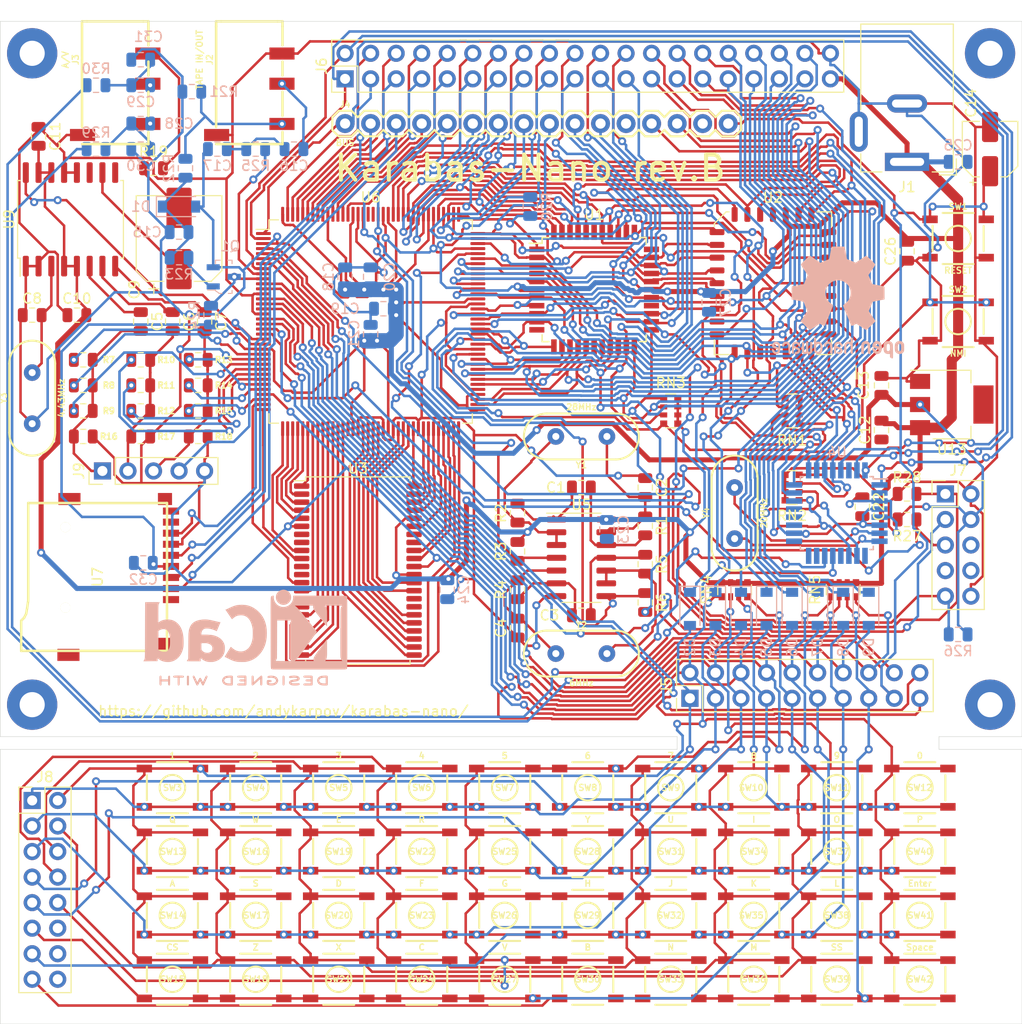
<source format=kicad_pcb>
(kicad_pcb (version 20171130) (host pcbnew "(5.1.12)-1")
  (layers (0 F.Cu signal) (31 B.Cu signal) (34 B.Paste user hide) (35 F.Paste user hide) (36 B.SilkS user hide) (37 F.SilkS user hide) (38 B.Mask user hide) (39 F.Mask user hide) (44 Edge.Cuts user))
  (net 0 "")
  (net 1 /A13)
  (net 2 /A12)
  (net 3 /A11)
  (net 4 /A10)
  (net 5 /A9)
  (net 6 /A8)
  (net 7 /A7)
  (net 8 /A6)
  (net 9 /A5)
  (net 10 /A4)
  (net 11 /A3)
  (net 12 /A2)
  (net 13 /A1)
  (net 14 /A0)
  (net 15 GND)
  (net 16 /D1)
  (net 17 /D0)
  (net 18 /D7)
  (net 19 /D2)
  (net 20 VCC)
  (net 21 /D6)
  (net 22 /D5)
  (net 23 /D3)
  (net 24 /D4)
  (net 25 /CLK_CPU)
  (net 26 /MA15)
  (net 27 /MA17)
  (net 28 /~MWR)
  (net 29 /MA13)
  (net 30 /MA8)
  (net 31 /MA9)
  (net 32 /MA11)
  (net 33 /~MRD)
  (net 34 /MA10)
  (net 35 /MD7)
  (net 36 /MD6)
  (net 37 /MD5)
  (net 38 /MD4)
  (net 39 /MD3)
  (net 40 /MD2)
  (net 41 /MD1)
  (net 42 /MD0)
  (net 43 /MA0)
  (net 44 /MA1)
  (net 45 /MA2)
  (net 46 /MA3)
  (net 47 /MA4)
  (net 48 /MA5)
  (net 49 /MA6)
  (net 50 /MA7)
  (net 51 /MA12)
  (net 52 /MA14)
  (net 53 /MA16)
  (net 54 /MA18)
  (net 55 "Net-(C2-Pad2)")
  (net 56 "Net-(C1-Pad2)")
  (net 57 "Net-(R2-Pad2)")
  (net 58 "Net-(C1-Pad1)")
  (net 59 /A15)
  (net 60 /A14)
  (net 61 /~RFSH)
  (net 62 /~M1)
  (net 63 /~BUSREQ)
  (net 64 /~WAIT)
  (net 65 /~BUSACK)
  (net 66 /~WR)
  (net 67 /~RD)
  (net 68 /~IORQ)
  (net 69 /~MREQ)
  (net 70 /~HALT)
  (net 71 /~NMI)
  (net 72 /~INT)
  (net 73 /ROM_A14)
  (net 74 /ROM_A15)
  (net 75 +3V3)
  (net 76 "Net-(C3-Pad2)")
  (net 77 "Net-(C3-Pad1)")
  (net 78 "Net-(C4-Pad2)")
  (net 79 "Net-(R5-Pad2)")
  (net 80 /CLKX)
  (net 81 /~BUS_ROMCS)
  (net 82 /CLK_BUS)
  (net 83 /~BUS_IORQGE)
  (net 84 /~ROMCS)
  (net 85 /TDO)
  (net 86 /TCK)
  (net 87 /TMS)
  (net 88 /TDI)
  (net 89 "Net-(C5-Pad1)")
  (net 90 "Net-(C6-Pad1)")
  (net 91 "Net-(C7-Pad1)")
  (net 92 /R2)
  (net 93 /R1)
  (net 94 /R0)
  (net 95 /G2)
  (net 96 /G1)
  (net 97 /G0)
  (net 98 /B2)
  (net 99 /B1)
  (net 100 /B0)
  (net 101 "Net-(C8-Pad2)")
  (net 102 "Net-(C9-Pad2)")
  (net 103 "Net-(C9-Pad1)")
  (net 104 /CSYNC)
  (net 105 /CLK28)
  (net 106 ~RESET)
  (net 107 "Net-(C15-Pad2)")
  (net 108 "Net-(C16-Pad2)")
  (net 109 "Net-(C16-Pad1)")
  (net 110 "Net-(Q1-Pad1)")
  (net 111 TAPE_IN)
  (net 112 TAPE_OUT)
  (net 113 /MAGIC)
  (net 114 /TURBO)
  (net 115 /SPECIAL)
  (net 116 /KB7)
  (net 117 /KB6)
  (net 118 /KB5)
  (net 119 /KB4)
  (net 120 /KB3)
  (net 121 /KB2)
  (net 122 /KB1)
  (net 123 /KB0)
  (net 124 /IO16)
  (net 125 /IO13)
  (net 126 /IO10)
  (net 127 /BEEPER)
  (net 128 /KA11)
  (net 129 /KA10)
  (net 130 /KA9)
  (net 131 /KA12)
  (net 132 /KA13)
  (net 133 /KA8)
  (net 134 /KA14)
  (net 135 /KA15)
  (net 136 /MA19)
  (net 137 /MA20)
  (net 138 "Net-(U4-Pad8)")
  (net 139 "Net-(U4-Pad7)")
  (net 140 /AY_BC1)
  (net 141 /AY_OUT_R)
  (net 142 /AY_OUT_L)
  (net 143 /AY_BDIR)
  (net 144 "Net-(C28-Pad2)")
  (net 145 "Net-(C28-Pad1)")
  (net 146 "Net-(C29-Pad2)")
  (net 147 "Net-(C29-Pad1)")
  (net 148 "Net-(J3-Pad2)")
  (net 149 "Net-(J2-Pad4)")
  (net 150 /~SD_CS)
  (net 151 /SD_DI)
  (net 152 /SD_CLK)
  (net 153 /SD_DO)
  (net 154 /RED)
  (net 155 /GREEN)
  (net 156 /BLUE)
  (module Symbol:OSHW-Logo2_14.6x12mm_SilkScreen (layer B.Cu) (at 172.212 78.74 180)
    (fp_text reference REF**_2 hide)
    (fp_text value OSHW-Logo2_14.6x12mm_SilkScreen hide)
  )
  (module Symbol:KiCad-Logo2_8mm_SilkScreen (layer B.Cu) (at 113.284 111.252 180)
    (fp_text reference REF** hide)
    (fp_text value KiCad-Logo2_8mm_SilkScreen hide)
  )
  (module Clocks:HC49US (layer F.Cu) (at 161.925 99.695 90)
    (fp_text reference Y4 (at 0 -2.8448 90) (layer F.SilkS) (effects (font (size 0.6096 0.6096) (thickness 0.127))))
    (fp_text value 20MHz (at 0 2.921 90) (layer F.SilkS) (effects (font (size 0.6096 0.6096) (thickness 0.127))))
    (pad 2 thru_hole circle (at 2.54 0 90) (size 1.651 1.651) (drill 0.6985) (layers *.Cu *.Mask) (net 139 "Net-(U4-Pad7)"))
    (pad 1 thru_hole circle (at -2.54 0 90) (size 1.651 1.651) (drill 0.6985) (layers *.Cu *.Mask) (net 138 "Net-(U4-Pad8)"))
  )
  (module Clocks:HC49US (layer F.Cu) (at 92.075 88.265 90)
    (fp_text reference Y3 (at 0 -2.8448 90) (layer F.SilkS) (effects (font (size 0.6096 0.6096) (thickness 0.127))))
    (fp_text value 4.43MHz (at 0 2.921 90) (layer F.SilkS) (effects (font (size 0.6096 0.6096) (thickness 0.127))))
    (pad 2 thru_hole circle (at 2.54 0 90) (size 1.651 1.651) (drill 0.6985) (layers *.Cu *.Mask) (net 101 "Net-(C8-Pad2)"))
    (pad 1 thru_hole circle (at -2.54 0 90) (size 1.651 1.651) (drill 0.6985) (layers *.Cu *.Mask) (net 15 GND))
  )
  (module Clocks:HC49US (layer F.Cu) (at 146.685 113.665)
    (fp_text reference Y2 (at 0 -2.8448) (layer F.SilkS) (effects (font (size 0.6096 0.6096) (thickness 0.127))))
    (fp_text value 6MHz (at 0 2.921) (layer F.SilkS) (effects (font (size 0.6096 0.6096) (thickness 0.127))))
    (pad 2 thru_hole circle (at 2.54 0) (size 1.651 1.651) (drill 0.6985) (layers *.Cu *.Mask) (net 79 "Net-(R5-Pad2)"))
    (pad 1 thru_hole circle (at -2.54 0) (size 1.651 1.651) (drill 0.6985) (layers *.Cu *.Mask) (net 78 "Net-(C4-Pad2)"))
  )
  (module Clocks:HC49US (layer F.Cu) (at 146.685 92.075 180)
    (fp_text reference Y1 (at 0 -2.8448) (layer F.SilkS) (effects (font (size 0.6096 0.6096) (thickness 0.127))))
    (fp_text value 28MHz (at 0 2.921) (layer F.SilkS) (effects (font (size 0.6096 0.6096) (thickness 0.127))))
    (pad 2 thru_hole circle (at 2.54 0 180) (size 1.651 1.651) (drill 0.6985) (layers *.Cu *.Mask) (net 57 "Net-(R2-Pad2)"))
    (pad 1 thru_hole circle (at -2.54 0 180) (size 1.651 1.651) (drill 0.6985) (layers *.Cu *.Mask) (net 55 "Net-(C2-Pad2)"))
  )
  (module Switches:TACTILE_SWITCH_SMD_5.2MM (layer F.Cu) (at 180.34 146.05 180)
    (fp_text reference SW42 (at 0 0) (layer F.SilkS) (effects (font (size 0.6096 0.6096) (thickness 0.127))))
    (fp_text value Space (at 0 3.175) (layer F.SilkS) (effects (font (size 0.6096 0.6096) (thickness 0.127))))
    (pad 4 smd rect (at 2.794 1.905 270) (size 0.762 1.524) (layers F.Cu F.Paste F.Mask) (net 123 /KB0))
    (pad 3 smd rect (at -2.794 1.905 270) (size 0.762 1.524) (layers F.Cu F.Paste F.Mask) (net 123 /KB0))
    (pad 2 smd rect (at 2.794 -1.905 270) (size 0.762 1.524) (layers F.Cu F.Paste F.Mask) (net 135 /KA15))
    (pad 1 smd rect (at -2.794 -1.905 270) (size 0.762 1.524) (layers F.Cu F.Paste F.Mask) (net 135 /KA15))
  )
  (module Switches:TACTILE_SWITCH_SMD_5.2MM (layer F.Cu) (at 180.34 139.7 180)
    (fp_text reference SW41 (at 0 0) (layer F.SilkS) (effects (font (size 0.6096 0.6096) (thickness 0.127))))
    (fp_text value Enter (at 0 3.175) (layer F.SilkS) (effects (font (size 0.6096 0.6096) (thickness 0.127))))
    (pad 4 smd rect (at 2.794 1.905 270) (size 0.762 1.524) (layers F.Cu F.Paste F.Mask) (net 123 /KB0))
    (pad 3 smd rect (at -2.794 1.905 270) (size 0.762 1.524) (layers F.Cu F.Paste F.Mask) (net 123 /KB0))
    (pad 2 smd rect (at 2.794 -1.905 270) (size 0.762 1.524) (layers F.Cu F.Paste F.Mask) (net 134 /KA14))
    (pad 1 smd rect (at -2.794 -1.905 270) (size 0.762 1.524) (layers F.Cu F.Paste F.Mask) (net 134 /KA14))
  )
  (module Switches:TACTILE_SWITCH_SMD_5.2MM (layer F.Cu) (at 180.34 133.35 180)
    (fp_text reference SW40 (at 0 0) (layer F.SilkS) (effects (font (size 0.6096 0.6096) (thickness 0.127))))
    (fp_text value P (at 0 3.175) (layer F.SilkS) (effects (font (size 0.6096 0.6096) (thickness 0.127))))
    (pad 4 smd rect (at 2.794 1.905 270) (size 0.762 1.524) (layers F.Cu F.Paste F.Mask) (net 123 /KB0))
    (pad 3 smd rect (at -2.794 1.905 270) (size 0.762 1.524) (layers F.Cu F.Paste F.Mask) (net 123 /KB0))
    (pad 2 smd rect (at 2.794 -1.905 270) (size 0.762 1.524) (layers F.Cu F.Paste F.Mask) (net 132 /KA13))
    (pad 1 smd rect (at -2.794 -1.905 270) (size 0.762 1.524) (layers F.Cu F.Paste F.Mask) (net 132 /KA13))
  )
  (module Switches:TACTILE_SWITCH_SMD_5.2MM (layer F.Cu) (at 172.085 146.05 180)
    (fp_text reference SW39 (at 0 0) (layer F.SilkS) (effects (font (size 0.6096 0.6096) (thickness 0.127))))
    (fp_text value SS (at 0 3.175) (layer F.SilkS) (effects (font (size 0.6096 0.6096) (thickness 0.127))))
    (pad 4 smd rect (at 2.794 1.905 270) (size 0.762 1.524) (layers F.Cu F.Paste F.Mask) (net 122 /KB1))
    (pad 3 smd rect (at -2.794 1.905 270) (size 0.762 1.524) (layers F.Cu F.Paste F.Mask) (net 122 /KB1))
    (pad 2 smd rect (at 2.794 -1.905 270) (size 0.762 1.524) (layers F.Cu F.Paste F.Mask) (net 135 /KA15))
    (pad 1 smd rect (at -2.794 -1.905 270) (size 0.762 1.524) (layers F.Cu F.Paste F.Mask) (net 135 /KA15))
  )
  (module Switches:TACTILE_SWITCH_SMD_5.2MM (layer F.Cu) (at 172.085 139.7 180)
    (fp_text reference SW38 (at 0 0) (layer F.SilkS) (effects (font (size 0.6096 0.6096) (thickness 0.127))))
    (fp_text value L (at 0 3.175) (layer F.SilkS) (effects (font (size 0.6096 0.6096) (thickness 0.127))))
    (pad 4 smd rect (at 2.794 1.905 270) (size 0.762 1.524) (layers F.Cu F.Paste F.Mask) (net 122 /KB1))
    (pad 3 smd rect (at -2.794 1.905 270) (size 0.762 1.524) (layers F.Cu F.Paste F.Mask) (net 122 /KB1))
    (pad 2 smd rect (at 2.794 -1.905 270) (size 0.762 1.524) (layers F.Cu F.Paste F.Mask) (net 134 /KA14))
    (pad 1 smd rect (at -2.794 -1.905 270) (size 0.762 1.524) (layers F.Cu F.Paste F.Mask) (net 134 /KA14))
  )
  (module Switches:TACTILE_SWITCH_SMD_5.2MM (layer F.Cu) (at 172.085 133.35 180)
    (fp_text reference SW37 (at 0 0) (layer F.SilkS) (effects (font (size 0.6096 0.6096) (thickness 0.127))))
    (fp_text value O (at 0 3.175) (layer F.SilkS) (effects (font (size 0.6096 0.6096) (thickness 0.127))))
    (pad 4 smd rect (at 2.794 1.905 270) (size 0.762 1.524) (layers F.Cu F.Paste F.Mask) (net 122 /KB1))
    (pad 3 smd rect (at -2.794 1.905 270) (size 0.762 1.524) (layers F.Cu F.Paste F.Mask) (net 122 /KB1))
    (pad 2 smd rect (at 2.794 -1.905 270) (size 0.762 1.524) (layers F.Cu F.Paste F.Mask) (net 132 /KA13))
    (pad 1 smd rect (at -2.794 -1.905 270) (size 0.762 1.524) (layers F.Cu F.Paste F.Mask) (net 132 /KA13))
  )
  (module Switches:TACTILE_SWITCH_SMD_5.2MM (layer F.Cu) (at 163.83 146.05 180)
    (fp_text reference SW36 (at 0 0) (layer F.SilkS) (effects (font (size 0.6096 0.6096) (thickness 0.127))))
    (fp_text value M (at 0 3.175) (layer F.SilkS) (effects (font (size 0.6096 0.6096) (thickness 0.127))))
    (pad 4 smd rect (at 2.794 1.905 270) (size 0.762 1.524) (layers F.Cu F.Paste F.Mask) (net 121 /KB2))
    (pad 3 smd rect (at -2.794 1.905 270) (size 0.762 1.524) (layers F.Cu F.Paste F.Mask) (net 121 /KB2))
    (pad 2 smd rect (at 2.794 -1.905 270) (size 0.762 1.524) (layers F.Cu F.Paste F.Mask) (net 135 /KA15))
    (pad 1 smd rect (at -2.794 -1.905 270) (size 0.762 1.524) (layers F.Cu F.Paste F.Mask) (net 135 /KA15))
  )
  (module Switches:TACTILE_SWITCH_SMD_5.2MM (layer F.Cu) (at 163.83 139.7 180)
    (fp_text reference SW35 (at 0.254 0) (layer F.SilkS) (effects (font (size 0.6096 0.6096) (thickness 0.127))))
    (fp_text value K (at 0 3.175) (layer F.SilkS) (effects (font (size 0.6096 0.6096) (thickness 0.127))))
    (pad 4 smd rect (at 2.794 1.905 270) (size 0.762 1.524) (layers F.Cu F.Paste F.Mask) (net 121 /KB2))
    (pad 3 smd rect (at -2.794 1.905 270) (size 0.762 1.524) (layers F.Cu F.Paste F.Mask) (net 121 /KB2))
    (pad 2 smd rect (at 2.794 -1.905 270) (size 0.762 1.524) (layers F.Cu F.Paste F.Mask) (net 134 /KA14))
    (pad 1 smd rect (at -2.794 -1.905 270) (size 0.762 1.524) (layers F.Cu F.Paste F.Mask) (net 134 /KA14))
  )
  (module Switches:TACTILE_SWITCH_SMD_5.2MM (layer F.Cu) (at 163.83 133.35 180)
    (fp_text reference SW34 (at 0 0) (layer F.SilkS) (effects (font (size 0.6096 0.6096) (thickness 0.127))))
    (fp_text value I (at 0 3.175) (layer F.SilkS) (effects (font (size 0.6096 0.6096) (thickness 0.127))))
    (pad 4 smd rect (at 2.794 1.905 270) (size 0.762 1.524) (layers F.Cu F.Paste F.Mask) (net 121 /KB2))
    (pad 3 smd rect (at -2.794 1.905 270) (size 0.762 1.524) (layers F.Cu F.Paste F.Mask) (net 121 /KB2))
    (pad 2 smd rect (at 2.794 -1.905 270) (size 0.762 1.524) (layers F.Cu F.Paste F.Mask) (net 132 /KA13))
    (pad 1 smd rect (at -2.794 -1.905 270) (size 0.762 1.524) (layers F.Cu F.Paste F.Mask) (net 132 /KA13))
  )
  (module Switches:TACTILE_SWITCH_SMD_5.2MM (layer F.Cu) (at 155.575 146.05 180)
    (fp_text reference SW33 (at 0 0) (layer F.SilkS) (effects (font (size 0.6096 0.6096) (thickness 0.127))))
    (fp_text value N (at 0 3.175) (layer F.SilkS) (effects (font (size 0.6096 0.6096) (thickness 0.127))))
    (pad 4 smd rect (at 2.794 1.905 270) (size 0.762 1.524) (layers F.Cu F.Paste F.Mask) (net 120 /KB3))
    (pad 3 smd rect (at -2.794 1.905 270) (size 0.762 1.524) (layers F.Cu F.Paste F.Mask) (net 120 /KB3))
    (pad 2 smd rect (at 2.794 -1.905 270) (size 0.762 1.524) (layers F.Cu F.Paste F.Mask) (net 135 /KA15))
    (pad 1 smd rect (at -2.794 -1.905 270) (size 0.762 1.524) (layers F.Cu F.Paste F.Mask) (net 135 /KA15))
  )
  (module Switches:TACTILE_SWITCH_SMD_5.2MM (layer F.Cu) (at 155.575 139.7 180)
    (fp_text reference SW32 (at 0.127 0) (layer F.SilkS) (effects (font (size 0.6096 0.6096) (thickness 0.127))))
    (fp_text value J (at 0 3.175) (layer F.SilkS) (effects (font (size 0.6096 0.6096) (thickness 0.127))))
    (pad 4 smd rect (at 2.794 1.905 270) (size 0.762 1.524) (layers F.Cu F.Paste F.Mask) (net 120 /KB3))
    (pad 3 smd rect (at -2.794 1.905 270) (size 0.762 1.524) (layers F.Cu F.Paste F.Mask) (net 120 /KB3))
    (pad 2 smd rect (at 2.794 -1.905 270) (size 0.762 1.524) (layers F.Cu F.Paste F.Mask) (net 134 /KA14))
    (pad 1 smd rect (at -2.794 -1.905 270) (size 0.762 1.524) (layers F.Cu F.Paste F.Mask) (net 134 /KA14))
  )
  (module Switches:TACTILE_SWITCH_SMD_5.2MM (layer F.Cu) (at 155.575 133.35 180)
    (fp_text reference SW31 (at 0 0) (layer F.SilkS) (effects (font (size 0.6096 0.6096) (thickness 0.127))))
    (fp_text value U (at 0 3.175) (layer F.SilkS) (effects (font (size 0.6096 0.6096) (thickness 0.127))))
    (pad 4 smd rect (at 2.794 1.905 270) (size 0.762 1.524) (layers F.Cu F.Paste F.Mask) (net 120 /KB3))
    (pad 3 smd rect (at -2.794 1.905 270) (size 0.762 1.524) (layers F.Cu F.Paste F.Mask) (net 120 /KB3))
    (pad 2 smd rect (at 2.794 -1.905 270) (size 0.762 1.524) (layers F.Cu F.Paste F.Mask) (net 132 /KA13))
    (pad 1 smd rect (at -2.794 -1.905 270) (size 0.762 1.524) (layers F.Cu F.Paste F.Mask) (net 132 /KA13))
  )
  (module Switches:TACTILE_SWITCH_SMD_5.2MM (layer F.Cu) (at 147.32 146.05 180)
    (fp_text reference SW30 (at 0 0) (layer F.SilkS) (effects (font (size 0.6096 0.6096) (thickness 0.127))))
    (fp_text value B (at 0 3.175) (layer F.SilkS) (effects (font (size 0.6096 0.6096) (thickness 0.127))))
    (pad 4 smd rect (at 2.794 1.905 270) (size 0.762 1.524) (layers F.Cu F.Paste F.Mask) (net 119 /KB4))
    (pad 3 smd rect (at -2.794 1.905 270) (size 0.762 1.524) (layers F.Cu F.Paste F.Mask) (net 119 /KB4))
    (pad 2 smd rect (at 2.794 -1.905 270) (size 0.762 1.524) (layers F.Cu F.Paste F.Mask) (net 135 /KA15))
    (pad 1 smd rect (at -2.794 -1.905 270) (size 0.762 1.524) (layers F.Cu F.Paste F.Mask) (net 135 /KA15))
  )
  (module Switches:TACTILE_SWITCH_SMD_5.2MM (layer F.Cu) (at 147.32 139.7 180)
    (fp_text reference SW29 (at 0 0) (layer F.SilkS) (effects (font (size 0.6096 0.6096) (thickness 0.127))))
    (fp_text value H (at 0 3.175) (layer F.SilkS) (effects (font (size 0.6096 0.6096) (thickness 0.127))))
    (pad 4 smd rect (at 2.794 1.905 270) (size 0.762 1.524) (layers F.Cu F.Paste F.Mask) (net 119 /KB4))
    (pad 3 smd rect (at -2.794 1.905 270) (size 0.762 1.524) (layers F.Cu F.Paste F.Mask) (net 119 /KB4))
    (pad 2 smd rect (at 2.794 -1.905 270) (size 0.762 1.524) (layers F.Cu F.Paste F.Mask) (net 134 /KA14))
    (pad 1 smd rect (at -2.794 -1.905 270) (size 0.762 1.524) (layers F.Cu F.Paste F.Mask) (net 134 /KA14))
  )
  (module Switches:TACTILE_SWITCH_SMD_5.2MM (layer F.Cu) (at 147.32 133.35 180)
    (fp_text reference SW28 (at 0 0) (layer F.SilkS) (effects (font (size 0.6096 0.6096) (thickness 0.127))))
    (fp_text value Y (at 0 3.175) (layer F.SilkS) (effects (font (size 0.6096 0.6096) (thickness 0.127))))
    (pad 4 smd rect (at 2.794 1.905 270) (size 0.762 1.524) (layers F.Cu F.Paste F.Mask) (net 119 /KB4))
    (pad 3 smd rect (at -2.794 1.905 270) (size 0.762 1.524) (layers F.Cu F.Paste F.Mask) (net 119 /KB4))
    (pad 2 smd rect (at 2.794 -1.905 270) (size 0.762 1.524) (layers F.Cu F.Paste F.Mask) (net 132 /KA13))
    (pad 1 smd rect (at -2.794 -1.905 270) (size 0.762 1.524) (layers F.Cu F.Paste F.Mask) (net 132 /KA13))
  )
  (module Switches:TACTILE_SWITCH_SMD_5.2MM (layer F.Cu) (at 139.065 146.05 180)
    (fp_text reference SW27 (at 0 0) (layer F.SilkS) (effects (font (size 0.6096 0.6096) (thickness 0.127))))
    (fp_text value V (at 0 3.175) (layer F.SilkS) (effects (font (size 0.6096 0.6096) (thickness 0.127))))
    (pad 4 smd rect (at 2.794 1.905 270) (size 0.762 1.524) (layers F.Cu F.Paste F.Mask) (net 119 /KB4))
    (pad 3 smd rect (at -2.794 1.905 270) (size 0.762 1.524) (layers F.Cu F.Paste F.Mask) (net 119 /KB4))
    (pad 2 smd rect (at 2.794 -1.905 270) (size 0.762 1.524) (layers F.Cu F.Paste F.Mask) (net 133 /KA8))
    (pad 1 smd rect (at -2.794 -1.905 270) (size 0.762 1.524) (layers F.Cu F.Paste F.Mask) (net 133 /KA8))
  )
  (module Switches:TACTILE_SWITCH_SMD_5.2MM (layer F.Cu) (at 139.065 139.7 180)
    (fp_text reference SW26 (at 0 0) (layer F.SilkS) (effects (font (size 0.6096 0.6096) (thickness 0.127))))
    (fp_text value G (at 0 3.175) (layer F.SilkS) (effects (font (size 0.6096 0.6096) (thickness 0.127))))
    (pad 4 smd rect (at 2.794 1.905 270) (size 0.762 1.524) (layers F.Cu F.Paste F.Mask) (net 119 /KB4))
    (pad 3 smd rect (at -2.794 1.905 270) (size 0.762 1.524) (layers F.Cu F.Paste F.Mask) (net 119 /KB4))
    (pad 2 smd rect (at 2.794 -1.905 270) (size 0.762 1.524) (layers F.Cu F.Paste F.Mask) (net 130 /KA9))
    (pad 1 smd rect (at -2.794 -1.905 270) (size 0.762 1.524) (layers F.Cu F.Paste F.Mask) (net 130 /KA9))
  )
  (module Switches:TACTILE_SWITCH_SMD_5.2MM (layer F.Cu) (at 139.065 133.35 180)
    (fp_text reference SW25 (at 0 0) (layer F.SilkS) (effects (font (size 0.6096 0.6096) (thickness 0.127))))
    (fp_text value T (at 0 3.175) (layer F.SilkS) (effects (font (size 0.6096 0.6096) (thickness 0.127))))
    (pad 4 smd rect (at 2.794 1.905 270) (size 0.762 1.524) (layers F.Cu F.Paste F.Mask) (net 119 /KB4))
    (pad 3 smd rect (at -2.794 1.905 270) (size 0.762 1.524) (layers F.Cu F.Paste F.Mask) (net 119 /KB4))
    (pad 2 smd rect (at 2.794 -1.905 270) (size 0.762 1.524) (layers F.Cu F.Paste F.Mask) (net 129 /KA10))
    (pad 1 smd rect (at -2.794 -1.905 270) (size 0.762 1.524) (layers F.Cu F.Paste F.Mask) (net 129 /KA10))
  )
  (module Switches:TACTILE_SWITCH_SMD_5.2MM (layer F.Cu) (at 130.81 146.05 180)
    (fp_text reference SW24 (at 0 0) (layer F.SilkS) (effects (font (size 0.6096 0.6096) (thickness 0.127))))
    (fp_text value C (at 0 3.175) (layer F.SilkS) (effects (font (size 0.6096 0.6096) (thickness 0.127))))
    (pad 4 smd rect (at 2.794 1.905 270) (size 0.762 1.524) (layers F.Cu F.Paste F.Mask) (net 120 /KB3))
    (pad 3 smd rect (at -2.794 1.905 270) (size 0.762 1.524) (layers F.Cu F.Paste F.Mask) (net 120 /KB3))
    (pad 2 smd rect (at 2.794 -1.905 270) (size 0.762 1.524) (layers F.Cu F.Paste F.Mask) (net 133 /KA8))
    (pad 1 smd rect (at -2.794 -1.905 270) (size 0.762 1.524) (layers F.Cu F.Paste F.Mask) (net 133 /KA8))
  )
  (module Switches:TACTILE_SWITCH_SMD_5.2MM (layer F.Cu) (at 130.81 139.7 180)
    (fp_text reference SW23 (at 0 0) (layer F.SilkS) (effects (font (size 0.6096 0.6096) (thickness 0.127))))
    (fp_text value F (at 0 3.175) (layer F.SilkS) (effects (font (size 0.6096 0.6096) (thickness 0.127))))
    (pad 4 smd rect (at 2.794 1.905 270) (size 0.762 1.524) (layers F.Cu F.Paste F.Mask) (net 120 /KB3))
    (pad 3 smd rect (at -2.794 1.905 270) (size 0.762 1.524) (layers F.Cu F.Paste F.Mask) (net 120 /KB3))
    (pad 2 smd rect (at 2.794 -1.905 270) (size 0.762 1.524) (layers F.Cu F.Paste F.Mask) (net 130 /KA9))
    (pad 1 smd rect (at -2.794 -1.905 270) (size 0.762 1.524) (layers F.Cu F.Paste F.Mask) (net 130 /KA9))
  )
  (module Switches:TACTILE_SWITCH_SMD_5.2MM (layer F.Cu) (at 130.81 133.35 180)
    (fp_text reference SW22 (at 0 0) (layer F.SilkS) (effects (font (size 0.6096 0.6096) (thickness 0.127))))
    (fp_text value R (at 0 3.175) (layer F.SilkS) (effects (font (size 0.6096 0.6096) (thickness 0.127))))
    (pad 4 smd rect (at 2.794 1.905 270) (size 0.762 1.524) (layers F.Cu F.Paste F.Mask) (net 120 /KB3))
    (pad 3 smd rect (at -2.794 1.905 270) (size 0.762 1.524) (layers F.Cu F.Paste F.Mask) (net 120 /KB3))
    (pad 2 smd rect (at 2.794 -1.905 270) (size 0.762 1.524) (layers F.Cu F.Paste F.Mask) (net 129 /KA10))
    (pad 1 smd rect (at -2.794 -1.905 270) (size 0.762 1.524) (layers F.Cu F.Paste F.Mask) (net 129 /KA10))
  )
  (module Switches:TACTILE_SWITCH_SMD_5.2MM (layer F.Cu) (at 122.555 146.05 180)
    (fp_text reference SW21 (at 0 0) (layer F.SilkS) (effects (font (size 0.6096 0.6096) (thickness 0.127))))
    (fp_text value X (at 0 3.175) (layer F.SilkS) (effects (font (size 0.6096 0.6096) (thickness 0.127))))
    (pad 4 smd rect (at 2.794 1.905 270) (size 0.762 1.524) (layers F.Cu F.Paste F.Mask) (net 121 /KB2))
    (pad 3 smd rect (at -2.794 1.905 270) (size 0.762 1.524) (layers F.Cu F.Paste F.Mask) (net 121 /KB2))
    (pad 2 smd rect (at 2.794 -1.905 270) (size 0.762 1.524) (layers F.Cu F.Paste F.Mask) (net 133 /KA8))
    (pad 1 smd rect (at -2.794 -1.905 270) (size 0.762 1.524) (layers F.Cu F.Paste F.Mask) (net 133 /KA8))
  )
  (module Switches:TACTILE_SWITCH_SMD_5.2MM (layer F.Cu) (at 122.555 139.7 180)
    (fp_text reference SW20 (at 0.127 0) (layer F.SilkS) (effects (font (size 0.6096 0.6096) (thickness 0.127))))
    (fp_text value D (at 0 3.175) (layer F.SilkS) (effects (font (size 0.6096 0.6096) (thickness 0.127))))
    (pad 4 smd rect (at 2.794 1.905 270) (size 0.762 1.524) (layers F.Cu F.Paste F.Mask) (net 121 /KB2))
    (pad 3 smd rect (at -2.794 1.905 270) (size 0.762 1.524) (layers F.Cu F.Paste F.Mask) (net 121 /KB2))
    (pad 2 smd rect (at 2.794 -1.905 270) (size 0.762 1.524) (layers F.Cu F.Paste F.Mask) (net 130 /KA9))
    (pad 1 smd rect (at -2.794 -1.905 270) (size 0.762 1.524) (layers F.Cu F.Paste F.Mask) (net 130 /KA9))
  )
  (module Switches:TACTILE_SWITCH_SMD_5.2MM (layer F.Cu) (at 122.555 133.35 180)
    (fp_text reference SW19 (at 0 0) (layer F.SilkS) (effects (font (size 0.6096 0.6096) (thickness 0.127))))
    (fp_text value E (at 0 3.175) (layer F.SilkS) (effects (font (size 0.6096 0.6096) (thickness 0.127))))
    (pad 4 smd rect (at 2.794 1.905 270) (size 0.762 1.524) (layers F.Cu F.Paste F.Mask) (net 121 /KB2))
    (pad 3 smd rect (at -2.794 1.905 270) (size 0.762 1.524) (layers F.Cu F.Paste F.Mask) (net 121 /KB2))
    (pad 2 smd rect (at 2.794 -1.905 270) (size 0.762 1.524) (layers F.Cu F.Paste F.Mask) (net 129 /KA10))
    (pad 1 smd rect (at -2.794 -1.905 270) (size 0.762 1.524) (layers F.Cu F.Paste F.Mask) (net 129 /KA10))
  )
  (module Switches:TACTILE_SWITCH_SMD_5.2MM (layer F.Cu) (at 114.3 146.05 180)
    (fp_text reference SW18 (at 0 0) (layer F.SilkS) (effects (font (size 0.6096 0.6096) (thickness 0.127))))
    (fp_text value Z (at 0 3.175) (layer F.SilkS) (effects (font (size 0.6096 0.6096) (thickness 0.127))))
    (pad 4 smd rect (at 2.794 1.905 270) (size 0.762 1.524) (layers F.Cu F.Paste F.Mask) (net 122 /KB1))
    (pad 3 smd rect (at -2.794 1.905 270) (size 0.762 1.524) (layers F.Cu F.Paste F.Mask) (net 122 /KB1))
    (pad 2 smd rect (at 2.794 -1.905 270) (size 0.762 1.524) (layers F.Cu F.Paste F.Mask) (net 133 /KA8))
    (pad 1 smd rect (at -2.794 -1.905 270) (size 0.762 1.524) (layers F.Cu F.Paste F.Mask) (net 133 /KA8))
  )
  (module Switches:TACTILE_SWITCH_SMD_5.2MM (layer F.Cu) (at 114.3 139.7 180)
    (fp_text reference SW17 (at 0 0) (layer F.SilkS) (effects (font (size 0.6096 0.6096) (thickness 0.127))))
    (fp_text value S (at 0 3.175) (layer F.SilkS) (effects (font (size 0.6096 0.6096) (thickness 0.127))))
    (pad 4 smd rect (at 2.794 1.905 270) (size 0.762 1.524) (layers F.Cu F.Paste F.Mask) (net 122 /KB1))
    (pad 3 smd rect (at -2.794 1.905 270) (size 0.762 1.524) (layers F.Cu F.Paste F.Mask) (net 122 /KB1))
    (pad 2 smd rect (at 2.794 -1.905 270) (size 0.762 1.524) (layers F.Cu F.Paste F.Mask) (net 130 /KA9))
    (pad 1 smd rect (at -2.794 -1.905 270) (size 0.762 1.524) (layers F.Cu F.Paste F.Mask) (net 130 /KA9))
  )
  (module Switches:TACTILE_SWITCH_SMD_5.2MM (layer F.Cu) (at 114.3 133.35 180)
    (fp_text reference SW16 (at 0 0) (layer F.SilkS) (effects (font (size 0.6096 0.6096) (thickness 0.127))))
    (fp_text value W (at 0 3.175) (layer F.SilkS) (effects (font (size 0.6096 0.6096) (thickness 0.127))))
    (pad 4 smd rect (at 2.794 1.905 270) (size 0.762 1.524) (layers F.Cu F.Paste F.Mask) (net 122 /KB1))
    (pad 3 smd rect (at -2.794 1.905 270) (size 0.762 1.524) (layers F.Cu F.Paste F.Mask) (net 122 /KB1))
    (pad 2 smd rect (at 2.794 -1.905 270) (size 0.762 1.524) (layers F.Cu F.Paste F.Mask) (net 129 /KA10))
    (pad 1 smd rect (at -2.794 -1.905 270) (size 0.762 1.524) (layers F.Cu F.Paste F.Mask) (net 129 /KA10))
  )
  (module Switches:TACTILE_SWITCH_SMD_5.2MM (layer F.Cu) (at 106.02 146.05 180)
    (fp_text reference SW15 (at 0 0) (layer F.SilkS) (effects (font (size 0.6096 0.6096) (thickness 0.127))))
    (fp_text value CS (at 0 3.175) (layer F.SilkS) (effects (font (size 0.6096 0.6096) (thickness 0.127))))
    (pad 4 smd rect (at 2.794 1.905 270) (size 0.762 1.524) (layers F.Cu F.Paste F.Mask) (net 123 /KB0))
    (pad 3 smd rect (at -2.794 1.905 270) (size 0.762 1.524) (layers F.Cu F.Paste F.Mask) (net 123 /KB0))
    (pad 2 smd rect (at 2.794 -1.905 270) (size 0.762 1.524) (layers F.Cu F.Paste F.Mask) (net 133 /KA8))
    (pad 1 smd rect (at -2.794 -1.905 270) (size 0.762 1.524) (layers F.Cu F.Paste F.Mask) (net 133 /KA8))
  )
  (module Switches:TACTILE_SWITCH_SMD_5.2MM (layer F.Cu) (at 106.02 139.7 180)
    (fp_text reference SW14 (at 0 0) (layer F.SilkS) (effects (font (size 0.6096 0.6096) (thickness 0.127))))
    (fp_text value A (at 0 3.175) (layer F.SilkS) (effects (font (size 0.6096 0.6096) (thickness 0.127))))
    (pad 4 smd rect (at 2.794 1.905 270) (size 0.762 1.524) (layers F.Cu F.Paste F.Mask) (net 123 /KB0))
    (pad 3 smd rect (at -2.794 1.905 270) (size 0.762 1.524) (layers F.Cu F.Paste F.Mask) (net 123 /KB0))
    (pad 2 smd rect (at 2.794 -1.905 270) (size 0.762 1.524) (layers F.Cu F.Paste F.Mask) (net 130 /KA9))
    (pad 1 smd rect (at -2.794 -1.905 270) (size 0.762 1.524) (layers F.Cu F.Paste F.Mask) (net 130 /KA9))
  )
  (module Switches:TACTILE_SWITCH_SMD_5.2MM (layer F.Cu) (at 106.02 133.35 180)
    (fp_text reference SW13 (at 0 0) (layer F.SilkS) (effects (font (size 0.6096 0.6096) (thickness 0.127))))
    (fp_text value Q (at 0 3.175) (layer F.SilkS) (effects (font (size 0.6096 0.6096) (thickness 0.127))))
    (pad 4 smd rect (at 2.794 1.905 270) (size 0.762 1.524) (layers F.Cu F.Paste F.Mask) (net 123 /KB0))
    (pad 3 smd rect (at -2.794 1.905 270) (size 0.762 1.524) (layers F.Cu F.Paste F.Mask) (net 123 /KB0))
    (pad 2 smd rect (at 2.794 -1.905 270) (size 0.762 1.524) (layers F.Cu F.Paste F.Mask) (net 129 /KA10))
    (pad 1 smd rect (at -2.794 -1.905 270) (size 0.762 1.524) (layers F.Cu F.Paste F.Mask) (net 129 /KA10))
  )
  (module Switches:TACTILE_SWITCH_SMD_5.2MM (layer F.Cu) (at 180.34 127 180)
    (fp_text reference SW12 (at 0 0) (layer F.SilkS) (effects (font (size 0.6096 0.6096) (thickness 0.127))))
    (fp_text value 0 (at 0 3.175) (layer F.SilkS) (effects (font (size 0.6096 0.6096) (thickness 0.127))))
    (pad 4 smd rect (at 2.794 1.905 270) (size 0.762 1.524) (layers F.Cu F.Paste F.Mask) (net 123 /KB0))
    (pad 3 smd rect (at -2.794 1.905 270) (size 0.762 1.524) (layers F.Cu F.Paste F.Mask) (net 123 /KB0))
    (pad 2 smd rect (at 2.794 -1.905 270) (size 0.762 1.524) (layers F.Cu F.Paste F.Mask) (net 131 /KA12))
    (pad 1 smd rect (at -2.794 -1.905 270) (size 0.762 1.524) (layers F.Cu F.Paste F.Mask) (net 131 /KA12))
  )
  (module Switches:TACTILE_SWITCH_SMD_5.2MM (layer F.Cu) (at 172.085 127 180)
    (fp_text reference SW11 (at 0 0) (layer F.SilkS) (effects (font (size 0.6096 0.6096) (thickness 0.127))))
    (fp_text value 9 (at 0 3.175) (layer F.SilkS) (effects (font (size 0.6096 0.6096) (thickness 0.127))))
    (pad 4 smd rect (at 2.794 1.905 270) (size 0.762 1.524) (layers F.Cu F.Paste F.Mask) (net 122 /KB1))
    (pad 3 smd rect (at -2.794 1.905 270) (size 0.762 1.524) (layers F.Cu F.Paste F.Mask) (net 122 /KB1))
    (pad 2 smd rect (at 2.794 -1.905 270) (size 0.762 1.524) (layers F.Cu F.Paste F.Mask) (net 131 /KA12))
    (pad 1 smd rect (at -2.794 -1.905 270) (size 0.762 1.524) (layers F.Cu F.Paste F.Mask) (net 131 /KA12))
  )
  (module Switches:TACTILE_SWITCH_SMD_5.2MM (layer F.Cu) (at 163.83 127 180)
    (fp_text reference SW10 (at 0.254 0) (layer F.SilkS) (effects (font (size 0.6096 0.6096) (thickness 0.127))))
    (fp_text value 8 (at 0 3.175) (layer F.SilkS) (effects (font (size 0.6096 0.6096) (thickness 0.127))))
    (pad 4 smd rect (at 2.794 1.905 270) (size 0.762 1.524) (layers F.Cu F.Paste F.Mask) (net 121 /KB2))
    (pad 3 smd rect (at -2.794 1.905 270) (size 0.762 1.524) (layers F.Cu F.Paste F.Mask) (net 121 /KB2))
    (pad 2 smd rect (at 2.794 -1.905 270) (size 0.762 1.524) (layers F.Cu F.Paste F.Mask) (net 131 /KA12))
    (pad 1 smd rect (at -2.794 -1.905 270) (size 0.762 1.524) (layers F.Cu F.Paste F.Mask) (net 131 /KA12))
  )
  (module Switches:TACTILE_SWITCH_SMD_5.2MM (layer F.Cu) (at 155.575 127 180)
    (fp_text reference SW9 (at 0 0) (layer F.SilkS) (effects (font (size 0.6096 0.6096) (thickness 0.127))))
    (fp_text value 7 (at 0 3.175) (layer F.SilkS) (effects (font (size 0.6096 0.6096) (thickness 0.127))))
    (pad 4 smd rect (at 2.794 1.905 270) (size 0.762 1.524) (layers F.Cu F.Paste F.Mask) (net 120 /KB3))
    (pad 3 smd rect (at -2.794 1.905 270) (size 0.762 1.524) (layers F.Cu F.Paste F.Mask) (net 120 /KB3))
    (pad 2 smd rect (at 2.794 -1.905 270) (size 0.762 1.524) (layers F.Cu F.Paste F.Mask) (net 131 /KA12))
    (pad 1 smd rect (at -2.794 -1.905 270) (size 0.762 1.524) (layers F.Cu F.Paste F.Mask) (net 131 /KA12))
  )
  (module Switches:TACTILE_SWITCH_SMD_5.2MM (layer F.Cu) (at 147.32 127 180)
    (fp_text reference SW8 (at 0 0) (layer F.SilkS) (effects (font (size 0.6096 0.6096) (thickness 0.127))))
    (fp_text value 6 (at 0 3.175) (layer F.SilkS) (effects (font (size 0.6096 0.6096) (thickness 0.127))))
    (pad 4 smd rect (at 2.794 1.905 270) (size 0.762 1.524) (layers F.Cu F.Paste F.Mask) (net 119 /KB4))
    (pad 3 smd rect (at -2.794 1.905 270) (size 0.762 1.524) (layers F.Cu F.Paste F.Mask) (net 119 /KB4))
    (pad 2 smd rect (at 2.794 -1.905 270) (size 0.762 1.524) (layers F.Cu F.Paste F.Mask) (net 131 /KA12))
    (pad 1 smd rect (at -2.794 -1.905 270) (size 0.762 1.524) (layers F.Cu F.Paste F.Mask) (net 131 /KA12))
  )
  (module Switches:TACTILE_SWITCH_SMD_5.2MM (layer F.Cu) (at 139.065 127 180)
    (fp_text reference SW7 (at 0 0) (layer F.SilkS) (effects (font (size 0.6096 0.6096) (thickness 0.127))))
    (fp_text value 5 (at 0 3.175) (layer F.SilkS) (effects (font (size 0.6096 0.6096) (thickness 0.127))))
    (pad 4 smd rect (at 2.794 1.905 270) (size 0.762 1.524) (layers F.Cu F.Paste F.Mask) (net 119 /KB4))
    (pad 3 smd rect (at -2.794 1.905 270) (size 0.762 1.524) (layers F.Cu F.Paste F.Mask) (net 119 /KB4))
    (pad 2 smd rect (at 2.794 -1.905 270) (size 0.762 1.524) (layers F.Cu F.Paste F.Mask) (net 128 /KA11))
    (pad 1 smd rect (at -2.794 -1.905 270) (size 0.762 1.524) (layers F.Cu F.Paste F.Mask) (net 128 /KA11))
  )
  (module Switches:TACTILE_SWITCH_SMD_5.2MM (layer F.Cu) (at 130.81 127 180)
    (fp_text reference SW6 (at 0 0) (layer F.SilkS) (effects (font (size 0.6096 0.6096) (thickness 0.127))))
    (fp_text value 4 (at 0 3.175) (layer F.SilkS) (effects (font (size 0.6096 0.6096) (thickness 0.127))))
    (pad 4 smd rect (at 2.794 1.905 270) (size 0.762 1.524) (layers F.Cu F.Paste F.Mask) (net 120 /KB3))
    (pad 3 smd rect (at -2.794 1.905 270) (size 0.762 1.524) (layers F.Cu F.Paste F.Mask) (net 120 /KB3))
    (pad 2 smd rect (at 2.794 -1.905 270) (size 0.762 1.524) (layers F.Cu F.Paste F.Mask) (net 128 /KA11))
    (pad 1 smd rect (at -2.794 -1.905 270) (size 0.762 1.524) (layers F.Cu F.Paste F.Mask) (net 128 /KA11))
  )
  (module Switches:TACTILE_SWITCH_SMD_5.2MM (layer F.Cu) (at 122.555 127 180)
    (fp_text reference SW5 (at 0 0) (layer F.SilkS) (effects (font (size 0.6096 0.6096) (thickness 0.127))))
    (fp_text value 3 (at 0 3.175) (layer F.SilkS) (effects (font (size 0.6096 0.6096) (thickness 0.127))))
    (pad 4 smd rect (at 2.794 1.905 270) (size 0.762 1.524) (layers F.Cu F.Paste F.Mask) (net 121 /KB2))
    (pad 3 smd rect (at -2.794 1.905 270) (size 0.762 1.524) (layers F.Cu F.Paste F.Mask) (net 121 /KB2))
    (pad 2 smd rect (at 2.794 -1.905 270) (size 0.762 1.524) (layers F.Cu F.Paste F.Mask) (net 128 /KA11))
    (pad 1 smd rect (at -2.794 -1.905 270) (size 0.762 1.524) (layers F.Cu F.Paste F.Mask) (net 128 /KA11))
  )
  (module Switches:TACTILE_SWITCH_SMD_5.2MM (layer F.Cu) (at 114.3 127 180)
    (fp_text reference SW4 (at 0 0) (layer F.SilkS) (effects (font (size 0.6096 0.6096) (thickness 0.127))))
    (fp_text value 2 (at 0 3.175) (layer F.SilkS) (effects (font (size 0.6096 0.6096) (thickness 0.127))))
    (pad 4 smd rect (at 2.794 1.905 270) (size 0.762 1.524) (layers F.Cu F.Paste F.Mask) (net 122 /KB1))
    (pad 3 smd rect (at -2.794 1.905 270) (size 0.762 1.524) (layers F.Cu F.Paste F.Mask) (net 122 /KB1))
    (pad 2 smd rect (at 2.794 -1.905 270) (size 0.762 1.524) (layers F.Cu F.Paste F.Mask) (net 128 /KA11))
    (pad 1 smd rect (at -2.794 -1.905 270) (size 0.762 1.524) (layers F.Cu F.Paste F.Mask) (net 128 /KA11))
  )
  (module Switches:TACTILE_SWITCH_SMD_5.2MM (layer F.Cu) (at 106.02 127 180)
    (fp_text reference SW3 (at 0 0) (layer F.SilkS) (effects (font (size 0.6096 0.6096) (thickness 0.127))))
    (fp_text value 1 (at 0 3.175) (layer F.SilkS) (effects (font (size 0.6096 0.6096) (thickness 0.127))))
    (pad 4 smd rect (at 2.794 1.905 270) (size 0.762 1.524) (layers F.Cu F.Paste F.Mask) (net 123 /KB0))
    (pad 3 smd rect (at -2.794 1.905 270) (size 0.762 1.524) (layers F.Cu F.Paste F.Mask) (net 123 /KB0))
    (pad 2 smd rect (at 2.794 -1.905 270) (size 0.762 1.524) (layers F.Cu F.Paste F.Mask) (net 128 /KA11))
    (pad 1 smd rect (at -2.794 -1.905 270) (size 0.762 1.524) (layers F.Cu F.Paste F.Mask) (net 128 /KA11))
  )
  (module Switches:TACTILE_SWITCH_SMD_5.2MM (layer F.Cu) (at 184.15 80.645)
    (fp_text reference SW2 (at 0 -3.175) (layer F.SilkS) (effects (font (size 0.6096 0.6096) (thickness 0.127))))
    (fp_text value NMI (at 0 3.175) (layer F.SilkS) (effects (font (size 0.6096 0.6096) (thickness 0.127))))
    (pad 4 smd rect (at 2.794 1.905 90) (size 0.762 1.524) (layers F.Cu F.Paste F.Mask) (net 15 GND))
    (pad 3 smd rect (at -2.794 1.905 90) (size 0.762 1.524) (layers F.Cu F.Paste F.Mask) (net 15 GND))
    (pad 2 smd rect (at 2.794 -1.905 90) (size 0.762 1.524) (layers F.Cu F.Paste F.Mask) (net 71 /~NMI))
    (pad 1 smd rect (at -2.794 -1.905 90) (size 0.762 1.524) (layers F.Cu F.Paste F.Mask) (net 71 /~NMI))
  )
  (module Switches:TACTILE_SWITCH_SMD_5.2MM (layer F.Cu) (at 184.15 72.39)
    (fp_text reference SW1 (at 0 -3.175) (layer F.SilkS) (effects (font (size 0.6096 0.6096) (thickness 0.127))))
    (fp_text value RESET (at 0 3.175) (layer F.SilkS) (effects (font (size 0.6096 0.6096) (thickness 0.127))))
    (pad 4 smd rect (at 2.794 1.905 90) (size 0.762 1.524) (layers F.Cu F.Paste F.Mask) (net 15 GND))
    (pad 3 smd rect (at -2.794 1.905 90) (size 0.762 1.524) (layers F.Cu F.Paste F.Mask) (net 15 GND))
    (pad 2 smd rect (at 2.794 -1.905 90) (size 0.762 1.524) (layers F.Cu F.Paste F.Mask) (net 106 ~RESET))
    (pad 1 smd rect (at -2.794 -1.905 90) (size 0.762 1.524) (layers F.Cu F.Paste F.Mask) (net 106 ~RESET))
  )
  (module Connectors:1X16 (layer F.Cu) (at 123.19 60.96)
    (fp_text reference J4 (at 0 -1.905) (layer F.SilkS) (effects (font (size 0.6096 0.6096) (thickness 0.127))))
    (fp_text value BUS (at 0 1.905) (layer F.SilkS) (effects (font (size 0.6096 0.6096) (thickness 0.127))))
    (pad 16 thru_hole circle (at 38.1 0) (size 1.8796 1.8796) (drill 1.016) (layers *.Cu *.Mask) (net 106 ~RESET))
    (pad 15 thru_hole circle (at 35.56 0) (size 1.8796 1.8796) (drill 1.016) (layers *.Cu *.Mask))
    (pad 14 thru_hole circle (at 33.02 0) (size 1.8796 1.8796) (drill 1.016) (layers *.Cu *.Mask) (net 63 /~BUSREQ))
    (pad 13 thru_hole circle (at 30.48 0) (size 1.8796 1.8796) (drill 1.016) (layers *.Cu *.Mask) (net 65 /~BUSACK))
    (pad 12 thru_hole circle (at 27.94 0) (size 1.8796 1.8796) (drill 1.016) (layers *.Cu *.Mask))
    (pad 11 thru_hole circle (at 25.4 0) (size 1.8796 1.8796) (drill 1.016) (layers *.Cu *.Mask) (net 61 /~RFSH))
    (pad 10 thru_hole circle (at 22.86 0) (size 1.8796 1.8796) (drill 1.016) (layers *.Cu *.Mask) (net 12 /A2))
    (pad 9 thru_hole circle (at 20.32 0) (size 1.8796 1.8796) (drill 1.016) (layers *.Cu *.Mask) (net 10 /A4))
    (pad 8 thru_hole circle (at 17.78 0) (size 1.8796 1.8796) (drill 1.016) (layers *.Cu *.Mask) (net 8 /A6))
    (pad 7 thru_hole circle (at 15.24 0) (size 1.8796 1.8796) (drill 1.016) (layers *.Cu *.Mask) (net 6 /A8))
    (pad 6 thru_hole circle (at 12.7 0) (size 1.8796 1.8796) (drill 1.016) (layers *.Cu *.Mask) (net 2 /A12))
    (pad 5 thru_hole circle (at 10.16 0) (size 1.8796 1.8796) (drill 1.016) (layers *.Cu *.Mask) (net 105 /CLK28))
    (pad 4 thru_hole circle (at 7.62 0) (size 1.8796 1.8796) (drill 1.016) (layers *.Cu *.Mask) (net 82 /CLK_BUS))
    (pad 3 thru_hole circle (at 5.08 0) (size 1.8796 1.8796) (drill 1.016) (layers *.Cu *.Mask) (net 150 /~SD_CS))
    (pad 2 thru_hole circle (at 2.54 0) (size 1.8796 1.8796) (drill 1.016) (layers *.Cu *.Mask) (net 152 /SD_CLK))
    (pad 1 thru_hole circle (at 0 0) (size 1.8796 1.8796) (drill 1.016) (layers *.Cu *.Mask) (net 140 /AY_BC1))
  )
  (module Connectors:AUDIO_JACK_3.5MM_SMD (layer F.Cu) (at 100.33 50.8 270)
    (fp_text reference J3 (at 3.81 3.937 270) (layer F.SilkS) (effects (font (size 0.6096 0.6096) (thickness 0.127))))
    (fp_text value A/V (at 3.81 4.953 270) (layer F.SilkS) (effects (font (size 0.6096 0.6096) (thickness 0.127))))
    (pad 1 smd rect (at 11.29792 3.24866 270) (size 1.19888 2.49936) (layers F.Cu F.Paste F.Mask) (net 15 GND))
    (pad 3 smd rect (at 6.1976 -3.24866 270) (size 1.19888 2.49936) (layers F.Cu F.Paste F.Mask) (net 146 "Net-(C29-Pad2)"))
    (pad 2 smd rect (at 3.19786 -3.24866 90) (size 1.19888 2.49936) (layers F.Cu F.Paste F.Mask) (net 148 "Net-(J3-Pad2)"))
    (pad 4 smd rect (at 10.1981 -3.24866 270) (size 1.19888 2.49936) (layers F.Cu F.Paste F.Mask) (net 144 "Net-(C28-Pad2)"))
    (pad "" np_thru_hole circle (at 1.59766 0 270) (size 1.19888 1.19888) (drill 1.19888) (layers *.Cu *.Mask))
    (pad "" np_thru_hole circle (at 8.5979 0 270) (size 1.19888 1.19888) (drill 1.19888) (layers *.Cu *.Mask))
  )
  (module Connectors:AUDIO_JACK_3.5MM_SMD (layer F.Cu) (at 113.665 50.8 270)
    (fp_text reference J2 (at 3.81 3.937 270) (layer F.SilkS) (effects (font (size 0.6096 0.6096) (thickness 0.127))))
    (fp_text value "TAPE IN/OUT" (at 3.81 4.953 270) (layer F.SilkS) (effects (font (size 0.6096 0.6096) (thickness 0.127))))
    (pad 1 smd rect (at 11.29792 3.24866 270) (size 1.19888 2.49936) (layers F.Cu F.Paste F.Mask) (net 15 GND))
    (pad 3 smd rect (at 6.1976 -3.24866 270) (size 1.19888 2.49936) (layers F.Cu F.Paste F.Mask) (net 108 "Net-(C16-Pad2)"))
    (pad 2 smd rect (at 3.19786 -3.24866 90) (size 1.19888 2.49936) (layers F.Cu F.Paste F.Mask) (net 15 GND))
    (pad 4 smd rect (at 10.1981 -3.24866 270) (size 1.19888 2.49936) (layers F.Cu F.Paste F.Mask) (net 149 "Net-(J2-Pad4)"))
    (pad "" np_thru_hole circle (at 1.59766 0 270) (size 1.19888 1.19888) (drill 1.19888) (layers *.Cu *.Mask))
    (pad "" np_thru_hole circle (at 8.5979 0 270) (size 1.19888 1.19888) (drill 1.19888) (layers *.Cu *.Mask))
  )
  (module Capacitor_SMD:C_0805_2012Metric (layer B.Cu) (at 103.124 104.648)
    (fp_text reference C32 (at 0 1.65) (layer B.SilkS) (effects (justify mirror)))
    (fp_text value 100nF)
    (pad 2 smd roundrect (at 0.9375 0) (size 0.975 1.4) (layers B.Cu B.Paste B.Mask) (net 75 +3V3))
    (pad 1 smd roundrect (at -0.9375 0) (size 0.975 1.4) (layers B.Cu B.Paste B.Mask) (net 15 GND))
  )
  (module Connector_PinHeader_2.54mm:PinHeader_1x05_P2.54mm_Vertical (layer F.Cu) (at 99.06 95.504 90)
    (fp_text reference J9 (at 0 -2.33 90) (layer F.SilkS))
    (fp_text value RGB)
    (pad 5 thru_hole oval (at 0 10.16 90) (size 1.7 1.7) (drill 1) (layers *.Cu *.Mask) (net 15 GND))
    (pad 4 thru_hole oval (at 0 7.62 90) (size 1.7 1.7) (drill 1) (layers *.Cu *.Mask) (net 104 /CSYNC))
    (pad 3 thru_hole oval (at 0 5.08 90) (size 1.7 1.7) (drill 1) (layers *.Cu *.Mask) (net 156 /BLUE))
    (pad 2 thru_hole oval (at 0 2.54 90) (size 1.7 1.7) (drill 1) (layers *.Cu *.Mask) (net 155 /GREEN))
    (pad 1 thru_hole rect (at 0 0 90) (size 1.7 1.7) (drill 1) (layers *.Cu *.Mask) (net 154 /RED))
  )
  (module footprints:GCT-MEM2055-00-190-01-A (layer F.Cu) (at 106.68 106.045 90)
    (fp_text reference U7 (at 0 -8.1 90) (layer F.SilkS))
    (fp_text value MicroSD)
    (pad "" np_thru_hole circle (at -3.05 -11.3 270) (size 1 1) (drill 1) (layers *.Cu *.Mask F.SilkS))
    (pad "" np_thru_hole circle (at 4.95 -11.3 270) (size 1 1) (drill 1) (layers *.Cu *.Mask F.SilkS))
    (pad 9 smd rect (at 6.55 -0.8 90) (size 0.7 1.6) (layers F.Cu F.Paste F.Mask))
    (pad "" smd rect (at 7.75 -10.9 270) (size 1.2 2.2) (layers F.Cu F.Paste F.Mask))
    (pad ~ smd rect (at -7.75 -11 270) (size 1.2 2.2) (layers F.Cu F.Paste F.Mask))
    (pad "" smd rect (at -6.85 -1.4 90) (size 1.6 1.4) (layers F.Cu F.Paste F.Mask))
    (pad 10 smd rect (at 7.75 -1.4 90) (size 1.2 1.4) (layers F.Cu F.Paste F.Mask))
    (pad 1 smd rect (at -2.25 -0.8 90) (size 0.7 1.6) (layers F.Cu F.Paste F.Mask))
    (pad 2 smd rect (at -1.15 -0.8 90) (size 0.7 1.6) (layers F.Cu F.Paste F.Mask) (net 150 /~SD_CS))
    (pad 3 smd rect (at -0.05 -0.8 90) (size 0.7 1.6) (layers F.Cu F.Paste F.Mask) (net 151 /SD_DI))
    (pad 4 smd rect (at 1.05 -0.8 90) (size 0.7 1.6) (layers F.Cu F.Paste F.Mask) (net 75 +3V3))
    (pad 5 smd rect (at 2.15 -0.8 90) (size 0.7 1.6) (layers F.Cu F.Paste F.Mask) (net 152 /SD_CLK))
    (pad 6 smd rect (at 3.25 -0.8 90) (size 0.7 1.6) (layers F.Cu F.Paste F.Mask) (net 15 GND))
    (pad 7 smd rect (at 4.35 -0.8 90) (size 0.7 1.6) (layers F.Cu F.Paste F.Mask) (net 153 /SD_DO))
    (pad 8 smd rect (at 5.45 -0.8 90) (size 0.7 1.6) (layers F.Cu F.Paste F.Mask))
  )
  (module Resistor_SMD:R_0805_2012Metric (layer B.Cu) (at 98.425 57.15 180)
    (fp_text reference R30 (at 0 1.65) (layer B.SilkS) (effects (justify mirror)))
    (fp_text value 10k)
    (pad 2 smd roundrect (at 0.9375 0 180) (size 0.975 1.4) (layers B.Cu B.Paste B.Mask) (net 142 /AY_OUT_L))
    (pad 1 smd roundrect (at -0.9375 0 180) (size 0.975 1.4) (layers B.Cu B.Paste B.Mask) (net 147 "Net-(C29-Pad1)"))
  )
  (module Resistor_SMD:R_0805_2012Metric (layer B.Cu) (at 98.425 63.5 180)
    (fp_text reference R29 (at 0 1.65) (layer B.SilkS) (effects (justify mirror)))
    (fp_text value 10k)
    (pad 2 smd roundrect (at 0.9375 0 180) (size 0.975 1.4) (layers B.Cu B.Paste B.Mask) (net 141 /AY_OUT_R))
    (pad 1 smd roundrect (at -0.9375 0 180) (size 0.975 1.4) (layers B.Cu B.Paste B.Mask) (net 145 "Net-(C28-Pad1)"))
  )
  (module Capacitor_SMD:C_0805_2012Metric (layer B.Cu) (at 102.87 54.61)
    (fp_text reference C31 (at 0.762 -2.286) (layer B.SilkS) (effects (justify mirror)))
    (fp_text value 1nF)
    (pad 2 smd roundrect (at 0.9375 0) (size 0.975 1.4) (layers B.Cu B.Paste B.Mask) (net 147 "Net-(C29-Pad1)"))
    (pad 1 smd roundrect (at -0.9375 0) (size 0.975 1.4) (layers B.Cu B.Paste B.Mask) (net 15 GND))
  )
  (module Capacitor_SMD:C_0805_2012Metric (layer B.Cu) (at 102.87 63.5)
    (fp_text reference C30 (at 0 1.65) (layer B.SilkS) (effects (justify mirror)))
    (fp_text value 1nF)
    (pad 2 smd roundrect (at 0.9375 0) (size 0.975 1.4) (layers B.Cu B.Paste B.Mask) (net 145 "Net-(C28-Pad1)"))
    (pad 1 smd roundrect (at -0.9375 0) (size 0.975 1.4) (layers B.Cu B.Paste B.Mask) (net 15 GND))
  )
  (module Capacitor_SMD:C_0805_2012Metric (layer B.Cu) (at 102.87 57.15)
    (fp_text reference C29 (at 0 1.65) (layer B.SilkS) (effects (justify mirror)))
    (fp_text value 10uF)
    (pad 2 smd roundrect (at 0.9375 0) (size 0.975 1.4) (layers B.Cu B.Paste B.Mask) (net 146 "Net-(C29-Pad2)"))
    (pad 1 smd roundrect (at -0.9375 0) (size 0.975 1.4) (layers B.Cu B.Paste B.Mask) (net 147 "Net-(C29-Pad1)"))
  )
  (module Capacitor_SMD:C_0805_2012Metric (layer B.Cu) (at 102.87 60.96)
    (fp_text reference C28 (at 3.81 0) (layer B.SilkS) (effects (justify mirror)))
    (fp_text value 10uF)
    (pad 2 smd roundrect (at 0.9375 0) (size 0.975 1.4) (layers B.Cu B.Paste B.Mask) (net 144 "Net-(C28-Pad2)"))
    (pad 1 smd roundrect (at -0.9375 0) (size 0.975 1.4) (layers B.Cu B.Paste B.Mask) (net 145 "Net-(C28-Pad1)"))
  )
  (module Package_QFP:TQFP-32_7x7mm_P0.8mm (layer B.Cu) (at 172.085 99.695 180)
    (fp_text reference U4 (at 0 6.05) (layer B.SilkS) (effects (justify mirror)))
    (fp_text value ATmega8A-AU)
    (pad 32 smd rect (at -2.8 4.25 90) (size 1.6 0.55) (layers B.Cu B.Paste B.Mask) (net 140 /AY_BC1))
    (pad 31 smd rect (at -2 4.25 90) (size 1.6 0.55) (layers B.Cu B.Paste B.Mask) (net 127 /BEEPER))
    (pad 30 smd rect (at -1.2 4.25 90) (size 1.6 0.55) (layers B.Cu B.Paste B.Mask))
    (pad 29 smd rect (at -0.4 4.25 90) (size 1.6 0.55) (layers B.Cu B.Paste B.Mask) (net 106 ~RESET))
    (pad 28 smd rect (at 0.4 4.25 90) (size 1.6 0.55) (layers B.Cu B.Paste B.Mask) (net 22 /D5))
    (pad 27 smd rect (at 1.2 4.25 90) (size 1.6 0.55) (layers B.Cu B.Paste B.Mask) (net 24 /D4))
    (pad 26 smd rect (at 2 4.25 90) (size 1.6 0.55) (layers B.Cu B.Paste B.Mask) (net 23 /D3))
    (pad 25 smd rect (at 2.8 4.25 90) (size 1.6 0.55) (layers B.Cu B.Paste B.Mask) (net 19 /D2))
    (pad 24 smd rect (at 4.25 2.8 180) (size 1.6 0.55) (layers B.Cu B.Paste B.Mask) (net 16 /D1))
    (pad 23 smd rect (at 4.25 2 180) (size 1.6 0.55) (layers B.Cu B.Paste B.Mask) (net 17 /D0))
    (pad 22 smd rect (at 4.25 1.2 180) (size 1.6 0.55) (layers B.Cu B.Paste B.Mask))
    (pad 21 smd rect (at 4.25 0.4 180) (size 1.6 0.55) (layers B.Cu B.Paste B.Mask))
    (pad 20 smd rect (at 4.25 -0.4 180) (size 1.6 0.55) (layers B.Cu B.Paste B.Mask))
    (pad 19 smd rect (at 4.25 -1.2 180) (size 1.6 0.55) (layers B.Cu B.Paste B.Mask))
    (pad 18 smd rect (at 4.25 -2 180) (size 1.6 0.55) (layers B.Cu B.Paste B.Mask) (net 20 VCC))
    (pad 17 smd rect (at 4.25 -2.8 180) (size 1.6 0.55) (layers B.Cu B.Paste B.Mask))
    (pad 16 smd rect (at 2.8 -4.25 90) (size 1.6 0.55) (layers B.Cu B.Paste B.Mask))
    (pad 15 smd rect (at 2 -4.25 90) (size 1.6 0.55) (layers B.Cu B.Paste B.Mask))
    (pad 14 smd rect (at 1.2 -4.25 90) (size 1.6 0.55) (layers B.Cu B.Paste B.Mask) (net 141 /AY_OUT_R))
    (pad 13 smd rect (at 0.4 -4.25 90) (size 1.6 0.55) (layers B.Cu B.Paste B.Mask) (net 142 /AY_OUT_L))
    (pad 12 smd rect (at -0.4 -4.25 90) (size 1.6 0.55) (layers B.Cu B.Paste B.Mask))
    (pad 11 smd rect (at -1.2 -4.25 90) (size 1.6 0.55) (layers B.Cu B.Paste B.Mask) (net 18 /D7))
    (pad 10 smd rect (at -2 -4.25 90) (size 1.6 0.55) (layers B.Cu B.Paste B.Mask) (net 21 /D6))
    (pad 9 smd rect (at -2.8 -4.25 90) (size 1.6 0.55) (layers B.Cu B.Paste B.Mask))
    (pad 8 smd rect (at -4.25 -2.8 180) (size 1.6 0.55) (layers B.Cu B.Paste B.Mask) (net 138 "Net-(U4-Pad8)"))
    (pad 7 smd rect (at -4.25 -2 180) (size 1.6 0.55) (layers B.Cu B.Paste B.Mask) (net 139 "Net-(U4-Pad7)"))
    (pad 6 smd rect (at -4.25 -1.2 180) (size 1.6 0.55) (layers B.Cu B.Paste B.Mask) (net 20 VCC))
    (pad 5 smd rect (at -4.25 -0.4 180) (size 1.6 0.55) (layers B.Cu B.Paste B.Mask) (net 15 GND))
    (pad 4 smd rect (at -4.25 0.4 180) (size 1.6 0.55) (layers B.Cu B.Paste B.Mask) (net 20 VCC))
    (pad 3 smd rect (at -4.25 1.2 180) (size 1.6 0.55) (layers B.Cu B.Paste B.Mask) (net 15 GND))
    (pad 2 smd rect (at -4.25 2 180) (size 1.6 0.55) (layers B.Cu B.Paste B.Mask))
    (pad 1 smd rect (at -4.25 2.8 180) (size 1.6 0.55) (layers B.Cu B.Paste B.Mask) (net 143 /AY_BDIR))
  )
  (module Package_SO:TSOP-II-44_10.16x18.41mm_P0.8mm (layer F.Cu) (at 124.46 105.41)
    (fp_text reference U3 (at 0 -10.16) (layer F.SilkS))
    (fp_text value BS62LV1600)
    (pad 44 smd roundrect (at 5.5875 -8.4) (size 1.525 0.55) (layers F.Cu F.Paste F.Mask) (net 48 /MA5))
    (pad 43 smd roundrect (at 5.5875 -7.6) (size 1.525 0.55) (layers F.Cu F.Paste F.Mask) (net 49 /MA6))
    (pad 42 smd roundrect (at 5.5875 -6.8) (size 1.525 0.55) (layers F.Cu F.Paste F.Mask) (net 50 /MA7))
    (pad 41 smd roundrect (at 5.5875 -6) (size 1.525 0.55) (layers F.Cu F.Paste F.Mask) (net 33 /~MRD))
    (pad 40 smd roundrect (at 5.5875 -5.2) (size 1.525 0.55) (layers F.Cu F.Paste F.Mask) (net 20 VCC))
    (pad 39 smd roundrect (at 5.5875 -4.4) (size 1.525 0.55) (layers F.Cu F.Paste F.Mask) (net 30 /MA8))
    (pad 38 smd roundrect (at 5.5875 -3.6) (size 1.525 0.55) (layers F.Cu F.Paste F.Mask))
    (pad 37 smd roundrect (at 5.5875 -2.8) (size 1.525 0.55) (layers F.Cu F.Paste F.Mask))
    (pad 36 smd roundrect (at 5.5875 -2) (size 1.525 0.55) (layers F.Cu F.Paste F.Mask) (net 35 /MD7))
    (pad 35 smd roundrect (at 5.5875 -1.2) (size 1.525 0.55) (layers F.Cu F.Paste F.Mask) (net 36 /MD6))
    (pad 34 smd roundrect (at 5.5875 -0.4) (size 1.525 0.55) (layers F.Cu F.Paste F.Mask) (net 15 GND))
    (pad 33 smd roundrect (at 5.5875 0.4) (size 1.525 0.55) (layers F.Cu F.Paste F.Mask) (net 20 VCC))
    (pad 32 smd roundrect (at 5.5875 1.2) (size 1.525 0.55) (layers F.Cu F.Paste F.Mask) (net 37 /MD5))
    (pad 31 smd roundrect (at 5.5875 2) (size 1.525 0.55) (layers F.Cu F.Paste F.Mask) (net 38 /MD4))
    (pad 30 smd roundrect (at 5.5875 2.8) (size 1.525 0.55) (layers F.Cu F.Paste F.Mask))
    (pad 29 smd roundrect (at 5.5875 3.6) (size 1.525 0.55) (layers F.Cu F.Paste F.Mask))
    (pad 28 smd roundrect (at 5.5875 4.4) (size 1.525 0.55) (layers F.Cu F.Paste F.Mask) (net 31 /MA9))
    (pad 27 smd roundrect (at 5.5875 5.2) (size 1.525 0.55) (layers F.Cu F.Paste F.Mask) (net 34 /MA10))
    (pad 26 smd roundrect (at 5.5875 6) (size 1.525 0.55) (layers F.Cu F.Paste F.Mask) (net 32 /MA11))
    (pad 25 smd roundrect (at 5.5875 6.8) (size 1.525 0.55) (layers F.Cu F.Paste F.Mask) (net 51 /MA12))
    (pad 24 smd roundrect (at 5.5875 7.6) (size 1.525 0.55) (layers F.Cu F.Paste F.Mask) (net 29 /MA13))
    (pad 23 smd roundrect (at 5.5875 8.4) (size 1.525 0.55) (layers F.Cu F.Paste F.Mask) (net 52 /MA14))
    (pad 22 smd roundrect (at -5.5875 8.4) (size 1.525 0.55) (layers F.Cu F.Paste F.Mask) (net 26 /MA15))
    (pad 21 smd roundrect (at -5.5875 7.6) (size 1.525 0.55) (layers F.Cu F.Paste F.Mask) (net 53 /MA16))
    (pad 20 smd roundrect (at -5.5875 6.8) (size 1.525 0.55) (layers F.Cu F.Paste F.Mask) (net 27 /MA17))
    (pad 19 smd roundrect (at -5.5875 6) (size 1.525 0.55) (layers F.Cu F.Paste F.Mask) (net 54 /MA18))
    (pad 18 smd roundrect (at -5.5875 5.2) (size 1.525 0.55) (layers F.Cu F.Paste F.Mask) (net 136 /MA19))
    (pad 17 smd roundrect (at -5.5875 4.4) (size 1.525 0.55) (layers F.Cu F.Paste F.Mask) (net 28 /~MWR))
    (pad 16 smd roundrect (at -5.5875 3.6) (size 1.525 0.55) (layers F.Cu F.Paste F.Mask) (net 137 /MA20))
    (pad 15 smd roundrect (at -5.5875 2.8) (size 1.525 0.55) (layers F.Cu F.Paste F.Mask))
    (pad 14 smd roundrect (at -5.5875 2) (size 1.525 0.55) (layers F.Cu F.Paste F.Mask) (net 39 /MD3))
    (pad 13 smd roundrect (at -5.5875 1.2) (size 1.525 0.55) (layers F.Cu F.Paste F.Mask) (net 40 /MD2))
    (pad 12 smd roundrect (at -5.5875 0.4) (size 1.525 0.55) (layers F.Cu F.Paste F.Mask))
    (pad 11 smd roundrect (at -5.5875 -0.4) (size 1.525 0.55) (layers F.Cu F.Paste F.Mask))
    (pad 10 smd roundrect (at -5.5875 -1.2) (size 1.525 0.55) (layers F.Cu F.Paste F.Mask) (net 41 /MD1))
    (pad 9 smd roundrect (at -5.5875 -2) (size 1.525 0.55) (layers F.Cu F.Paste F.Mask) (net 42 /MD0))
    (pad 8 smd roundrect (at -5.5875 -2.8) (size 1.525 0.55) (layers F.Cu F.Paste F.Mask))
    (pad 7 smd roundrect (at -5.5875 -3.6) (size 1.525 0.55) (layers F.Cu F.Paste F.Mask))
    (pad 6 smd roundrect (at -5.5875 -4.4) (size 1.525 0.55) (layers F.Cu F.Paste F.Mask) (net 15 GND))
    (pad 5 smd roundrect (at -5.5875 -5.2) (size 1.525 0.55) (layers F.Cu F.Paste F.Mask) (net 43 /MA0))
    (pad 4 smd roundrect (at -5.5875 -6) (size 1.525 0.55) (layers F.Cu F.Paste F.Mask) (net 44 /MA1))
    (pad 3 smd roundrect (at -5.5875 -6.8) (size 1.525 0.55) (layers F.Cu F.Paste F.Mask) (net 45 /MA2))
    (pad 2 smd roundrect (at -5.5875 -7.6) (size 1.525 0.55) (layers F.Cu F.Paste F.Mask) (net 46 /MA3))
    (pad 1 smd roundrect (at -5.5875 -8.4) (size 1.525 0.55) (layers F.Cu F.Paste F.Mask) (net 47 /MA4))
  )
  (module Connector_PinHeader_2.54mm:PinHeader_2x08_P2.54mm_Vertical (layer F.Cu) (at 92.075 128.27)
    (fp_text reference J8 (at 1.27 -2.33) (layer F.SilkS))
    (fp_text value KEYBOARD)
    (pad 16 thru_hole oval (at 2.54 17.78) (size 1.7 1.7) (drill 1) (layers *.Cu *.Mask))
    (pad 15 thru_hole oval (at 0 17.78) (size 1.7 1.7) (drill 1) (layers *.Cu *.Mask) (net 135 /KA15))
    (pad 14 thru_hole oval (at 2.54 15.24) (size 1.7 1.7) (drill 1) (layers *.Cu *.Mask))
    (pad 13 thru_hole oval (at 0 15.24) (size 1.7 1.7) (drill 1) (layers *.Cu *.Mask) (net 134 /KA14))
    (pad 12 thru_hole oval (at 2.54 12.7) (size 1.7 1.7) (drill 1) (layers *.Cu *.Mask))
    (pad 11 thru_hole oval (at 0 12.7) (size 1.7 1.7) (drill 1) (layers *.Cu *.Mask) (net 133 /KA8))
    (pad 10 thru_hole oval (at 2.54 10.16) (size 1.7 1.7) (drill 1) (layers *.Cu *.Mask) (net 119 /KB4))
    (pad 9 thru_hole oval (at 0 10.16) (size 1.7 1.7) (drill 1) (layers *.Cu *.Mask) (net 132 /KA13))
    (pad 8 thru_hole oval (at 2.54 7.62) (size 1.7 1.7) (drill 1) (layers *.Cu *.Mask) (net 120 /KB3))
    (pad 7 thru_hole oval (at 0 7.62) (size 1.7 1.7) (drill 1) (layers *.Cu *.Mask) (net 131 /KA12))
    (pad 6 thru_hole oval (at 2.54 5.08) (size 1.7 1.7) (drill 1) (layers *.Cu *.Mask) (net 121 /KB2))
    (pad 5 thru_hole oval (at 0 5.08) (size 1.7 1.7) (drill 1) (layers *.Cu *.Mask) (net 130 /KA9))
    (pad 4 thru_hole oval (at 2.54 2.54) (size 1.7 1.7) (drill 1) (layers *.Cu *.Mask) (net 122 /KB1))
    (pad 3 thru_hole oval (at 0 2.54) (size 1.7 1.7) (drill 1) (layers *.Cu *.Mask) (net 129 /KA10))
    (pad 2 thru_hole oval (at 2.54 0) (size 1.7 1.7) (drill 1) (layers *.Cu *.Mask) (net 123 /KB0))
    (pad 1 thru_hole rect (at 0 0) (size 1.7 1.7) (drill 1) (layers *.Cu *.Mask) (net 128 /KA11))
  )
  (module Capacitor_SMD:C_0805_2012Metric (layer B.Cu) (at 159.385 78.74 90)
    (fp_text reference C27 (at 0 1.65 270) (layer B.SilkS) (effects (justify mirror)))
    (fp_text value 100nF)
    (pad 2 smd roundrect (at 0.9375 0 90) (size 0.975 1.4) (layers B.Cu B.Paste B.Mask) (net 20 VCC))
    (pad 1 smd roundrect (at -0.9375 0 90) (size 0.975 1.4) (layers B.Cu B.Paste B.Mask))
  )
  (module Capacitor_SMD:C_0805_2012Metric (layer F.Cu) (at 179.07 73.66 90)
    (fp_text reference C26 (at 0 -1.65 90) (layer F.SilkS))
    (fp_text value 100nF)
    (pad 2 smd roundrect (at 0.9375 0 90) (size 0.975 1.4) (layers F.Cu F.Paste F.Mask) (net 20 VCC))
    (pad 1 smd roundrect (at -0.9375 0 90) (size 0.975 1.4) (layers F.Cu F.Paste F.Mask) (net 15 GND))
  )
  (module Capacitor_SMD:C_0805_2012Metric (layer B.Cu) (at 184.15 64.77 180)
    (fp_text reference C25 (at 0 1.65) (layer B.SilkS) (effects (justify mirror)))
    (fp_text value 100nF)
    (pad 2 smd roundrect (at 0.9375 0 180) (size 0.975 1.4) (layers B.Cu B.Paste B.Mask) (net 20 VCC))
    (pad 1 smd roundrect (at -0.9375 0 180) (size 0.975 1.4) (layers B.Cu B.Paste B.Mask) (net 15 GND))
  )
  (module Capacitor_SMD:C_0805_2012Metric (layer B.Cu) (at 133.35 107.315 90)
    (fp_text reference C24 (at 0 1.65 90) (layer B.SilkS) (effects (justify mirror)))
    (fp_text value 100nF)
    (pad 2 smd roundrect (at 0.9375 0 90) (size 0.975 1.4) (layers B.Cu B.Paste B.Mask) (net 20 VCC))
    (pad 1 smd roundrect (at -0.9375 0 90) (size 0.975 1.4) (layers B.Cu B.Paste B.Mask) (net 15 GND))
  )
  (module Capacitor_SMD:C_0805_2012Metric (layer B.Cu) (at 149.224 101.319 90)
    (fp_text reference C23 (at 0 1.65 90) (layer B.SilkS) (effects (justify mirror)))
    (fp_text value 100nF)
    (pad 2 smd roundrect (at 0.9375 0 90) (size 0.975 1.4) (layers B.Cu B.Paste B.Mask) (net 20 VCC))
    (pad 1 smd roundrect (at -0.9375 0 90) (size 0.975 1.4) (layers B.Cu B.Paste B.Mask))
  )
  (module Capacitor_SMD:C_0805_2012Metric (layer F.Cu) (at 174.625 99.06 270)
    (fp_text reference C22 (at 0 -1.65 90) (layer F.SilkS))
    (fp_text value 100nF)
    (pad 2 smd roundrect (at 0.9375 0 270) (size 0.975 1.4) (layers F.Cu F.Paste F.Mask) (net 20 VCC))
    (pad 1 smd roundrect (at -0.9375 0 270) (size 0.975 1.4) (layers F.Cu F.Paste F.Mask) (net 15 GND))
  )
  (module Capacitor_SMD:C_0805_2012Metric (layer B.Cu) (at 125.73 81.915 270)
    (fp_text reference C21 (at 0 1.65 90) (layer B.SilkS) (effects (justify mirror)))
    (fp_text value 100nF)
    (pad 2 smd roundrect (at 0.9375 0 270) (size 0.975 1.4) (layers B.Cu B.Paste B.Mask) (net 75 +3V3))
    (pad 1 smd roundrect (at -0.9375 0 270) (size 0.975 1.4) (layers B.Cu B.Paste B.Mask) (net 15 GND))
  )
  (module Capacitor_SMD:C_0805_2012Metric (layer B.Cu) (at 125.73 76.2 270)
    (fp_text reference C20 (at 0 -1.905 90) (layer B.SilkS) (effects (justify mirror)))
    (fp_text value 100nF)
    (pad 2 smd roundrect (at 0.9375 0 270) (size 0.975 1.4) (layers B.Cu B.Paste B.Mask) (net 75 +3V3))
    (pad 1 smd roundrect (at -0.9375 0 270) (size 0.975 1.4) (layers B.Cu B.Paste B.Mask) (net 15 GND))
  )
  (module Capacitor_SMD:C_0805_2012Metric (layer B.Cu) (at 127 79.375)
    (fp_text reference C19 (at -3.81 0) (layer B.SilkS) (effects (justify mirror)))
    (fp_text value 100nF)
    (pad 2 smd roundrect (at 0.9375 0) (size 0.975 1.4) (layers B.Cu B.Paste B.Mask) (net 75 +3V3))
    (pad 1 smd roundrect (at -0.9375 0) (size 0.975 1.4) (layers B.Cu B.Paste B.Mask) (net 15 GND))
  )
  (module Capacitor_SMD:C_0805_2012Metric (layer B.Cu) (at 123.19 76.2 270)
    (fp_text reference C18 (at 0 1.65 90) (layer B.SilkS) (effects (justify mirror)))
    (fp_text value 100nF)
    (pad 2 smd roundrect (at 0.9375 0 270) (size 0.975 1.4) (layers B.Cu B.Paste B.Mask) (net 75 +3V3))
    (pad 1 smd roundrect (at -0.9375 0 270) (size 0.975 1.4) (layers B.Cu B.Paste B.Mask) (net 15 GND))
  )
  (module Resistor_SMD:R_0805_2012Metric (layer F.Cu) (at 179.07 97.79)
    (fp_text reference R28 (at 0 -1.65) (layer F.SilkS))
    (fp_text value 10k)
    (pad 2 smd roundrect (at 0.9375 0) (size 0.975 1.4) (layers F.Cu F.Paste F.Mask) (net 86 /TCK))
    (pad 1 smd roundrect (at -0.9375 0) (size 0.975 1.4) (layers F.Cu F.Paste F.Mask) (net 15 GND))
  )
  (module Resistor_SMD:R_0805_2012Metric (layer F.Cu) (at 179.07 100.33 180)
    (fp_text reference R27 (at 0 -1.65 180) (layer F.SilkS))
    (fp_text value 10k)
    (pad 2 smd roundrect (at 0.9375 0 180) (size 0.975 1.4) (layers F.Cu F.Paste F.Mask) (net 75 +3V3))
    (pad 1 smd roundrect (at -0.9375 0 180) (size 0.975 1.4) (layers F.Cu F.Paste F.Mask) (net 87 /TMS))
  )
  (module Resistor_SMD:R_0805_2012Metric (layer B.Cu) (at 184.15 111.76)
    (fp_text reference R26 (at 0 1.65) (layer B.SilkS) (effects (justify mirror)))
    (fp_text value 10k)
    (pad 2 smd roundrect (at 0.9375 0) (size 0.975 1.4) (layers B.Cu B.Paste B.Mask) (net 75 +3V3))
    (pad 1 smd roundrect (at -0.9375 0) (size 0.975 1.4) (layers B.Cu B.Paste B.Mask) (net 88 /TDI))
  )
  (module Resistor_SMD:R_Array_Convex_4x0612 (layer F.Cu) (at 172.72 107.315 90)
    (fp_text reference RN5 (at 0 -2.8 90) (layer F.SilkS))
    (fp_text value 10k)
    (pad 1 smd rect (at -0.7 -1.27 90) (size 0.7 0.64) (layers F.Cu F.Paste F.Mask) (net 119 /KB4))
    (pad 3 smd rect (at -0.7 0.4 90) (size 0.7 0.5) (layers F.Cu F.Paste F.Mask) (net 117 /KB6))
    (pad 2 smd rect (at -0.7 -0.4 90) (size 0.7 0.5) (layers F.Cu F.Paste F.Mask) (net 118 /KB5))
    (pad 4 smd rect (at -0.7 1.27 90) (size 0.7 0.64) (layers F.Cu F.Paste F.Mask) (net 116 /KB7))
    (pad 7 smd rect (at 0.7 -0.4 90) (size 0.7 0.5) (layers F.Cu F.Paste F.Mask) (net 20 VCC))
    (pad 8 smd rect (at 0.7 -1.27 90) (size 0.7 0.64) (layers F.Cu F.Paste F.Mask) (net 20 VCC))
    (pad 6 smd rect (at 0.7 0.4 90) (size 0.7 0.5) (layers F.Cu F.Paste F.Mask) (net 20 VCC))
    (pad 5 smd rect (at 0.7 1.27 90) (size 0.7 0.64) (layers F.Cu F.Paste F.Mask) (net 20 VCC))
  )
  (module Resistor_SMD:R_Array_Convex_4x0612 (layer F.Cu) (at 161.925 107.315 90)
    (fp_text reference RN4 (at 0 -2.8 90) (layer F.SilkS))
    (fp_text value 10k)
    (pad 1 smd rect (at -0.7 -1.27 90) (size 0.7 0.64) (layers F.Cu F.Paste F.Mask) (net 123 /KB0))
    (pad 3 smd rect (at -0.7 0.4 90) (size 0.7 0.5) (layers F.Cu F.Paste F.Mask) (net 121 /KB2))
    (pad 2 smd rect (at -0.7 -0.4 90) (size 0.7 0.5) (layers F.Cu F.Paste F.Mask) (net 122 /KB1))
    (pad 4 smd rect (at -0.7 1.27 90) (size 0.7 0.64) (layers F.Cu F.Paste F.Mask) (net 120 /KB3))
    (pad 7 smd rect (at 0.7 -0.4 90) (size 0.7 0.5) (layers F.Cu F.Paste F.Mask) (net 20 VCC))
    (pad 8 smd rect (at 0.7 -1.27 90) (size 0.7 0.64) (layers F.Cu F.Paste F.Mask) (net 20 VCC))
    (pad 6 smd rect (at 0.7 0.4 90) (size 0.7 0.5) (layers F.Cu F.Paste F.Mask) (net 20 VCC))
    (pad 5 smd rect (at 0.7 1.27 90) (size 0.7 0.64) (layers F.Cu F.Paste F.Mask) (net 20 VCC))
  )
  (module Diode_SMD:D_SOD-123 (layer B.Cu) (at 175.26 109.22 270)
    (fp_text reference D9 (at 3.81 0 270) (layer B.SilkS) (effects (justify mirror)))
    (fp_text value 1N4148W)
    (pad 2 smd rect (at 1.65 0 270) (size 0.9 1.2) (layers B.Cu B.Paste B.Mask) (net 135 /KA15))
    (pad 1 smd rect (at -1.65 0 270) (size 0.9 1.2) (layers B.Cu B.Paste B.Mask) (net 59 /A15))
  )
  (module Diode_SMD:D_SOD-123 (layer B.Cu) (at 172.72 109.22 270)
    (fp_text reference D8 (at 3.81 0 270) (layer B.SilkS) (effects (justify mirror)))
    (fp_text value 1N4148W)
    (pad 2 smd rect (at 1.65 0 270) (size 0.9 1.2) (layers B.Cu B.Paste B.Mask) (net 134 /KA14))
    (pad 1 smd rect (at -1.65 0 270) (size 0.9 1.2) (layers B.Cu B.Paste B.Mask) (net 60 /A14))
  )
  (module Diode_SMD:D_SOD-123 (layer B.Cu) (at 170.18 109.22 270)
    (fp_text reference D7 (at 3.81 0 270) (layer B.SilkS) (effects (justify mirror)))
    (fp_text value 1N4148W)
    (pad 2 smd rect (at 1.65 0 270) (size 0.9 1.2) (layers B.Cu B.Paste B.Mask) (net 133 /KA8))
    (pad 1 smd rect (at -1.65 0 270) (size 0.9 1.2) (layers B.Cu B.Paste B.Mask) (net 6 /A8))
  )
  (module Diode_SMD:D_SOD-123 (layer B.Cu) (at 167.64 109.22 270)
    (fp_text reference D6 (at 3.81 0 270) (layer B.SilkS) (effects (justify mirror)))
    (fp_text value 1N4148W)
    (pad 2 smd rect (at 1.65 0 270) (size 0.9 1.2) (layers B.Cu B.Paste B.Mask) (net 132 /KA13))
    (pad 1 smd rect (at -1.65 0 270) (size 0.9 1.2) (layers B.Cu B.Paste B.Mask) (net 1 /A13))
  )
  (module Diode_SMD:D_SOD-123 (layer B.Cu) (at 165.1 109.22 270)
    (fp_text reference D5 (at 3.81 0 270) (layer B.SilkS) (effects (justify mirror)))
    (fp_text value 1N4148W)
    (pad 2 smd rect (at 1.65 0 270) (size 0.9 1.2) (layers B.Cu B.Paste B.Mask) (net 131 /KA12))
    (pad 1 smd rect (at -1.65 0 270) (size 0.9 1.2) (layers B.Cu B.Paste B.Mask) (net 2 /A12))
  )
  (module Diode_SMD:D_SOD-123 (layer B.Cu) (at 162.56 109.22 270)
    (fp_text reference D4 (at 3.81 0 270) (layer B.SilkS) (effects (justify mirror)))
    (fp_text value 1N4148W)
    (pad 2 smd rect (at 1.65 0 270) (size 0.9 1.2) (layers B.Cu B.Paste B.Mask) (net 130 /KA9))
    (pad 1 smd rect (at -1.65 0 270) (size 0.9 1.2) (layers B.Cu B.Paste B.Mask) (net 5 /A9))
  )
  (module Diode_SMD:D_SOD-123 (layer B.Cu) (at 160.02 109.22 270)
    (fp_text reference D3 (at 3.81 0 270) (layer B.SilkS) (effects (justify mirror)))
    (fp_text value 1N4148W)
    (pad 2 smd rect (at 1.65 0 270) (size 0.9 1.2) (layers B.Cu B.Paste B.Mask) (net 129 /KA10))
    (pad 1 smd rect (at -1.65 0 270) (size 0.9 1.2) (layers B.Cu B.Paste B.Mask) (net 4 /A10))
  )
  (module Diode_SMD:D_SOD-123 (layer B.Cu) (at 157.48 109.22 270)
    (fp_text reference D2 (at 3.81 0 270) (layer B.SilkS) (effects (justify mirror)))
    (fp_text value 1N4148W)
    (pad 2 smd rect (at 1.65 0 270) (size 0.9 1.2) (layers B.Cu B.Paste B.Mask) (net 128 /KA11))
    (pad 1 smd rect (at -1.65 0 270) (size 0.9 1.2) (layers B.Cu B.Paste B.Mask) (net 3 /A11))
  )
  (module Resistor_SMD:R_0805_2012Metric (layer B.Cu) (at 114.3 63.5)
    (fp_text reference R25 (at 0 1.65) (layer B.SilkS) (effects (justify mirror)))
    (fp_text value 33k)
    (pad 2 smd roundrect (at 0.9375 0) (size 0.975 1.4) (layers B.Cu B.Paste B.Mask) (net 112 TAPE_OUT))
    (pad 1 smd roundrect (at -0.9375 0) (size 0.975 1.4) (layers B.Cu B.Paste B.Mask) (net 109 "Net-(C16-Pad1)"))
  )
  (module Resistor_SMD:R_0805_2012Metric (layer B.Cu) (at 109.855 80.01 270)
    (fp_text reference R24 (at 0 1.65 90) (layer B.SilkS) (effects (justify mirror)))
    (fp_text value 10k)
    (pad 2 smd roundrect (at 0.9375 0 270) (size 0.975 1.4) (layers B.Cu B.Paste B.Mask) (net 75 +3V3))
    (pad 1 smd roundrect (at -0.9375 0 270) (size 0.975 1.4) (layers B.Cu B.Paste B.Mask) (net 111 TAPE_IN))
  )
  (module Resistor_SMD:R_0805_2012Metric (layer B.Cu) (at 106.68 74.295)
    (fp_text reference R23 (at 0 1.65) (layer B.SilkS) (effects (justify mirror)))
    (fp_text value 10k)
    (pad 2 smd roundrect (at 0.9375 0) (size 0.975 1.4) (layers B.Cu B.Paste B.Mask) (net 110 "Net-(Q1-Pad1)"))
    (pad 1 smd roundrect (at -0.9375 0) (size 0.975 1.4) (layers B.Cu B.Paste B.Mask) (net 107 "Net-(C15-Pad2)"))
  )
  (module Resistor_SMD:R_0805_2012Metric (layer B.Cu) (at 107.315 65.405 270)
    (fp_text reference R22 (at 0 1.65 90) (layer B.SilkS) (effects (justify mirror)))
    (fp_text value 510)
    (pad 2 smd roundrect (at 0.9375 0 270) (size 0.975 1.4) (layers B.Cu B.Paste B.Mask) (net 107 "Net-(C15-Pad2)"))
    (pad 1 smd roundrect (at -0.9375 0 270) (size 0.975 1.4) (layers B.Cu B.Paste B.Mask) (net 149 "Net-(J2-Pad4)"))
  )
  (module Resistor_SMD:R_0805_2012Metric (layer B.Cu) (at 107.95 57.785)
    (fp_text reference R21 (at 3.175 0) (layer B.SilkS) (effects (justify mirror)))
    (fp_text value 10k)
    (pad 2 smd roundrect (at 0.9375 0) (size 0.975 1.4) (layers B.Cu B.Paste B.Mask) (net 149 "Net-(J2-Pad4)"))
    (pad 1 smd roundrect (at -0.9375 0) (size 0.975 1.4) (layers B.Cu B.Paste B.Mask) (net 15 GND))
  )
  (module digikey-footprints:SOT-23-3 (layer B.Cu) (at 111.125 76.2)
    (fp_text reference Q1 (at 0.635 -3.048) (layer B.SilkS) (effects (justify mirror)))
    (fp_text value BC846B)
    (pad 1 smd rect (at -1.05 0.95) (size 1.3 0.6) (layers B.Cu B.Paste B.Mask) (net 110 "Net-(Q1-Pad1)"))
    (pad 2 smd rect (at -1.05 -0.95) (size 1.3 0.6) (layers B.Cu B.Paste B.Mask) (net 15 GND))
    (pad 3 smd rect (at 1.05 0) (size 1.3 0.6) (layers B.Cu B.Paste B.Mask) (net 111 TAPE_IN))
  )
  (module Diode_SMD:D_SOD-123 (layer B.Cu) (at 106.68 69.215)
    (fp_text reference D1 (at -3.81 0) (layer B.SilkS) (effects (justify mirror)))
    (fp_text value 1N4148W)
    (pad 2 smd rect (at 1.65 0) (size 0.9 1.2) (layers B.Cu B.Paste B.Mask) (net 15 GND))
    (pad 1 smd rect (at -1.65 0) (size 0.9 1.2) (layers B.Cu B.Paste B.Mask) (net 107 "Net-(C15-Pad2)"))
  )
  (module Capacitor_SMD:C_0805_2012Metric (layer B.Cu) (at 110.49 63.5)
    (fp_text reference C17 (at 0 1.65) (layer B.SilkS) (effects (justify mirror)))
    (fp_text value 3n3)
    (pad 2 smd roundrect (at 0.9375 0) (size 0.975 1.4) (layers B.Cu B.Paste B.Mask) (net 109 "Net-(C16-Pad1)"))
    (pad 1 smd roundrect (at -0.9375 0) (size 0.975 1.4) (layers B.Cu B.Paste B.Mask) (net 15 GND))
  )
  (module Capacitor_SMD:C_0805_2012Metric (layer B.Cu) (at 118.11 63.5)
    (fp_text reference C16 (at 0 1.65) (layer B.SilkS) (effects (justify mirror)))
    (fp_text value 100nF)
    (pad 2 smd roundrect (at 0.9375 0) (size 0.975 1.4) (layers B.Cu B.Paste B.Mask) (net 108 "Net-(C16-Pad2)"))
    (pad 1 smd roundrect (at -0.9375 0) (size 0.975 1.4) (layers B.Cu B.Paste B.Mask) (net 109 "Net-(C16-Pad1)"))
  )
  (module Capacitor_SMD:C_0805_2012Metric (layer B.Cu) (at 106.68 71.755)
    (fp_text reference C15 (at -3.175 0) (layer B.SilkS) (effects (justify mirror)))
    (fp_text value 10nF)
    (pad 2 smd roundrect (at 0.9375 0) (size 0.975 1.4) (layers B.Cu B.Paste B.Mask) (net 107 "Net-(C15-Pad2)"))
    (pad 1 smd roundrect (at -0.9375 0) (size 0.975 1.4) (layers B.Cu B.Paste B.Mask) (net 15 GND))
  )
  (module Capacitor_SMD:CP_Elec_5x4.4 (layer F.Cu) (at 187.325 63.5 90)
    (fp_text reference C14 (at 4.572 -1.905 90) (layer F.SilkS))
    (fp_text value 10uF)
    (pad 2 smd roundrect (at 2.2 0 90) (size 3 1.6) (layers F.Cu F.Paste F.Mask) (roundrect_rratio 0.15625) (net 15 GND))
    (pad 1 smd roundrect (at -2.2 0 90) (size 3 1.6) (layers F.Cu F.Paste F.Mask) (roundrect_rratio 0.15625) (net 106 ~RESET))
  )
  (module Resistor_SMD:R_0805_2012Metric (layer B.Cu) (at 141.605 69.215 90)
    (fp_text reference R20 (at 0 1.65 270) (layer B.SilkS) (effects (justify mirror)))
    (fp_text value 2k2)
    (pad 2 smd roundrect (at 0.9375 0 90) (size 0.975 1.4) (layers B.Cu B.Paste B.Mask) (net 20 VCC))
    (pad 1 smd roundrect (at -0.9375 0 90) (size 0.975 1.4) (layers B.Cu B.Paste B.Mask) (net 25 /CLK_CPU))
  )
  (module Capacitor_SMD:C_0805_2012Metric (layer F.Cu) (at 176.53 86.995 270)
    (fp_text reference C13 (at 0 1.778 90) (layer F.SilkS))
    (fp_text value 10uF)
    (pad 2 smd roundrect (at 0.9375 0 270) (size 0.975 1.4) (layers F.Cu F.Paste F.Mask) (net 75 +3V3))
    (pad 1 smd roundrect (at -0.9375 0 270) (size 0.975 1.4) (layers F.Cu F.Paste F.Mask) (net 15 GND))
  )
  (module Capacitor_SMD:C_0805_2012Metric (layer F.Cu) (at 176.53 91.44 90)
    (fp_text reference C12 (at 0 -1.65 90) (layer F.SilkS))
    (fp_text value 10uF)
    (pad 2 smd roundrect (at 0.9375 0 90) (size 0.975 1.4) (layers F.Cu F.Paste F.Mask) (net 20 VCC))
    (pad 1 smd roundrect (at -0.9375 0 90) (size 0.975 1.4) (layers F.Cu F.Paste F.Mask))
  )
  (module Capacitor_SMD:C_0805_2012Metric (layer F.Cu) (at 92.71 62.23 270)
    (fp_text reference C11 (at 0 -1.65 90) (layer F.SilkS))
    (fp_text value 10uF)
    (pad 2 smd roundrect (at 0.9375 0 270) (size 0.975 1.4) (layers F.Cu F.Paste F.Mask) (net 20 VCC))
    (pad 1 smd roundrect (at -0.9375 0 270) (size 0.975 1.4) (layers F.Cu F.Paste F.Mask) (net 15 GND))
  )
  (module Capacitor_SMD:C_0805_2012Metric (layer F.Cu) (at 96.52 80.01)
    (fp_text reference C10 (at 0 -1.65) (layer F.SilkS))
    (fp_text value 10uF)
    (pad 2 smd roundrect (at 0.9375 0) (size 0.975 1.4) (layers F.Cu F.Paste F.Mask) (net 20 VCC))
    (pad 1 smd roundrect (at -0.9375 0) (size 0.975 1.4) (layers F.Cu F.Paste F.Mask) (net 15 GND))
  )
  (module Resistor_SMD:R_0805_2012Metric (layer F.Cu) (at 104.14 65.405)
    (fp_text reference R19 (at 0 -1.65) (layer F.SilkS))
    (fp_text value 75)
    (pad 2 smd roundrect (at 0.9375 0) (size 0.975 1.4) (layers F.Cu F.Paste F.Mask) (net 148 "Net-(J3-Pad2)"))
    (pad 1 smd roundrect (at -0.9375 0) (size 0.975 1.4) (layers F.Cu F.Paste F.Mask) (net 102 "Net-(C9-Pad2)"))
  )
  (module Capacitor_SMD:CP_Elec_8x6.5 (layer F.Cu) (at 106.68 72.39 90)
    (fp_text reference C9 (at -5.08 -4.445 90) (layer F.SilkS))
    (fp_text value 220uF)
    (pad 2 smd roundrect (at 3.05 0 90) (size 4 2.5) (layers F.Cu F.Paste F.Mask) (roundrect_rratio 0.1) (net 102 "Net-(C9-Pad2)"))
    (pad 1 smd roundrect (at -3.05 0 90) (size 4 2.5) (layers F.Cu F.Paste F.Mask) (roundrect_rratio 0.1) (net 103 "Net-(C9-Pad1)"))
  )
  (module Capacitor_SMD:C_0805_2012Metric (layer F.Cu) (at 92.075 80.01)
    (fp_text reference C8 (at 0 -1.65) (layer F.SilkS))
    (fp_text value 10p)
    (pad 2 smd roundrect (at 0.9375 0) (size 0.975 1.4) (layers F.Cu F.Paste F.Mask) (net 101 "Net-(C8-Pad2)"))
    (pad 1 smd roundrect (at -0.9375 0) (size 0.975 1.4) (layers F.Cu F.Paste F.Mask) (net 15 GND))
  )
  (module Resistor_SMD:R_0805_2012Metric (layer F.Cu) (at 108.585 92.075)
    (fp_text reference R18 (at 2.54 0) (layer F.SilkS) (effects (font (size 0.6 0.6))))
    (fp_text value 75)
    (pad 2 smd roundrect (at 0.9375 0) (size 0.975 1.4) (layers F.Cu F.Paste F.Mask) (net 15 GND))
    (pad 1 smd roundrect (at -0.9375 0) (size 0.975 1.4) (layers F.Cu F.Paste F.Mask) (net 156 /BLUE))
  )
  (module Resistor_SMD:R_0805_2012Metric (layer F.Cu) (at 102.87 92.075)
    (fp_text reference R17 (at 2.54 0) (layer F.SilkS) (effects (font (size 0.6 0.6))))
    (fp_text value 75)
    (pad 2 smd roundrect (at 0.9375 0) (size 0.975 1.4) (layers F.Cu F.Paste F.Mask) (net 15 GND))
    (pad 1 smd roundrect (at -0.9375 0) (size 0.975 1.4) (layers F.Cu F.Paste F.Mask) (net 155 /GREEN))
  )
  (module Resistor_SMD:R_0805_2012Metric (layer F.Cu) (at 97.155 92.075)
    (fp_text reference R16 (at 2.54 0) (layer F.SilkS) (effects (font (size 0.6 0.6))))
    (fp_text value 75)
    (pad 2 smd roundrect (at 0.9375 0) (size 0.975 1.4) (layers F.Cu F.Paste F.Mask) (net 15 GND))
    (pad 1 smd roundrect (at -0.9375 0) (size 0.975 1.4) (layers F.Cu F.Paste F.Mask) (net 154 /RED))
  )
  (module Resistor_SMD:R_0805_2012Metric (layer F.Cu) (at 108.585 89.535)
    (fp_text reference R15 (at 2.54 0) (layer F.SilkS) (effects (font (size 0.6 0.6))))
    (fp_text value 2k)
    (pad 2 smd roundrect (at 0.9375 0) (size 0.975 1.4) (layers F.Cu F.Paste F.Mask) (net 156 /BLUE))
    (pad 1 smd roundrect (at -0.9375 0) (size 0.975 1.4) (layers F.Cu F.Paste F.Mask) (net 100 /B0))
  )
  (module Resistor_SMD:R_0805_2012Metric (layer F.Cu) (at 108.585 86.995)
    (fp_text reference R14 (at 2.54 0) (layer F.SilkS) (effects (font (size 0.6 0.6))))
    (fp_text value 1k)
    (pad 2 smd roundrect (at 0.9375 0) (size 0.975 1.4) (layers F.Cu F.Paste F.Mask) (net 156 /BLUE))
    (pad 1 smd roundrect (at -0.9375 0) (size 0.975 1.4) (layers F.Cu F.Paste F.Mask) (net 99 /B1))
  )
  (module Resistor_SMD:R_0805_2012Metric (layer F.Cu) (at 108.585 84.455)
    (fp_text reference R13 (at 2.54 0) (layer F.SilkS) (effects (font (size 0.6 0.6))))
    (fp_text value 510)
    (pad 2 smd roundrect (at 0.9375 0) (size 0.975 1.4) (layers F.Cu F.Paste F.Mask) (net 156 /BLUE))
    (pad 1 smd roundrect (at -0.9375 0) (size 0.975 1.4) (layers F.Cu F.Paste F.Mask) (net 98 /B2))
  )
  (module Resistor_SMD:R_0805_2012Metric (layer F.Cu) (at 102.87 89.535)
    (fp_text reference R12 (at 2.54 0) (layer F.SilkS) (effects (font (size 0.6 0.6))))
    (fp_text value 2k)
    (pad 2 smd roundrect (at 0.9375 0) (size 0.975 1.4) (layers F.Cu F.Paste F.Mask) (net 155 /GREEN))
    (pad 1 smd roundrect (at -0.9375 0) (size 0.975 1.4) (layers F.Cu F.Paste F.Mask) (net 97 /G0))
  )
  (module Resistor_SMD:R_0805_2012Metric (layer F.Cu) (at 102.87 86.995)
    (fp_text reference R11 (at 2.54 0) (layer F.SilkS) (effects (font (size 0.6 0.6))))
    (fp_text value 1k)
    (pad 2 smd roundrect (at 0.9375 0) (size 0.975 1.4) (layers F.Cu F.Paste F.Mask) (net 155 /GREEN))
    (pad 1 smd roundrect (at -0.9375 0) (size 0.975 1.4) (layers F.Cu F.Paste F.Mask) (net 96 /G1))
  )
  (module Resistor_SMD:R_0805_2012Metric (layer F.Cu) (at 102.87 84.455)
    (fp_text reference R10 (at 2.54 0) (layer F.SilkS) (effects (font (size 0.6 0.6))))
    (fp_text value 510)
    (pad 2 smd roundrect (at 0.9375 0) (size 0.975 1.4) (layers F.Cu F.Paste F.Mask) (net 155 /GREEN))
    (pad 1 smd roundrect (at -0.9375 0) (size 0.975 1.4) (layers F.Cu F.Paste F.Mask) (net 95 /G2))
  )
  (module Resistor_SMD:R_0805_2012Metric (layer F.Cu) (at 97.155 89.535)
    (fp_text reference R9 (at 2.54 0) (layer F.SilkS) (effects (font (size 0.6 0.6))))
    (fp_text value 2k)
    (pad 2 smd roundrect (at 0.9375 0) (size 0.975 1.4) (layers F.Cu F.Paste F.Mask) (net 154 /RED))
    (pad 1 smd roundrect (at -0.9375 0) (size 0.975 1.4) (layers F.Cu F.Paste F.Mask) (net 94 /R0))
  )
  (module Resistor_SMD:R_0805_2012Metric (layer F.Cu) (at 97.155 86.995)
    (fp_text reference R8 (at 2.54 0) (layer F.SilkS) (effects (font (size 0.6 0.6))))
    (fp_text value 1k)
    (pad 2 smd roundrect (at 0.9375 0) (size 0.975 1.4) (layers F.Cu F.Paste F.Mask) (net 154 /RED))
    (pad 1 smd roundrect (at -0.9375 0) (size 0.975 1.4) (layers F.Cu F.Paste F.Mask) (net 93 /R1))
  )
  (module Resistor_SMD:R_0805_2012Metric (layer F.Cu) (at 97.155 84.455)
    (fp_text reference R7 (at 2.54 0) (layer F.SilkS) (effects (font (size 0.6 0.6))))
    (fp_text value 510)
    (pad 2 smd roundrect (at 0.9375 0) (size 0.975 1.4) (layers F.Cu F.Paste F.Mask) (net 154 /RED))
    (pad 1 smd roundrect (at -0.9375 0) (size 0.975 1.4) (layers F.Cu F.Paste F.Mask) (net 92 /R2))
  )
  (module Capacitor_SMD:C_0805_2012Metric (layer F.Cu) (at 109.22 80.645 270)
    (fp_text reference C7 (at 0 -1.65 90) (layer F.SilkS))
    (fp_text value 100nF)
    (pad 2 smd roundrect (at 0.9375 0 270) (size 0.975 1.4) (layers F.Cu F.Paste F.Mask) (net 156 /BLUE))
    (pad 1 smd roundrect (at -0.9375 0 270) (size 0.975 1.4) (layers F.Cu F.Paste F.Mask) (net 91 "Net-(C7-Pad1)"))
  )
  (module Capacitor_SMD:C_0805_2012Metric (layer F.Cu) (at 106.045 80.645 270)
    (fp_text reference C6 (at 0 -1.65 90) (layer F.SilkS))
    (fp_text value 100nF)
    (pad 2 smd roundrect (at 0.9375 0 270) (size 0.975 1.4) (layers F.Cu F.Paste F.Mask) (net 155 /GREEN))
    (pad 1 smd roundrect (at -0.9375 0 270) (size 0.975 1.4) (layers F.Cu F.Paste F.Mask) (net 90 "Net-(C6-Pad1)"))
  )
  (module Capacitor_SMD:C_0805_2012Metric (layer F.Cu) (at 102.87 80.645 270)
    (fp_text reference C5 (at 0 -1.65 90) (layer F.SilkS))
    (fp_text value 100nF)
    (pad 2 smd roundrect (at 0.9375 0 270) (size 0.975 1.4) (layers F.Cu F.Paste F.Mask) (net 154 /RED))
    (pad 1 smd roundrect (at -0.9375 0 270) (size 0.975 1.4) (layers F.Cu F.Paste F.Mask) (net 89 "Net-(C5-Pad1)"))
  )
  (module Connector_PinHeader_2.54mm:PinHeader_2x20_P2.54mm_Vertical (layer F.Cu) (at 123.19 56.515 90)
    (fp_text reference J6 (at 1.27 -2.33 90) (layer F.SilkS))
    (fp_text value BUS)
    (pad 40 thru_hole oval (at 2.54 48.26 90) (size 1.7 1.7) (drill 1) (layers *.Cu *.Mask) (net 15 GND))
    (pad 39 thru_hole oval (at 0 48.26 90) (size 1.7 1.7) (drill 1) (layers *.Cu *.Mask) (net 20 VCC))
    (pad 38 thru_hole oval (at 2.54 45.72 90) (size 1.7 1.7) (drill 1) (layers *.Cu *.Mask) (net 16 /D1))
    (pad 37 thru_hole oval (at 0 45.72 90) (size 1.7 1.7) (drill 1) (layers *.Cu *.Mask) (net 19 /D2))
    (pad 36 thru_hole oval (at 2.54 43.18 90) (size 1.7 1.7) (drill 1) (layers *.Cu *.Mask) (net 21 /D6))
    (pad 35 thru_hole oval (at 0 43.18 90) (size 1.7 1.7) (drill 1) (layers *.Cu *.Mask) (net 22 /D5))
    (pad 34 thru_hole oval (at 2.54 40.64 90) (size 1.7 1.7) (drill 1) (layers *.Cu *.Mask) (net 23 /D3))
    (pad 33 thru_hole oval (at 0 40.64 90) (size 1.7 1.7) (drill 1) (layers *.Cu *.Mask) (net 24 /D4))
    (pad 32 thru_hole oval (at 2.54 38.1 90) (size 1.7 1.7) (drill 1) (layers *.Cu *.Mask) (net 17 /D0))
    (pad 31 thru_hole oval (at 0 38.1 90) (size 1.7 1.7) (drill 1) (layers *.Cu *.Mask) (net 18 /D7))
    (pad 30 thru_hole oval (at 2.54 35.56 90) (size 1.7 1.7) (drill 1) (layers *.Cu *.Mask) (net 67 /~RD))
    (pad 29 thru_hole oval (at 0 35.56 90) (size 1.7 1.7) (drill 1) (layers *.Cu *.Mask) (net 68 /~IORQ))
    (pad 28 thru_hole oval (at 2.54 33.02 90) (size 1.7 1.7) (drill 1) (layers *.Cu *.Mask) (net 71 /~NMI))
    (pad 27 thru_hole oval (at 0 33.02 90) (size 1.7 1.7) (drill 1) (layers *.Cu *.Mask) (net 69 /~MREQ))
    (pad 26 thru_hole oval (at 2.54 30.48 90) (size 1.7 1.7) (drill 1) (layers *.Cu *.Mask) (net 70 /~HALT))
    (pad 25 thru_hole oval (at 0 30.48 90) (size 1.7 1.7) (drill 1) (layers *.Cu *.Mask) (net 72 /~INT))
    (pad 24 thru_hole oval (at 2.54 27.94 90) (size 1.7 1.7) (drill 1) (layers *.Cu *.Mask) (net 66 /~WR))
    (pad 23 thru_hole oval (at 0 27.94 90) (size 1.7 1.7) (drill 1) (layers *.Cu *.Mask) (net 64 /~WAIT))
    (pad 22 thru_hole oval (at 2.54 25.4 90) (size 1.7 1.7) (drill 1) (layers *.Cu *.Mask) (net 11 /A3))
    (pad 21 thru_hole oval (at 0 25.4 90) (size 1.7 1.7) (drill 1) (layers *.Cu *.Mask) (net 62 /~M1))
    (pad 20 thru_hole oval (at 2.54 22.86 90) (size 1.7 1.7) (drill 1) (layers *.Cu *.Mask) (net 14 /A0))
    (pad 19 thru_hole oval (at 0 22.86 90) (size 1.7 1.7) (drill 1) (layers *.Cu *.Mask) (net 13 /A1))
    (pad 18 thru_hole oval (at 2.54 20.32 90) (size 1.7 1.7) (drill 1) (layers *.Cu *.Mask) (net 7 /A7))
    (pad 17 thru_hole oval (at 0 20.32 90) (size 1.7 1.7) (drill 1) (layers *.Cu *.Mask) (net 9 /A5))
    (pad 16 thru_hole oval (at 2.54 17.78 90) (size 1.7 1.7) (drill 1) (layers *.Cu *.Mask) (net 59 /A15))
    (pad 15 thru_hole oval (at 0 17.78 90) (size 1.7 1.7) (drill 1) (layers *.Cu *.Mask) (net 60 /A14))
    (pad 14 thru_hole oval (at 2.54 15.24 90) (size 1.7 1.7) (drill 1) (layers *.Cu *.Mask) (net 5 /A9))
    (pad 13 thru_hole oval (at 0 15.24 90) (size 1.7 1.7) (drill 1) (layers *.Cu *.Mask) (net 1 /A13))
    (pad 12 thru_hole oval (at 2.54 12.7 90) (size 1.7 1.7) (drill 1) (layers *.Cu *.Mask) (net 3 /A11))
    (pad 11 thru_hole oval (at 0 12.7 90) (size 1.7 1.7) (drill 1) (layers *.Cu *.Mask) (net 4 /A10))
    (pad 10 thru_hole oval (at 2.54 10.16 90) (size 1.7 1.7) (drill 1) (layers *.Cu *.Mask) (net 83 /~BUS_IORQGE))
    (pad 9 thru_hole oval (at 0 10.16 90) (size 1.7 1.7) (drill 1) (layers *.Cu *.Mask) (net 80 /CLKX))
    (pad 8 thru_hole oval (at 2.54 7.62 90) (size 1.7 1.7) (drill 1) (layers *.Cu *.Mask) (net 126 /IO10))
    (pad 7 thru_hole oval (at 0 7.62 90) (size 1.7 1.7) (drill 1) (layers *.Cu *.Mask) (net 81 /~BUS_ROMCS))
    (pad 6 thru_hole oval (at 2.54 5.08 90) (size 1.7 1.7) (drill 1) (layers *.Cu *.Mask) (net 125 /IO13))
    (pad 5 thru_hole oval (at 0 5.08 90) (size 1.7 1.7) (drill 1) (layers *.Cu *.Mask) (net 151 /SD_DI))
    (pad 4 thru_hole oval (at 2.54 2.54 90) (size 1.7 1.7) (drill 1) (layers *.Cu *.Mask) (net 124 /IO16))
    (pad 3 thru_hole oval (at 0 2.54 90) (size 1.7 1.7) (drill 1) (layers *.Cu *.Mask) (net 153 /SD_DO))
    (pad 2 thru_hole oval (at 2.54 0 90) (size 1.7 1.7) (drill 1) (layers *.Cu *.Mask) (net 127 /BEEPER))
    (pad 1 thru_hole rect (at 0 0 90) (size 1.7 1.7) (drill 1) (layers *.Cu *.Mask) (net 143 /AY_BDIR))
  )
  (module Connector_PinHeader_2.54mm:PinHeader_2x05_P2.54mm_Vertical (layer F.Cu) (at 182.88 97.79)
    (fp_text reference J7 (at 1.27 -2.33) (layer F.SilkS))
    (fp_text value JTAG)
    (pad 10 thru_hole oval (at 2.54 10.16) (size 1.7 1.7) (drill 1) (layers *.Cu *.Mask) (net 15 GND))
    (pad 9 thru_hole oval (at 0 10.16) (size 1.7 1.7) (drill 1) (layers *.Cu *.Mask) (net 88 /TDI))
    (pad 8 thru_hole oval (at 2.54 7.62) (size 1.7 1.7) (drill 1) (layers *.Cu *.Mask))
    (pad 7 thru_hole oval (at 0 7.62) (size 1.7 1.7) (drill 1) (layers *.Cu *.Mask))
    (pad 6 thru_hole oval (at 2.54 5.08) (size 1.7 1.7) (drill 1) (layers *.Cu *.Mask))
    (pad 5 thru_hole oval (at 0 5.08) (size 1.7 1.7) (drill 1) (layers *.Cu *.Mask) (net 87 /TMS))
    (pad 4 thru_hole oval (at 2.54 2.54) (size 1.7 1.7) (drill 1) (layers *.Cu *.Mask) (net 75 +3V3))
    (pad 3 thru_hole oval (at 0 2.54) (size 1.7 1.7) (drill 1) (layers *.Cu *.Mask) (net 85 /TDO))
    (pad 2 thru_hole oval (at 2.54 0) (size 1.7 1.7) (drill 1) (layers *.Cu *.Mask) (net 15 GND))
    (pad 1 thru_hole rect (at 0 0) (size 1.7 1.7) (drill 1) (layers *.Cu *.Mask) (net 86 /TCK))
  )
  (module Connector_PinHeader_2.54mm:PinHeader_2x10_P2.54mm_Vertical (layer F.Cu) (at 157.48 118.11 90)
    (fp_text reference J5 (at 1.27 -2.33 90) (layer F.SilkS))
    (fp_text value KEYBOARD)
    (pad 20 thru_hole oval (at 2.54 22.86 90) (size 1.7 1.7) (drill 1) (layers *.Cu *.Mask) (net 113 /MAGIC))
    (pad 19 thru_hole oval (at 0 22.86 90) (size 1.7 1.7) (drill 1) (layers *.Cu *.Mask) (net 114 /TURBO))
    (pad 18 thru_hole oval (at 2.54 20.32 90) (size 1.7 1.7) (drill 1) (layers *.Cu *.Mask) (net 115 /SPECIAL))
    (pad 17 thru_hole oval (at 0 20.32 90) (size 1.7 1.7) (drill 1) (layers *.Cu *.Mask) (net 106 ~RESET))
    (pad 16 thru_hole oval (at 2.54 17.78 90) (size 1.7 1.7) (drill 1) (layers *.Cu *.Mask) (net 116 /KB7))
    (pad 15 thru_hole oval (at 0 17.78 90) (size 1.7 1.7) (drill 1) (layers *.Cu *.Mask) (net 135 /KA15))
    (pad 14 thru_hole oval (at 2.54 15.24 90) (size 1.7 1.7) (drill 1) (layers *.Cu *.Mask) (net 117 /KB6))
    (pad 13 thru_hole oval (at 0 15.24 90) (size 1.7 1.7) (drill 1) (layers *.Cu *.Mask) (net 134 /KA14))
    (pad 12 thru_hole oval (at 2.54 12.7 90) (size 1.7 1.7) (drill 1) (layers *.Cu *.Mask) (net 118 /KB5))
    (pad 11 thru_hole oval (at 0 12.7 90) (size 1.7 1.7) (drill 1) (layers *.Cu *.Mask) (net 133 /KA8))
    (pad 10 thru_hole oval (at 2.54 10.16 90) (size 1.7 1.7) (drill 1) (layers *.Cu *.Mask) (net 119 /KB4))
    (pad 9 thru_hole oval (at 0 10.16 90) (size 1.7 1.7) (drill 1) (layers *.Cu *.Mask) (net 132 /KA13))
    (pad 8 thru_hole oval (at 2.54 7.62 90) (size 1.7 1.7) (drill 1) (layers *.Cu *.Mask) (net 120 /KB3))
    (pad 7 thru_hole oval (at 0 7.62 90) (size 1.7 1.7) (drill 1) (layers *.Cu *.Mask) (net 131 /KA12))
    (pad 6 thru_hole oval (at 2.54 5.08 90) (size 1.7 1.7) (drill 1) (layers *.Cu *.Mask) (net 121 /KB2))
    (pad 5 thru_hole oval (at 0 5.08 90) (size 1.7 1.7) (drill 1) (layers *.Cu *.Mask) (net 130 /KA9))
    (pad 4 thru_hole oval (at 2.54 2.54 90) (size 1.7 1.7) (drill 1) (layers *.Cu *.Mask) (net 122 /KB1))
    (pad 3 thru_hole oval (at 0 2.54 90) (size 1.7 1.7) (drill 1) (layers *.Cu *.Mask) (net 129 /KA10))
    (pad 2 thru_hole oval (at 2.54 0 90) (size 1.7 1.7) (drill 1) (layers *.Cu *.Mask) (net 123 /KB0))
    (pad 1 thru_hole rect (at 0 0 90) (size 1.7 1.7) (drill 1) (layers *.Cu *.Mask) (net 128 /KA11))
  )
  (module Resistor_SMD:R_Array_Convex_4x0612 (layer F.Cu) (at 155.575 89.535)
    (fp_text reference RN3 (at 0 -2.8) (layer F.SilkS))
    (fp_text value 10k)
    (pad 1 smd rect (at -0.7 -1.27) (size 0.7 0.64) (layers F.Cu F.Paste F.Mask) (net 106 ~RESET))
    (pad 3 smd rect (at -0.7 0.4) (size 0.7 0.5) (layers F.Cu F.Paste F.Mask) (net 64 /~WAIT))
    (pad 2 smd rect (at -0.7 -0.4) (size 0.7 0.5) (layers F.Cu F.Paste F.Mask) (net 63 /~BUSREQ))
    (pad 4 smd rect (at -0.7 1.27) (size 0.7 0.64) (layers F.Cu F.Paste F.Mask) (net 71 /~NMI))
    (pad 7 smd rect (at 0.7 -0.4) (size 0.7 0.5) (layers F.Cu F.Paste F.Mask) (net 20 VCC))
    (pad 8 smd rect (at 0.7 -1.27) (size 0.7 0.64) (layers F.Cu F.Paste F.Mask) (net 20 VCC))
    (pad 6 smd rect (at 0.7 0.4) (size 0.7 0.5) (layers F.Cu F.Paste F.Mask) (net 20 VCC))
    (pad 5 smd rect (at 0.7 1.27) (size 0.7 0.64) (layers F.Cu F.Paste F.Mask) (net 20 VCC))
  )
  (module Resistor_SMD:R_Array_Convex_4x0612 (layer F.Cu) (at 167.64 97.155 180)
    (fp_text reference RN2 (at 0 -2.8) (layer F.SilkS))
    (fp_text value 10k)
    (pad 1 smd rect (at -0.7 -1.27 180) (size 0.7 0.64) (layers F.Cu F.Paste F.Mask) (net 18 /D7))
    (pad 3 smd rect (at -0.7 0.4 180) (size 0.7 0.5) (layers F.Cu F.Paste F.Mask) (net 22 /D5))
    (pad 2 smd rect (at -0.7 -0.4 180) (size 0.7 0.5) (layers F.Cu F.Paste F.Mask) (net 21 /D6))
    (pad 4 smd rect (at -0.7 1.27 180) (size 0.7 0.64) (layers F.Cu F.Paste F.Mask) (net 24 /D4))
    (pad 7 smd rect (at 0.7 -0.4 180) (size 0.7 0.5) (layers F.Cu F.Paste F.Mask) (net 20 VCC))
    (pad 8 smd rect (at 0.7 -1.27 180) (size 0.7 0.64) (layers F.Cu F.Paste F.Mask) (net 20 VCC))
    (pad 6 smd rect (at 0.7 0.4 180) (size 0.7 0.5) (layers F.Cu F.Paste F.Mask) (net 20 VCC))
    (pad 5 smd rect (at 0.7 1.27 180) (size 0.7 0.64) (layers F.Cu F.Paste F.Mask) (net 20 VCC))
  )
  (module MountingHole:MountingHole_2.5mm_Pad (layer F.Cu) (at 92.075 118.745)
    (fp_text reference H4 hide)
    (fp_text value MountingHole)
    (pad 1 thru_hole circle (at 0 0) (size 5 5) (drill 2.5) (layers *.Cu *.Mask))
  )
  (module MountingHole:MountingHole_2.5mm_Pad (layer F.Cu) (at 187.325 118.745)
    (fp_text reference H3 hide)
    (fp_text value MountingHole)
    (pad 1 thru_hole circle (at 0 0) (size 5 5) (drill 2.5) (layers *.Cu *.Mask))
  )
  (module MountingHole:MountingHole_2.5mm_Pad (layer F.Cu) (at 187.325 53.975 180)
    (fp_text reference H2 hide)
    (fp_text value MountingHole)
    (pad 1 thru_hole circle (at 0 0 180) (size 5 5) (drill 2.5) (layers *.Cu *.Mask))
  )
  (module MountingHole:MountingHole_2.5mm_Pad (layer F.Cu) (at 92.075 53.975 180)
    (fp_text reference H1 hide)
    (fp_text value MountingHole)
    (pad 1 thru_hole circle (at 0 0 180) (size 5 5) (drill 2.5) (layers *.Cu *.Mask))
  )
  (module Resistor_SMD:R_Array_Convex_4x0612 (layer F.Cu) (at 167.64 89.535)
    (fp_text reference RN1 (at 0 2.921) (layer F.SilkS))
    (fp_text value 10k)
    (pad 1 smd rect (at -0.7 -1.27) (size 0.7 0.64) (layers F.Cu F.Paste F.Mask) (net 23 /D3))
    (pad 3 smd rect (at -0.7 0.4) (size 0.7 0.5) (layers F.Cu F.Paste F.Mask) (net 16 /D1))
    (pad 2 smd rect (at -0.7 -0.4) (size 0.7 0.5) (layers F.Cu F.Paste F.Mask) (net 19 /D2))
    (pad 4 smd rect (at -0.7 1.27) (size 0.7 0.64) (layers F.Cu F.Paste F.Mask) (net 17 /D0))
    (pad 7 smd rect (at 0.7 -0.4) (size 0.7 0.5) (layers F.Cu F.Paste F.Mask) (net 20 VCC))
    (pad 8 smd rect (at 0.7 -1.27) (size 0.7 0.64) (layers F.Cu F.Paste F.Mask) (net 20 VCC))
    (pad 6 smd rect (at 0.7 0.4) (size 0.7 0.5) (layers F.Cu F.Paste F.Mask) (net 20 VCC))
    (pad 5 smd rect (at 0.7 1.27) (size 0.7 0.64) (layers F.Cu F.Paste F.Mask) (net 20 VCC))
  )
  (module Resistor_SMD:R_0805_2012Metric (layer F.Cu) (at 153.035 108.585 270)
    (fp_text reference R6 (at 0 -1.65 90) (layer F.SilkS))
    (fp_text value 4k7)
    (pad 2 smd roundrect (at 0.9375 0 270) (size 0.975 1.4) (layers F.Cu F.Paste F.Mask) (net 20 VCC))
    (pad 1 smd roundrect (at -0.9375 0 270) (size 0.975 1.4) (layers F.Cu F.Paste F.Mask) (net 80 /CLKX))
  )
  (module Resistor_SMD:R_0805_2012Metric (layer F.Cu) (at 153.035 104.775 270)
    (fp_text reference R5 (at 0 -1.65 90) (layer F.SilkS))
    (fp_text value 470)
    (pad 2 smd roundrect (at 0.9375 0 270) (size 0.975 1.4) (layers F.Cu F.Paste F.Mask) (net 79 "Net-(R5-Pad2)"))
    (pad 1 smd roundrect (at -0.9375 0 270) (size 0.975 1.4) (layers F.Cu F.Paste F.Mask) (net 77 "Net-(C3-Pad1)"))
  )
  (module Resistor_SMD:R_0805_2012Metric (layer F.Cu) (at 140.335 107.315 270)
    (fp_text reference R4 (at 0 1.65 90) (layer F.SilkS))
    (fp_text value 470)
    (pad 2 smd roundrect (at 0.9375 0 270) (size 0.975 1.4) (layers F.Cu F.Paste F.Mask) (net 76 "Net-(C3-Pad2)"))
    (pad 1 smd roundrect (at -0.9375 0 270) (size 0.975 1.4) (layers F.Cu F.Paste F.Mask) (net 78 "Net-(C4-Pad2)"))
  )
  (module Capacitor_SMD:C_0805_2012Metric (layer F.Cu) (at 140.335 111.125 90)
    (fp_text reference C4 (at 0 -1.65 90) (layer F.SilkS))
    (fp_text value 22p)
    (pad 2 smd roundrect (at 0.9375 0 90) (size 0.975 1.4) (layers F.Cu F.Paste F.Mask) (net 78 "Net-(C4-Pad2)"))
    (pad 1 smd roundrect (at -0.9375 0 90) (size 0.975 1.4) (layers F.Cu F.Paste F.Mask) (net 15 GND))
  )
  (module Capacitor_SMD:C_0805_2012Metric (layer F.Cu) (at 146.685 109.855 180)
    (fp_text reference C3 (at 3.175 0) (layer F.SilkS))
    (fp_text value 100p)
    (pad 2 smd roundrect (at 0.9375 0 180) (size 0.975 1.4) (layers F.Cu F.Paste F.Mask) (net 76 "Net-(C3-Pad2)"))
    (pad 1 smd roundrect (at -0.9375 0 180) (size 0.975 1.4) (layers F.Cu F.Paste F.Mask) (net 77 "Net-(C3-Pad1)"))
  )
  (module Connector_BarrelJack:BarrelJack_Wuerth_6941xx301002 (layer F.Cu) (at 179.07 64.77 180)
    (fp_text reference J1 (at 0 -2.5) (layer F.SilkS))
    (fp_text value "DC 5V")
    (pad 1 thru_hole rect (at 0 0 180) (size 4.4 1.8) (drill oval 3.4 0.8) (layers *.Cu *.Mask) (net 20 VCC))
    (pad 2 thru_hole oval (at 0 5.8 180) (size 4 1.8) (drill oval 3 0.8) (layers *.Cu *.Mask) (net 15 GND))
    (pad 3 thru_hole oval (at 4.8 3 270) (size 4 1.8) (drill oval 3 0.8) (layers *.Cu *.Mask) (net 15 GND))
  )
  (module Package_TO_SOT_SMD:SOT-223 (layer F.Cu) (at 183.515 88.9)
    (fp_text reference U13 (at 0 4.445) (layer F.SilkS))
    (fp_text value LM1117-3.3)
    (pad 1 smd rect (at -3.15 -2.3) (size 2 1.5) (layers F.Cu F.Paste F.Mask) (net 15 GND))
    (pad 3 smd rect (at -3.15 2.3) (size 2 1.5) (layers F.Cu F.Paste F.Mask) (net 20 VCC))
    (pad 2 smd rect (at -3.15 0) (size 2 1.5) (layers F.Cu F.Paste F.Mask) (net 75 +3V3))
    (pad 4 smd rect (at 3.15 0) (size 2 3.8) (layers F.Cu F.Paste F.Mask))
  )
  (module Package_SO:SOIC-16W_7.5x10.3mm_P1.27mm (layer F.Cu) (at 95.885 70.485 90)
    (fp_text reference U9 (at 0 -6.1 90) (layer F.SilkS))
    (fp_text value AD724)
    (pad 16 smd roundrect (at 4.65 -4.445 90) (size 2.05 0.6) (layers F.Cu F.Paste F.Mask) (net 104 /CSYNC))
    (pad 15 smd roundrect (at 4.65 -3.175 90) (size 2.05 0.6) (layers F.Cu F.Paste F.Mask) (net 20 VCC))
    (pad 14 smd roundrect (at 4.65 -1.905 90) (size 2.05 0.6) (layers F.Cu F.Paste F.Mask) (net 20 VCC))
    (pad 13 smd roundrect (at 4.65 -0.635 90) (size 2.05 0.6) (layers F.Cu F.Paste F.Mask) (net 15 GND))
    (pad 12 smd roundrect (at 4.65 0.635 90) (size 2.05 0.6) (layers F.Cu F.Paste F.Mask) (net 15 GND))
    (pad 11 smd roundrect (at 4.65 1.905 90) (size 2.05 0.6) (layers F.Cu F.Paste F.Mask))
    (pad 10 smd roundrect (at 4.65 3.175 90) (size 2.05 0.6) (layers F.Cu F.Paste F.Mask) (net 103 "Net-(C9-Pad1)"))
    (pad 9 smd roundrect (at 4.65 4.445 90) (size 2.05 0.6) (layers F.Cu F.Paste F.Mask))
    (pad 8 smd roundrect (at -4.65 4.445 90) (size 2.05 0.6) (layers F.Cu F.Paste F.Mask) (net 91 "Net-(C7-Pad1)"))
    (pad 7 smd roundrect (at -4.65 3.175 90) (size 2.05 0.6) (layers F.Cu F.Paste F.Mask) (net 90 "Net-(C6-Pad1)"))
    (pad 6 smd roundrect (at -4.65 1.905 90) (size 2.05 0.6) (layers F.Cu F.Paste F.Mask) (net 89 "Net-(C5-Pad1)"))
    (pad 5 smd roundrect (at -4.65 0.635 90) (size 2.05 0.6) (layers F.Cu F.Paste F.Mask) (net 20 VCC))
    (pad 4 smd roundrect (at -4.65 -0.635 90) (size 2.05 0.6) (layers F.Cu F.Paste F.Mask) (net 20 VCC))
    (pad 3 smd roundrect (at -4.65 -1.905 90) (size 2.05 0.6) (layers F.Cu F.Paste F.Mask) (net 101 "Net-(C8-Pad2)"))
    (pad 2 smd roundrect (at -4.65 -3.175 90) (size 2.05 0.6) (layers F.Cu F.Paste F.Mask) (net 15 GND))
    (pad 1 smd roundrect (at -4.65 -4.445 90) (size 2.05 0.6) (layers F.Cu F.Paste F.Mask) (net 15 GND))
  )
  (module Package_QFP:LQFP-144_20x20mm_P0.5mm (layer F.Cu) (at 125.73 80.645)
    (fp_text reference U6 (at 0 -12.35) (layer F.SilkS))
    (fp_text value EPM3256ATC144)
    (pad 144 smd roundrect (at -8.75 -10.6625) (size 0.3 1.475) (layers F.Cu F.Paste F.Mask) (net 75 +3V3))
    (pad 143 smd roundrect (at -8.25 -10.6625) (size 0.3 1.475) (layers F.Cu F.Paste F.Mask) (net 124 /IO16))
    (pad 142 smd roundrect (at -7.75 -10.6625) (size 0.3 1.475) (layers F.Cu F.Paste F.Mask) (net 153 /SD_DO))
    (pad 141 smd roundrect (at -7.25 -10.6625) (size 0.3 1.475) (layers F.Cu F.Paste F.Mask) (net 152 /SD_CLK))
    (pad 140 smd roundrect (at -6.75 -10.6625) (size 0.3 1.475) (layers F.Cu F.Paste F.Mask) (net 125 /IO13))
    (pad 139 smd roundrect (at -6.25 -10.6625) (size 0.3 1.475) (layers F.Cu F.Paste F.Mask) (net 151 /SD_DI))
    (pad 138 smd roundrect (at -5.75 -10.6625) (size 0.3 1.475) (layers F.Cu F.Paste F.Mask) (net 150 /~SD_CS))
    (pad 137 smd roundrect (at -5.25 -10.6625) (size 0.3 1.475) (layers F.Cu F.Paste F.Mask) (net 126 /IO10))
    (pad 136 smd roundrect (at -4.75 -10.6625) (size 0.3 1.475) (layers F.Cu F.Paste F.Mask) (net 81 /~BUS_ROMCS))
    (pad 135 smd roundrect (at -4.25 -10.6625) (size 0.3 1.475) (layers F.Cu F.Paste F.Mask) (net 15 GND))
    (pad 134 smd roundrect (at -3.75 -10.6625) (size 0.3 1.475) (layers F.Cu F.Paste F.Mask) (net 82 /CLK_BUS))
    (pad 133 smd roundrect (at -3.25 -10.6625) (size 0.3 1.475) (layers F.Cu F.Paste F.Mask) (net 83 /~BUS_IORQGE))
    (pad 132 smd roundrect (at -2.75 -10.6625) (size 0.3 1.475) (layers F.Cu F.Paste F.Mask) (net 84 /~ROMCS))
    (pad 131 smd roundrect (at -2.25 -10.6625) (size 0.3 1.475) (layers F.Cu F.Paste F.Mask) (net 73 /ROM_A14))
    (pad 130 smd roundrect (at -1.75 -10.6625) (size 0.3 1.475) (layers F.Cu F.Paste F.Mask) (net 75 +3V3))
    (pad 129 smd roundrect (at -1.25 -10.6625) (size 0.3 1.475) (layers F.Cu F.Paste F.Mask) (net 15 GND))
    (pad 128 smd roundrect (at -0.75 -10.6625) (size 0.3 1.475) (layers F.Cu F.Paste F.Mask) (net 80 /CLKX))
    (pad 127 smd roundrect (at -0.25 -10.6625) (size 0.3 1.475) (layers F.Cu F.Paste F.Mask))
    (pad 126 smd roundrect (at 0.25 -10.6625) (size 0.3 1.475) (layers F.Cu F.Paste F.Mask))
    (pad 125 smd roundrect (at 0.75 -10.6625) (size 0.3 1.475) (layers F.Cu F.Paste F.Mask) (net 105 /CLK28))
    (pad 124 smd roundrect (at 1.25 -10.6625) (size 0.3 1.475) (layers F.Cu F.Paste F.Mask) (net 15 GND))
    (pad 123 smd roundrect (at 1.75 -10.6625) (size 0.3 1.475) (layers F.Cu F.Paste F.Mask) (net 75 +3V3))
    (pad 122 smd roundrect (at 2.25 -10.6625) (size 0.3 1.475) (layers F.Cu F.Paste F.Mask) (net 74 /ROM_A15))
    (pad 121 smd roundrect (at 2.75 -10.6625) (size 0.3 1.475) (layers F.Cu F.Paste F.Mask) (net 3 /A11))
    (pad 120 smd roundrect (at 3.25 -10.6625) (size 0.3 1.475) (layers F.Cu F.Paste F.Mask) (net 4 /A10))
    (pad 119 smd roundrect (at 3.75 -10.6625) (size 0.3 1.475) (layers F.Cu F.Paste F.Mask) (net 2 /A12))
    (pad 118 smd roundrect (at 4.25 -10.6625) (size 0.3 1.475) (layers F.Cu F.Paste F.Mask) (net 5 /A9))
    (pad 117 smd roundrect (at 4.75 -10.6625) (size 0.3 1.475) (layers F.Cu F.Paste F.Mask) (net 1 /A13))
    (pad 116 smd roundrect (at 5.25 -10.6625) (size 0.3 1.475) (layers F.Cu F.Paste F.Mask) (net 6 /A8))
    (pad 115 smd roundrect (at 5.75 -10.6625) (size 0.3 1.475) (layers F.Cu F.Paste F.Mask) (net 75 +3V3))
    (pad 114 smd roundrect (at 6.25 -10.6625) (size 0.3 1.475) (layers F.Cu F.Paste F.Mask) (net 15 GND))
    (pad 113 smd roundrect (at 6.75 -10.6625) (size 0.3 1.475) (layers F.Cu F.Paste F.Mask) (net 60 /A14))
    (pad 112 smd roundrect (at 7.25 -10.6625) (size 0.3 1.475) (layers F.Cu F.Paste F.Mask) (net 7 /A7))
    (pad 111 smd roundrect (at 7.75 -10.6625) (size 0.3 1.475) (layers F.Cu F.Paste F.Mask) (net 59 /A15))
    (pad 110 smd roundrect (at 8.25 -10.6625) (size 0.3 1.475) (layers F.Cu F.Paste F.Mask) (net 8 /A6))
    (pad 109 smd roundrect (at 8.75 -10.6625) (size 0.3 1.475) (layers F.Cu F.Paste F.Mask) (net 25 /CLK_CPU))
    (pad 108 smd roundrect (at 10.6625 -8.75) (size 1.475 0.3) (layers F.Cu F.Paste F.Mask) (net 9 /A5))
    (pad 107 smd roundrect (at 10.6625 -8.25) (size 1.475 0.3) (layers F.Cu F.Paste F.Mask) (net 24 /D4))
    (pad 106 smd roundrect (at 10.6625 -7.75) (size 1.475 0.3) (layers F.Cu F.Paste F.Mask) (net 10 /A4))
    (pad 105 smd roundrect (at 10.6625 -7.25) (size 1.475 0.3) (layers F.Cu F.Paste F.Mask) (net 15 GND))
    (pad 104 smd roundrect (at 10.6625 -6.75) (size 1.475 0.3) (layers F.Cu F.Paste F.Mask) (net 85 /TDO))
    (pad 103 smd roundrect (at 10.6625 -6.25) (size 1.475 0.3) (layers F.Cu F.Paste F.Mask) (net 23 /D3))
    (pad 102 smd roundrect (at 10.6625 -5.75) (size 1.475 0.3) (layers F.Cu F.Paste F.Mask) (net 11 /A3))
    (pad 101 smd roundrect (at 10.6625 -5.25) (size 1.475 0.3) (layers F.Cu F.Paste F.Mask) (net 22 /D5))
    (pad 100 smd roundrect (at 10.6625 -4.75) (size 1.475 0.3) (layers F.Cu F.Paste F.Mask) (net 12 /A2))
    (pad 99 smd roundrect (at 10.6625 -4.25) (size 1.475 0.3) (layers F.Cu F.Paste F.Mask) (net 21 /D6))
    (pad 98 smd roundrect (at 10.6625 -3.75) (size 1.475 0.3) (layers F.Cu F.Paste F.Mask) (net 13 /A1))
    (pad 97 smd roundrect (at 10.6625 -3.25) (size 1.475 0.3) (layers F.Cu F.Paste F.Mask) (net 14 /A0))
    (pad 96 smd roundrect (at 10.6625 -2.75) (size 1.475 0.3) (layers F.Cu F.Paste F.Mask) (net 19 /D2))
    (pad 95 smd roundrect (at 10.6625 -2.25) (size 1.475 0.3) (layers F.Cu F.Paste F.Mask) (net 75 +3V3))
    (pad 94 smd roundrect (at 10.6625 -1.75) (size 1.475 0.3) (layers F.Cu F.Paste F.Mask) (net 15 GND))
    (pad 93 smd roundrect (at 10.6625 -1.25) (size 1.475 0.3) (layers F.Cu F.Paste F.Mask) (net 18 /D7))
    (pad 92 smd roundrect (at 10.6625 -0.75) (size 1.475 0.3) (layers F.Cu F.Paste F.Mask) (net 61 /~RFSH))
    (pad 91 smd roundrect (at 10.6625 -0.25) (size 1.475 0.3) (layers F.Cu F.Paste F.Mask) (net 17 /D0))
    (pad 90 smd roundrect (at 10.6625 0.25) (size 1.475 0.3) (layers F.Cu F.Paste F.Mask) (net 62 /~M1))
    (pad 89 smd roundrect (at 10.6625 0.75) (size 1.475 0.3) (layers F.Cu F.Paste F.Mask) (net 86 /TCK))
    (pad 88 smd roundrect (at 10.6625 1.25) (size 1.475 0.3) (layers F.Cu F.Paste F.Mask) (net 16 /D1))
    (pad 87 smd roundrect (at 10.6625 1.75) (size 1.475 0.3) (layers F.Cu F.Paste F.Mask) (net 106 ~RESET))
    (pad 86 smd roundrect (at 10.6625 2.25) (size 1.475 0.3) (layers F.Cu F.Paste F.Mask) (net 72 /~INT))
    (pad 85 smd roundrect (at 10.6625 2.75) (size 1.475 0.3) (layers F.Cu F.Paste F.Mask) (net 15 GND))
    (pad 84 smd roundrect (at 10.6625 3.25) (size 1.475 0.3) (layers F.Cu F.Paste F.Mask) (net 63 /~BUSREQ))
    (pad 83 smd roundrect (at 10.6625 3.75) (size 1.475 0.3) (layers F.Cu F.Paste F.Mask) (net 71 /~NMI))
    (pad 82 smd roundrect (at 10.6625 4.25) (size 1.475 0.3) (layers F.Cu F.Paste F.Mask) (net 64 /~WAIT))
    (pad 81 smd roundrect (at 10.6625 4.75) (size 1.475 0.3) (layers F.Cu F.Paste F.Mask) (net 70 /~HALT))
    (pad 80 smd roundrect (at 10.6625 5.25) (size 1.475 0.3) (layers F.Cu F.Paste F.Mask) (net 65 /~BUSACK))
    (pad 79 smd roundrect (at 10.6625 5.75) (size 1.475 0.3) (layers F.Cu F.Paste F.Mask) (net 69 /~MREQ))
    (pad 78 smd roundrect (at 10.6625 6.25) (size 1.475 0.3) (layers F.Cu F.Paste F.Mask) (net 66 /~WR))
    (pad 77 smd roundrect (at 10.6625 6.75) (size 1.475 0.3) (layers F.Cu F.Paste F.Mask) (net 15 GND))
    (pad 76 smd roundrect (at 10.6625 7.25) (size 1.475 0.3) (layers F.Cu F.Paste F.Mask) (net 75 +3V3))
    (pad 75 smd roundrect (at 10.6625 7.75) (size 1.475 0.3) (layers F.Cu F.Paste F.Mask) (net 68 /~IORQ))
    (pad 74 smd roundrect (at 10.6625 8.25) (size 1.475 0.3) (layers F.Cu F.Paste F.Mask) (net 67 /~RD))
    (pad 73 smd roundrect (at 10.6625 8.75) (size 1.475 0.3) (layers F.Cu F.Paste F.Mask) (net 75 +3V3))
    (pad 72 smd roundrect (at 8.75 10.6625) (size 0.3 1.475) (layers F.Cu F.Paste F.Mask) (net 137 /MA20))
    (pad 71 smd roundrect (at 8.25 10.6625) (size 0.3 1.475) (layers F.Cu F.Paste F.Mask) (net 136 /MA19))
    (pad 70 smd roundrect (at 7.75 10.6625) (size 0.3 1.475) (layers F.Cu F.Paste F.Mask) (net 36 /MD6))
    (pad 69 smd roundrect (at 7.25 10.6625) (size 0.3 1.475) (layers F.Cu F.Paste F.Mask) (net 35 /MD7))
    (pad 68 smd roundrect (at 6.75 10.6625) (size 0.3 1.475) (layers F.Cu F.Paste F.Mask) (net 30 /MA8))
    (pad 67 smd roundrect (at 6.25 10.6625) (size 0.3 1.475) (layers F.Cu F.Paste F.Mask) (net 33 /~MRD))
    (pad 66 smd roundrect (at 5.75 10.6625) (size 0.3 1.475) (layers F.Cu F.Paste F.Mask) (net 50 /MA7))
    (pad 65 smd roundrect (at 5.25 10.6625) (size 0.3 1.475) (layers F.Cu F.Paste F.Mask) (net 49 /MA6))
    (pad 64 smd roundrect (at 4.75 10.6625) (size 0.3 1.475) (layers F.Cu F.Paste F.Mask) (net 15 GND))
    (pad 63 smd roundrect (at 4.25 10.6625) (size 0.3 1.475) (layers F.Cu F.Paste F.Mask) (net 48 /MA5))
    (pad 62 smd roundrect (at 3.75 10.6625) (size 0.3 1.475) (layers F.Cu F.Paste F.Mask) (net 37 /MD5))
    (pad 61 smd roundrect (at 3.25 10.6625) (size 0.3 1.475) (layers F.Cu F.Paste F.Mask) (net 38 /MD4))
    (pad 60 smd roundrect (at 2.75 10.6625) (size 0.3 1.475) (layers F.Cu F.Paste F.Mask) (net 31 /MA9))
    (pad 59 smd roundrect (at 2.25 10.6625) (size 0.3 1.475) (layers F.Cu F.Paste F.Mask) (net 15 GND))
    (pad 58 smd roundrect (at 1.75 10.6625) (size 0.3 1.475) (layers F.Cu F.Paste F.Mask) (net 75 +3V3))
    (pad 57 smd roundrect (at 1.25 10.6625) (size 0.3 1.475) (layers F.Cu F.Paste F.Mask) (net 15 GND))
    (pad 56 smd roundrect (at 0.75 10.6625) (size 0.3 1.475) (layers F.Cu F.Paste F.Mask) (net 34 /MA10))
    (pad 55 smd roundrect (at 0.25 10.6625) (size 0.3 1.475) (layers F.Cu F.Paste F.Mask) (net 32 /MA11))
    (pad 54 smd roundrect (at -0.25 10.6625) (size 0.3 1.475) (layers F.Cu F.Paste F.Mask) (net 51 /MA12))
    (pad 53 smd roundrect (at -0.75 10.6625) (size 0.3 1.475) (layers F.Cu F.Paste F.Mask) (net 29 /MA13))
    (pad 52 smd roundrect (at -1.25 10.6625) (size 0.3 1.475) (layers F.Cu F.Paste F.Mask) (net 15 GND))
    (pad 51 smd roundrect (at -1.75 10.6625) (size 0.3 1.475) (layers F.Cu F.Paste F.Mask) (net 75 +3V3))
    (pad 50 smd roundrect (at -2.25 10.6625) (size 0.3 1.475) (layers F.Cu F.Paste F.Mask) (net 75 +3V3))
    (pad 49 smd roundrect (at -2.75 10.6625) (size 0.3 1.475) (layers F.Cu F.Paste F.Mask) (net 52 /MA14))
    (pad 48 smd roundrect (at -3.25 10.6625) (size 0.3 1.475) (layers F.Cu F.Paste F.Mask) (net 26 /MA15))
    (pad 47 smd roundrect (at -3.75 10.6625) (size 0.3 1.475) (layers F.Cu F.Paste F.Mask) (net 53 /MA16))
    (pad 46 smd roundrect (at -4.25 10.6625) (size 0.3 1.475) (layers F.Cu F.Paste F.Mask) (net 27 /MA17))
    (pad 45 smd roundrect (at -4.75 10.6625) (size 0.3 1.475) (layers F.Cu F.Paste F.Mask) (net 54 /MA18))
    (pad 44 smd roundrect (at -5.25 10.6625) (size 0.3 1.475) (layers F.Cu F.Paste F.Mask) (net 28 /~MWR))
    (pad 43 smd roundrect (at -5.75 10.6625) (size 0.3 1.475) (layers F.Cu F.Paste F.Mask) (net 39 /MD3))
    (pad 42 smd roundrect (at -6.25 10.6625) (size 0.3 1.475) (layers F.Cu F.Paste F.Mask) (net 47 /MA4))
    (pad 41 smd roundrect (at -6.75 10.6625) (size 0.3 1.475) (layers F.Cu F.Paste F.Mask) (net 46 /MA3))
    (pad 40 smd roundrect (at -7.25 10.6625) (size 0.3 1.475) (layers F.Cu F.Paste F.Mask) (net 45 /MA2))
    (pad 39 smd roundrect (at -7.75 10.6625) (size 0.3 1.475) (layers F.Cu F.Paste F.Mask) (net 44 /MA1))
    (pad 38 smd roundrect (at -8.25 10.6625) (size 0.3 1.475) (layers F.Cu F.Paste F.Mask) (net 43 /MA0))
    (pad 37 smd roundrect (at -8.75 10.6625) (size 0.3 1.475) (layers F.Cu F.Paste F.Mask) (net 42 /MD0))
    (pad 36 smd roundrect (at -10.6625 8.75) (size 1.475 0.3) (layers F.Cu F.Paste F.Mask) (net 41 /MD1))
    (pad 35 smd roundrect (at -10.6625 8.25) (size 1.475 0.3) (layers F.Cu F.Paste F.Mask) (net 40 /MD2))
    (pad 34 smd roundrect (at -10.6625 7.75) (size 1.475 0.3) (layers F.Cu F.Paste F.Mask) (net 100 /B0))
    (pad 33 smd roundrect (at -10.6625 7.25) (size 1.475 0.3) (layers F.Cu F.Paste F.Mask) (net 15 GND))
    (pad 32 smd roundrect (at -10.6625 6.75) (size 1.475 0.3) (layers F.Cu F.Paste F.Mask) (net 99 /B1))
    (pad 31 smd roundrect (at -10.6625 6.25) (size 1.475 0.3) (layers F.Cu F.Paste F.Mask) (net 98 /B2))
    (pad 30 smd roundrect (at -10.6625 5.75) (size 1.475 0.3) (layers F.Cu F.Paste F.Mask) (net 97 /G0))
    (pad 29 smd roundrect (at -10.6625 5.25) (size 1.475 0.3) (layers F.Cu F.Paste F.Mask) (net 96 /G1))
    (pad 28 smd roundrect (at -10.6625 4.75) (size 1.475 0.3) (layers F.Cu F.Paste F.Mask) (net 95 /G2))
    (pad 27 smd roundrect (at -10.6625 4.25) (size 1.475 0.3) (layers F.Cu F.Paste F.Mask) (net 94 /R0))
    (pad 26 smd roundrect (at -10.6625 3.75) (size 1.475 0.3) (layers F.Cu F.Paste F.Mask) (net 15 GND))
    (pad 25 smd roundrect (at -10.6625 3.25) (size 1.475 0.3) (layers F.Cu F.Paste F.Mask) (net 93 /R1))
    (pad 24 smd roundrect (at -10.6625 2.75) (size 1.475 0.3) (layers F.Cu F.Paste F.Mask) (net 75 +3V3))
    (pad 23 smd roundrect (at -10.6625 2.25) (size 1.475 0.3) (layers F.Cu F.Paste F.Mask) (net 92 /R2))
    (pad 22 smd roundrect (at -10.6625 1.75) (size 1.475 0.3) (layers F.Cu F.Paste F.Mask) (net 104 /CSYNC))
    (pad 21 smd roundrect (at -10.6625 1.25) (size 1.475 0.3) (layers F.Cu F.Paste F.Mask) (net 123 /KB0))
    (pad 20 smd roundrect (at -10.6625 0.75) (size 1.475 0.3) (layers F.Cu F.Paste F.Mask) (net 87 /TMS))
    (pad 19 smd roundrect (at -10.6625 0.25) (size 1.475 0.3) (layers F.Cu F.Paste F.Mask) (net 122 /KB1))
    (pad 18 smd roundrect (at -10.6625 -0.25) (size 1.475 0.3) (layers F.Cu F.Paste F.Mask) (net 121 /KB2))
    (pad 17 smd roundrect (at -10.6625 -0.75) (size 1.475 0.3) (layers F.Cu F.Paste F.Mask) (net 15 GND))
    (pad 16 smd roundrect (at -10.6625 -1.25) (size 1.475 0.3) (layers F.Cu F.Paste F.Mask) (net 120 /KB3))
    (pad 15 smd roundrect (at -10.6625 -1.75) (size 1.475 0.3) (layers F.Cu F.Paste F.Mask) (net 119 /KB4))
    (pad 14 smd roundrect (at -10.6625 -2.25) (size 1.475 0.3) (layers F.Cu F.Paste F.Mask) (net 118 /KB5))
    (pad 13 smd roundrect (at -10.6625 -2.75) (size 1.475 0.3) (layers F.Cu F.Paste F.Mask) (net 15 GND))
    (pad 12 smd roundrect (at -10.6625 -3.25) (size 1.475 0.3) (layers F.Cu F.Paste F.Mask) (net 117 /KB6))
    (pad 11 smd roundrect (at -10.6625 -3.75) (size 1.475 0.3) (layers F.Cu F.Paste F.Mask) (net 116 /KB7))
    (pad 10 smd roundrect (at -10.6625 -4.25) (size 1.475 0.3) (layers F.Cu F.Paste F.Mask) (net 111 TAPE_IN))
    (pad 9 smd roundrect (at -10.6625 -4.75) (size 1.475 0.3) (layers F.Cu F.Paste F.Mask) (net 112 TAPE_OUT))
    (pad 8 smd roundrect (at -10.6625 -5.25) (size 1.475 0.3) (layers F.Cu F.Paste F.Mask) (net 127 /BEEPER))
    (pad 7 smd roundrect (at -10.6625 -5.75) (size 1.475 0.3) (layers F.Cu F.Paste F.Mask) (net 115 /SPECIAL))
    (pad 6 smd roundrect (at -10.6625 -6.25) (size 1.475 0.3) (layers F.Cu F.Paste F.Mask) (net 113 /MAGIC))
    (pad 5 smd roundrect (at -10.6625 -6.75) (size 1.475 0.3) (layers F.Cu F.Paste F.Mask) (net 114 /TURBO))
    (pad 4 smd roundrect (at -10.6625 -7.25) (size 1.475 0.3) (layers F.Cu F.Paste F.Mask) (net 88 /TDI))
    (pad 3 smd roundrect (at -10.6625 -7.75) (size 1.475 0.3) (layers F.Cu F.Paste F.Mask) (net 15 GND))
    (pad 2 smd roundrect (at -10.6625 -8.25) (size 1.475 0.3) (layers F.Cu F.Paste F.Mask) (net 143 /AY_BDIR))
    (pad 1 smd roundrect (at -10.6625 -8.75) (size 1.475 0.3) (layers F.Cu F.Paste F.Mask) (net 140 /AY_BC1))
  )
  (module Resistor_SMD:R_0805_2012Metric (layer F.Cu) (at 140.335 103.505 90)
    (fp_text reference R3 (at 0 -1.65 90) (layer F.SilkS))
    (fp_text value 4k7)
    (pad 2 smd roundrect (at 0.9375 0 90) (size 0.975 1.4) (layers F.Cu F.Paste F.Mask) (net 20 VCC))
    (pad 1 smd roundrect (at -0.9375 0 90) (size 0.975 1.4) (layers F.Cu F.Paste F.Mask) (net 105 /CLK28))
  )
  (module Resistor_SMD:R_0805_2012Metric (layer F.Cu) (at 140.335 99.695 270)
    (fp_text reference R2 (at 0 1.65 90) (layer F.SilkS))
    (fp_text value 470)
    (pad 2 smd roundrect (at 0.9375 0 270) (size 0.975 1.4) (layers F.Cu F.Paste F.Mask) (net 57 "Net-(R2-Pad2)"))
    (pad 1 smd roundrect (at -0.9375 0 270) (size 0.975 1.4) (layers F.Cu F.Paste F.Mask) (net 58 "Net-(C1-Pad1)"))
  )
  (module Resistor_SMD:R_0805_2012Metric (layer F.Cu) (at 153.035 100.965 270)
    (fp_text reference R1 (at 0 -1.65 90) (layer F.SilkS))
    (fp_text value 470)
    (pad 2 smd roundrect (at 0.9375 0 270) (size 0.975 1.4) (layers F.Cu F.Paste F.Mask) (net 56 "Net-(C1-Pad2)"))
    (pad 1 smd roundrect (at -0.9375 0 270) (size 0.975 1.4) (layers F.Cu F.Paste F.Mask) (net 55 "Net-(C2-Pad2)"))
  )
  (module Capacitor_SMD:C_0805_2012Metric (layer F.Cu) (at 153.035 97.155 270)
    (fp_text reference C2 (at 0 -1.65 90) (layer F.SilkS))
    (fp_text value 22p)
    (pad 2 smd roundrect (at 0.9375 0 270) (size 0.975 1.4) (layers F.Cu F.Paste F.Mask) (net 55 "Net-(C2-Pad2)"))
    (pad 1 smd roundrect (at -0.9375 0 270) (size 0.975 1.4) (layers F.Cu F.Paste F.Mask) (net 15 GND))
  )
  (module Capacitor_SMD:C_0805_2012Metric (layer F.Cu) (at 146.685 97.155)
    (fp_text reference C1 (at -2.54 0) (layer F.SilkS))
    (fp_text value 100p)
    (pad 2 smd roundrect (at 0.9375 0) (size 0.975 1.4) (layers F.Cu F.Paste F.Mask) (net 56 "Net-(C1-Pad2)"))
    (pad 1 smd roundrect (at -0.9375 0) (size 0.975 1.4) (layers F.Cu F.Paste F.Mask) (net 58 "Net-(C1-Pad1)"))
  )
  (module Package_SO:SOIC-14_3.9x8.7mm_P1.27mm (layer F.Cu) (at 146.685 104.14)
    (fp_text reference U5 (at 0 -5.28) (layer F.SilkS))
    (fp_text value 74HC04)
    (pad 14 smd roundrect (at 2.475 -3.81) (size 1.95 0.6) (layers F.Cu F.Paste F.Mask) (net 20 VCC))
    (pad 13 smd roundrect (at 2.475 -2.54) (size 1.95 0.6) (layers F.Cu F.Paste F.Mask) (net 55 "Net-(C2-Pad2)"))
    (pad 12 smd roundrect (at 2.475 -1.27) (size 1.95 0.6) (layers F.Cu F.Paste F.Mask) (net 56 "Net-(C1-Pad2)"))
    (pad 11 smd roundrect (at 2.475 0) (size 1.95 0.6) (layers F.Cu F.Paste F.Mask) (net 77 "Net-(C3-Pad1)"))
    (pad 10 smd roundrect (at 2.475 1.27) (size 1.95 0.6) (layers F.Cu F.Paste F.Mask) (net 79 "Net-(R5-Pad2)"))
    (pad 9 smd roundrect (at 2.475 2.54) (size 1.95 0.6) (layers F.Cu F.Paste F.Mask) (net 79 "Net-(R5-Pad2)"))
    (pad 8 smd roundrect (at 2.475 3.81) (size 1.95 0.6) (layers F.Cu F.Paste F.Mask) (net 80 /CLKX))
    (pad 7 smd roundrect (at -2.475 3.81) (size 1.95 0.6) (layers F.Cu F.Paste F.Mask) (net 15 GND))
    (pad 6 smd roundrect (at -2.475 2.54) (size 1.95 0.6) (layers F.Cu F.Paste F.Mask) (net 76 "Net-(C3-Pad2)"))
    (pad 5 smd roundrect (at -2.475 1.27) (size 1.95 0.6) (layers F.Cu F.Paste F.Mask) (net 78 "Net-(C4-Pad2)"))
    (pad 4 smd roundrect (at -2.475 0) (size 1.95 0.6) (layers F.Cu F.Paste F.Mask) (net 105 /CLK28))
    (pad 3 smd roundrect (at -2.475 -1.27) (size 1.95 0.6) (layers F.Cu F.Paste F.Mask) (net 57 "Net-(R2-Pad2)"))
    (pad 2 smd roundrect (at -2.475 -2.54) (size 1.95 0.6) (layers F.Cu F.Paste F.Mask) (net 57 "Net-(R2-Pad2)"))
    (pad 1 smd roundrect (at -2.475 -3.81) (size 1.95 0.6) (layers F.Cu F.Paste F.Mask) (net 58 "Net-(C1-Pad1)"))
  )
  (module Package_LCC:PLCC-32_11.4x14.0mm_P1.27mm (layer F.Cu) (at 165.735 76.835)
    (fp_text reference U2 (at 0 -8.52) (layer F.SilkS))
    (fp_text value 27C512)
    (pad 32 smd roundrect (at 1.27 -6.8375) (size 0.6 1.475) (layers F.Cu F.Paste F.Mask) (net 20 VCC))
    (pad 31 smd roundrect (at 2.54 -6.8375) (size 0.6 1.475) (layers F.Cu F.Paste F.Mask) (net 73 /ROM_A14))
    (pad 30 smd roundrect (at 3.81 -6.8375) (size 0.6 1.475) (layers F.Cu F.Paste F.Mask) (net 1 /A13))
    (pad 29 smd roundrect (at 5.5625 -5.08) (size 1.475 0.6) (layers F.Cu F.Paste F.Mask) (net 6 /A8))
    (pad 28 smd roundrect (at 5.5625 -3.81) (size 1.475 0.6) (layers F.Cu F.Paste F.Mask) (net 5 /A9))
    (pad 27 smd roundrect (at 5.5625 -2.54) (size 1.475 0.6) (layers F.Cu F.Paste F.Mask) (net 3 /A11))
    (pad 26 smd roundrect (at 5.5625 -1.27) (size 1.475 0.6) (layers F.Cu F.Paste F.Mask))
    (pad 25 smd roundrect (at 5.5625 0) (size 1.475 0.6) (layers F.Cu F.Paste F.Mask) (net 84 /~ROMCS))
    (pad 24 smd roundrect (at 5.5625 1.27) (size 1.475 0.6) (layers F.Cu F.Paste F.Mask) (net 4 /A10))
    (pad 23 smd roundrect (at 5.5625 2.54) (size 1.475 0.6) (layers F.Cu F.Paste F.Mask) (net 15 GND))
    (pad 22 smd roundrect (at 5.5625 3.81) (size 1.475 0.6) (layers F.Cu F.Paste F.Mask) (net 18 /D7))
    (pad 21 smd roundrect (at 5.5625 5.08) (size 1.475 0.6) (layers F.Cu F.Paste F.Mask) (net 21 /D6))
    (pad 20 smd roundrect (at 3.81 6.8375) (size 0.6 1.475) (layers F.Cu F.Paste F.Mask) (net 22 /D5))
    (pad 19 smd roundrect (at 2.54 6.8375) (size 0.6 1.475) (layers F.Cu F.Paste F.Mask) (net 24 /D4))
    (pad 18 smd roundrect (at 1.27 6.8375) (size 0.6 1.475) (layers F.Cu F.Paste F.Mask) (net 23 /D3))
    (pad 17 smd roundrect (at 0 6.8375) (size 0.6 1.475) (layers F.Cu F.Paste F.Mask))
    (pad 16 smd roundrect (at -1.27 6.8375) (size 0.6 1.475) (layers F.Cu F.Paste F.Mask))
    (pad 15 smd roundrect (at -2.54 6.8375) (size 0.6 1.475) (layers F.Cu F.Paste F.Mask) (net 19 /D2))
    (pad 14 smd roundrect (at -3.81 6.8375) (size 0.6 1.475) (layers F.Cu F.Paste F.Mask) (net 16 /D1))
    (pad 13 smd roundrect (at -5.5625 5.08) (size 1.475 0.6) (layers F.Cu F.Paste F.Mask) (net 17 /D0))
    (pad 12 smd roundrect (at -5.5625 3.81) (size 1.475 0.6) (layers F.Cu F.Paste F.Mask))
    (pad 11 smd roundrect (at -5.5625 2.54) (size 1.475 0.6) (layers F.Cu F.Paste F.Mask) (net 14 /A0))
    (pad 10 smd roundrect (at -5.5625 1.27) (size 1.475 0.6) (layers F.Cu F.Paste F.Mask) (net 13 /A1))
    (pad 9 smd roundrect (at -5.5625 0) (size 1.475 0.6) (layers F.Cu F.Paste F.Mask) (net 12 /A2))
    (pad 8 smd roundrect (at -5.5625 -1.27) (size 1.475 0.6) (layers F.Cu F.Paste F.Mask) (net 11 /A3))
    (pad 7 smd roundrect (at -5.5625 -2.54) (size 1.475 0.6) (layers F.Cu F.Paste F.Mask) (net 10 /A4))
    (pad 6 smd roundrect (at -5.5625 -3.81) (size 1.475 0.6) (layers F.Cu F.Paste F.Mask) (net 9 /A5))
    (pad 5 smd roundrect (at -5.5625 -5.08) (size 1.475 0.6) (layers F.Cu F.Paste F.Mask) (net 8 /A6))
    (pad 4 smd roundrect (at -3.81 -6.8375) (size 0.6 1.475) (layers F.Cu F.Paste F.Mask) (net 7 /A7))
    (pad 3 smd roundrect (at -2.54 -6.8375) (size 0.6 1.475) (layers F.Cu F.Paste F.Mask) (net 2 /A12))
    (pad 2 smd roundrect (at -1.27 -6.8375) (size 0.6 1.475) (layers F.Cu F.Paste F.Mask) (net 74 /ROM_A15))
    (pad 1 smd roundrect (at 0 -6.8375) (size 0.6 1.475) (layers F.Cu F.Paste F.Mask))
  )
  (module Package_QFP:TQFP-44_10x10mm_P0.8mm (layer F.Cu) (at 147.955 77.47)
    (fp_text reference U1 (at 0 -7.45) (layer F.SilkS))
    (fp_text value Z80)
    (pad 44 smd rect (at -4 -5.7 90) (size 1.5 0.55) (layers F.Cu F.Paste F.Mask) (net 59 /A15))
    (pad 43 smd rect (at -3.2 -5.7 90) (size 1.5 0.55) (layers F.Cu F.Paste F.Mask) (net 60 /A14))
    (pad 42 smd rect (at -2.4 -5.7 90) (size 1.5 0.55) (layers F.Cu F.Paste F.Mask) (net 1 /A13))
    (pad 41 smd rect (at -1.6 -5.7 90) (size 1.5 0.55) (layers F.Cu F.Paste F.Mask) (net 2 /A12))
    (pad 40 smd rect (at -0.8 -5.7 90) (size 1.5 0.55) (layers F.Cu F.Paste F.Mask) (net 3 /A11))
    (pad 39 smd rect (at 0 -5.7 90) (size 1.5 0.55) (layers F.Cu F.Paste F.Mask))
    (pad 38 smd rect (at 0.8 -5.7 90) (size 1.5 0.55) (layers F.Cu F.Paste F.Mask) (net 4 /A10))
    (pad 37 smd rect (at 1.6 -5.7 90) (size 1.5 0.55) (layers F.Cu F.Paste F.Mask) (net 5 /A9))
    (pad 36 smd rect (at 2.4 -5.7 90) (size 1.5 0.55) (layers F.Cu F.Paste F.Mask) (net 6 /A8))
    (pad 35 smd rect (at 3.2 -5.7 90) (size 1.5 0.55) (layers F.Cu F.Paste F.Mask) (net 7 /A7))
    (pad 34 smd rect (at 4 -5.7 90) (size 1.5 0.55) (layers F.Cu F.Paste F.Mask) (net 8 /A6))
    (pad 33 smd rect (at 5.7 -4) (size 1.5 0.55) (layers F.Cu F.Paste F.Mask))
    (pad 32 smd rect (at 5.7 -3.2) (size 1.5 0.55) (layers F.Cu F.Paste F.Mask) (net 9 /A5))
    (pad 31 smd rect (at 5.7 -2.4) (size 1.5 0.55) (layers F.Cu F.Paste F.Mask) (net 10 /A4))
    (pad 30 smd rect (at 5.7 -1.6) (size 1.5 0.55) (layers F.Cu F.Paste F.Mask) (net 11 /A3))
    (pad 29 smd rect (at 5.7 -0.8) (size 1.5 0.55) (layers F.Cu F.Paste F.Mask) (net 12 /A2))
    (pad 28 smd rect (at 5.7 0) (size 1.5 0.55) (layers F.Cu F.Paste F.Mask) (net 13 /A1))
    (pad 27 smd rect (at 5.7 0.8) (size 1.5 0.55) (layers F.Cu F.Paste F.Mask) (net 14 /A0))
    (pad 26 smd rect (at 5.7 1.6) (size 1.5 0.55) (layers F.Cu F.Paste F.Mask))
    (pad 25 smd rect (at 5.7 2.4) (size 1.5 0.55) (layers F.Cu F.Paste F.Mask) (net 61 /~RFSH))
    (pad 24 smd rect (at 5.7 3.2) (size 1.5 0.55) (layers F.Cu F.Paste F.Mask) (net 62 /~M1))
    (pad 23 smd rect (at 5.7 4) (size 1.5 0.55) (layers F.Cu F.Paste F.Mask) (net 106 ~RESET))
    (pad 22 smd rect (at 4 5.7 90) (size 1.5 0.55) (layers F.Cu F.Paste F.Mask) (net 63 /~BUSREQ))
    (pad 21 smd rect (at 3.2 5.7 90) (size 1.5 0.55) (layers F.Cu F.Paste F.Mask) (net 64 /~WAIT))
    (pad 20 smd rect (at 2.4 5.7 90) (size 1.5 0.55) (layers F.Cu F.Paste F.Mask) (net 65 /~BUSACK))
    (pad 19 smd rect (at 1.6 5.7 90) (size 1.5 0.55) (layers F.Cu F.Paste F.Mask) (net 66 /~WR))
    (pad 18 smd rect (at 0.8 5.7 90) (size 1.5 0.55) (layers F.Cu F.Paste F.Mask) (net 67 /~RD))
    (pad 17 smd rect (at 0 5.7 90) (size 1.5 0.55) (layers F.Cu F.Paste F.Mask))
    (pad 16 smd rect (at -0.8 5.7 90) (size 1.5 0.55) (layers F.Cu F.Paste F.Mask) (net 68 /~IORQ))
    (pad 15 smd rect (at -1.6 5.7 90) (size 1.5 0.55) (layers F.Cu F.Paste F.Mask) (net 69 /~MREQ))
    (pad 14 smd rect (at -2.4 5.7 90) (size 1.5 0.55) (layers F.Cu F.Paste F.Mask) (net 70 /~HALT))
    (pad 13 smd rect (at -3.2 5.7 90) (size 1.5 0.55) (layers F.Cu F.Paste F.Mask) (net 71 /~NMI))
    (pad 12 smd rect (at -4 5.7 90) (size 1.5 0.55) (layers F.Cu F.Paste F.Mask) (net 72 /~INT))
    (pad 11 smd rect (at -5.7 4) (size 1.5 0.55) (layers F.Cu F.Paste F.Mask))
    (pad 10 smd rect (at -5.7 3.2) (size 1.5 0.55) (layers F.Cu F.Paste F.Mask) (net 16 /D1))
    (pad 9 smd rect (at -5.7 2.4) (size 1.5 0.55) (layers F.Cu F.Paste F.Mask) (net 17 /D0))
    (pad 8 smd rect (at -5.7 1.6) (size 1.5 0.55) (layers F.Cu F.Paste F.Mask) (net 18 /D7))
    (pad 7 smd rect (at -5.7 0.8) (size 1.5 0.55) (layers F.Cu F.Paste F.Mask) (net 19 /D2))
    (pad 6 smd rect (at -5.7 0) (size 1.5 0.55) (layers F.Cu F.Paste F.Mask) (net 20 VCC))
    (pad 5 smd rect (at -5.7 -0.8) (size 1.5 0.55) (layers F.Cu F.Paste F.Mask) (net 21 /D6))
    (pad 4 smd rect (at -5.7 -1.6) (size 1.5 0.55) (layers F.Cu F.Paste F.Mask) (net 22 /D5))
    (pad 3 smd rect (at -5.7 -2.4) (size 1.5 0.55) (layers F.Cu F.Paste F.Mask) (net 23 /D3))
    (pad 2 smd rect (at -5.7 -3.2) (size 1.5 0.55) (layers F.Cu F.Paste F.Mask) (net 24 /D4))
    (pad 1 smd rect (at -5.7 -4) (size 1.5 0.55) (layers F.Cu F.Paste F.Mask) (net 25 /CLK_CPU))
  )
  (gr_line (start 88.9 121.92) (end 88.9 50.8) (layer Edge.Cuts) (width 0.05))
  (gr_line (start 156.21 121.92) (end 88.9 121.92) (layer Edge.Cuts) (width 0.05))
  (gr_line (start 156.21 123.19) (end 156.21 121.92) (layer Edge.Cuts) (width 0.05))
  (gr_line (start 88.9 123.19) (end 156.21 123.19) (layer Edge.Cuts) (width 0.05))
  (gr_line (start 88.9 150.495) (end 88.9 123.19) (layer Edge.Cuts) (width 0.05))
  (gr_line (start 190.5 150.495) (end 88.9 150.495) (layer Edge.Cuts) (width 0.05))
  (gr_line (start 190.5 123.19) (end 190.5 150.495) (layer Edge.Cuts) (width 0.05))
  (gr_line (start 182.245 123.19) (end 190.5 123.19) (layer Edge.Cuts) (width 0.05))
  (gr_line (start 182.245 121.92) (end 182.245 123.19) (layer Edge.Cuts) (width 0.05))
  (gr_line (start 190.5 121.92) (end 182.245 121.92) (layer Edge.Cuts) (width 0.05))
  (gr_line (start 190.5 50.8) (end 190.5 121.92) (layer Edge.Cuts) (width 0.05))
  (gr_line (start 88.9 50.8) (end 190.5 50.8) (layer Edge.Cuts) (width 0.05))
  (gr_line (start 173.99 85.09) (end 173.99 86.36) (layer F.SilkS) (width 0.12))
  (gr_text https://github.com/andykarpov/karabas-nano/ (at 98.552 119.38) (layer F.SilkS) (effects (font (size 1 1)) (justify left)))
  (gr_text "Karabas-Nano rev.B" (at 121.92 65.405) (layer F.SilkS) (effects (font (size 2.5 2.5) (thickness 0.4)) (justify left)))
  (segment (start 167.64 107.57) (end 166.79 107.57) (width 0.25) (layer B.Cu) (net 1))
  (segment (start 166.79 107.57) (end 163.565 104.345) (width 0.25) (layer B.Cu) (net 1))
  (segment (start 163.565 104.345) (end 163.565 101.192) (width 0.25) (layer B.Cu) (net 1))
  (segment (start 163.565 101.192) (end 162.976 100.602) (width 0.25) (layer B.Cu) (net 1))
  (segment (start 162.976 100.602) (end 162.976 98.4436) (width 0.25) (layer B.Cu) (net 1))
  (segment (start 162.976 98.4436) (end 163.526 97.8936) (width 0.25) (layer B.Cu) (net 1))
  (segment (start 163.526 97.8936) (end 163.526 96.4164) (width 0.25) (layer B.Cu) (net 1))
  (segment (start 163.526 96.4164) (end 163.485 96.3758) (width 0.25) (layer B.Cu) (net 1))
  (segment (start 163.485 96.3758) (end 163.485 93.79) (width 0.25) (layer B.Cu) (net 1))
  (segment (start 163.485 93.79) (end 170.805 86.4699) (width 0.25) (layer B.Cu) (net 1))
  (segment (start 170.805 86.4699) (end 170.839 86.4699) (width 0.25) (layer B.Cu) (net 1))
  (segment (start 170.839 86.4699) (end 174.89 82.4185) (width 0.25) (layer B.Cu) (net 1))
  (segment (start 174.89 82.4185) (end 174.89 68.4533) (width 0.25) (layer B.Cu) (net 1))
  (segment (start 174.89 68.4533) (end 173.951 67.5141) (width 0.25) (layer B.Cu) (net 1))
  (segment (start 173.951 67.5141) (end 173.551 67.1141) (width 0.25) (layer B.Cu) (net 1))
  (segment (start 137.43 64.1354) (end 137.43 64.062) (width 0.25) (layer F.Cu) (net 1))
  (segment (start 137.43 64.062) (end 138.082 63.41) (width 0.25) (layer F.Cu) (net 1))
  (segment (start 138.082 63.41) (end 138.778 63.41) (width 0.25) (layer F.Cu) (net 1))
  (segment (start 138.778 63.41) (end 138.88 63.5123) (width 0.25) (layer F.Cu) (net 1))
  (segment (start 138.88 63.5123) (end 142.449 63.5123) (width 0.25) (layer F.Cu) (net 1))
  (segment (start 142.449 63.5123) (end 143.627 64.6896) (width 0.25) (layer F.Cu) (net 1))
  (segment (start 143.627 64.6896) (end 145.249 64.6896) (width 0.25) (layer F.Cu) (net 1))
  (segment (start 145.249 64.6896) (end 145.252 64.6869) (width 0.25) (layer F.Cu) (net 1))
  (segment (start 145.252 64.6869) (end 147.439 64.6869) (width 0.25) (layer F.Cu) (net 1))
  (segment (start 147.439 64.6869) (end 147.522 64.77) (width 0.25) (layer F.Cu) (net 1))
  (segment (start 147.522 64.77) (end 168.349 64.77) (width 0.25) (layer F.Cu) (net 1))
  (segment (start 168.349 64.77) (end 171.051 62.0679) (width 0.25) (layer F.Cu) (net 1))
  (segment (start 171.051 62.0679) (end 171.798 62.0679) (width 0.25) (layer F.Cu) (net 1))
  (segment (start 171.798 62.0679) (end 172.175 62.4449) (width 0.25) (layer F.Cu) (net 1))
  (segment (start 172.175 62.4449) (end 172.175 63.152) (width 0.25) (layer F.Cu) (net 1))
  (segment (start 172.175 63.152) (end 173.551 64.5279) (width 0.25) (layer F.Cu) (net 1))
  (segment (start 173.551 64.5279) (end 173.551 67.1141) (width 0.25) (layer F.Cu) (net 1))
  (segment (start 145.555 71.77) (end 145.555 70.77) (width 0.25) (layer F.Cu) (net 1))
  (segment (start 145.555 70.77) (end 145.756 70.5692) (width 0.25) (layer F.Cu) (net 1))
  (segment (start 145.756 70.5692) (end 145.756 70.0107) (width 0.25) (layer F.Cu) (net 1))
  (segment (start 145.756 70.0107) (end 145.595 69.8496) (width 0.25) (layer F.Cu) (net 1))
  (segment (start 145.595 69.8496) (end 145.595 69.7694) (width 0.25) (layer F.Cu) (net 1))
  (segment (start 145.595 69.7694) (end 145.312 69.4867) (width 0.25) (layer F.Cu) (net 1))
  (segment (start 145.312 69.4867) (end 144.224 69.4867) (width 0.25) (layer F.Cu) (net 1))
  (segment (start 144.224 69.4867) (end 143.647 68.9101) (width 0.25) (layer F.Cu) (net 1))
  (segment (start 143.647 68.9101) (end 142.119 68.9101) (width 0.25) (layer F.Cu) (net 1))
  (segment (start 142.119 68.9101) (end 141.894 68.685) (width 0.25) (layer F.Cu) (net 1))
  (segment (start 141.894 68.685) (end 138.194 68.685) (width 0.25) (layer F.Cu) (net 1))
  (segment (start 138.194 68.685) (end 137.069 67.5605) (width 0.25) (layer F.Cu) (net 1))
  (segment (start 137.069 67.5605) (end 135.451 67.5605) (width 0.25) (layer F.Cu) (net 1))
  (segment (start 135.451 67.5605) (end 135.186 67.295) (width 0.25) (layer F.Cu) (net 1))
  (segment (start 135.186 67.295) (end 134.62 67.295) (width 0.25) (layer F.Cu) (net 1))
  (segment (start 130.48 69.9825) (end 130.48 70.9564) (width 0.25) (layer F.Cu) (net 1))
  (segment (start 130.48 70.9564) (end 129.72 71.7164) (width 0.25) (layer F.Cu) (net 1))
  (segment (start 129.72 71.7164) (end 129.72 72.0823) (width 0.25) (layer F.Cu) (net 1))
  (segment (start 129.72 72.0823) (end 129.251 72.5516) (width 0.25) (layer F.Cu) (net 1))
  (segment (start 129.251 72.5516) (end 129.251 72.7011) (width 0.25) (layer F.Cu) (net 1))
  (segment (start 138.43 56.515) (end 137.165 57.7798) (width 0.25) (layer B.Cu) (net 1))
  (segment (start 137.165 57.7798) (end 137.165 61.5671) (width 0.25) (layer B.Cu) (net 1))
  (segment (start 137.165 61.5671) (end 137.445 61.8468) (width 0.25) (layer B.Cu) (net 1))
  (segment (start 137.445 61.8468) (end 137.445 62.605) (width 0.25) (layer B.Cu) (net 1))
  (segment (start 137.445 62.605) (end 137.068 62.982) (width 0.25) (layer B.Cu) (net 1))
  (segment (start 137.068 62.982) (end 136.874 62.982) (width 0.25) (layer B.Cu) (net 1))
  (segment (start 136.874 62.982) (end 136.255 63.601) (width 0.25) (layer B.Cu) (net 1))
  (segment (start 136.255 63.601) (end 136.255 63.7949) (width 0.25) (layer B.Cu) (net 1))
  (segment (start 136.255 63.7949) (end 129.72 70.3299) (width 0.25) (layer B.Cu) (net 1))
  (segment (start 129.72 70.3299) (end 129.72 72.0823) (width 0.25) (layer B.Cu) (net 1))
  (segment (start 129.72 72.0823) (end 129.251 72.5516) (width 0.25) (layer B.Cu) (net 1))
  (segment (start 129.251 72.5516) (end 129.251 72.7011) (width 0.25) (layer B.Cu) (net 1))
  (segment (start 169.545 69.9975) (end 171.833 67.71) (width 0.25) (layer F.Cu) (net 1))
  (segment (start 171.833 67.71) (end 172.955 67.71) (width 0.25) (layer F.Cu) (net 1))
  (segment (start 172.955 67.71) (end 173.151 67.5141) (width 0.25) (layer F.Cu) (net 1))
  (segment (start 173.151 67.5141) (end 173.551 67.1141) (width 0.25) (layer F.Cu) (net 1))
  (segment (start 134.62 67.295) (end 137.43 64.485) (width 0.25) (layer B.Cu) (net 1))
  (segment (start 137.43 64.485) (end 137.43 64.1354) (width 0.25) (layer B.Cu) (net 1))
  (segment (start 130.48 69.9825) (end 130.48 69.0285) (width 0.25) (layer F.Cu) (net 1))
  (segment (start 130.48 69.0285) (end 131.939 67.57) (width 0.25) (layer F.Cu) (net 1))
  (segment (start 131.939 67.57) (end 134.345 67.57) (width 0.25) (layer F.Cu) (net 1))
  (segment (start 134.345 67.57) (end 134.62 67.295) (width 0.25) (layer F.Cu) (net 1))
  (via (at 129.251 72.7011) (size 0.8) (layers F.Cu B.Cu) (net 1))
  (via (at 173.551 67.1141) (size 0.8) (layers F.Cu B.Cu) (net 1))
  (via (at 137.43 64.1354) (size 0.8) (layers F.Cu B.Cu) (net 1))
  (via (at 134.62 67.295) (size 0.8) (layers F.Cu B.Cu) (net 1))
  (segment (start 163.195 69.9975) (end 163.195 69.16) (width 0.25) (layer F.Cu) (net 2))
  (segment (start 165.1 107.57) (end 165.1 106.87) (width 0.25) (layer B.Cu) (net 2))
  (segment (start 165.1 106.87) (end 163.115 104.885) (width 0.25) (layer B.Cu) (net 2))
  (segment (start 163.115 104.885) (end 163.115 101.378) (width 0.25) (layer B.Cu) (net 2))
  (segment (start 163.115 101.378) (end 162.526 100.789) (width 0.25) (layer B.Cu) (net 2))
  (segment (start 162.526 100.789) (end 162.526 98.2572) (width 0.25) (layer B.Cu) (net 2))
  (segment (start 162.526 98.2572) (end 163.076 97.7072) (width 0.25) (layer B.Cu) (net 2))
  (segment (start 163.076 97.7072) (end 163.076 96.6028) (width 0.25) (layer B.Cu) (net 2))
  (segment (start 163.076 96.6028) (end 163.035 96.5622) (width 0.25) (layer B.Cu) (net 2))
  (segment (start 163.035 96.5622) (end 163.035 93.6036) (width 0.25) (layer B.Cu) (net 2))
  (segment (start 163.035 93.6036) (end 170.619 86.0199) (width 0.25) (layer B.Cu) (net 2))
  (segment (start 170.619 86.0199) (end 170.652 86.0199) (width 0.25) (layer B.Cu) (net 2))
  (segment (start 170.652 86.0199) (end 174.44 82.2321) (width 0.25) (layer B.Cu) (net 2))
  (segment (start 174.44 82.2321) (end 174.44 69.0286) (width 0.25) (layer B.Cu) (net 2))
  (segment (start 174.44 69.0286) (end 172.045 66.6338) (width 0.25) (layer B.Cu) (net 2))
  (segment (start 172.045 66.6338) (end 172.045 66.2448) (width 0.25) (layer B.Cu) (net 2))
  (segment (start 172.045 66.2448) (end 171.645 65.8448) (width 0.25) (layer B.Cu) (net 2))
  (segment (start 130.81 66.675) (end 131.376 66.675) (width 0.25) (layer F.Cu) (net 2))
  (segment (start 131.376 66.675) (end 131.381 66.6699) (width 0.25) (layer F.Cu) (net 2))
  (segment (start 131.381 66.6699) (end 133.536 66.6699) (width 0.25) (layer F.Cu) (net 2))
  (segment (start 133.536 66.6699) (end 134.086 66.1199) (width 0.25) (layer F.Cu) (net 2))
  (segment (start 134.086 66.1199) (end 135.796 66.1199) (width 0.25) (layer F.Cu) (net 2))
  (segment (start 135.796 66.1199) (end 136.336 66.6605) (width 0.25) (layer F.Cu) (net 2))
  (segment (start 136.336 66.6605) (end 137.442 66.6605) (width 0.25) (layer F.Cu) (net 2))
  (segment (start 137.442 66.6605) (end 138.566 67.7849) (width 0.25) (layer F.Cu) (net 2))
  (segment (start 138.566 67.7849) (end 142.267 67.7849) (width 0.25) (layer F.Cu) (net 2))
  (segment (start 142.267 67.7849) (end 142.322 67.8397) (width 0.25) (layer F.Cu) (net 2))
  (segment (start 142.322 67.8397) (end 144.658 67.8397) (width 0.25) (layer F.Cu) (net 2))
  (segment (start 144.658 67.8397) (end 145.92 69.1016) (width 0.25) (layer F.Cu) (net 2))
  (segment (start 145.92 69.1016) (end 146.32 69.5016) (width 0.25) (layer F.Cu) (net 2))
  (segment (start 163.195 69.16) (end 161.055 67.0201) (width 0.25) (layer F.Cu) (net 2))
  (segment (start 161.055 67.0201) (end 147.103 67.0201) (width 0.25) (layer F.Cu) (net 2))
  (segment (start 147.103 67.0201) (end 146.911 67.2119) (width 0.25) (layer F.Cu) (net 2))
  (segment (start 146.911 67.2119) (end 146.346 67.2119) (width 0.25) (layer F.Cu) (net 2))
  (segment (start 146.32 69.5016) (end 145.92 69.1016) (width 0.25) (layer B.Cu) (net 2))
  (segment (start 145.92 69.1016) (end 145.92 67.6379) (width 0.25) (layer B.Cu) (net 2))
  (segment (start 145.92 67.6379) (end 146.346 67.2119) (width 0.25) (layer B.Cu) (net 2))
  (segment (start 163.195 69.16) (end 164.985 67.3699) (width 0.25) (layer F.Cu) (net 2))
  (segment (start 164.985 67.3699) (end 168.931 67.3699) (width 0.25) (layer F.Cu) (net 2))
  (segment (start 168.931 67.3699) (end 170.456 65.8448) (width 0.25) (layer F.Cu) (net 2))
  (segment (start 170.456 65.8448) (end 171.645 65.8448) (width 0.25) (layer F.Cu) (net 2))
  (segment (start 146.355 71.77) (end 146.355 69.5369) (width 0.25) (layer F.Cu) (net 2))
  (segment (start 146.355 69.5369) (end 146.32 69.5016) (width 0.25) (layer F.Cu) (net 2))
  (segment (start 135.89 60.96) (end 135.89 62.2891) (width 0.25) (layer B.Cu) (net 2))
  (segment (start 135.89 62.2891) (end 135.355 62.8241) (width 0.25) (layer B.Cu) (net 2))
  (segment (start 135.355 62.8241) (end 135.355 63.3645) (width 0.25) (layer B.Cu) (net 2))
  (segment (start 135.355 63.3645) (end 132.044 66.675) (width 0.25) (layer B.Cu) (net 2))
  (segment (start 132.044 66.675) (end 130.81 66.675) (width 0.25) (layer B.Cu) (net 2))
  (segment (start 129.48 69.9825) (end 129.48 68.005) (width 0.25) (layer F.Cu) (net 2))
  (segment (start 129.48 68.005) (end 130.81 66.675) (width 0.25) (layer F.Cu) (net 2))
  (via (at 146.346 67.2119) (size 0.8) (layers F.Cu B.Cu) (net 2))
  (via (at 171.645 65.8448) (size 0.8) (layers F.Cu B.Cu) (net 2))
  (via (at 146.32 69.5016) (size 0.8) (layers F.Cu B.Cu) (net 2))
  (via (at 130.81 66.675) (size 0.8) (layers F.Cu B.Cu) (net 2))
  (segment (start 171.298 74.295) (end 171.2975 74.295) (width 0.25) (layer F.Cu) (net 3))
  (segment (start 157.48 107.57) (end 158.115 106.935) (width 0.25) (layer B.Cu) (net 3))
  (segment (start 158.115 106.935) (end 158.115 106.68) (width 0.25) (layer B.Cu) (net 3))
  (segment (start 158.115 106.68) (end 159.385 105.41) (width 0.25) (layer B.Cu) (net 3))
  (segment (start 159.385 105.41) (end 159.385 95.447) (width 0.25) (layer B.Cu) (net 3))
  (segment (start 159.385 95.447) (end 158.115 94.177) (width 0.25) (layer B.Cu) (net 3))
  (segment (start 158.115 94.177) (end 158.115 90.805) (width 0.25) (layer B.Cu) (net 3))
  (segment (start 158.115 90.805) (end 158.75 90.17) (width 0.25) (layer B.Cu) (net 3))
  (segment (start 131.993 65.0624) (end 136.011 65.0624) (width 0.25) (layer F.Cu) (net 3))
  (segment (start 136.011 65.0624) (end 136.709 65.7605) (width 0.25) (layer F.Cu) (net 3))
  (segment (start 136.709 65.7605) (end 137.815 65.7605) (width 0.25) (layer F.Cu) (net 3))
  (segment (start 137.815 65.7605) (end 138.939 66.8849) (width 0.25) (layer F.Cu) (net 3))
  (segment (start 138.939 66.8849) (end 142.64 66.8849) (width 0.25) (layer F.Cu) (net 3))
  (segment (start 142.64 66.8849) (end 142.695 66.9397) (width 0.25) (layer F.Cu) (net 3))
  (segment (start 142.695 66.9397) (end 145.048 66.9397) (width 0.25) (layer F.Cu) (net 3))
  (segment (start 145.048 66.9397) (end 146.173 68.0641) (width 0.25) (layer F.Cu) (net 3))
  (segment (start 146.173 68.0641) (end 146.893 68.0641) (width 0.25) (layer F.Cu) (net 3))
  (segment (start 163.319 72.8376) (end 163.319 72.8003) (width 0.25) (layer F.Cu) (net 3))
  (segment (start 163.319 72.8003) (end 160.211 69.6932) (width 0.25) (layer F.Cu) (net 3))
  (segment (start 160.211 69.6932) (end 160.211 68.5071) (width 0.25) (layer F.Cu) (net 3))
  (segment (start 160.211 68.5071) (end 159.834 68.1301) (width 0.25) (layer F.Cu) (net 3))
  (segment (start 159.834 68.1301) (end 152.446 68.1301) (width 0.25) (layer F.Cu) (net 3))
  (segment (start 152.446 68.1301) (end 152.016 68.5601) (width 0.25) (layer F.Cu) (net 3))
  (segment (start 152.016 68.5601) (end 147.607 68.5601) (width 0.25) (layer F.Cu) (net 3))
  (segment (start 147.607 68.5601) (end 147.111 68.0641) (width 0.25) (layer F.Cu) (net 3))
  (segment (start 147.111 68.0641) (end 146.893 68.0641) (width 0.25) (layer F.Cu) (net 3))
  (segment (start 147.296 69.7243) (end 147.296 68.4677) (width 0.25) (layer B.Cu) (net 3))
  (segment (start 147.296 68.4677) (end 147.293 68.4641) (width 0.25) (layer B.Cu) (net 3))
  (segment (start 147.293 68.4641) (end 146.893 68.0641) (width 0.25) (layer B.Cu) (net 3))
  (segment (start 161.925 76.2) (end 162.56 76.835) (width 0.25) (layer F.Cu) (net 3))
  (segment (start 162.56 76.835) (end 162.56 78.847) (width 0.25) (layer F.Cu) (net 3))
  (segment (start 162.56 78.847) (end 162.38 79.027) (width 0.25) (layer F.Cu) (net 3))
  (segment (start 162.38 79.027) (end 162.38 79.6436) (width 0.25) (layer F.Cu) (net 3))
  (segment (start 162.38 79.6436) (end 162.015 80.0086) (width 0.25) (layer F.Cu) (net 3))
  (segment (start 162.015 80.0086) (end 159.4 80.0086) (width 0.25) (layer F.Cu) (net 3))
  (segment (start 159.4 80.0086) (end 158.75 80.6582) (width 0.25) (layer F.Cu) (net 3))
  (segment (start 158.75 80.6582) (end 158.75 84.0156) (width 0.25) (layer F.Cu) (net 3))
  (segment (start 158.75 84.0156) (end 160.02 85.2856) (width 0.25) (layer F.Cu) (net 3))
  (segment (start 160.02 85.2856) (end 160.02 86.945) (width 0.25) (layer F.Cu) (net 3))
  (segment (start 160.02 86.945) (end 158.75 88.215) (width 0.25) (layer F.Cu) (net 3))
  (segment (start 158.75 88.215) (end 158.75 90.17) (width 0.25) (layer F.Cu) (net 3))
  (segment (start 171.2975 74.295) (end 167.446 74.295) (width 0.25) (layer F.Cu) (net 3))
  (segment (start 167.446 74.295) (end 166.456 75.285) (width 0.25) (layer F.Cu) (net 3))
  (segment (start 166.456 75.285) (end 165.014 75.285) (width 0.25) (layer F.Cu) (net 3))
  (segment (start 165.014 75.285) (end 163.319 73.5893) (width 0.25) (layer F.Cu) (net 3))
  (segment (start 163.319 73.5893) (end 163.319 72.8376) (width 0.25) (layer F.Cu) (net 3))
  (segment (start 161.925 76.2) (end 161.925 74.2311) (width 0.25) (layer B.Cu) (net 3))
  (segment (start 161.925 74.2311) (end 162.919 73.2376) (width 0.25) (layer B.Cu) (net 3))
  (segment (start 162.919 73.2376) (end 163.319 72.8376) (width 0.25) (layer B.Cu) (net 3))
  (segment (start 147.155 71.77) (end 147.155 69.8655) (width 0.25) (layer F.Cu) (net 3))
  (segment (start 147.155 69.8655) (end 147.296 69.7243) (width 0.25) (layer F.Cu) (net 3))
  (segment (start 128.48 69.9825) (end 128.48 67.2715) (width 0.25) (layer F.Cu) (net 3))
  (segment (start 128.48 67.2715) (end 130.574 65.1779) (width 0.25) (layer F.Cu) (net 3))
  (segment (start 130.574 65.1779) (end 131.018 65.1779) (width 0.25) (layer F.Cu) (net 3))
  (segment (start 131.018 65.1779) (end 131.053 65.1431) (width 0.25) (layer F.Cu) (net 3))
  (segment (start 131.053 65.1431) (end 131.347 65.1431) (width 0.25) (layer F.Cu) (net 3))
  (segment (start 131.347 65.1431) (end 131.427 65.0624) (width 0.25) (layer F.Cu) (net 3))
  (segment (start 131.427 65.0624) (end 131.993 65.0624) (width 0.25) (layer F.Cu) (net 3))
  (segment (start 132.891 62.4299) (end 132.891 64.1642) (width 0.25) (layer B.Cu) (net 3))
  (segment (start 132.891 64.1642) (end 132.393 64.6624) (width 0.25) (layer B.Cu) (net 3))
  (segment (start 132.393 64.6624) (end 131.993 65.0624) (width 0.25) (layer B.Cu) (net 3))
  (segment (start 135.89 53.975) (end 134.625 55.2398) (width 0.25) (layer F.Cu) (net 3))
  (segment (start 134.625 55.2398) (end 134.625 61.477) (width 0.25) (layer F.Cu) (net 3))
  (segment (start 134.625 61.477) (end 133.672 62.4299) (width 0.25) (layer F.Cu) (net 3))
  (segment (start 133.672 62.4299) (end 132.891 62.4299) (width 0.25) (layer F.Cu) (net 3))
  (via (at 146.893 68.0641) (size 0.8) (layers F.Cu B.Cu) (net 3))
  (via (at 158.75 90.17) (size 0.8) (layers F.Cu B.Cu) (net 3))
  (via (at 163.319 72.8376) (size 0.8) (layers F.Cu B.Cu) (net 3))
  (via (at 147.296 69.7243) (size 0.8) (layers F.Cu B.Cu) (net 3))
  (via (at 131.993 65.0624) (size 0.8) (layers F.Cu B.Cu) (net 3))
  (via (at 132.891 62.4299) (size 0.8) (layers F.Cu B.Cu) (net 3))
  (via (at 161.925 76.2) (size 0.8) (layers F.Cu B.Cu) (net 3))
  (segment (start 171.2975 78.105) (end 171.298 78.105) (width 0.25) (layer F.Cu) (net 4))
  (segment (start 165.645 77.38) (end 166.37 78.105) (width 0.25) (layer F.Cu) (net 4))
  (segment (start 166.37 78.105) (end 167.005 77.47) (width 0.25) (layer F.Cu) (net 4))
  (segment (start 167.005 77.47) (end 167.64 78.105) (width 0.25) (layer F.Cu) (net 4))
  (segment (start 167.64 78.105) (end 171.2975 78.105) (width 0.25) (layer F.Cu) (net 4))
  (segment (start 160.02 107.57) (end 160.02 106.87) (width 0.25) (layer B.Cu) (net 4))
  (segment (start 160.02 106.87) (end 161.38 105.51) (width 0.25) (layer B.Cu) (net 4))
  (segment (start 161.38 105.51) (end 161.38 104.427) (width 0.25) (layer B.Cu) (net 4))
  (segment (start 161.38 104.427) (end 160.205 103.252) (width 0.25) (layer B.Cu) (net 4))
  (segment (start 160.205 103.252) (end 160.205 94.7307) (width 0.25) (layer B.Cu) (net 4))
  (segment (start 160.205 94.7307) (end 158.84 93.3657) (width 0.25) (layer B.Cu) (net 4))
  (segment (start 158.84 93.3657) (end 158.84 92.075) (width 0.25) (layer B.Cu) (net 4))
  (segment (start 158.84 92.075) (end 160.198 92.075) (width 0.25) (layer F.Cu) (net 4))
  (segment (start 160.198 92.075) (end 160.29 91.9825) (width 0.25) (layer F.Cu) (net 4))
  (segment (start 162.56 89.535) (end 160.29 91.805) (width 0.25) (layer B.Cu) (net 4))
  (segment (start 160.29 91.805) (end 160.29 91.9825) (width 0.25) (layer B.Cu) (net 4))
  (segment (start 165.645 77.38) (end 164.752 77.38) (width 0.25) (layer F.Cu) (net 4))
  (segment (start 164.752 77.38) (end 164.375 77.757) (width 0.25) (layer F.Cu) (net 4))
  (segment (start 164.375 77.757) (end 164.375 78.7556) (width 0.25) (layer F.Cu) (net 4))
  (segment (start 164.375 78.7556) (end 165.735 80.1156) (width 0.25) (layer F.Cu) (net 4))
  (segment (start 165.735 80.1156) (end 165.735 80.5952) (width 0.25) (layer F.Cu) (net 4))
  (segment (start 165.735 80.5952) (end 165.724 80.6064) (width 0.25) (layer F.Cu) (net 4))
  (segment (start 165.724 80.6064) (end 165.724 82.2744) (width 0.25) (layer F.Cu) (net 4))
  (segment (start 165.724 82.2744) (end 165.11 82.8882) (width 0.25) (layer F.Cu) (net 4))
  (segment (start 165.11 82.8882) (end 165.11 84.4568) (width 0.25) (layer F.Cu) (net 4))
  (segment (start 165.11 84.4568) (end 165.42 84.7668) (width 0.25) (layer F.Cu) (net 4))
  (segment (start 165.42 84.7668) (end 165.42 86.675) (width 0.25) (layer F.Cu) (net 4))
  (segment (start 165.42 86.675) (end 162.56 89.535) (width 0.25) (layer F.Cu) (net 4))
  (segment (start 148.755 71.77) (end 148.755 70.0416) (width 0.25) (layer F.Cu) (net 4))
  (segment (start 148.755 70.0416) (end 147.723 69.0101) (width 0.25) (layer F.Cu) (net 4))
  (segment (start 147.723 69.0101) (end 147.421 69.0101) (width 0.25) (layer F.Cu) (net 4))
  (segment (start 147.421 69.0101) (end 147.2 68.7892) (width 0.25) (layer F.Cu) (net 4))
  (segment (start 147.2 68.7892) (end 146.454 68.7892) (width 0.25) (layer F.Cu) (net 4))
  (segment (start 146.454 68.7892) (end 146.225 68.5601) (width 0.25) (layer F.Cu) (net 4))
  (segment (start 146.225 68.5601) (end 146.032 68.5601) (width 0.25) (layer F.Cu) (net 4))
  (segment (start 146.032 68.5601) (end 144.862 67.3897) (width 0.25) (layer F.Cu) (net 4))
  (segment (start 144.862 67.3897) (end 142.508 67.3897) (width 0.25) (layer F.Cu) (net 4))
  (segment (start 142.508 67.3897) (end 142.453 67.3349) (width 0.25) (layer F.Cu) (net 4))
  (segment (start 142.453 67.3349) (end 138.753 67.3349) (width 0.25) (layer F.Cu) (net 4))
  (segment (start 138.753 67.3349) (end 137.628 66.2105) (width 0.25) (layer F.Cu) (net 4))
  (segment (start 137.628 66.2105) (end 136.523 66.2105) (width 0.25) (layer F.Cu) (net 4))
  (segment (start 136.523 66.2105) (end 135.982 65.6699) (width 0.25) (layer F.Cu) (net 4))
  (segment (start 135.982 65.6699) (end 133.899 65.6699) (width 0.25) (layer F.Cu) (net 4))
  (segment (start 133.899 65.6699) (end 133.701 65.8681) (width 0.25) (layer F.Cu) (net 4))
  (segment (start 133.701 65.8681) (end 131.401 65.8681) (width 0.25) (layer F.Cu) (net 4))
  (segment (start 148.755 71.77) (end 148.755 72.77) (width 0.25) (layer F.Cu) (net 4))
  (segment (start 148.755 72.77) (end 148.84 72.855) (width 0.25) (layer F.Cu) (net 4))
  (segment (start 148.84 72.855) (end 151.658 72.855) (width 0.25) (layer F.Cu) (net 4))
  (segment (start 151.658 72.855) (end 151.682 72.8786) (width 0.25) (layer F.Cu) (net 4))
  (segment (start 151.682 72.8786) (end 152.374 72.8786) (width 0.25) (layer F.Cu) (net 4))
  (segment (start 152.374 72.8786) (end 152.924 72.3283) (width 0.25) (layer F.Cu) (net 4))
  (segment (start 152.924 72.3283) (end 154.83 72.3283) (width 0.25) (layer F.Cu) (net 4))
  (segment (start 165.645 77.38) (end 161.925 73.66) (width 0.25) (layer F.Cu) (net 4))
  (segment (start 161.925 73.66) (end 156.21 73.66) (width 0.25) (layer F.Cu) (net 4))
  (segment (start 156.21 73.66) (end 155.575 74.295) (width 0.25) (layer F.Cu) (net 4))
  (segment (start 154.83 72.3283) (end 154.83 73.5501) (width 0.25) (layer B.Cu) (net 4))
  (segment (start 154.83 73.5501) (end 155.175 73.895) (width 0.25) (layer B.Cu) (net 4))
  (segment (start 155.175 73.895) (end 155.575 74.295) (width 0.25) (layer B.Cu) (net 4))
  (segment (start 135.89 56.515) (end 134.625 57.7798) (width 0.25) (layer B.Cu) (net 4))
  (segment (start 134.625 57.7798) (end 134.625 63.4579) (width 0.25) (layer B.Cu) (net 4))
  (segment (start 134.625 63.4579) (end 132.215 65.8681) (width 0.25) (layer B.Cu) (net 4))
  (segment (start 132.215 65.8681) (end 131.401 65.8681) (width 0.25) (layer B.Cu) (net 4))
  (segment (start 128.98 69.9825) (end 128.98 67.432) (width 0.25) (layer F.Cu) (net 4))
  (segment (start 128.98 67.432) (end 130.544 65.8681) (width 0.25) (layer F.Cu) (net 4))
  (segment (start 130.544 65.8681) (end 131.401 65.8681) (width 0.25) (layer F.Cu) (net 4))
  (via (at 160.29 91.9825) (size 0.8) (layers F.Cu B.Cu) (net 4))
  (via (at 158.84 92.075) (size 0.8) (layers F.Cu B.Cu) (net 4))
  (via (at 162.56 89.535) (size 0.8) (layers F.Cu B.Cu) (net 4))
  (via (at 154.83 72.3283) (size 0.8) (layers F.Cu B.Cu) (net 4))
  (via (at 155.575 74.295) (size 0.8) (layers F.Cu B.Cu) (net 4))
  (via (at 131.401 65.8681) (size 0.8) (layers F.Cu B.Cu) (net 4))
  (segment (start 171.2975 73.025) (end 168.079 73.025) (width 0.25) (layer F.Cu) (net 5))
  (segment (start 168.079 73.025) (end 166.269 74.835) (width 0.25) (layer F.Cu) (net 5))
  (segment (start 166.269 74.835) (end 165.201 74.835) (width 0.25) (layer F.Cu) (net 5))
  (segment (start 165.201 74.835) (end 164.285 73.9194) (width 0.25) (layer F.Cu) (net 5))
  (segment (start 164.285 73.9194) (end 164.285 73.0944) (width 0.25) (layer F.Cu) (net 5))
  (segment (start 171.298 73.025) (end 171.2975 73.025) (width 0.25) (layer F.Cu) (net 5))
  (segment (start 162.56 107.57) (end 162.56 104.971) (width 0.25) (layer B.Cu) (net 5))
  (segment (start 162.56 104.971) (end 160.655 103.066) (width 0.25) (layer B.Cu) (net 5))
  (segment (start 160.655 103.066) (end 160.655 93.513) (width 0.25) (layer B.Cu) (net 5))
  (segment (start 160.655 93.513) (end 159.565 92.423) (width 0.25) (layer B.Cu) (net 5))
  (segment (start 159.565 92.423) (end 159.565 91.26) (width 0.25) (layer B.Cu) (net 5))
  (segment (start 159.565 91.26) (end 161.29 89.535) (width 0.25) (layer B.Cu) (net 5))
  (segment (start 163.195 76.2) (end 163.83 76.835) (width 0.25) (layer F.Cu) (net 5))
  (segment (start 163.83 76.835) (end 163.83 84.4669) (width 0.25) (layer F.Cu) (net 5))
  (segment (start 163.83 84.4669) (end 163.783 84.5135) (width 0.25) (layer F.Cu) (net 5))
  (segment (start 163.783 84.5135) (end 163.783 85.2095) (width 0.25) (layer F.Cu) (net 5))
  (segment (start 163.783 85.2095) (end 164.23 85.656) (width 0.25) (layer F.Cu) (net 5))
  (segment (start 164.23 85.656) (end 164.23 86.595) (width 0.25) (layer F.Cu) (net 5))
  (segment (start 164.23 86.595) (end 161.29 89.535) (width 0.25) (layer F.Cu) (net 5))
  (segment (start 129.98 69.9825) (end 129.98 68.8921) (width 0.25) (layer F.Cu) (net 5))
  (segment (start 129.98 68.8921) (end 131.752 67.1199) (width 0.25) (layer F.Cu) (net 5))
  (segment (start 131.752 67.1199) (end 133.722 67.1199) (width 0.25) (layer F.Cu) (net 5))
  (segment (start 133.722 67.1199) (end 134.272 66.57) (width 0.25) (layer F.Cu) (net 5))
  (segment (start 134.272 66.57) (end 135.609 66.57) (width 0.25) (layer F.Cu) (net 5))
  (segment (start 135.609 66.57) (end 136.15 67.1105) (width 0.25) (layer F.Cu) (net 5))
  (segment (start 136.15 67.1105) (end 137.255 67.1105) (width 0.25) (layer F.Cu) (net 5))
  (segment (start 137.255 67.1105) (end 138.38 68.2349) (width 0.25) (layer F.Cu) (net 5))
  (segment (start 138.38 68.2349) (end 142.081 68.2349) (width 0.25) (layer F.Cu) (net 5))
  (segment (start 142.081 68.2349) (end 142.306 68.4601) (width 0.25) (layer F.Cu) (net 5))
  (segment (start 142.306 68.4601) (end 144.223 68.4601) (width 0.25) (layer F.Cu) (net 5))
  (segment (start 144.223 68.4601) (end 144.336 68.5734) (width 0.25) (layer F.Cu) (net 5))
  (segment (start 149.459 69.673) (end 148.683 70.4493) (width 0.25) (layer B.Cu) (net 5))
  (segment (start 148.683 70.4493) (end 146.239 70.4493) (width 0.25) (layer B.Cu) (net 5))
  (segment (start 146.239 70.4493) (end 144.763 68.9734) (width 0.25) (layer B.Cu) (net 5))
  (segment (start 144.763 68.9734) (end 144.736 68.9734) (width 0.25) (layer B.Cu) (net 5))
  (segment (start 144.736 68.9734) (end 144.336 68.5734) (width 0.25) (layer B.Cu) (net 5))
  (segment (start 136.72 62.257) (end 135.805 63.172) (width 0.25) (layer B.Cu) (net 5))
  (segment (start 135.805 63.172) (end 135.805 63.5509) (width 0.25) (layer B.Cu) (net 5))
  (segment (start 135.805 63.5509) (end 128.995 70.3609) (width 0.25) (layer B.Cu) (net 5))
  (segment (start 128.995 70.3609) (end 128.995 71.7343) (width 0.25) (layer B.Cu) (net 5))
  (segment (start 129.98 69.9825) (end 129.98 70.82) (width 0.25) (layer F.Cu) (net 5))
  (segment (start 129.98 70.82) (end 129.066 71.7343) (width 0.25) (layer F.Cu) (net 5))
  (segment (start 129.066 71.7343) (end 128.995 71.7343) (width 0.25) (layer F.Cu) (net 5))
  (segment (start 159.486 68.8551) (end 162.131 68.8551) (width 0.25) (layer B.Cu) (net 5))
  (segment (start 162.131 68.8551) (end 164.685 71.4093) (width 0.25) (layer B.Cu) (net 5))
  (segment (start 164.685 71.4093) (end 164.685 72.6944) (width 0.25) (layer B.Cu) (net 5))
  (segment (start 164.685 72.6944) (end 164.285 73.0944) (width 0.25) (layer B.Cu) (net 5))
  (segment (start 163.195 76.2) (end 163.195 74.1844) (width 0.25) (layer B.Cu) (net 5))
  (segment (start 163.195 74.1844) (end 164.285 73.0944) (width 0.25) (layer B.Cu) (net 5))
  (segment (start 149.555 71.77) (end 149.555 69.7686) (width 0.25) (layer F.Cu) (net 5))
  (segment (start 149.555 69.7686) (end 149.459 69.673) (width 0.25) (layer F.Cu) (net 5))
  (segment (start 159.486 68.8551) (end 158.921 68.8551) (width 0.25) (layer F.Cu) (net 5))
  (segment (start 158.921 68.8551) (end 158.651 69.125) (width 0.25) (layer F.Cu) (net 5))
  (segment (start 158.651 69.125) (end 150.007 69.125) (width 0.25) (layer F.Cu) (net 5))
  (segment (start 150.007 69.125) (end 149.459 69.673) (width 0.25) (layer F.Cu) (net 5))
  (segment (start 138.43 53.975) (end 137.16 55.245) (width 0.25) (layer F.Cu) (net 5))
  (segment (start 137.16 55.245) (end 137.16 61.8169) (width 0.25) (layer F.Cu) (net 5))
  (segment (start 137.16 61.8169) (end 137.12 61.857) (width 0.25) (layer F.Cu) (net 5))
  (segment (start 137.12 61.857) (end 136.72 62.257) (width 0.25) (layer F.Cu) (net 5))
  (via (at 161.29 89.535) (size 0.8) (layers F.Cu B.Cu) (net 5))
  (via (at 144.336 68.5734) (size 0.8) (layers F.Cu B.Cu) (net 5))
  (via (at 128.995 71.7343) (size 0.8) (layers F.Cu B.Cu) (net 5))
  (via (at 164.285 73.0944) (size 0.8) (layers F.Cu B.Cu) (net 5))
  (via (at 149.459 69.673) (size 0.8) (layers F.Cu B.Cu) (net 5))
  (via (at 136.72 62.257) (size 0.8) (layers F.Cu B.Cu) (net 5))
  (via (at 163.195 76.2) (size 0.8) (layers F.Cu B.Cu) (net 5))
  (via (at 159.486 68.8551) (size 0.8) (layers F.Cu B.Cu) (net 5))
  (segment (start 171.2977 71.7552) (end 171.298 71.755) (width 0.25) (layer F.Cu) (net 6))
  (segment (start 171.298 71.755) (end 173.359 69.6937) (width 0.25) (layer F.Cu) (net 6))
  (segment (start 173.359 69.6937) (end 175.615 69.6937) (width 0.25) (layer F.Cu) (net 6))
  (segment (start 163.695 71.7519) (end 164.261 71.7519) (width 0.25) (layer F.Cu) (net 6))
  (segment (start 164.261 71.7519) (end 165.01 72.5012) (width 0.25) (layer F.Cu) (net 6))
  (segment (start 165.01 72.5012) (end 165.01 74.008) (width 0.25) (layer F.Cu) (net 6))
  (segment (start 165.01 74.008) (end 165.387 74.385) (width 0.25) (layer F.Cu) (net 6))
  (segment (start 165.387 74.385) (end 166.083 74.385) (width 0.25) (layer F.Cu) (net 6))
  (segment (start 166.083 74.385) (end 168.342 72.1257) (width 0.25) (layer F.Cu) (net 6))
  (segment (start 168.342 72.1257) (end 170.927 72.1257) (width 0.25) (layer F.Cu) (net 6))
  (segment (start 170.927 72.1257) (end 171.2977 71.7552) (width 0.25) (layer F.Cu) (net 6))
  (segment (start 171.2975 71.755) (end 171.2977 71.7552) (width 0.25) (layer F.Cu) (net 6))
  (segment (start 170.18 107.57) (end 169.168 107.57) (width 0.25) (layer B.Cu) (net 6))
  (segment (start 169.168 107.57) (end 167.998 106.4) (width 0.25) (layer B.Cu) (net 6))
  (segment (start 167.998 106.4) (end 166.284 106.4) (width 0.25) (layer B.Cu) (net 6))
  (segment (start 166.284 106.4) (end 164.015 104.131) (width 0.25) (layer B.Cu) (net 6))
  (segment (start 164.015 104.131) (end 164.015 101.005) (width 0.25) (layer B.Cu) (net 6))
  (segment (start 164.015 101.005) (end 163.426 100.416) (width 0.25) (layer B.Cu) (net 6))
  (segment (start 163.426 100.416) (end 163.426 98.63) (width 0.25) (layer B.Cu) (net 6))
  (segment (start 163.426 98.63) (end 163.976 98.08) (width 0.25) (layer B.Cu) (net 6))
  (segment (start 163.976 98.08) (end 163.976 96.23) (width 0.25) (layer B.Cu) (net 6))
  (segment (start 163.976 96.23) (end 163.935 96.1894) (width 0.25) (layer B.Cu) (net 6))
  (segment (start 163.935 96.1894) (end 163.935 93.9764) (width 0.25) (layer B.Cu) (net 6))
  (segment (start 163.935 93.9764) (end 170.991 86.9199) (width 0.25) (layer B.Cu) (net 6))
  (segment (start 170.991 86.9199) (end 171.025 86.9199) (width 0.25) (layer B.Cu) (net 6))
  (segment (start 171.025 86.9199) (end 175.34 82.6049) (width 0.25) (layer B.Cu) (net 6))
  (segment (start 175.34 82.6049) (end 175.34 69.9687) (width 0.25) (layer B.Cu) (net 6))
  (segment (start 175.34 69.9687) (end 175.615 69.6937) (width 0.25) (layer B.Cu) (net 6))
  (segment (start 130.98 69.9825) (end 130.98 69.1649) (width 0.25) (layer F.Cu) (net 6))
  (segment (start 130.98 69.1649) (end 132.125 68.02) (width 0.25) (layer F.Cu) (net 6))
  (segment (start 132.125 68.02) (end 136.892 68.02) (width 0.25) (layer F.Cu) (net 6))
  (segment (start 136.892 68.02) (end 138.007 69.135) (width 0.25) (layer F.Cu) (net 6))
  (segment (start 138.007 69.135) (end 141.708 69.135) (width 0.25) (layer F.Cu) (net 6))
  (segment (start 141.708 69.135) (end 142.068 69.495) (width 0.25) (layer F.Cu) (net 6))
  (segment (start 142.068 69.495) (end 143.596 69.495) (width 0.25) (layer F.Cu) (net 6))
  (segment (start 143.596 69.495) (end 144.037 69.9367) (width 0.25) (layer F.Cu) (net 6))
  (segment (start 144.037 69.9367) (end 144.686 69.9367) (width 0.25) (layer F.Cu) (net 6))
  (segment (start 144.686 69.9367) (end 144.974 70.2244) (width 0.25) (layer F.Cu) (net 6))
  (segment (start 138.43 60.96) (end 138.43 62.2563) (width 0.25) (layer B.Cu) (net 6))
  (segment (start 138.43 62.2563) (end 137.254 63.432) (width 0.25) (layer B.Cu) (net 6))
  (segment (start 137.254 63.432) (end 137.06 63.432) (width 0.25) (layer B.Cu) (net 6))
  (segment (start 137.06 63.432) (end 136.705 63.7874) (width 0.25) (layer B.Cu) (net 6))
  (segment (start 136.705 63.7874) (end 136.705 63.9813) (width 0.25) (layer B.Cu) (net 6))
  (segment (start 136.705 63.9813) (end 130.321 70.3657) (width 0.25) (layer B.Cu) (net 6))
  (segment (start 130.321 70.3657) (end 130.321 72.4885) (width 0.25) (layer B.Cu) (net 6))
  (segment (start 130.98 69.9825) (end 130.98 71.8291) (width 0.25) (layer F.Cu) (net 6))
  (segment (start 130.98 71.8291) (end 130.721 72.0885) (width 0.25) (layer F.Cu) (net 6))
  (segment (start 130.721 72.0885) (end 130.321 72.4885) (width 0.25) (layer F.Cu) (net 6))
  (segment (start 159.385 69.85) (end 153.473 69.85) (width 0.25) (layer F.Cu) (net 6))
  (segment (start 153.473 69.85) (end 153.217 69.5938) (width 0.25) (layer F.Cu) (net 6))
  (segment (start 153.217 69.5938) (end 150.806 69.5938) (width 0.25) (layer F.Cu) (net 6))
  (segment (start 150.806 69.5938) (end 150.406 69.9938) (width 0.25) (layer F.Cu) (net 6))
  (segment (start 144.974 70.2244) (end 145.649 70.8993) (width 0.25) (layer B.Cu) (net 6))
  (segment (start 145.649 70.8993) (end 149.501 70.8993) (width 0.25) (layer B.Cu) (net 6))
  (segment (start 149.501 70.8993) (end 150.006 70.3938) (width 0.25) (layer B.Cu) (net 6))
  (segment (start 150.006 70.3938) (end 150.406 69.9938) (width 0.25) (layer B.Cu) (net 6))
  (segment (start 150.355 71.77) (end 150.355 70.0453) (width 0.25) (layer F.Cu) (net 6))
  (segment (start 150.355 70.0453) (end 150.406 69.9938) (width 0.25) (layer F.Cu) (net 6))
  (segment (start 163.695 71.7519) (end 161.287 71.7519) (width 0.25) (layer B.Cu) (net 6))
  (segment (start 161.287 71.7519) (end 159.785 70.25) (width 0.25) (layer B.Cu) (net 6))
  (segment (start 159.785 70.25) (end 159.385 69.85) (width 0.25) (layer B.Cu) (net 6))
  (via (at 130.321 72.4885) (size 0.8) (layers F.Cu B.Cu) (net 6))
  (via (at 175.615 69.6937) (size 0.8) (layers F.Cu B.Cu) (net 6))
  (via (at 150.406 69.9938) (size 0.8) (layers F.Cu B.Cu) (net 6))
  (via (at 144.974 70.2244) (size 0.8) (layers F.Cu B.Cu) (net 6))
  (via (at 159.385 69.85) (size 0.8) (layers F.Cu B.Cu) (net 6))
  (via (at 163.695 71.7519) (size 0.8) (layers F.Cu B.Cu) (net 6))
  (segment (start 151.326 70.3874) (end 149.768 71.945) (width 0.25) (layer B.Cu) (net 7))
  (segment (start 149.768 71.945) (end 134.26 71.945) (width 0.25) (layer B.Cu) (net 7))
  (segment (start 134.26 71.945) (end 133.49 71.175) (width 0.25) (layer B.Cu) (net 7))
  (segment (start 133.49 71.175) (end 133.116 71.175) (width 0.25) (layer B.Cu) (net 7))
  (segment (start 141.782 62.2685) (end 141.782 65.1806) (width 0.25) (layer B.Cu) (net 7))
  (segment (start 141.782 65.1806) (end 136.567 70.395) (width 0.25) (layer B.Cu) (net 7))
  (segment (start 136.567 70.395) (end 133.896 70.395) (width 0.25) (layer B.Cu) (net 7))
  (segment (start 133.896 70.395) (end 133.116 71.175) (width 0.25) (layer B.Cu) (net 7))
  (segment (start 133.116 71.175) (end 132.716 71.575) (width 0.25) (layer B.Cu) (net 7))
  (segment (start 132.98 69.9825) (end 132.98 71.3107) (width 0.25) (layer F.Cu) (net 7))
  (segment (start 132.98 71.3107) (end 132.716 71.575) (width 0.25) (layer F.Cu) (net 7))
  (segment (start 147.955 67.8351) (end 149.339 67.8351) (width 0.25) (layer B.Cu) (net 7))
  (segment (start 149.339 67.8351) (end 151.326 69.8217) (width 0.25) (layer B.Cu) (net 7))
  (segment (start 151.326 69.8217) (end 151.326 70.3874) (width 0.25) (layer B.Cu) (net 7))
  (segment (start 151.155 71.77) (end 151.155 70.5582) (width 0.25) (layer F.Cu) (net 7))
  (segment (start 151.155 70.5582) (end 151.326 70.3874) (width 0.25) (layer F.Cu) (net 7))
  (segment (start 161.925 69.9975) (end 161.925 69.16) (width 0.25) (layer F.Cu) (net 7))
  (segment (start 161.925 69.16) (end 160.245 67.48) (width 0.25) (layer F.Cu) (net 7))
  (segment (start 160.245 67.48) (end 149.501 67.48) (width 0.25) (layer F.Cu) (net 7))
  (segment (start 149.501 67.48) (end 149.146 67.8351) (width 0.25) (layer F.Cu) (net 7))
  (segment (start 149.146 67.8351) (end 147.955 67.8351) (width 0.25) (layer F.Cu) (net 7))
  (segment (start 143.51 53.975) (end 142.235 55.2502) (width 0.25) (layer F.Cu) (net 7))
  (segment (start 142.235 55.2502) (end 142.235 61.8154) (width 0.25) (layer F.Cu) (net 7))
  (segment (start 142.235 61.8154) (end 142.182 61.8685) (width 0.25) (layer F.Cu) (net 7))
  (segment (start 142.182 61.8685) (end 141.782 62.2685) (width 0.25) (layer F.Cu) (net 7))
  (via (at 132.716 71.575) (size 0.8) (layers F.Cu B.Cu) (net 7))
  (via (at 151.326 70.3874) (size 0.8) (layers F.Cu B.Cu) (net 7))
  (via (at 147.955 67.8351) (size 0.8) (layers F.Cu B.Cu) (net 7))
  (via (at 141.782 62.2685) (size 0.8) (layers F.Cu B.Cu) (net 7))
  (segment (start 160.1725 71.755) (end 160.172 71.755) (width 0.25) (layer F.Cu) (net 8))
  (segment (start 160.172 71.755) (end 159.802 71.3843) (width 0.25) (layer F.Cu) (net 8))
  (segment (start 159.802 71.3843) (end 152.799 71.3843) (width 0.25) (layer F.Cu) (net 8))
  (segment (start 152.799 71.3843) (end 152.43 71.7536) (width 0.25) (layer F.Cu) (net 8))
  (segment (start 152.43 71.7536) (end 152.03 72.1536) (width 0.25) (layer F.Cu) (net 8))
  (segment (start 152.03 72.1536) (end 151.438 72.1536) (width 0.25) (layer B.Cu) (net 8))
  (segment (start 151.438 72.1536) (end 151.196 72.395) (width 0.25) (layer B.Cu) (net 8))
  (segment (start 151.196 72.395) (end 133.637 72.395) (width 0.25) (layer B.Cu) (net 8))
  (segment (start 133.637 72.395) (end 133.539 72.2968) (width 0.25) (layer B.Cu) (net 8))
  (segment (start 140.97 60.96) (end 140.97 65.3558) (width 0.25) (layer B.Cu) (net 8))
  (segment (start 140.97 65.3558) (end 136.381 69.945) (width 0.25) (layer B.Cu) (net 8))
  (segment (start 136.381 69.945) (end 133.32 69.945) (width 0.25) (layer B.Cu) (net 8))
  (segment (start 133.32 69.945) (end 131.68 71.5853) (width 0.25) (layer B.Cu) (net 8))
  (segment (start 131.68 71.5853) (end 132.395 72.3) (width 0.25) (layer B.Cu) (net 8))
  (segment (start 132.395 72.3) (end 133.536 72.3) (width 0.25) (layer B.Cu) (net 8))
  (segment (start 133.536 72.3) (end 133.539 72.2968) (width 0.25) (layer B.Cu) (net 8))
  (segment (start 133.98 69.9825) (end 133.98 71.8557) (width 0.25) (layer F.Cu) (net 8))
  (segment (start 133.98 71.8557) (end 133.939 71.8968) (width 0.25) (layer F.Cu) (net 8))
  (segment (start 133.939 71.8968) (end 133.539 72.2968) (width 0.25) (layer F.Cu) (net 8))
  (segment (start 151.955 71.77) (end 151.955 72.0786) (width 0.25) (layer F.Cu) (net 8))
  (segment (start 151.955 72.0786) (end 152.03 72.1536) (width 0.25) (layer F.Cu) (net 8))
  (segment (start 151.955 71.295) (end 151.955 71.77) (width 0.25) (layer F.Cu) (net 8))
  (via (at 133.539 72.2968) (size 0.8) (layers F.Cu B.Cu) (net 8))
  (via (at 152.03 72.1536) (size 0.8) (layers F.Cu B.Cu) (net 8))
  (segment (start 160.172 73.025) (end 160.1725 73.025) (width 0.25) (layer F.Cu) (net 9))
  (segment (start 153.655 74.27) (end 154.655 74.27) (width 0.25) (layer F.Cu) (net 9))
  (segment (start 154.655 74.27) (end 154.85 74.075) (width 0.25) (layer F.Cu) (net 9))
  (segment (start 154.85 74.075) (end 154.85 73.312) (width 0.25) (layer F.Cu) (net 9))
  (segment (start 154.85 73.312) (end 155.227 72.935) (width 0.25) (layer F.Cu) (net 9))
  (segment (start 155.227 72.935) (end 159.245 72.935) (width 0.25) (layer F.Cu) (net 9))
  (segment (start 159.245 72.935) (end 159.335 73.025) (width 0.25) (layer F.Cu) (net 9))
  (segment (start 159.335 73.025) (end 160.172 73.025) (width 0.25) (layer F.Cu) (net 9))
  (segment (start 136.3925 71.895) (end 137.935 71.895) (width 0.25) (layer F.Cu) (net 9))
  (segment (start 136.392 71.895) (end 136.3925 71.895) (width 0.25) (layer F.Cu) (net 9))
  (segment (start 153.655 74.27) (end 152.476 74.27) (width 0.25) (layer F.Cu) (net 9))
  (segment (start 152.476 74.27) (end 151.511 73.305) (width 0.25) (layer F.Cu) (net 9))
  (segment (start 151.511 73.305) (end 144.896 73.305) (width 0.25) (layer F.Cu) (net 9))
  (segment (start 144.896 73.305) (end 144.711 73.12) (width 0.25) (layer F.Cu) (net 9))
  (segment (start 144.711 73.12) (end 144.145 73.12) (width 0.25) (layer F.Cu) (net 9))
  (segment (start 140.822 73.565) (end 143.7 73.565) (width 0.25) (layer B.Cu) (net 9))
  (segment (start 143.7 73.565) (end 144.145 73.12) (width 0.25) (layer B.Cu) (net 9))
  (segment (start 138.43 71.21) (end 138.43 70.6443) (width 0.25) (layer B.Cu) (net 9))
  (segment (start 138.43 70.6443) (end 139.984 69.09) (width 0.25) (layer B.Cu) (net 9))
  (segment (start 139.984 69.09) (end 142.297 69.09) (width 0.25) (layer B.Cu) (net 9))
  (segment (start 142.297 69.09) (end 142.63 68.7568) (width 0.25) (layer B.Cu) (net 9))
  (segment (start 142.63 68.7568) (end 142.63 67.7982) (width 0.25) (layer B.Cu) (net 9))
  (segment (start 142.63 67.7982) (end 142.425 67.5931) (width 0.25) (layer B.Cu) (net 9))
  (segment (start 142.425 67.5931) (end 142.425 62.6982) (width 0.25) (layer B.Cu) (net 9))
  (segment (start 142.425 62.6982) (end 142.507 62.6165) (width 0.25) (layer B.Cu) (net 9))
  (segment (start 142.507 62.6165) (end 142.507 61.9205) (width 0.25) (layer B.Cu) (net 9))
  (segment (start 142.507 61.9205) (end 142.245 61.6591) (width 0.25) (layer B.Cu) (net 9))
  (segment (start 142.245 61.6591) (end 142.245 57.7798) (width 0.25) (layer B.Cu) (net 9))
  (segment (start 142.245 57.7798) (end 142.66 57.365) (width 0.25) (layer B.Cu) (net 9))
  (segment (start 142.66 57.365) (end 143.51 56.515) (width 0.25) (layer B.Cu) (net 9))
  (segment (start 137.935 71.895) (end 137.935 71.705) (width 0.25) (layer F.Cu) (net 9))
  (segment (start 137.935 71.705) (end 138.43 71.21) (width 0.25) (layer F.Cu) (net 9))
  (segment (start 137.935 71.895) (end 138.637 71.895) (width 0.25) (layer F.Cu) (net 9))
  (segment (start 138.637 71.895) (end 138.702 71.96) (width 0.25) (layer F.Cu) (net 9))
  (segment (start 138.702 71.96) (end 139.852 71.96) (width 0.25) (layer F.Cu) (net 9))
  (segment (start 139.852 71.96) (end 140.822 72.93) (width 0.25) (layer F.Cu) (net 9))
  (segment (start 140.822 72.93) (end 140.822 73.565) (width 0.25) (layer F.Cu) (net 9))
  (via (at 144.145 73.12) (size 0.8) (layers F.Cu B.Cu) (net 9))
  (via (at 138.43 71.21) (size 0.8) (layers F.Cu B.Cu) (net 9))
  (via (at 140.822 73.565) (size 0.8) (layers F.Cu B.Cu) (net 9))
  (segment (start 160.172 74.295) (end 160.1725 74.295) (width 0.25) (layer F.Cu) (net 10))
  (segment (start 153.655 75.07) (end 154.39 75.07) (width 0.25) (layer F.Cu) (net 10))
  (segment (start 154.39 75.07) (end 154.612 74.8482) (width 0.25) (layer F.Cu) (net 10))
  (segment (start 154.612 74.8482) (end 155.055 74.8482) (width 0.25) (layer F.Cu) (net 10))
  (segment (start 155.055 74.8482) (end 155.227 75.02) (width 0.25) (layer F.Cu) (net 10))
  (segment (start 155.227 75.02) (end 155.923 75.02) (width 0.25) (layer F.Cu) (net 10))
  (segment (start 155.923 75.02) (end 156.648 74.295) (width 0.25) (layer F.Cu) (net 10))
  (segment (start 156.648 74.295) (end 160.172 74.295) (width 0.25) (layer F.Cu) (net 10))
  (segment (start 136.3925 72.895) (end 137.665 72.895) (width 0.25) (layer F.Cu) (net 10))
  (segment (start 137.665 72.895) (end 139.065 74.295) (width 0.25) (layer F.Cu) (net 10))
  (segment (start 136.392 72.895) (end 136.3925 72.895) (width 0.25) (layer F.Cu) (net 10))
  (segment (start 144.613 74.93) (end 139.7 74.93) (width 0.25) (layer B.Cu) (net 10))
  (segment (start 139.7 74.93) (end 139.065 74.295) (width 0.25) (layer B.Cu) (net 10))
  (segment (start 144.78 74.93) (end 144.613 74.93) (width 0.25) (layer B.Cu) (net 10))
  (segment (start 144.272 74.6519) (end 144.064 74.6519) (width 0.25) (layer F.Cu) (net 10))
  (segment (start 144.064 74.6519) (end 143.33 73.918) (width 0.25) (layer F.Cu) (net 10))
  (segment (start 143.33 73.918) (end 143.33 71.575) (width 0.25) (layer F.Cu) (net 10))
  (segment (start 143.33 71.575) (end 142.875 71.12) (width 0.25) (layer F.Cu) (net 10))
  (segment (start 143.51 60.96) (end 143.51 62.2891) (width 0.25) (layer B.Cu) (net 10))
  (segment (start 143.51 62.2891) (end 143.08 62.7191) (width 0.25) (layer B.Cu) (net 10))
  (segment (start 143.08 62.7191) (end 143.08 70.3493) (width 0.25) (layer B.Cu) (net 10))
  (segment (start 143.08 70.3493) (end 142.875 70.5543) (width 0.25) (layer B.Cu) (net 10))
  (segment (start 142.875 70.5543) (end 142.875 71.12) (width 0.25) (layer B.Cu) (net 10))
  (segment (start 153.655 75.07) (end 152.64 75.07) (width 0.25) (layer F.Cu) (net 10))
  (segment (start 152.64 75.07) (end 151.325 73.755) (width 0.25) (layer F.Cu) (net 10))
  (segment (start 151.325 73.755) (end 145.993 73.755) (width 0.25) (layer F.Cu) (net 10))
  (segment (start 145.993 73.755) (end 145.546 74.2018) (width 0.25) (layer F.Cu) (net 10))
  (segment (start 145.546 74.2018) (end 145.146 74.6018) (width 0.25) (layer F.Cu) (net 10))
  (segment (start 144.78 74.93) (end 144.818 74.93) (width 0.25) (layer B.Cu) (net 10))
  (segment (start 144.818 74.93) (end 145.146 74.6018) (width 0.25) (layer B.Cu) (net 10))
  (segment (start 144.78 74.93) (end 144.613 74.93) (width 0.25) (layer B.Cu) (net 10))
  (segment (start 144.613 74.93) (end 144.335 74.6519) (width 0.25) (layer B.Cu) (net 10))
  (segment (start 144.335 74.6519) (end 144.272 74.6519) (width 0.25) (layer B.Cu) (net 10))
  (via (at 139.065 74.295) (size 0.8) (layers F.Cu B.Cu) (net 10))
  (via (at 142.875 71.12) (size 0.8) (layers F.Cu B.Cu) (net 10))
  (via (at 145.146 74.6018) (size 0.8) (layers F.Cu B.Cu) (net 10))
  (via (at 144.272 74.6519) (size 0.8) (layers F.Cu B.Cu) (net 10))
  (segment (start 136.392 74.895) (end 136.3925 74.895) (width 0.25) (layer F.Cu) (net 11))
  (segment (start 136.392 74.895) (end 134.939 74.895) (width 0.25) (layer F.Cu) (net 11))
  (segment (start 134.939 74.895) (end 134.766 74.722) (width 0.25) (layer F.Cu) (net 11))
  (segment (start 160.172 75.565) (end 160.1725 75.565) (width 0.25) (layer F.Cu) (net 11))
  (segment (start 155.245 75.87) (end 159.08 75.87) (width 0.25) (layer F.Cu) (net 11))
  (segment (start 159.08 75.87) (end 159.08 75.82) (width 0.25) (layer F.Cu) (net 11))
  (segment (start 159.08 75.82) (end 159.335 75.565) (width 0.25) (layer F.Cu) (net 11))
  (segment (start 159.335 75.565) (end 160.172 75.565) (width 0.25) (layer F.Cu) (net 11))
  (segment (start 145.415 75.565) (end 145.23 75.38) (width 0.25) (layer B.Cu) (net 11))
  (segment (start 145.23 75.38) (end 135.424 75.38) (width 0.25) (layer B.Cu) (net 11))
  (segment (start 135.424 75.38) (end 134.766 74.722) (width 0.25) (layer B.Cu) (net 11))
  (segment (start 153.655 75.87) (end 152.803 75.87) (width 0.25) (layer F.Cu) (net 11))
  (segment (start 152.803 75.87) (end 151.138 74.205) (width 0.25) (layer F.Cu) (net 11))
  (segment (start 151.138 74.205) (end 146.775 74.205) (width 0.25) (layer F.Cu) (net 11))
  (segment (start 146.775 74.205) (end 145.415 75.565) (width 0.25) (layer F.Cu) (net 11))
  (segment (start 147.32 62.3523) (end 147.886 62.3523) (width 0.25) (layer B.Cu) (net 11))
  (segment (start 147.886 62.3523) (end 154.487 68.9535) (width 0.25) (layer B.Cu) (net 11))
  (segment (start 154.487 68.9535) (end 154.487 71.5892) (width 0.25) (layer B.Cu) (net 11))
  (segment (start 154.487 71.5892) (end 154.105 71.9711) (width 0.25) (layer B.Cu) (net 11))
  (segment (start 154.105 71.9711) (end 154.105 74.8662) (width 0.25) (layer B.Cu) (net 11))
  (segment (start 154.105 74.8662) (end 154.512 75.2729) (width 0.25) (layer B.Cu) (net 11))
  (segment (start 154.512 75.2729) (end 154.912 75.6729) (width 0.25) (layer B.Cu) (net 11))
  (segment (start 155.245 75.87) (end 155.048 75.6729) (width 0.25) (layer F.Cu) (net 11))
  (segment (start 155.048 75.6729) (end 154.912 75.6729) (width 0.25) (layer F.Cu) (net 11))
  (segment (start 148.59 53.975) (end 147.32 55.245) (width 0.25) (layer F.Cu) (net 11))
  (segment (start 147.32 55.245) (end 147.32 62.3523) (width 0.25) (layer F.Cu) (net 11))
  (segment (start 153.655 75.87) (end 155.245 75.87) (width 0.25) (layer F.Cu) (net 11))
  (via (at 134.766 74.722) (size 0.8) (layers F.Cu B.Cu) (net 11))
  (via (at 154.912 75.6729) (size 0.8) (layers F.Cu B.Cu) (net 11))
  (via (at 147.32 62.3523) (size 0.8) (layers F.Cu B.Cu) (net 11))
  (via (at 145.415 75.565) (size 0.8) (layers F.Cu B.Cu) (net 11))
  (segment (start 136.3925 75.895) (end 136.392 75.895) (width 0.25) (layer F.Cu) (net 12))
  (segment (start 160.1725 76.835) (end 160.172 76.835) (width 0.25) (layer F.Cu) (net 12))
  (segment (start 153.655 76.67) (end 153.855 76.47) (width 0.25) (layer F.Cu) (net 12))
  (segment (start 153.855 76.47) (end 154.658 76.47) (width 0.25) (layer F.Cu) (net 12))
  (segment (start 154.658 76.47) (end 154.73 76.3979) (width 0.25) (layer F.Cu) (net 12))
  (segment (start 154.73 76.3979) (end 155.26 76.3979) (width 0.25) (layer F.Cu) (net 12))
  (segment (start 155.26 76.3979) (end 155.273 76.385) (width 0.25) (layer F.Cu) (net 12))
  (segment (start 155.273 76.385) (end 159.722 76.385) (width 0.25) (layer F.Cu) (net 12))
  (segment (start 159.722 76.385) (end 159.802 76.4643) (width 0.25) (layer F.Cu) (net 12))
  (segment (start 159.802 76.4643) (end 160.172 76.835) (width 0.25) (layer F.Cu) (net 12))
  (segment (start 136.392 75.895) (end 134.653 75.895) (width 0.25) (layer F.Cu) (net 12))
  (segment (start 134.653 75.895) (end 134.417 75.6592) (width 0.25) (layer F.Cu) (net 12))
  (segment (start 151.618 75.7568) (end 151.522 75.8527) (width 0.25) (layer B.Cu) (net 12))
  (segment (start 151.522 75.8527) (end 150.509 75.8527) (width 0.25) (layer B.Cu) (net 12))
  (segment (start 150.509 75.8527) (end 150.415 75.7586) (width 0.25) (layer B.Cu) (net 12))
  (segment (start 150.415 75.7586) (end 147.648 75.7586) (width 0.25) (layer B.Cu) (net 12))
  (segment (start 147.648 75.7586) (end 147.117 76.29) (width 0.25) (layer B.Cu) (net 12))
  (segment (start 147.117 76.29) (end 145.066 76.29) (width 0.25) (layer B.Cu) (net 12))
  (segment (start 145.066 76.29) (end 144.66 75.8847) (width 0.25) (layer B.Cu) (net 12))
  (segment (start 144.66 75.8847) (end 135.208 75.8847) (width 0.25) (layer B.Cu) (net 12))
  (segment (start 135.208 75.8847) (end 134.983 75.6592) (width 0.25) (layer B.Cu) (net 12))
  (segment (start 134.983 75.6592) (end 134.417 75.6592) (width 0.25) (layer B.Cu) (net 12))
  (segment (start 146.05 60.96) (end 146.05 62.1554) (width 0.25) (layer B.Cu) (net 12))
  (segment (start 146.05 62.1554) (end 146.972 63.0773) (width 0.25) (layer B.Cu) (net 12))
  (segment (start 146.972 63.0773) (end 147.435 63.0773) (width 0.25) (layer B.Cu) (net 12))
  (segment (start 147.435 63.0773) (end 154.034 69.6765) (width 0.25) (layer B.Cu) (net 12))
  (segment (start 154.034 69.6765) (end 154.034 71.2174) (width 0.25) (layer B.Cu) (net 12))
  (segment (start 154.034 71.2174) (end 153.655 71.5967) (width 0.25) (layer B.Cu) (net 12))
  (segment (start 153.655 71.5967) (end 153.655 73.72) (width 0.25) (layer B.Cu) (net 12))
  (segment (start 153.655 73.72) (end 152.018 75.3568) (width 0.25) (layer B.Cu) (net 12))
  (segment (start 152.018 75.3568) (end 151.618 75.7568) (width 0.25) (layer B.Cu) (net 12))
  (segment (start 153.655 76.67) (end 152.936 76.67) (width 0.25) (layer F.Cu) (net 12))
  (segment (start 152.936 76.67) (end 152.023 75.7568) (width 0.25) (layer F.Cu) (net 12))
  (segment (start 152.023 75.7568) (end 151.618 75.7568) (width 0.25) (layer F.Cu) (net 12))
  (via (at 134.417 75.6592) (size 0.8) (layers F.Cu B.Cu) (net 12))
  (via (at 151.618 75.7568) (size 0.8) (layers F.Cu B.Cu) (net 12))
  (segment (start 136.392 76.895) (end 136.3925 76.895) (width 0.25) (layer F.Cu) (net 13))
  (segment (start 136.392 76.895) (end 134.323 76.895) (width 0.25) (layer F.Cu) (net 13))
  (segment (start 134.323 76.895) (end 133.993 76.565) (width 0.25) (layer F.Cu) (net 13))
  (segment (start 160.172 78.105) (end 160.1725 78.105) (width 0.25) (layer F.Cu) (net 13))
  (segment (start 153.655 77.47) (end 154.356 77.47) (width 0.25) (layer F.Cu) (net 13))
  (segment (start 154.356 77.47) (end 154.978 76.8479) (width 0.25) (layer F.Cu) (net 13))
  (segment (start 154.978 76.8479) (end 155.446 76.8479) (width 0.25) (layer F.Cu) (net 13))
  (segment (start 155.446 76.8479) (end 155.459 76.835) (width 0.25) (layer F.Cu) (net 13))
  (segment (start 155.459 76.835) (end 159.11 76.835) (width 0.25) (layer F.Cu) (net 13))
  (segment (start 159.11 76.835) (end 159.11 77.1818) (width 0.25) (layer F.Cu) (net 13))
  (segment (start 159.11 77.1818) (end 160.033 78.105) (width 0.25) (layer F.Cu) (net 13))
  (segment (start 160.033 78.105) (end 160.172 78.105) (width 0.25) (layer F.Cu) (net 13))
  (segment (start 151.907 76.7142) (end 151.34 76.7142) (width 0.25) (layer B.Cu) (net 13))
  (segment (start 151.34 76.7142) (end 150.928 76.3027) (width 0.25) (layer B.Cu) (net 13))
  (segment (start 150.928 76.3027) (end 150.323 76.3027) (width 0.25) (layer B.Cu) (net 13))
  (segment (start 150.323 76.3027) (end 150.229 76.2086) (width 0.25) (layer B.Cu) (net 13))
  (segment (start 150.229 76.2086) (end 147.835 76.2086) (width 0.25) (layer B.Cu) (net 13))
  (segment (start 147.835 76.2086) (end 147.303 76.74) (width 0.25) (layer B.Cu) (net 13))
  (segment (start 147.303 76.74) (end 144.879 76.74) (width 0.25) (layer B.Cu) (net 13))
  (segment (start 144.879 76.74) (end 144.526 76.3866) (width 0.25) (layer B.Cu) (net 13))
  (segment (start 144.526 76.3866) (end 134.737 76.3866) (width 0.25) (layer B.Cu) (net 13))
  (segment (start 134.737 76.3866) (end 134.559 76.565) (width 0.25) (layer B.Cu) (net 13))
  (segment (start 134.559 76.565) (end 133.993 76.565) (width 0.25) (layer B.Cu) (net 13))
  (segment (start 153.655 77.47) (end 152.655 77.47) (width 0.25) (layer F.Cu) (net 13))
  (segment (start 152.655 77.47) (end 151.907 76.7222) (width 0.25) (layer F.Cu) (net 13))
  (segment (start 151.907 76.7222) (end 151.907 76.7142) (width 0.25) (layer F.Cu) (net 13))
  (segment (start 150.85 75.0703) (end 150.85 76.2228) (width 0.25) (layer F.Cu) (net 13))
  (segment (start 150.85 76.2228) (end 151.341 76.7142) (width 0.25) (layer F.Cu) (net 13))
  (segment (start 151.341 76.7142) (end 151.907 76.7142) (width 0.25) (layer F.Cu) (net 13))
  (segment (start 146.05 56.515) (end 144.785 57.7798) (width 0.25) (layer B.Cu) (net 13))
  (segment (start 144.785 57.7798) (end 144.785 61.5671) (width 0.25) (layer B.Cu) (net 13))
  (segment (start 144.785 61.5671) (end 146.745 63.5274) (width 0.25) (layer B.Cu) (net 13))
  (segment (start 146.745 63.5274) (end 147.249 63.5274) (width 0.25) (layer B.Cu) (net 13))
  (segment (start 147.249 63.5274) (end 153.584 69.8629) (width 0.25) (layer B.Cu) (net 13))
  (segment (start 153.584 69.8629) (end 153.584 71.031) (width 0.25) (layer B.Cu) (net 13))
  (segment (start 153.584 71.031) (end 153.205 71.4103) (width 0.25) (layer B.Cu) (net 13))
  (segment (start 153.205 71.4103) (end 153.205 72.7154) (width 0.25) (layer B.Cu) (net 13))
  (segment (start 153.205 72.7154) (end 151.25 74.6703) (width 0.25) (layer B.Cu) (net 13))
  (segment (start 151.25 74.6703) (end 150.85 75.0703) (width 0.25) (layer B.Cu) (net 13))
  (via (at 133.993 76.565) (size 0.8) (layers F.Cu B.Cu) (net 13))
  (via (at 151.907 76.7142) (size 0.8) (layers F.Cu B.Cu) (net 13))
  (via (at 150.85 75.0703) (size 0.8) (layers F.Cu B.Cu) (net 13))
  (segment (start 136.392 77.395) (end 136.3925 77.395) (width 0.25) (layer F.Cu) (net 14))
  (segment (start 136.392 77.395) (end 134.915 77.395) (width 0.25) (layer F.Cu) (net 14))
  (segment (start 134.915 77.395) (end 134.295 78.015) (width 0.25) (layer F.Cu) (net 14))
  (segment (start 160.172 79.375) (end 160.1725 79.375) (width 0.25) (layer F.Cu) (net 14))
  (segment (start 153.655 78.27) (end 154.655 78.27) (width 0.25) (layer F.Cu) (net 14))
  (segment (start 154.655 78.27) (end 154.85 78.465) (width 0.25) (layer F.Cu) (net 14))
  (segment (start 154.85 78.465) (end 154.85 78.9511) (width 0.25) (layer F.Cu) (net 14))
  (segment (start 154.85 78.9511) (end 155.274 79.375) (width 0.25) (layer F.Cu) (net 14))
  (segment (start 155.274 79.375) (end 160.172 79.375) (width 0.25) (layer F.Cu) (net 14))
  (segment (start 151.412 78.4097) (end 151.012 78.0097) (width 0.25) (layer B.Cu) (net 14))
  (segment (start 151.012 78.0097) (end 150.841 78.0097) (width 0.25) (layer B.Cu) (net 14))
  (segment (start 150.841 78.0097) (end 150.284 77.4527) (width 0.25) (layer B.Cu) (net 14))
  (segment (start 150.284 77.4527) (end 149.847 77.4527) (width 0.25) (layer B.Cu) (net 14))
  (segment (start 149.847 77.4527) (end 149.753 77.3587) (width 0.25) (layer B.Cu) (net 14))
  (segment (start 149.753 77.3587) (end 148.311 77.3587) (width 0.25) (layer B.Cu) (net 14))
  (segment (start 148.311 77.3587) (end 147.725 77.9447) (width 0.25) (layer B.Cu) (net 14))
  (segment (start 147.725 77.9447) (end 141.568 77.9447) (width 0.25) (layer B.Cu) (net 14))
  (segment (start 141.568 77.9447) (end 141.498 78.015) (width 0.25) (layer B.Cu) (net 14))
  (segment (start 141.498 78.015) (end 134.295 78.015) (width 0.25) (layer B.Cu) (net 14))
  (segment (start 153.655 78.27) (end 151.551 78.27) (width 0.25) (layer F.Cu) (net 14))
  (segment (start 151.551 78.27) (end 151.412 78.4097) (width 0.25) (layer F.Cu) (net 14))
  (segment (start 149.86 74.93) (end 149.86 76.8581) (width 0.25) (layer F.Cu) (net 14))
  (segment (start 149.86 76.8581) (end 151.012 78.0097) (width 0.25) (layer F.Cu) (net 14))
  (segment (start 151.012 78.0097) (end 151.412 78.4097) (width 0.25) (layer F.Cu) (net 14))
  (segment (start 144.145 62.865) (end 145.257 63.9774) (width 0.25) (layer B.Cu) (net 14))
  (segment (start 145.257 63.9774) (end 147.062 63.9774) (width 0.25) (layer B.Cu) (net 14))
  (segment (start 147.062 63.9774) (end 153.134 70.0493) (width 0.25) (layer B.Cu) (net 14))
  (segment (start 153.134 70.0493) (end 153.134 70.5785) (width 0.25) (layer B.Cu) (net 14))
  (segment (start 153.134 70.5785) (end 152.755 70.9577) (width 0.25) (layer B.Cu) (net 14))
  (segment (start 152.755 70.9577) (end 152.755 72.5016) (width 0.25) (layer B.Cu) (net 14))
  (segment (start 152.755 72.5016) (end 152.378 72.8786) (width 0.25) (layer B.Cu) (net 14))
  (segment (start 152.378 72.8786) (end 151.911 72.8786) (width 0.25) (layer B.Cu) (net 14))
  (segment (start 151.911 72.8786) (end 150.26 74.53) (width 0.25) (layer B.Cu) (net 14))
  (segment (start 150.26 74.53) (end 149.86 74.93) (width 0.25) (layer B.Cu) (net 14))
  (segment (start 144.145 62.865) (end 144.78 62.23) (width 0.25) (layer F.Cu) (net 14))
  (segment (start 144.78 62.23) (end 144.78 55.245) (width 0.25) (layer F.Cu) (net 14))
  (segment (start 144.78 55.245) (end 146.05 53.975) (width 0.25) (layer F.Cu) (net 14))
  (via (at 134.295 78.015) (size 0.8) (layers F.Cu B.Cu) (net 14))
  (via (at 151.412 78.4097) (size 0.8) (layers F.Cu B.Cu) (net 14))
  (via (at 149.86 74.93) (size 0.8) (layers F.Cu B.Cu) (net 14))
  (via (at 144.145 62.865) (size 0.8) (layers F.Cu B.Cu) (net 14))
  (segment (start 136.0021 91.9429) (end 140.1813 91.9429) (width 0.25) (layer F.Cu) (net 15))
  (segment (start 140.1813 91.9429) (end 141.705 93.4666) (width 0.25) (layer F.Cu) (net 15))
  (segment (start 150.3453 95.9734) (end 144.2118 95.9734) (width 0.25) (layer B.Cu) (net 15))
  (segment (start 144.2118 95.9734) (end 141.705 93.4666) (width 0.25) (layer B.Cu) (net 15))
  (segment (start 136.0021 91.9429) (end 136.0021 106.2535) (width 0.25) (layer F.Cu) (net 15))
  (segment (start 130.8064 90.2445) (end 134.7303 90.2445) (width 0.25) (layer F.Cu) (net 15))
  (segment (start 134.7303 90.2445) (end 136.0021 91.5163) (width 0.25) (layer F.Cu) (net 15))
  (segment (start 136.0021 91.5163) (end 136.0021 91.9429) (width 0.25) (layer F.Cu) (net 15))
  (segment (start 133.247 80.7644) (end 132.7272 80.7644) (width 0.25) (layer F.Cu) (net 15))
  (segment (start 130.8064 85.9338) (end 131.3534 85.3868) (width 0.25) (layer B.Cu) (net 15))
  (segment (start 131.3534 85.3868) (end 131.3534 82.1382) (width 0.25) (layer B.Cu) (net 15))
  (segment (start 131.3534 82.1382) (end 132.7272 80.7644) (width 0.25) (layer B.Cu) (net 15))
  (segment (start 130.8064 85.9338) (end 130.8064 90.2445) (width 0.25) (layer F.Cu) (net 15))
  (segment (start 130.48 90.4918) (end 130.7273 90.2445) (width 0.25) (layer F.Cu) (net 15))
  (segment (start 130.7273 90.2445) (end 130.8064 90.2445) (width 0.25) (layer F.Cu) (net 15))
  (segment (start 133.247 80.7644) (end 133.247 82.8684) (width 0.25) (layer F.Cu) (net 15))
  (segment (start 133.247 82.8684) (end 133.7736 83.395) (width 0.25) (layer F.Cu) (net 15))
  (segment (start 136.3925 78.895) (end 135.5643 78.895) (width 0.25) (layer F.Cu) (net 15))
  (segment (start 135.5643 78.895) (end 135.2691 79.1902) (width 0.25) (layer F.Cu) (net 15))
  (segment (start 135.2691 79.1902) (end 133.7017 79.1902) (width 0.25) (layer F.Cu) (net 15))
  (segment (start 133.7017 79.1902) (end 133.247 79.6449) (width 0.25) (layer F.Cu) (net 15))
  (segment (start 133.247 79.6449) (end 133.247 80.7644) (width 0.25) (layer F.Cu) (net 15))
  (segment (start 153.035 96.2175) (end 152.7909 95.9734) (width 0.25) (layer F.Cu) (net 15))
  (segment (start 152.7909 95.9734) (end 150.3453 95.9734) (width 0.25) (layer F.Cu) (net 15))
  (segment (start 113.012 75.6185) (end 113.1589 75.7654) (width 0.25) (layer B.Cu) (net 15))
  (segment (start 113.1589 75.7654) (end 113.1589 77.2763) (width 0.25) (layer B.Cu) (net 15))
  (segment (start 113.1589 77.2763) (end 110.5106 79.9246) (width 0.25) (layer B.Cu) (net 15))
  (segment (start 110.5106 79.9246) (end 107.6892 79.9246) (width 0.25) (layer B.Cu) (net 15))
  (segment (start 110.075 75.25) (end 112.6435 75.25) (width 0.25) (layer B.Cu) (net 15))
  (segment (start 112.6435 75.25) (end 113.012 75.6185) (width 0.25) (layer B.Cu) (net 15))
  (segment (start 113.012 75.6185) (end 116.4358 72.1947) (width 0.25) (layer B.Cu) (net 15))
  (segment (start 116.4358 72.895) (end 117.49 72.895) (width 0.25) (layer F.Cu) (net 15))
  (segment (start 117.49 72.895) (end 122.8305 78.2355) (width 0.25) (layer F.Cu) (net 15))
  (segment (start 122.8305 78.2355) (end 123.4539 78.2355) (width 0.25) (layer F.Cu) (net 15))
  (segment (start 123.4539 78.2355) (end 123.9354 77.754) (width 0.25) (layer F.Cu) (net 15))
  (segment (start 115.0675 72.895) (end 116.4358 72.895) (width 0.25) (layer F.Cu) (net 15))
  (segment (start 116.4358 72.895) (end 116.4358 72.1947) (width 0.25) (layer F.Cu) (net 15))
  (segment (start 116.9137 53.9979) (end 118.4885 53.9979) (width 0.25) (layer F.Cu) (net 15))
  (segment (start 171.45 53.975) (end 170.2749 53.975) (width 0.25) (layer F.Cu) (net 15))
  (segment (start 170.2749 53.975) (end 170.2749 53.6078) (width 0.25) (layer F.Cu) (net 15))
  (segment (start 170.2749 53.6078) (end 169.459 52.7919) (width 0.25) (layer F.Cu) (net 15))
  (segment (start 169.459 52.7919) (end 119.6945 52.7919) (width 0.25) (layer F.Cu) (net 15))
  (segment (start 119.6945 52.7919) (end 118.4885 53.9979) (width 0.25) (layer F.Cu) (net 15))
  (segment (start 184.8923 97.2622) (end 185.42 97.79) (width 0.25) (layer F.Cu) (net 15))
  (segment (start 178.1325 97.79) (end 179.3375 96.585) (width 0.25) (layer F.Cu) (net 15))
  (segment (start 179.3375 96.585) (end 184.215 96.585) (width 0.25) (layer F.Cu) (net 15))
  (segment (start 184.215 96.585) (end 184.8923 97.2622) (width 0.25) (layer F.Cu) (net 15))
  (segment (start 186.4005 82.55) (end 188.0046 84.1541) (width 0.25) (layer F.Cu) (net 15))
  (segment (start 188.0046 84.1541) (end 188.0046 94.1499) (width 0.25) (layer F.Cu) (net 15))
  (segment (start 188.0046 94.1499) (end 184.8923 97.2622) (width 0.25) (layer F.Cu) (net 15))
  (segment (start 186.4005 82.55) (end 185.8569 82.55) (width 0.25) (layer F.Cu) (net 15))
  (segment (start 186.944 82.55) (end 186.4005 82.55) (width 0.25) (layer F.Cu) (net 15))
  (segment (start 182.1253 73.277) (end 182.1253 72.31) (width 0.25) (layer B.Cu) (net 15))
  (segment (start 182.1253 72.31) (end 180.8485 71.0332) (width 0.25) (layer B.Cu) (net 15))
  (segment (start 180.8485 71.0332) (end 180.8485 68.9379) (width 0.25) (layer B.Cu) (net 15))
  (segment (start 180.8485 68.9379) (end 185.0164 64.77) (width 0.25) (layer B.Cu) (net 15))
  (segment (start 185.0164 64.77) (end 185.0875 64.77) (width 0.25) (layer B.Cu) (net 15))
  (segment (start 180.8125 74.295) (end 181.8305 73.277) (width 0.25) (layer F.Cu) (net 15))
  (segment (start 181.8305 73.277) (end 182.1253 73.277) (width 0.25) (layer F.Cu) (net 15))
  (segment (start 180.8125 74.295) (end 180.2689 74.295) (width 0.25) (layer F.Cu) (net 15))
  (segment (start 181.356 74.295) (end 180.8125 74.295) (width 0.25) (layer F.Cu) (net 15))
  (segment (start 185.8569 74.295) (end 185.8569 82.55) (width 0.25) (layer F.Cu) (net 15))
  (segment (start 185.8569 61.3) (end 185.8569 74.295) (width 0.25) (layer F.Cu) (net 15))
  (segment (start 181.356 82.55) (end 182.4431 82.55) (width 0.25) (layer F.Cu) (net 15))
  (segment (start 179.9664 74.5975) (end 182.4431 77.0742) (width 0.25) (layer F.Cu) (net 15))
  (segment (start 182.4431 77.0742) (end 182.4431 82.55) (width 0.25) (layer F.Cu) (net 15))
  (segment (start 179.9664 74.5975) (end 180.2689 74.295) (width 0.25) (layer F.Cu) (net 15))
  (segment (start 179.07 74.5975) (end 179.9664 74.5975) (width 0.25) (layer F.Cu) (net 15))
  (segment (start 93.6906 73.7203) (end 94.3336 73.7203) (width 0.25) (layer F.Cu) (net 15))
  (segment (start 94.3336 73.7203) (end 94.6149 74.0016) (width 0.25) (layer F.Cu) (net 15))
  (segment (start 94.6149 74.0016) (end 94.6149 79.0424) (width 0.25) (layer F.Cu) (net 15))
  (segment (start 94.6149 79.0424) (end 95.5825 80.01) (width 0.25) (layer F.Cu) (net 15))
  (segment (start 92.71 75.135) (end 92.71 74.7009) (width 0.25) (layer F.Cu) (net 15))
  (segment (start 92.71 74.7009) (end 93.6906 73.7203) (width 0.25) (layer F.Cu) (net 15))
  (segment (start 92.8822 61.4647) (end 90.8023 63.5446) (width 0.25) (layer F.Cu) (net 15))
  (segment (start 90.8023 63.5446) (end 90.8023 70.832) (width 0.25) (layer F.Cu) (net 15))
  (segment (start 90.8023 70.832) (end 93.6906 73.7203) (width 0.25) (layer F.Cu) (net 15))
  (segment (start 92.8822 61.4647) (end 92.71 61.2925) (width 0.25) (layer F.Cu) (net 15))
  (segment (start 94.511 63.0934) (end 92.8822 61.4647) (width 0.25) (layer F.Cu) (net 15))
  (segment (start 95.25 64.3737) (end 95.25 63.8325) (width 0.25) (layer F.Cu) (net 15))
  (segment (start 95.25 63.8325) (end 94.511 63.0934) (width 0.25) (layer F.Cu) (net 15))
  (segment (start 95.25 65.835) (end 95.25 64.3737) (width 0.25) (layer F.Cu) (net 15))
  (segment (start 111.4005 66.4411) (end 104.5764 66.4411) (width 0.25) (layer F.Cu) (net 15))
  (segment (start 104.5764 66.4411) (end 104.14 66.0047) (width 0.25) (layer F.Cu) (net 15))
  (segment (start 104.14 66.0047) (end 104.14 64.7946) (width 0.25) (layer F.Cu) (net 15))
  (segment (start 104.14 64.7946) (end 103.7191 64.3737) (width 0.25) (layer F.Cu) (net 15))
  (segment (start 103.7191 64.3737) (end 95.25 64.3737) (width 0.25) (layer F.Cu) (net 15))
  (segment (start 111.4005 66.4411) (end 111.9911 65.8505) (width 0.25) (layer F.Cu) (net 15))
  (segment (start 111.9911 65.8505) (end 111.9911 62.0979) (width 0.25) (layer F.Cu) (net 15))
  (segment (start 113.9903 78.0388) (end 112.9524 78.0388) (width 0.25) (layer F.Cu) (net 15))
  (segment (start 112.9524 78.0388) (end 111.4005 76.4869) (width 0.25) (layer F.Cu) (net 15))
  (segment (start 111.4005 76.4869) (end 111.4005 66.4411) (width 0.25) (layer F.Cu) (net 15))
  (segment (start 116.9137 53.9979) (end 115.3389 53.9979) (width 0.25) (layer F.Cu) (net 15))
  (segment (start 115.3389 53.9979) (end 111.9911 57.3457) (width 0.25) (layer F.Cu) (net 15))
  (segment (start 111.9911 57.3457) (end 111.9911 62.0979) (width 0.25) (layer F.Cu) (net 15))
  (segment (start 106.8012 83.397) (end 107.6892 82.509) (width 0.25) (layer F.Cu) (net 15))
  (segment (start 107.6892 82.509) (end 107.6892 79.9246) (width 0.25) (layer F.Cu) (net 15))
  (segment (start 103.8075 92.075) (end 106.8012 89.0813) (width 0.25) (layer F.Cu) (net 15))
  (segment (start 106.8012 89.0813) (end 106.8012 83.397) (width 0.25) (layer F.Cu) (net 15))
  (segment (start 107.6892 79.9246) (end 107.0709 79.9246) (width 0.25) (layer B.Cu) (net 15))
  (segment (start 107.0709 79.9246) (end 104.8909 77.7446) (width 0.25) (layer B.Cu) (net 15))
  (segment (start 104.8909 77.7446) (end 100.248 77.7446) (width 0.25) (layer B.Cu) (net 15))
  (segment (start 100.248 77.7446) (end 93.6147 84.3779) (width 0.25) (layer B.Cu) (net 15))
  (segment (start 93.6147 84.3779) (end 93.6147 89.2653) (width 0.25) (layer B.Cu) (net 15))
  (segment (start 93.6147 89.2653) (end 92.075 90.805) (width 0.25) (layer B.Cu) (net 15))
  (segment (start 104.8909 77.7446) (end 104.8909 72.6066) (width 0.25) (layer B.Cu) (net 15))
  (segment (start 104.8909 72.6066) (end 105.7425 71.755) (width 0.25) (layer B.Cu) (net 15))
  (segment (start 103.6265 65.194) (end 107.0125 61.808) (width 0.25) (layer B.Cu) (net 15))
  (segment (start 107.0125 61.808) (end 107.0125 57.785) (width 0.25) (layer B.Cu) (net 15))
  (segment (start 105.7425 71.755) (end 103.6265 69.639) (width 0.25) (layer B.Cu) (net 15))
  (segment (start 103.6265 69.639) (end 103.6265 65.194) (width 0.25) (layer B.Cu) (net 15))
  (segment (start 103.6265 65.194) (end 101.9325 63.5) (width 0.25) (layer B.Cu) (net 15))
  (segment (start 171.2975 79.375) (end 174.2925 79.375) (width 0.25) (layer F.Cu) (net 15))
  (segment (start 174.2925 79.375) (end 179.07 74.5975) (width 0.25) (layer F.Cu) (net 15))
  (segment (start 185.8569 61.3) (end 187.325 61.3) (width 0.25) (layer F.Cu) (net 15))
  (segment (start 179.07 58.97) (end 183.5269 58.97) (width 0.25) (layer F.Cu) (net 15))
  (segment (start 183.5269 58.97) (end 185.8569 61.3) (width 0.25) (layer F.Cu) (net 15))
  (segment (start 186.944 74.295) (end 185.8569 74.295) (width 0.25) (layer F.Cu) (net 15))
  (segment (start 106.0026 104.9165) (end 106.0026 99.8965) (width 0.25) (layer B.Cu) (net 15))
  (segment (start 106.0026 99.8965) (end 109.22 96.6791) (width 0.25) (layer B.Cu) (net 15))
  (segment (start 117.5058 101.01) (end 111.956 106.5598) (width 0.25) (layer B.Cu) (net 15))
  (segment (start 111.956 106.5598) (end 107.6459 106.5598) (width 0.25) (layer B.Cu) (net 15))
  (segment (start 107.6459 106.5598) (end 106.0026 104.9165) (width 0.25) (layer B.Cu) (net 15))
  (segment (start 106.0026 104.9165) (end 105.2134 105.7057) (width 0.25) (layer B.Cu) (net 15))
  (segment (start 105.2134 105.7057) (end 103.2442 105.7057) (width 0.25) (layer B.Cu) (net 15))
  (segment (start 103.2442 105.7057) (end 102.1865 104.648) (width 0.25) (layer B.Cu) (net 15))
  (segment (start 123.3328 95.183) (end 117.5058 101.01) (width 0.25) (layer B.Cu) (net 15))
  (segment (start 178.1325 97.79) (end 177.2714 98.6511) (width 0.25) (layer F.Cu) (net 15))
  (segment (start 177.2714 98.6511) (end 177.2714 101.0119) (width 0.25) (layer F.Cu) (net 15))
  (segment (start 177.2714 101.0119) (end 177.9168 101.6573) (width 0.25) (layer F.Cu) (net 15))
  (segment (start 177.9168 101.6573) (end 178.0073 101.6573) (width 0.25) (layer F.Cu) (net 15))
  (segment (start 177.4601 100.095) (end 178.0073 100.6422) (width 0.25) (layer B.Cu) (net 15))
  (segment (start 178.0073 100.6422) (end 178.0073 101.6573) (width 0.25) (layer B.Cu) (net 15))
  (segment (start 177.3476 100.095) (end 177.4601 100.095) (width 0.25) (layer B.Cu) (net 15))
  (segment (start 176.335 100.095) (end 177.3476 100.095) (width 0.25) (layer B.Cu) (net 15))
  (segment (start 126.3585 75.7706) (end 127.0352 75.7706) (width 0.25) (layer F.Cu) (net 15))
  (segment (start 125.73 75.2625) (end 126.5271 75.2625) (width 0.25) (layer B.Cu) (net 15))
  (segment (start 126.5271 75.2625) (end 127.0352 75.7706) (width 0.25) (layer B.Cu) (net 15))
  (segment (start 126.3585 75.7706) (end 126.2748 75.8543) (width 0.25) (layer F.Cu) (net 15))
  (segment (start 126.2748 75.8543) (end 126.2748 77.3351) (width 0.25) (layer F.Cu) (net 15))
  (segment (start 126.2748 77.3351) (end 125.4147 78.1952) (width 0.25) (layer F.Cu) (net 15))
  (segment (start 125.4147 78.1952) (end 124.3766 78.1952) (width 0.25) (layer F.Cu) (net 15))
  (segment (start 124.3766 78.1952) (end 123.9354 77.754) (width 0.25) (layer F.Cu) (net 15))
  (segment (start 126.3585 75.7706) (end 126.3585 74.7343) (width 0.25) (layer F.Cu) (net 15))
  (segment (start 123.19 75.2625) (end 125.73 75.2625) (width 0.25) (layer B.Cu) (net 15))
  (segment (start 123.19 75.2625) (end 122.0802 76.3723) (width 0.25) (layer B.Cu) (net 15))
  (segment (start 122.0802 76.3723) (end 122.0802 77.8922) (width 0.25) (layer B.Cu) (net 15))
  (segment (start 122.0802 77.8922) (end 123.8955 79.7075) (width 0.25) (layer B.Cu) (net 15))
  (segment (start 123.8955 79.7075) (end 125.73 79.7075) (width 0.25) (layer B.Cu) (net 15))
  (segment (start 125.73 79.7075) (end 125.73 80.9775) (width 0.25) (layer B.Cu) (net 15))
  (segment (start 126.0625 79.375) (end 125.73 79.7075) (width 0.25) (layer B.Cu) (net 15))
  (segment (start 107.0125 57.785) (end 107.0125 56.3063) (width 0.25) (layer B.Cu) (net 15))
  (segment (start 107.0125 56.3063) (end 104.2814 53.5752) (width 0.25) (layer B.Cu) (net 15))
  (segment (start 104.2814 53.5752) (end 102.9673 53.5752) (width 0.25) (layer B.Cu) (net 15))
  (segment (start 102.9673 53.5752) (end 101.9325 54.61) (width 0.25) (layer B.Cu) (net 15))
  (segment (start 108.7176 69.215) (end 110.075 70.5724) (width 0.25) (layer B.Cu) (net 15))
  (segment (start 110.075 70.5724) (end 110.075 75.25) (width 0.25) (layer B.Cu) (net 15))
  (segment (start 108.7176 69.215) (end 109.1051 69.215) (width 0.25) (layer B.Cu) (net 15))
  (segment (start 108.33 69.215) (end 108.7176 69.215) (width 0.25) (layer B.Cu) (net 15))
  (segment (start 180.365 86.6) (end 179.0399 86.6) (width 0.25) (layer F.Cu) (net 15))
  (segment (start 179.0397 86.2791) (end 180.2689 85.0499) (width 0.25) (layer F.Cu) (net 15))
  (segment (start 180.2689 85.0499) (end 180.2689 82.55) (width 0.25) (layer F.Cu) (net 15))
  (segment (start 179.0399 86.6) (end 179.0399 86.2793) (width 0.25) (layer F.Cu) (net 15))
  (segment (start 179.0399 86.2793) (end 179.0397 86.2791) (width 0.25) (layer F.Cu) (net 15))
  (segment (start 179.0397 86.2791) (end 176.7516 86.2791) (width 0.25) (layer F.Cu) (net 15))
  (segment (start 176.7516 86.2791) (end 176.53 86.0575) (width 0.25) (layer F.Cu) (net 15))
  (segment (start 181.356 82.55) (end 180.2689 82.55) (width 0.25) (layer F.Cu) (net 15))
  (segment (start 94.511 63.0934) (end 95.5065 62.0979) (width 0.25) (layer F.Cu) (net 15))
  (segment (start 97.0813 62.0979) (end 95.5065 62.0979) (width 0.25) (layer F.Cu) (net 15))
  (segment (start 91.1375 80.01) (end 90.9162 80.2313) (width 0.25) (layer F.Cu) (net 15))
  (segment (start 90.9162 80.2313) (end 90.9162 89.6462) (width 0.25) (layer F.Cu) (net 15))
  (segment (start 90.9162 89.6462) (end 92.075 90.805) (width 0.25) (layer F.Cu) (net 15))
  (segment (start 91.44 75.135) (end 91.44 79.7075) (width 0.25) (layer F.Cu) (net 15))
  (segment (start 91.44 79.7075) (end 91.1375 80.01) (width 0.25) (layer F.Cu) (net 15))
  (segment (start 91.44 75.135) (end 92.71 75.135) (width 0.25) (layer F.Cu) (net 15))
  (segment (start 109.22 95.504) (end 109.22 96.6791) (width 0.25) (layer B.Cu) (net 15))
  (segment (start 102.9286 96.7201) (end 108.6814 96.7201) (width 0.25) (layer F.Cu) (net 15))
  (segment (start 98.0925 92.075) (end 100.2756 94.2581) (width 0.25) (layer F.Cu) (net 15))
  (segment (start 100.2756 94.2581) (end 100.2756 95.8956) (width 0.25) (layer F.Cu) (net 15))
  (segment (start 100.2756 95.8956) (end 101.1001 96.7201) (width 0.25) (layer F.Cu) (net 15))
  (segment (start 101.1001 96.7201) (end 102.9286 96.7201) (width 0.25) (layer F.Cu) (net 15))
  (segment (start 103.8075 92.075) (end 102.9286 92.9539) (width 0.25) (layer F.Cu) (net 15))
  (segment (start 102.9286 92.9539) (end 102.9286 96.7201) (width 0.25) (layer F.Cu) (net 15))
  (segment (start 109.22 95.504) (end 109.22 96.6791) (width 0.25) (layer F.Cu) (net 15))
  (segment (start 108.6814 96.7201) (end 108.7224 96.6791) (width 0.25) (layer F.Cu) (net 15))
  (segment (start 108.7224 96.6791) (end 109.22 96.6791) (width 0.25) (layer F.Cu) (net 15))
  (segment (start 107.0051 102.795) (end 107.0051 102.2687) (width 0.25) (layer F.Cu) (net 15))
  (segment (start 107.0051 102.2687) (end 108.6814 100.5924) (width 0.25) (layer F.Cu) (net 15))
  (segment (start 108.6814 100.5924) (end 108.6814 96.7201) (width 0.25) (layer F.Cu) (net 15))
  (segment (start 136.0021 106.2535) (end 134.6647 106.2535) (width 0.25) (layer F.Cu) (net 15))
  (segment (start 140.335 112.0625) (end 136.0021 107.7296) (width 0.25) (layer F.Cu) (net 15))
  (segment (start 136.0021 107.7296) (end 136.0021 106.2535) (width 0.25) (layer F.Cu) (net 15))
  (segment (start 134.4114 106.2535) (end 134.4114 105.8929) (width 0.25) (layer B.Cu) (net 15))
  (segment (start 134.4114 105.8929) (end 132.6602 104.1417) (width 0.25) (layer B.Cu) (net 15))
  (segment (start 132.6602 104.1417) (end 132.3003 104.1417) (width 0.25) (layer B.Cu) (net 15))
  (segment (start 133.35 108.2525) (end 134.4114 107.1911) (width 0.25) (layer B.Cu) (net 15))
  (segment (start 134.4114 107.1911) (end 134.4114 106.2535) (width 0.25) (layer B.Cu) (net 15))
  (segment (start 134.4114 106.2535) (end 134.6647 106.2535) (width 0.25) (layer B.Cu) (net 15))
  (segment (start 109.22 95.504) (end 109.22 94.3289) (width 0.25) (layer F.Cu) (net 15))
  (segment (start 109.22 94.3289) (end 109.5225 94.0264) (width 0.25) (layer F.Cu) (net 15))
  (segment (start 109.5225 94.0264) (end 109.5225 92.075) (width 0.25) (layer F.Cu) (net 15))
  (segment (start 105.88 102.795) (end 107.0051 102.795) (width 0.25) (layer F.Cu) (net 15))
  (segment (start 173.3607 98.7953) (end 174.0335 98.1225) (width 0.25) (layer F.Cu) (net 15))
  (segment (start 174.0335 98.1225) (end 174.625 98.1225) (width 0.25) (layer F.Cu) (net 15))
  (segment (start 176.335 98.495) (end 173.661 98.495) (width 0.25) (layer B.Cu) (net 15))
  (segment (start 173.661 98.495) (end 173.3607 98.7953) (width 0.25) (layer B.Cu) (net 15))
  (segment (start 176.785 98.495) (end 176.335 98.495) (width 0.25) (layer B.Cu) (net 15))
  (segment (start 176.785 98.495) (end 177.4601 98.495) (width 0.25) (layer B.Cu) (net 15))
  (segment (start 177.4601 98.495) (end 177.4601 100.095) (width 0.25) (layer B.Cu) (net 15))
  (segment (start 132.3003 104.1417) (end 123.3416 95.183) (width 0.25) (layer B.Cu) (net 15))
  (segment (start 123.3416 95.183) (end 123.3328 95.183) (width 0.25) (layer B.Cu) (net 15))
  (segment (start 130.0475 105.01) (end 131.432 105.01) (width 0.25) (layer F.Cu) (net 15))
  (segment (start 131.432 105.01) (end 132.3003 104.1417) (width 0.25) (layer F.Cu) (net 15))
  (segment (start 117.7671 89.6173) (end 123.3328 95.183) (width 0.25) (layer B.Cu) (net 15))
  (segment (start 118.8725 101.01) (end 117.5058 101.01) (width 0.25) (layer F.Cu) (net 15))
  (segment (start 109.1051 69.215) (end 109.1051 63.9474) (width 0.25) (layer B.Cu) (net 15))
  (segment (start 109.1051 63.9474) (end 109.5525 63.5) (width 0.25) (layer B.Cu) (net 15))
  (segment (start 179.07 58.97) (end 179.07 60.1951) (width 0.25) (layer B.Cu) (net 15))
  (segment (start 179.07 60.1951) (end 180.5126 60.1951) (width 0.25) (layer B.Cu) (net 15))
  (segment (start 180.5126 60.1951) (end 185.0875 64.77) (width 0.25) (layer B.Cu) (net 15))
  (segment (start 174.27 58.97) (end 179.07 58.97) (width 0.25) (layer B.Cu) (net 15))
  (segment (start 185.42 97.79) (end 185.42 98.9651) (width 0.25) (layer F.Cu) (net 15))
  (segment (start 185.42 107.95) (end 185.42 106.7749) (width 0.25) (layer F.Cu) (net 15))
  (segment (start 185.42 106.7749) (end 185.7872 106.7749) (width 0.25) (layer F.Cu) (net 15))
  (segment (start 185.7872 106.7749) (end 186.6142 105.9479) (width 0.25) (layer F.Cu) (net 15))
  (segment (start 186.6142 105.9479) (end 186.6142 99.7941) (width 0.25) (layer F.Cu) (net 15))
  (segment (start 186.6142 99.7941) (end 185.7852 98.9651) (width 0.25) (layer F.Cu) (net 15))
  (segment (start 185.7852 98.9651) (end 185.42 98.9651) (width 0.25) (layer F.Cu) (net 15))
  (segment (start 174.27 58.97) (end 174.27 57.6049) (width 0.25) (layer B.Cu) (net 15))
  (segment (start 174.27 57.6049) (end 171.8152 55.1501) (width 0.25) (layer B.Cu) (net 15))
  (segment (start 171.8152 55.1501) (end 171.45 55.1501) (width 0.25) (layer B.Cu) (net 15))
  (segment (start 174.27 61.77) (end 174.27 58.97) (width 0.25) (layer B.Cu) (net 15))
  (segment (start 171.45 53.975) (end 171.45 55.1501) (width 0.25) (layer B.Cu) (net 15))
  (segment (start 96.52 65.835) (end 95.25 65.835) (width 0.25) (layer F.Cu) (net 15))
  (segment (start 126.3585 74.7343) (end 124.3215 72.6973) (width 0.25) (layer F.Cu) (net 15))
  (segment (start 124.3215 72.6973) (end 124.3215 71.503) (width 0.25) (layer F.Cu) (net 15))
  (segment (start 124.3215 71.503) (end 124.48 71.3445) (width 0.25) (layer F.Cu) (net 15))
  (segment (start 124.48 71.3445) (end 124.48 69.9825) (width 0.25) (layer F.Cu) (net 15))
  (segment (start 126.98 69.9825) (end 126.98 70.9567) (width 0.25) (layer F.Cu) (net 15))
  (segment (start 126.98 70.9567) (end 127.2178 71.1945) (width 0.25) (layer F.Cu) (net 15))
  (segment (start 127.2178 71.1945) (end 127.2178 72.32206) (width 0.25) (layer F.Cu) (net 15))
  (segment (start 127.2178 73.875) (end 126.3585 74.7343) (width 0.25) (layer F.Cu) (net 15))
  (segment (start 123.9354 77.754) (end 123.9354 77.1626) (width 0.25) (layer F.Cu) (net 15))
  (segment (start 123.9354 77.1626) (end 123.2708 76.498) (width 0.25) (layer F.Cu) (net 15))
  (segment (start 123.2708 76.498) (end 123.2708 74.3356) (width 0.25) (layer F.Cu) (net 15))
  (segment (start 123.2708 74.3356) (end 121.48 72.5448) (width 0.25) (layer F.Cu) (net 15))
  (segment (start 121.48 72.5448) (end 121.48 69.9825) (width 0.25) (layer F.Cu) (net 15))
  (segment (start 131.98 69.9825) (end 131.98 73.3764) (width 0.25) (layer F.Cu) (net 15))
  (segment (start 131.98 73.3764) (end 132.3573 73.7537) (width 0.25) (layer F.Cu) (net 15))
  (segment (start 132.3573 73.7537) (end 133.7441 73.7537) (width 0.25) (layer F.Cu) (net 15))
  (segment (start 133.7441 73.7537) (end 134.1028 73.395) (width 0.25) (layer F.Cu) (net 15))
  (segment (start 134.1028 73.395) (end 136.3925 73.395) (width 0.25) (layer F.Cu) (net 15))
  (segment (start 133.7736 83.395) (end 136.3925 83.395) (width 0.25) (layer F.Cu) (net 15))
  (segment (start 136.3925 87.395) (end 135.5835 87.395) (width 0.25) (layer F.Cu) (net 15))
  (segment (start 135.5835 87.395) (end 133.2136 85.0251) (width 0.25) (layer F.Cu) (net 15))
  (segment (start 133.2136 85.0251) (end 133.2136 83.955) (width 0.25) (layer F.Cu) (net 15))
  (segment (start 133.2136 83.955) (end 133.7736 83.395) (width 0.25) (layer F.Cu) (net 15))
  (segment (start 130.48 90.4918) (end 130.48 91.3075) (width 0.25) (layer F.Cu) (net 15))
  (segment (start 127.98 91.3075) (end 127.98 90.4928) (width 0.25) (layer F.Cu) (net 15))
  (segment (start 127.98 90.4928) (end 128.2359 90.2369) (width 0.25) (layer F.Cu) (net 15))
  (segment (start 128.2359 90.2369) (end 130.2251 90.2369) (width 0.25) (layer F.Cu) (net 15))
  (segment (start 130.2251 90.2369) (end 130.48 90.4918) (width 0.25) (layer F.Cu) (net 15))
  (segment (start 126.98 91.3075) (end 126.98 92.1804) (width 0.25) (layer F.Cu) (net 15))
  (segment (start 126.98 92.1804) (end 127.217 92.4174) (width 0.25) (layer F.Cu) (net 15))
  (segment (start 127.217 92.4174) (end 127.772 92.4174) (width 0.25) (layer F.Cu) (net 15))
  (segment (start 127.772 92.4174) (end 127.98 92.2094) (width 0.25) (layer F.Cu) (net 15))
  (segment (start 127.98 92.2094) (end 127.98 91.3075) (width 0.25) (layer F.Cu) (net 15))
  (segment (start 124.48 91.3075) (end 124.48 90.4224) (width 0.25) (layer F.Cu) (net 15))
  (segment (start 124.48 90.4224) (end 124.7141 90.1883) (width 0.25) (layer F.Cu) (net 15))
  (segment (start 124.7141 90.1883) (end 126.7419 90.1883) (width 0.25) (layer F.Cu) (net 15))
  (segment (start 126.7419 90.1883) (end 126.98 90.4264) (width 0.25) (layer F.Cu) (net 15))
  (segment (start 126.98 90.4264) (end 126.98 91.3075) (width 0.25) (layer F.Cu) (net 15))
  (segment (start 115.0675 87.895) (end 116.0448 87.895) (width 0.25) (layer F.Cu) (net 15))
  (segment (start 116.0448 87.895) (end 117.7671 89.6173) (width 0.25) (layer F.Cu) (net 15))
  (segment (start 111.3388 83.9927) (end 110.7431 83.397) (width 0.25) (layer B.Cu) (net 15))
  (segment (start 110.7431 83.397) (end 106.8012 83.397) (width 0.25) (layer B.Cu) (net 15))
  (segment (start 115.0675 84.395) (end 111.7411 84.395) (width 0.25) (layer F.Cu) (net 15))
  (segment (start 111.7411 84.395) (end 111.3388 83.9927) (width 0.25) (layer F.Cu) (net 15))
  (segment (start 115.0675 77.895) (end 114.1341 77.895) (width 0.25) (layer F.Cu) (net 15))
  (segment (start 114.1341 77.895) (end 113.9903 78.0388) (width 0.25) (layer F.Cu) (net 15))
  (segment (start 113.9903 78.0388) (end 113.9903 79.6238) (width 0.25) (layer F.Cu) (net 15))
  (segment (start 113.9903 79.6238) (end 114.2615 79.895) (width 0.25) (layer F.Cu) (net 15))
  (segment (start 114.2615 79.895) (end 115.0675 79.895) (width 0.25) (layer F.Cu) (net 15))
  (segment (start 110.4163 62.0979) (end 111.9911 62.0979) (width 0.25) (layer F.Cu) (net 15))
  (segment (start 144.21 107.95) (end 143.1246 107.95) (width 0.25) (layer F.Cu) (net 15))
  (segment (start 143.1246 107.95) (end 142.2067 108.8679) (width 0.25) (layer F.Cu) (net 15))
  (segment (start 142.2067 112.8876) (end 142.2067 108.8679) (width 0.25) (layer B.Cu) (net 15))
  (segment (start 142.2067 112.8876) (end 141.1601 112.8876) (width 0.25) (layer F.Cu) (net 15))
  (segment (start 141.1601 112.8876) (end 140.335 112.0625) (width 0.25) (layer F.Cu) (net 15))
  (via (at 141.705 93.4666) (size 0.8) (layers F.Cu B.Cu) (net 15))
  (via (at 130.8064 85.9338) (size 0.8) (layers F.Cu B.Cu) (net 15))
  (via (at 132.7272 80.7644) (size 0.8) (layers F.Cu B.Cu) (net 15))
  (via (at 150.3453 95.9734) (size 0.8) (layers F.Cu B.Cu) (net 15))
  (via (at 116.4358 72.1947) (size 0.8) (layers F.Cu B.Cu) (net 15))
  (via (at 182.1253 73.277) (size 0.8) (layers F.Cu B.Cu) (net 15))
  (via (at 107.6892 79.9246) (size 0.8) (layers F.Cu B.Cu) (net 15))
  (via (at 178.0073 101.6573) (size 0.8) (layers F.Cu B.Cu) (net 15))
  (via (at 127.0352 75.7706) (size 0.8) (layers F.Cu B.Cu) (net 15))
  (via (at 134.6647 106.2535) (size 0.8) (layers F.Cu B.Cu) (net 15))
  (via (at 173.3607 98.7953) (size 0.8) (layers F.Cu B.Cu) (net 15))
  (via (at 132.3003 104.1417) (size 0.8) (layers F.Cu B.Cu) (net 15))
  (via (at 117.5058 101.01) (size 0.8) (layers F.Cu B.Cu) (net 15))
  (via (at 117.7671 89.6173) (size 0.8) (layers F.Cu B.Cu) (net 15))
  (via (at 106.8012 83.397) (size 0.8) (layers F.Cu B.Cu) (net 15))
  (via (at 111.3388 83.9927) (size 0.8) (layers F.Cu B.Cu) (net 15))
  (via (at 142.2067 112.8876) (size 0.8) (layers F.Cu B.Cu) (net 15))
  (via (at 142.2067 108.8679) (size 0.8) (layers F.Cu B.Cu) (net 15))
  (segment (start 127.2178 72.32206) (end 127.2178 73.875) (width 0.25) (layer F.Cu) (net 15))
  (via (at 127.2178 72.32206) (size 0.8) (drill 0.4) (layers F.Cu B.Cu) (net 15))
  (segment (start 131.98 73.3764) (end 131.98 73.3764) (width 0.25) (layer F.Cu) (net 15))
  (via (at 131.98 73.3764) (size 0.8) (drill 0.4) (layers F.Cu B.Cu) (net 15))
  (segment (start 128.672139 73.776399) (end 127.2178 72.32206) (width 0.25) (layer B.Cu) (net 15))
  (segment (start 131.580001 73.776399) (end 128.672139 73.776399) (width 0.25) (layer B.Cu) (net 15))
  (segment (start 131.98 73.3764) (end 131.580001 73.776399) (width 0.25) (layer B.Cu) (net 15))
  (segment (start 136.3925 81.895) (end 136.392 81.895) (width 0.25) (layer F.Cu) (net 16))
  (segment (start 142.255 80.67) (end 141.255 80.67) (width 0.25) (layer F.Cu) (net 16))
  (segment (start 141.255 80.67) (end 140.937 80.9879) (width 0.25) (layer F.Cu) (net 16))
  (segment (start 140.937 80.9879) (end 140.937 81.7509) (width 0.25) (layer F.Cu) (net 16))
  (segment (start 140.937 81.7509) (end 139.413 83.275) (width 0.25) (layer F.Cu) (net 16))
  (segment (start 139.413 83.275) (end 138.811 83.275) (width 0.25) (layer F.Cu) (net 16))
  (segment (start 138.811 83.275) (end 138.471 82.9359) (width 0.25) (layer F.Cu) (net 16))
  (segment (start 138.471 82.9359) (end 138.378 82.9359) (width 0.25) (layer F.Cu) (net 16))
  (segment (start 138.378 82.9359) (end 137.337 81.895) (width 0.25) (layer F.Cu) (net 16))
  (segment (start 137.337 81.895) (end 136.3925 81.895) (width 0.25) (layer F.Cu) (net 16))
  (segment (start 161.554 84.3056) (end 161.554 88.1977) (width 0.25) (layer F.Cu) (net 16))
  (segment (start 161.554 88.1977) (end 160.565 89.187) (width 0.25) (layer F.Cu) (net 16))
  (segment (start 160.565 89.187) (end 160.565 89.883) (width 0.25) (layer F.Cu) (net 16))
  (segment (start 160.565 89.883) (end 160.942 90.26) (width 0.25) (layer F.Cu) (net 16))
  (segment (start 160.942 90.26) (end 162.212 90.26) (width 0.25) (layer F.Cu) (net 16))
  (segment (start 162.212 90.26) (end 163.937 91.985) (width 0.25) (layer F.Cu) (net 16))
  (segment (start 163.937 91.985) (end 165.645 91.985) (width 0.25) (layer F.Cu) (net 16))
  (segment (start 161.554 84.0432) (end 161.554 84.3056) (width 0.25) (layer F.Cu) (net 16))
  (segment (start 168.91 53.975) (end 170.085 55.15) (width 0.25) (layer B.Cu) (net 16))
  (segment (start 170.085 55.15) (end 170.085 57.079) (width 0.25) (layer B.Cu) (net 16))
  (segment (start 170.085 57.079) (end 169.448 57.7157) (width 0.25) (layer B.Cu) (net 16))
  (segment (start 169.448 57.7157) (end 168.13 57.7157) (width 0.25) (layer B.Cu) (net 16))
  (segment (start 168.13 57.7157) (end 167.312 58.5333) (width 0.25) (layer B.Cu) (net 16))
  (segment (start 167.312 58.5333) (end 167.312 58.7975) (width 0.25) (layer B.Cu) (net 16))
  (segment (start 167.312 58.7975) (end 165.75 60.3595) (width 0.25) (layer B.Cu) (net 16))
  (segment (start 165.75 60.3595) (end 165.75 66.0451) (width 0.25) (layer B.Cu) (net 16))
  (segment (start 165.75 66.0451) (end 170.47 70.7651) (width 0.25) (layer B.Cu) (net 16))
  (segment (start 170.47 70.7651) (end 170.47 81.1109) (width 0.25) (layer B.Cu) (net 16))
  (segment (start 170.47 81.1109) (end 169.161 82.4198) (width 0.25) (layer B.Cu) (net 16))
  (segment (start 169.161 82.4198) (end 169.127 82.4198) (width 0.25) (layer B.Cu) (net 16))
  (segment (start 169.127 82.4198) (end 167.458 84.0889) (width 0.25) (layer B.Cu) (net 16))
  (segment (start 167.458 84.0889) (end 162.453 84.0889) (width 0.25) (layer B.Cu) (net 16))
  (segment (start 162.453 84.0889) (end 162.178 84.3638) (width 0.25) (layer B.Cu) (net 16))
  (segment (start 162.178 84.3638) (end 161.612 84.3638) (width 0.25) (layer B.Cu) (net 16))
  (segment (start 167.835 96.895) (end 167.835 95.1873) (width 0.25) (layer B.Cu) (net 16))
  (segment (start 167.835 95.1873) (end 169.428 93.5938) (width 0.25) (layer B.Cu) (net 16))
  (segment (start 169.428 93.5938) (end 169.799 93.5938) (width 0.25) (layer B.Cu) (net 16))
  (segment (start 169.799 93.5938) (end 170.476 92.9165) (width 0.25) (layer B.Cu) (net 16))
  (segment (start 170.476 92.9165) (end 170.476 92.5109) (width 0.25) (layer B.Cu) (net 16))
  (segment (start 170.476 92.5109) (end 170.076 92.1109) (width 0.25) (layer B.Cu) (net 16))
  (segment (start 165.645 91.985) (end 165.771 92.1109) (width 0.25) (layer F.Cu) (net 16))
  (segment (start 165.771 92.1109) (end 170.076 92.1109) (width 0.25) (layer F.Cu) (net 16))
  (segment (start 166.94 89.935) (end 166.34 89.935) (width 0.25) (layer F.Cu) (net 16))
  (segment (start 166.34 89.935) (end 165.645 90.63) (width 0.25) (layer F.Cu) (net 16))
  (segment (start 165.645 90.63) (end 165.645 91.985) (width 0.25) (layer F.Cu) (net 16))
  (segment (start 161.925 83.6725) (end 161.554 84.0432) (width 0.25) (layer F.Cu) (net 16))
  (segment (start 161.612 84.3638) (end 158.068 84.3638) (width 0.25) (layer B.Cu) (net 16))
  (segment (start 158.068 84.3638) (end 156.63 85.8018) (width 0.25) (layer B.Cu) (net 16))
  (segment (start 156.63 85.8018) (end 152.916 85.8018) (width 0.25) (layer B.Cu) (net 16))
  (segment (start 152.916 85.8018) (end 151.262 84.1475) (width 0.25) (layer B.Cu) (net 16))
  (segment (start 151.262 84.1475) (end 149.358 84.1475) (width 0.25) (layer B.Cu) (net 16))
  (segment (start 149.358 84.1475) (end 149.311 84.1) (width 0.25) (layer B.Cu) (net 16))
  (segment (start 149.311 84.1) (end 148.84 84.1) (width 0.25) (layer B.Cu) (net 16))
  (segment (start 148.84 84.1) (end 148.069 83.3292) (width 0.25) (layer B.Cu) (net 16))
  (segment (start 148.069 83.3292) (end 145.521 83.3292) (width 0.25) (layer B.Cu) (net 16))
  (segment (start 145.521 83.3292) (end 144.023 81.8313) (width 0.25) (layer B.Cu) (net 16))
  (segment (start 144.023 81.8313) (end 144.023 81.2656) (width 0.25) (layer B.Cu) (net 16))
  (segment (start 142.255 80.67) (end 143.427 80.67) (width 0.25) (layer F.Cu) (net 16))
  (segment (start 143.427 80.67) (end 143.623 80.8656) (width 0.25) (layer F.Cu) (net 16))
  (segment (start 143.623 80.8656) (end 144.023 81.2656) (width 0.25) (layer F.Cu) (net 16))
  (segment (start 161.554 84.0432) (end 161.554 84.3056) (width 0.25) (layer F.Cu) (net 16))
  (segment (start 161.554 84.3056) (end 161.612 84.3638) (width 0.25) (layer F.Cu) (net 16))
  (via (at 170.076 92.1109) (size 0.8) (layers F.Cu B.Cu) (net 16))
  (via (at 144.023 81.2656) (size 0.8) (layers F.Cu B.Cu) (net 16))
  (via (at 161.612 84.3638) (size 0.8) (layers F.Cu B.Cu) (net 16))
  (segment (start 136.3925 80.395) (end 136.392 80.395) (width 0.25) (layer F.Cu) (net 17))
  (segment (start 142.255 79.87) (end 138.803 79.87) (width 0.25) (layer F.Cu) (net 17))
  (segment (start 138.803 79.87) (end 138.503 80.17) (width 0.25) (layer F.Cu) (net 17))
  (segment (start 138.503 80.17) (end 137.697 80.17) (width 0.25) (layer F.Cu) (net 17))
  (segment (start 137.697 80.17) (end 137.472 80.395) (width 0.25) (layer F.Cu) (net 17))
  (segment (start 137.472 80.395) (end 136.3925 80.395) (width 0.25) (layer F.Cu) (net 17))
  (segment (start 160.1725 81.915) (end 161.01 81.915) (width 0.25) (layer F.Cu) (net 17))
  (segment (start 161.01 81.915) (end 163.105 79.82) (width 0.25) (layer F.Cu) (net 17))
  (segment (start 163.105 79.82) (end 163.105 79.375) (width 0.25) (layer F.Cu) (net 17))
  (segment (start 160.588 84.5223) (end 160.172 84.1072) (width 0.25) (layer F.Cu) (net 17))
  (segment (start 160.172 84.1072) (end 160.172 81.915) (width 0.25) (layer F.Cu) (net 17))
  (segment (start 160.172 81.915) (end 160.1725 81.915) (width 0.25) (layer F.Cu) (net 17))
  (segment (start 167.835 97.695) (end 166.975 97.695) (width 0.25) (layer B.Cu) (net 17))
  (segment (start 166.975 97.695) (end 166.71 97.43) (width 0.25) (layer B.Cu) (net 17))
  (segment (start 166.71 97.43) (end 166.71 95.5824) (width 0.25) (layer B.Cu) (net 17))
  (segment (start 166.71 95.5824) (end 169.024 93.2689) (width 0.25) (layer B.Cu) (net 17))
  (segment (start 169.024 93.2689) (end 169.424 92.8689) (width 0.25) (layer B.Cu) (net 17))
  (segment (start 160.588 84.5223) (end 160.588 88.5279) (width 0.25) (layer F.Cu) (net 17))
  (segment (start 160.588 88.5279) (end 160.115 89.0006) (width 0.25) (layer F.Cu) (net 17))
  (segment (start 160.115 89.0006) (end 160.115 90.0694) (width 0.25) (layer F.Cu) (net 17))
  (segment (start 160.115 90.0694) (end 160.756 90.71) (width 0.25) (layer F.Cu) (net 17))
  (segment (start 160.756 90.71) (end 162.026 90.71) (width 0.25) (layer F.Cu) (net 17))
  (segment (start 162.026 90.71) (end 164.184 92.8689) (width 0.25) (layer F.Cu) (net 17))
  (segment (start 164.184 92.8689) (end 169.424 92.8689) (width 0.25) (layer F.Cu) (net 17))
  (segment (start 166.94 90.805) (end 166.97 90.805) (width 0.25) (layer F.Cu) (net 17))
  (segment (start 166.97 90.805) (end 167.615 91.45) (width 0.25) (layer F.Cu) (net 17))
  (segment (start 167.615 91.45) (end 169.732 91.45) (width 0.25) (layer F.Cu) (net 17))
  (segment (start 169.732 91.45) (end 169.832 91.35) (width 0.25) (layer F.Cu) (net 17))
  (segment (start 169.832 91.35) (end 170.528 91.35) (width 0.25) (layer F.Cu) (net 17))
  (segment (start 170.528 91.35) (end 170.725 91.547) (width 0.25) (layer F.Cu) (net 17))
  (segment (start 170.725 91.547) (end 170.725 91.788) (width 0.25) (layer F.Cu) (net 17))
  (segment (start 170.725 91.788) (end 170.905 91.968) (width 0.25) (layer F.Cu) (net 17))
  (segment (start 170.905 91.968) (end 170.905 92.423) (width 0.25) (layer F.Cu) (net 17))
  (segment (start 170.905 92.423) (end 170.459 92.8689) (width 0.25) (layer F.Cu) (net 17))
  (segment (start 170.459 92.8689) (end 169.424 92.8689) (width 0.25) (layer F.Cu) (net 17))
  (segment (start 160.718 85.0888) (end 159.884 85.923) (width 0.25) (layer B.Cu) (net 17))
  (segment (start 159.884 85.923) (end 158.948 85.923) (width 0.25) (layer B.Cu) (net 17))
  (segment (start 143.605 79.285) (end 144.015 78.8746) (width 0.25) (layer B.Cu) (net 17))
  (segment (start 144.015 78.8746) (end 148.068 78.8746) (width 0.25) (layer B.Cu) (net 17))
  (segment (start 148.068 78.8746) (end 148.684 78.2587) (width 0.25) (layer B.Cu) (net 17))
  (segment (start 148.684 78.2587) (end 149.371 78.2587) (width 0.25) (layer B.Cu) (net 17))
  (segment (start 149.371 78.2587) (end 149.988 78.8752) (width 0.25) (layer B.Cu) (net 17))
  (segment (start 149.988 78.8752) (end 150.215 78.8752) (width 0.25) (layer B.Cu) (net 17))
  (segment (start 150.215 78.8752) (end 151.105 79.7649) (width 0.25) (layer B.Cu) (net 17))
  (segment (start 151.105 79.7649) (end 152.815 79.7649) (width 0.25) (layer B.Cu) (net 17))
  (segment (start 152.815 79.7649) (end 154.577 81.5267) (width 0.25) (layer B.Cu) (net 17))
  (segment (start 154.577 81.5267) (end 154.977 81.9267) (width 0.25) (layer B.Cu) (net 17))
  (segment (start 158.948 85.923) (end 159.348 85.523) (width 0.25) (layer F.Cu) (net 17))
  (segment (start 159.348 85.523) (end 159.348 85.25) (width 0.25) (layer F.Cu) (net 17))
  (segment (start 159.348 85.25) (end 156.025 81.9267) (width 0.25) (layer F.Cu) (net 17))
  (segment (start 156.025 81.9267) (end 154.977 81.9267) (width 0.25) (layer F.Cu) (net 17))
  (segment (start 161.29 53.975) (end 162.555 55.2398) (width 0.25) (layer B.Cu) (net 17))
  (segment (start 162.555 55.2398) (end 162.555 58.3455) (width 0.25) (layer B.Cu) (net 17))
  (segment (start 162.555 58.3455) (end 163.005 58.7955) (width 0.25) (layer B.Cu) (net 17))
  (segment (start 163.005 58.7955) (end 163.005 61.7535) (width 0.25) (layer B.Cu) (net 17))
  (segment (start 163.005 61.7535) (end 162.955 61.8034) (width 0.25) (layer B.Cu) (net 17))
  (segment (start 162.955 61.8034) (end 162.955 67.0685) (width 0.25) (layer B.Cu) (net 17))
  (segment (start 162.955 67.0685) (end 167.455 71.5686) (width 0.25) (layer B.Cu) (net 17))
  (segment (start 167.455 71.5686) (end 167.455 76.823) (width 0.25) (layer B.Cu) (net 17))
  (segment (start 167.455 76.823) (end 164.903 79.375) (width 0.25) (layer B.Cu) (net 17))
  (segment (start 164.903 79.375) (end 163.105 79.375) (width 0.25) (layer B.Cu) (net 17))
  (segment (start 160.718 85.0888) (end 160.718 84.5231) (width 0.25) (layer F.Cu) (net 17))
  (segment (start 160.718 84.5231) (end 160.717 84.5223) (width 0.25) (layer F.Cu) (net 17))
  (segment (start 160.717 84.5223) (end 160.588 84.5223) (width 0.25) (layer F.Cu) (net 17))
  (segment (start 142.255 79.87) (end 143.02 79.87) (width 0.25) (layer F.Cu) (net 17))
  (segment (start 143.02 79.87) (end 143.605 79.285) (width 0.25) (layer F.Cu) (net 17))
  (via (at 169.424 92.8689) (size 0.8) (layers F.Cu B.Cu) (net 17))
  (via (at 154.977 81.9267) (size 0.8) (layers F.Cu B.Cu) (net 17))
  (via (at 158.948 85.923) (size 0.8) (layers F.Cu B.Cu) (net 17))
  (via (at 163.105 79.375) (size 0.8) (layers F.Cu B.Cu) (net 17))
  (via (at 160.718 85.0888) (size 0.8) (layers F.Cu B.Cu) (net 17))
  (via (at 143.605 79.285) (size 0.8) (layers F.Cu B.Cu) (net 17))
  (segment (start 136.392 79.395) (end 136.3925 79.395) (width 0.25) (layer F.Cu) (net 18))
  (segment (start 171.2975 80.645) (end 172.135 80.645) (width 0.25) (layer F.Cu) (net 18))
  (segment (start 172.135 80.645) (end 174.079 82.5889) (width 0.25) (layer F.Cu) (net 18))
  (segment (start 174.079 82.5889) (end 174.079 87.5835) (width 0.25) (layer F.Cu) (net 18))
  (segment (start 165.1 78.105) (end 165.5 78.505) (width 0.25) (layer F.Cu) (net 18))
  (segment (start 165.5 78.505) (end 166.556 79.5607) (width 0.25) (layer F.Cu) (net 18))
  (segment (start 166.556 79.5607) (end 168.69 79.5607) (width 0.25) (layer F.Cu) (net 18))
  (segment (start 168.69 79.5607) (end 169.774 80.645) (width 0.25) (layer F.Cu) (net 18))
  (segment (start 169.774 80.645) (end 171.2975 80.645) (width 0.25) (layer F.Cu) (net 18))
  (segment (start 165.825 101.6) (end 166.44 100.985) (width 0.25) (layer F.Cu) (net 18))
  (segment (start 166.44 100.985) (end 169.136 100.985) (width 0.25) (layer F.Cu) (net 18))
  (segment (start 169.136 100.985) (end 169.206 101.055) (width 0.25) (layer F.Cu) (net 18))
  (segment (start 169.206 101.055) (end 170.159 101.055) (width 0.25) (layer F.Cu) (net 18))
  (segment (start 170.159 101.055) (end 170.249 100.965) (width 0.25) (layer F.Cu) (net 18))
  (segment (start 170.249 100.965) (end 170.815 100.965) (width 0.25) (layer F.Cu) (net 18))
  (segment (start 168.34 98.425) (end 169.389 98.425) (width 0.25) (layer F.Cu) (net 18))
  (segment (start 169.389 98.425) (end 169.419 98.3952) (width 0.25) (layer F.Cu) (net 18))
  (segment (start 170.815 100.965) (end 170.415 100.565) (width 0.25) (layer B.Cu) (net 18))
  (segment (start 170.415 100.565) (end 170.415 100.115) (width 0.25) (layer B.Cu) (net 18))
  (segment (start 170.415 100.115) (end 169.859 99.559) (width 0.25) (layer B.Cu) (net 18))
  (segment (start 169.859 99.559) (end 169.606 99.559) (width 0.25) (layer B.Cu) (net 18))
  (segment (start 169.606 99.559) (end 169.419 99.3718) (width 0.25) (layer B.Cu) (net 18))
  (segment (start 169.419 99.3718) (end 169.419 98.3952) (width 0.25) (layer B.Cu) (net 18))
  (segment (start 173.285 103.945) (end 173.285 102.895) (width 0.25) (layer B.Cu) (net 18))
  (segment (start 173.285 102.895) (end 171.355 100.965) (width 0.25) (layer B.Cu) (net 18))
  (segment (start 171.355 100.965) (end 170.815 100.965) (width 0.25) (layer B.Cu) (net 18))
  (segment (start 165.825 101.6) (end 165.776 101.551) (width 0.25) (layer B.Cu) (net 18))
  (segment (start 165.776 101.551) (end 165.776 95.4844) (width 0.25) (layer B.Cu) (net 18))
  (segment (start 165.776 95.4844) (end 165.735 95.4438) (width 0.25) (layer B.Cu) (net 18))
  (segment (start 165.735 95.4438) (end 165.735 94.722) (width 0.25) (layer B.Cu) (net 18))
  (segment (start 165.735 94.722) (end 171.737 88.72) (width 0.25) (layer B.Cu) (net 18))
  (segment (start 171.737 88.72) (end 172.596 88.72) (width 0.25) (layer B.Cu) (net 18))
  (segment (start 172.596 88.72) (end 173.733 87.5835) (width 0.25) (layer B.Cu) (net 18))
  (segment (start 173.733 87.5835) (end 174.079 87.5835) (width 0.25) (layer B.Cu) (net 18))
  (segment (start 155.575 78.6031) (end 152.503 78.6031) (width 0.25) (layer B.Cu) (net 18))
  (segment (start 152.503 78.6031) (end 151.97 79.1363) (width 0.25) (layer B.Cu) (net 18))
  (segment (start 151.97 79.1363) (end 151.113 79.1363) (width 0.25) (layer B.Cu) (net 18))
  (segment (start 151.113 79.1363) (end 149.879 77.9028) (width 0.25) (layer B.Cu) (net 18))
  (segment (start 149.879 77.9028) (end 149.66 77.9028) (width 0.25) (layer B.Cu) (net 18))
  (segment (start 149.66 77.9028) (end 149.566 77.8087) (width 0.25) (layer B.Cu) (net 18))
  (segment (start 149.566 77.8087) (end 148.497 77.8087) (width 0.25) (layer B.Cu) (net 18))
  (segment (start 148.497 77.8087) (end 147.881 78.4246) (width 0.25) (layer B.Cu) (net 18))
  (segment (start 147.881 78.4246) (end 141.725 78.4246) (width 0.25) (layer B.Cu) (net 18))
  (segment (start 141.725 78.4246) (end 141.154 78.995) (width 0.25) (layer B.Cu) (net 18))
  (segment (start 141.154 78.995) (end 140.335 78.995) (width 0.25) (layer B.Cu) (net 18))
  (segment (start 161.715 78.7322) (end 162.281 78.7322) (width 0.25) (layer B.Cu) (net 18))
  (segment (start 162.281 78.7322) (end 162.508 78.505) (width 0.25) (layer B.Cu) (net 18))
  (segment (start 162.508 78.505) (end 164.7 78.505) (width 0.25) (layer B.Cu) (net 18))
  (segment (start 165.1 78.105) (end 166.769 76.436) (width 0.25) (layer B.Cu) (net 18))
  (segment (start 166.769 76.436) (end 166.769 71.519) (width 0.25) (layer B.Cu) (net 18))
  (segment (start 166.769 71.519) (end 162.505 67.2549) (width 0.25) (layer B.Cu) (net 18))
  (segment (start 162.505 67.2549) (end 162.505 61.617) (width 0.25) (layer B.Cu) (net 18))
  (segment (start 162.505 61.617) (end 162.555 61.5671) (width 0.25) (layer B.Cu) (net 18))
  (segment (start 162.555 61.5671) (end 162.555 58.9819) (width 0.25) (layer B.Cu) (net 18))
  (segment (start 162.555 58.9819) (end 161.29 57.7171) (width 0.25) (layer B.Cu) (net 18))
  (segment (start 161.29 57.7171) (end 161.29 56.515) (width 0.25) (layer B.Cu) (net 18))
  (segment (start 164.7 78.505) (end 165.1 78.105) (width 0.25) (layer B.Cu) (net 18))
  (segment (start 161.715 78.7322) (end 155.704 78.7322) (width 0.25) (layer F.Cu) (net 18))
  (segment (start 155.704 78.7322) (end 155.575 78.6031) (width 0.25) (layer F.Cu) (net 18))
  (segment (start 164.646 78.5589) (end 164.7 78.505) (width 0.25) (layer B.Cu) (net 18))
  (segment (start 136.3925 79.395) (end 137.287 79.395) (width 0.25) (layer F.Cu) (net 18))
  (segment (start 137.287 79.395) (end 137.447 79.555) (width 0.25) (layer F.Cu) (net 18))
  (segment (start 137.447 79.555) (end 138.143 79.555) (width 0.25) (layer F.Cu) (net 18))
  (segment (start 138.143 79.555) (end 138.628 79.07) (width 0.25) (layer F.Cu) (net 18))
  (segment (start 138.628 79.07) (end 142.255 79.07) (width 0.25) (layer F.Cu) (net 18))
  (segment (start 140.335 78.995) (end 142.18 78.995) (width 0.25) (layer F.Cu) (net 18))
  (segment (start 142.18 78.995) (end 142.255 79.07) (width 0.25) (layer F.Cu) (net 18))
  (via (at 170.815 100.965) (size 0.8) (layers F.Cu B.Cu) (net 18))
  (via (at 169.419 98.3952) (size 0.8) (layers F.Cu B.Cu) (net 18))
  (via (at 174.079 87.5835) (size 0.8) (layers F.Cu B.Cu) (net 18))
  (via (at 165.825 101.6) (size 0.8) (layers F.Cu B.Cu) (net 18))
  (via (at 165.1 78.105) (size 0.8) (layers F.Cu B.Cu) (net 18))
  (via (at 155.575 78.6031) (size 0.8) (layers F.Cu B.Cu) (net 18))
  (via (at 161.715 78.7322) (size 0.8) (layers F.Cu B.Cu) (net 18))
  (via (at 140.335 78.995) (size 0.8) (layers F.Cu B.Cu) (net 18))
  (segment (start 136.392 77.895) (end 136.3925 77.895) (width 0.25) (layer F.Cu) (net 19))
  (segment (start 169.285 95.445) (end 169.285 94.395) (width 0.25) (layer B.Cu) (net 19))
  (segment (start 169.285 94.395) (end 169.636 94.0439) (width 0.25) (layer B.Cu) (net 19))
  (segment (start 169.636 94.0439) (end 169.985 94.0439) (width 0.25) (layer B.Cu) (net 19))
  (segment (start 169.985 94.0439) (end 172.085 91.9438) (width 0.25) (layer B.Cu) (net 19))
  (segment (start 172.085 91.9438) (end 172.085 89.445) (width 0.25) (layer B.Cu) (net 19))
  (segment (start 168.91 56.515) (end 168.694 56.515) (width 0.25) (layer B.Cu) (net 19))
  (segment (start 168.694 56.515) (end 166.862 58.3469) (width 0.25) (layer B.Cu) (net 19))
  (segment (start 166.862 58.3469) (end 166.862 58.6111) (width 0.25) (layer B.Cu) (net 19))
  (segment (start 166.862 58.6111) (end 165.3 60.1731) (width 0.25) (layer B.Cu) (net 19))
  (segment (start 165.3 60.1731) (end 165.3 66.2315) (width 0.25) (layer B.Cu) (net 19))
  (segment (start 165.3 66.2315) (end 170.02 70.9515) (width 0.25) (layer B.Cu) (net 19))
  (segment (start 170.02 70.9515) (end 170.02 80.9245) (width 0.25) (layer B.Cu) (net 19))
  (segment (start 170.02 80.9245) (end 168.975 81.9698) (width 0.25) (layer B.Cu) (net 19))
  (segment (start 168.975 81.9698) (end 168.941 81.9698) (width 0.25) (layer B.Cu) (net 19))
  (segment (start 168.941 81.9698) (end 167.272 83.6389) (width 0.25) (layer B.Cu) (net 19))
  (segment (start 167.272 83.6389) (end 163.665 83.6389) (width 0.25) (layer B.Cu) (net 19))
  (segment (start 163.665 83.6389) (end 163.494 83.4681) (width 0.25) (layer B.Cu) (net 19))
  (segment (start 163.494 83.4681) (end 163.094 83.0681) (width 0.25) (layer B.Cu) (net 19))
  (segment (start 172.085 89.445) (end 171.519 89.445) (width 0.25) (layer F.Cu) (net 19))
  (segment (start 171.519 89.445) (end 167.088 85.0133) (width 0.25) (layer F.Cu) (net 19))
  (segment (start 167.088 85.0133) (end 166.145 85.0133) (width 0.25) (layer F.Cu) (net 19))
  (segment (start 166.94 89.135) (end 166.34 89.135) (width 0.25) (layer F.Cu) (net 19))
  (segment (start 166.34 89.135) (end 166.145 88.94) (width 0.25) (layer F.Cu) (net 19))
  (segment (start 166.145 88.94) (end 166.145 85.0133) (width 0.25) (layer F.Cu) (net 19))
  (segment (start 163.195 85.725) (end 165.433 85.725) (width 0.25) (layer B.Cu) (net 19))
  (segment (start 165.433 85.725) (end 165.745 85.4133) (width 0.25) (layer B.Cu) (net 19))
  (segment (start 165.745 85.4133) (end 166.145 85.0133) (width 0.25) (layer B.Cu) (net 19))
  (segment (start 163.195 85.725) (end 163.195 83.6725) (width 0.25) (layer F.Cu) (net 19))
  (segment (start 163.094 83.0681) (end 158.727 83.0681) (width 0.25) (layer B.Cu) (net 19))
  (segment (start 158.727 83.0681) (end 156.443 85.3518) (width 0.25) (layer B.Cu) (net 19))
  (segment (start 156.443 85.3518) (end 153.301 85.3518) (width 0.25) (layer B.Cu) (net 19))
  (segment (start 153.301 85.3518) (end 151.647 83.6975) (width 0.25) (layer B.Cu) (net 19))
  (segment (start 151.647 83.6975) (end 149.545 83.6975) (width 0.25) (layer B.Cu) (net 19))
  (segment (start 149.545 83.6975) (end 149.497 83.65) (width 0.25) (layer B.Cu) (net 19))
  (segment (start 149.497 83.65) (end 149.026 83.65) (width 0.25) (layer B.Cu) (net 19))
  (segment (start 149.026 83.65) (end 148.255 82.8792) (width 0.25) (layer B.Cu) (net 19))
  (segment (start 148.255 82.8792) (end 146.405 82.8792) (width 0.25) (layer B.Cu) (net 19))
  (segment (start 146.405 82.8792) (end 145.401 81.8748) (width 0.25) (layer B.Cu) (net 19))
  (segment (start 145.401 81.8748) (end 145.001 81.4748) (width 0.25) (layer B.Cu) (net 19))
  (segment (start 142.255 78.27) (end 143.667 78.27) (width 0.25) (layer F.Cu) (net 19))
  (segment (start 143.667 78.27) (end 145.001 79.6034) (width 0.25) (layer F.Cu) (net 19))
  (segment (start 145.001 79.6034) (end 145.001 81.4748) (width 0.25) (layer F.Cu) (net 19))
  (segment (start 163.195 83.6725) (end 163.133 83.6725) (width 0.25) (layer F.Cu) (net 19))
  (segment (start 163.133 83.6725) (end 163.094 83.6338) (width 0.25) (layer F.Cu) (net 19))
  (segment (start 163.094 83.6338) (end 163.094 83.0681) (width 0.25) (layer F.Cu) (net 19))
  (segment (start 136.3925 77.895) (end 138.22 77.895) (width 0.25) (layer F.Cu) (net 19))
  (segment (start 138.22 77.895) (end 138.595 78.27) (width 0.25) (layer F.Cu) (net 19))
  (segment (start 138.595 78.27) (end 142.255 78.27) (width 0.25) (layer F.Cu) (net 19))
  (via (at 166.145 85.0133) (size 0.8) (layers F.Cu B.Cu) (net 19))
  (via (at 172.085 89.445) (size 0.8) (layers F.Cu B.Cu) (net 19))
  (via (at 163.195 85.725) (size 0.8) (layers F.Cu B.Cu) (net 19))
  (via (at 145.001 81.4748) (size 0.8) (layers F.Cu B.Cu) (net 19))
  (via (at 163.094 83.0681) (size 0.8) (layers F.Cu B.Cu) (net 19))
  (segment (start 179.07 72.39) (end 184.15 72.39) (width 0.5) (layer F.Cu) (net 20))
  (segment (start 167.355 71.185) (end 170.281 71.185) (width 0.5) (layer F.Cu) (net 20))
  (segment (start 170.281 71.185) (end 172.623 68.8437) (width 0.5) (layer F.Cu) (net 20))
  (segment (start 172.623 68.8437) (end 176.023 68.8437) (width 0.5) (layer F.Cu) (net 20))
  (segment (start 176.023 68.8437) (end 176.465 69.2857) (width 0.5) (layer F.Cu) (net 20))
  (segment (start 176.465 69.2857) (end 176.465 69.797) (width 0.5) (layer F.Cu) (net 20))
  (segment (start 176.465 69.797) (end 179.058 72.39) (width 0.5) (layer F.Cu) (net 20))
  (segment (start 179.058 72.39) (end 179.07 72.39) (width 0.5) (layer F.Cu) (net 20))
  (segment (start 179.07 72.7225) (end 179.07 72.39) (width 0.25) (layer F.Cu) (net 20))
  (segment (start 159.5233 77.6642) (end 159.385 77.8025) (width 0.25) (layer B.Cu) (net 20))
  (segment (start 159.5233 77.6642) (end 162.959 77.6642) (width 0.5) (layer B.Cu) (net 20))
  (segment (start 162.959 77.6642) (end 162.98 77.685) (width 0.5) (layer B.Cu) (net 20))
  (segment (start 162.98 77.685) (end 165.735 74.93) (width 0.5) (layer B.Cu) (net 20))
  (segment (start 165.735 74.93) (end 165.735 73.66) (width 0.5) (layer B.Cu) (net 20))
  (segment (start 158.569 77.6642) (end 159.5233 77.6642) (width 0.5) (layer B.Cu) (net 20))
  (segment (start 133.35 106.3775) (end 133.467 106.2605) (width 0.25) (layer B.Cu) (net 20))
  (segment (start 133.467 106.2605) (end 133.467 106.245) (width 0.25) (layer B.Cu) (net 20))
  (segment (start 149.224 100.3815) (end 149.2115 100.3815) (width 0.25) (layer B.Cu) (net 20))
  (segment (start 149.2115 100.3815) (end 149.16 100.33) (width 0.25) (layer B.Cu) (net 20))
  (segment (start 183.212 64.77) (end 183.2125 64.77) (width 0.25) (layer B.Cu) (net 20))
  (segment (start 183.212 64.77) (end 179.07 64.77) (width 0.5) (layer B.Cu) (net 20))
  (segment (start 153.035 109.522) (end 153.035 109.5225) (width 0.25) (layer F.Cu) (net 20))
  (segment (start 173.555 106.615) (end 173.99 106.615) (width 0.25) (layer F.Cu) (net 20))
  (segment (start 173.12 106.615) (end 173.555 106.615) (width 0.25) (layer F.Cu) (net 20))
  (segment (start 173.555 106.68) (end 176.53 106.68) (width 0.5) (layer F.Cu) (net 20))
  (segment (start 176.53 106.68) (end 176.53 100.965) (width 0.5) (layer F.Cu) (net 20))
  (segment (start 161.525 106.615) (end 161.59 106.68) (width 0.5) (layer F.Cu) (net 20))
  (segment (start 161.59 106.68) (end 173.555 106.68) (width 0.5) (layer F.Cu) (net 20))
  (segment (start 173.555 106.615) (end 173.555 106.68) (width 0.25) (layer F.Cu) (net 20))
  (segment (start 140.833 102.0695) (end 141.331 101.571) (width 0.25) (layer F.Cu) (net 20))
  (segment (start 140.335 102.568) (end 140.833 102.0695) (width 0.25) (layer F.Cu) (net 20))
  (segment (start 140.833 102.0695) (end 140.335 102.5675) (width 0.25) (layer F.Cu) (net 20))
  (segment (start 166.94 97.555) (end 166.94 96.755) (width 0.25) (layer F.Cu) (net 20))
  (segment (start 166.94 98.425) (end 166.94 97.555) (width 0.25) (layer F.Cu) (net 20))
  (segment (start 168.34 89.135) (end 168.34 88.265) (width 0.25) (layer F.Cu) (net 20))
  (segment (start 168.34 89.935) (end 168.34 89.135) (width 0.25) (layer F.Cu) (net 20))
  (segment (start 156.275 89.135) (end 156.275 89.935) (width 0.25) (layer F.Cu) (net 20))
  (segment (start 156.275 88.265) (end 156.275 89.135) (width 0.25) (layer F.Cu) (net 20))
  (segment (start 130.0475 105.81) (end 128.345 105.81) (width 0.25) (layer F.Cu) (net 20))
  (segment (start 128.345 105.81) (end 128.27 105.885) (width 0.25) (layer F.Cu) (net 20))
  (segment (start 130.048 105.81) (end 130.0475 105.81) (width 0.25) (layer F.Cu) (net 20))
  (segment (start 130.048 100.21) (end 130.0475 100.21) (width 0.25) (layer F.Cu) (net 20))
  (segment (start 156.275 89.935) (end 156.275 90.435) (width 0.25) (layer F.Cu) (net 20))
  (segment (start 156.275 90.435) (end 156.275 90.805) (width 0.25) (layer F.Cu) (net 20))
  (segment (start 161.86 106.615) (end 162.325 106.615) (width 0.5) (layer F.Cu) (net 20))
  (segment (start 161.525 106.615) (end 161.86 106.615) (width 0.5) (layer F.Cu) (net 20))
  (segment (start 160.655 106.615) (end 161.525 106.615) (width 0.5) (layer F.Cu) (net 20))
  (segment (start 157.48 101.6) (end 157.08 102) (width 0.5) (layer F.Cu) (net 20))
  (segment (start 157.08 102) (end 157.08 104.375) (width 0.5) (layer F.Cu) (net 20))
  (segment (start 157.08 104.375) (end 159.32 106.615) (width 0.5) (layer F.Cu) (net 20))
  (segment (start 159.32 106.615) (end 160.655 106.615) (width 0.5) (layer F.Cu) (net 20))
  (segment (start 168.34 90.805) (end 168.34 89.935) (width 0.25) (layer F.Cu) (net 20))
  (segment (start 166.94 96.755) (end 166.94 95.885) (width 0.25) (layer F.Cu) (net 20))
  (segment (start 128.705 106.245) (end 127.762 107.188) (width 0.5) (layer B.Cu) (net 20))
  (segment (start 127.762 107.188) (end 96.52 107.188) (width 0.5) (layer B.Cu) (net 20))
  (segment (start 96.52 107.188) (end 92.964 103.632) (width 0.5) (layer B.Cu) (net 20))
  (segment (start 92.964 103.632) (end 92.964 94.361) (width 0.5) (layer F.Cu) (net 20))
  (segment (start 92.964 94.361) (end 94.615 92.71) (width 0.5) (layer F.Cu) (net 20))
  (segment (start 94.615 92.71) (end 94.615 82.8525) (width 0.5) (layer F.Cu) (net 20))
  (segment (start 94.615 82.8525) (end 97.4575 80.01) (width 0.5) (layer F.Cu) (net 20))
  (segment (start 174.695 100.785) (end 172.068 100.785) (width 0.25) (layer F.Cu) (net 20))
  (segment (start 172.068 100.785) (end 171.099 101.754) (width 0.25) (layer F.Cu) (net 20))
  (segment (start 171.099 101.754) (end 169.013 101.754) (width 0.25) (layer F.Cu) (net 20))
  (segment (start 174.625 99.9975) (end 174.625 100.715) (width 0.25) (layer F.Cu) (net 20))
  (segment (start 174.625 100.715) (end 174.695 100.785) (width 0.25) (layer F.Cu) (net 20))
  (segment (start 157.04 91.6352) (end 157.04 91.5702) (width 0.25) (layer F.Cu) (net 20))
  (segment (start 157.04 91.5702) (end 156.275 90.805) (width 0.25) (layer F.Cu) (net 20))
  (segment (start 157.48 101.6) (end 158.935 100.145) (width 0.25) (layer B.Cu) (net 20))
  (segment (start 158.935 100.145) (end 158.935 95.6334) (width 0.25) (layer B.Cu) (net 20))
  (segment (start 158.935 95.6334) (end 156.845 93.5434) (width 0.25) (layer B.Cu) (net 20))
  (segment (start 156.845 93.5434) (end 156.845 91.8303) (width 0.25) (layer B.Cu) (net 20))
  (segment (start 156.845 91.8303) (end 157.04 91.6352) (width 0.25) (layer B.Cu) (net 20))
  (segment (start 171.36 90.8928) (end 170.867 91.3859) (width 0.25) (layer B.Cu) (net 20))
  (segment (start 170.867 91.3859) (end 169.707 91.3859) (width 0.25) (layer B.Cu) (net 20))
  (segment (start 169.707 91.3859) (end 167.059 94.0342) (width 0.25) (layer B.Cu) (net 20))
  (segment (start 167.059 94.0342) (end 167.059 94.5968) (width 0.25) (layer B.Cu) (net 20))
  (segment (start 167.059 94.5968) (end 166.26 95.396) (width 0.25) (layer B.Cu) (net 20))
  (segment (start 166.26 95.396) (end 166.26 100.962) (width 0.25) (layer B.Cu) (net 20))
  (segment (start 166.26 100.962) (end 166.993 101.695) (width 0.25) (layer B.Cu) (net 20))
  (segment (start 166.993 101.695) (end 167.835 101.695) (width 0.25) (layer B.Cu) (net 20))
  (segment (start 168.34 90.805) (end 171.272 90.805) (width 0.25) (layer F.Cu) (net 20))
  (segment (start 171.272 90.805) (end 171.36 90.8928) (width 0.25) (layer F.Cu) (net 20))
  (segment (start 166.94 95.885) (end 166.97 95.885) (width 0.25) (layer F.Cu) (net 20))
  (segment (start 166.97 95.885) (end 167.615 95.24) (width 0.25) (layer F.Cu) (net 20))
  (segment (start 167.615 95.24) (end 173.682 95.24) (width 0.25) (layer F.Cu) (net 20))
  (segment (start 173.682 95.24) (end 176.232 97.79) (width 0.25) (layer F.Cu) (net 20))
  (segment (start 176.232 97.79) (end 176.53 97.79) (width 0.25) (layer F.Cu) (net 20))
  (segment (start 167.835 101.695) (end 168.954 101.695) (width 0.25) (layer B.Cu) (net 20))
  (segment (start 168.954 101.695) (end 169.013 101.754) (width 0.25) (layer B.Cu) (net 20))
  (segment (start 157.48 101.6) (end 153.67 105.41) (width 0.25) (layer B.Cu) (net 20))
  (segment (start 153.67 105.41) (end 153.67 108.888) (width 0.25) (layer B.Cu) (net 20))
  (segment (start 153.67 108.888) (end 153.035 109.522) (width 0.25) (layer B.Cu) (net 20))
  (segment (start 176.53 97.79) (end 177.195 97.125) (width 0.5) (layer F.Cu) (net 20))
  (segment (start 177.195 97.125) (end 177.195 96.4114) (width 0.5) (layer F.Cu) (net 20))
  (segment (start 177.195 96.4114) (end 177.601 96.005) (width 0.5) (layer F.Cu) (net 20))
  (segment (start 177.601 96.005) (end 179.585 96.005) (width 0.5) (layer F.Cu) (net 20))
  (segment (start 179.585 96.005) (end 180.365 95.225) (width 0.5) (layer F.Cu) (net 20))
  (segment (start 180.365 95.225) (end 180.365 91.2) (width 0.5) (layer F.Cu) (net 20))
  (segment (start 176.53 100.965) (end 176.53 97.79) (width 0.5) (layer F.Cu) (net 20))
  (segment (start 176.53 100.965) (end 176.35 100.785) (width 0.25) (layer F.Cu) (net 20))
  (segment (start 176.35 100.785) (end 174.695 100.785) (width 0.25) (layer F.Cu) (net 20))
  (segment (start 174.129 100.785) (end 174.695 100.785) (width 0.25) (layer B.Cu) (net 20))
  (segment (start 176.335 99.295) (end 175.285 99.295) (width 0.25) (layer B.Cu) (net 20))
  (segment (start 175.285 99.295) (end 174.695 99.885) (width 0.25) (layer B.Cu) (net 20))
  (segment (start 174.695 99.885) (end 174.695 100.785) (width 0.25) (layer B.Cu) (net 20))
  (segment (start 176.335 100.895) (end 174.805 100.895) (width 0.25) (layer B.Cu) (net 20))
  (segment (start 174.805 100.895) (end 174.695 100.785) (width 0.25) (layer B.Cu) (net 20))
  (segment (start 172.32 106.615) (end 173.12 106.615) (width 0.25) (layer F.Cu) (net 20))
  (segment (start 171.45 106.615) (end 172.32 106.615) (width 0.25) (layer F.Cu) (net 20))
  (segment (start 161.525 106.615) (end 161.86 106.615) (width 0.25) (layer F.Cu) (net 20))
  (segment (start 161.86 106.615) (end 162.325 106.615) (width 0.25) (layer F.Cu) (net 20))
  (segment (start 162.325 106.615) (end 163.195 106.615) (width 0.25) (layer F.Cu) (net 20))
  (segment (start 160.655 106.615) (end 161.525 106.615) (width 0.25) (layer F.Cu) (net 20))
  (segment (start 156.275 89.935) (end 156.275 90.435) (width 0.25) (layer F.Cu) (net 20))
  (segment (start 141.331 101.571) (end 138.593 101.571) (width 0.5) (layer B.Cu) (net 20))
  (segment (start 138.593 101.571) (end 135.847 98.825) (width 0.5) (layer B.Cu) (net 20))
  (segment (start 135.847 98.825) (end 135.655 98.825) (width 0.5) (layer B.Cu) (net 20))
  (segment (start 135.655 98.825) (end 135.255 98.425) (width 0.5) (layer B.Cu) (net 20))
  (segment (start 133.467 106.245) (end 135.255 104.457) (width 0.5) (layer F.Cu) (net 20))
  (segment (start 135.255 104.457) (end 135.255 98.425) (width 0.5) (layer F.Cu) (net 20))
  (segment (start 130.0475 100.21) (end 129.185 100.21) (width 0.25) (layer F.Cu) (net 20))
  (segment (start 129.185 100.21) (end 128.27 101.125) (width 0.25) (layer F.Cu) (net 20))
  (segment (start 128.27 101.125) (end 128.27 105.885) (width 0.25) (layer F.Cu) (net 20))
  (segment (start 128.705 106.245) (end 133.467 106.245) (width 0.5) (layer B.Cu) (net 20))
  (segment (start 128.27 105.885) (end 128.63 106.245) (width 0.25) (layer B.Cu) (net 20))
  (segment (start 128.63 106.245) (end 128.705 106.245) (width 0.25) (layer B.Cu) (net 20))
  (segment (start 132.715 73.025) (end 133.836 73.025) (width 0.25) (layer F.Cu) (net 20))
  (segment (start 133.836 73.025) (end 134.855 72.0061) (width 0.25) (layer F.Cu) (net 20))
  (segment (start 134.855 72.0061) (end 134.855 71.52) (width 0.25) (layer F.Cu) (net 20))
  (segment (start 134.855 71.52) (end 135.255 71.12) (width 0.25) (layer F.Cu) (net 20))
  (segment (start 141.605 68.2775) (end 139.368 68.2775) (width 0.25) (layer B.Cu) (net 20))
  (segment (start 139.368 68.2775) (end 136.525 71.12) (width 0.25) (layer B.Cu) (net 20))
  (segment (start 136.525 71.12) (end 135.255 71.12) (width 0.25) (layer B.Cu) (net 20))
  (segment (start 140.335 77.17) (end 139.769 77.17) (width 0.25) (layer B.Cu) (net 20))
  (segment (start 139.769 77.17) (end 139.382 77.5577) (width 0.25) (layer B.Cu) (net 20))
  (segment (start 139.382 77.5577) (end 134.911 77.5577) (width 0.25) (layer B.Cu) (net 20))
  (segment (start 134.911 77.5577) (end 134.643 77.29) (width 0.25) (layer B.Cu) (net 20))
  (segment (start 134.643 77.29) (end 133.259 77.29) (width 0.25) (layer B.Cu) (net 20))
  (segment (start 133.259 77.29) (end 132.715 76.7458) (width 0.25) (layer B.Cu) (net 20))
  (segment (start 132.715 76.7458) (end 132.715 73.025) (width 0.25) (layer B.Cu) (net 20))
  (segment (start 152.305 77.7814) (end 152.616 77.47) (width 0.5) (layer B.Cu) (net 20))
  (segment (start 152.616 77.47) (end 153.67 77.47) (width 0.5) (layer B.Cu) (net 20))
  (segment (start 153.67 77.47) (end 153.862 77.6618) (width 0.5) (layer B.Cu) (net 20))
  (segment (start 153.862 77.6618) (end 155.237 77.6618) (width 0.5) (layer B.Cu) (net 20))
  (segment (start 140.335 77.17) (end 140.901 77.17) (width 0.5) (layer B.Cu) (net 20))
  (segment (start 140.901 77.17) (end 141.1 77.3697) (width 0.5) (layer B.Cu) (net 20))
  (segment (start 141.1 77.3697) (end 147.487 77.3697) (width 0.5) (layer B.Cu) (net 20))
  (segment (start 147.487 77.3697) (end 148.073 76.7837) (width 0.5) (layer B.Cu) (net 20))
  (segment (start 148.073 76.7837) (end 149.991 76.7837) (width 0.5) (layer B.Cu) (net 20))
  (segment (start 149.991 76.7837) (end 150.085 76.8777) (width 0.5) (layer B.Cu) (net 20))
  (segment (start 150.085 76.8777) (end 150.522 76.8777) (width 0.5) (layer B.Cu) (net 20))
  (segment (start 150.522 76.8777) (end 151.014 77.3697) (width 0.5) (layer B.Cu) (net 20))
  (segment (start 151.014 77.3697) (end 151.303 77.3697) (width 0.5) (layer B.Cu) (net 20))
  (segment (start 151.303 77.3697) (end 151.493 77.5597) (width 0.5) (layer B.Cu) (net 20))
  (segment (start 151.493 77.5597) (end 151.82 77.5597) (width 0.5) (layer B.Cu) (net 20))
  (segment (start 151.82 77.5597) (end 152.041 77.7814) (width 0.5) (layer B.Cu) (net 20))
  (segment (start 152.041 77.7814) (end 152.305 77.7814) (width 0.5) (layer B.Cu) (net 20))
  (segment (start 171.45 56.515) (end 172.652 56.515) (width 0.5) (layer F.Cu) (net 20))
  (segment (start 172.652 56.515) (end 179.07 62.9329) (width 0.5) (layer F.Cu) (net 20))
  (segment (start 179.07 62.9329) (end 179.07 64.77) (width 0.5) (layer F.Cu) (net 20))
  (segment (start 158.569 77.6642) (end 155.24 77.6642) (width 0.5) (layer F.Cu) (net 20))
  (segment (start 155.24 77.6642) (end 155.237 77.6618) (width 0.5) (layer F.Cu) (net 20))
  (segment (start 152.305 77.7814) (end 152.401 77.685) (width 0.5) (layer B.Cu) (net 20))
  (segment (start 167.355 71.185) (end 167.355 72.04) (width 0.5) (layer F.Cu) (net 20))
  (segment (start 167.355 72.04) (end 165.735 73.66) (width 0.5) (layer F.Cu) (net 20))
  (segment (start 149.16 100.33) (end 142.572 100.33) (width 0.5) (layer B.Cu) (net 20))
  (segment (start 142.572 100.33) (end 141.331 101.571) (width 0.5) (layer B.Cu) (net 20))
  (segment (start 95.25 75.135) (end 95.25 71.12) (width 0.25) (layer F.Cu) (net 20))
  (segment (start 95.25 71.12) (end 93.345 69.215) (width 0.25) (layer F.Cu) (net 20))
  (segment (start 93.345 69.215) (end 93.345 66.47) (width 0.25) (layer F.Cu) (net 20))
  (segment (start 93.345 66.47) (end 93.98 65.835) (width 0.25) (layer F.Cu) (net 20))
  (segment (start 157.48 101.6) (end 156.21 100.33) (width 0.5) (layer B.Cu) (net 20))
  (segment (start 156.21 100.33) (end 149.16 100.33) (width 0.5) (layer B.Cu) (net 20))
  (segment (start 157.545 101.535) (end 157.48 101.6) (width 0.5) (layer F.Cu) (net 20))
  (segment (start 142.255 77.47) (end 140.635 77.47) (width 0.5) (layer F.Cu) (net 20))
  (segment (start 140.635 77.47) (end 140.335 77.17) (width 0.5) (layer F.Cu) (net 20))
  (segment (start 179.07 64.77) (end 180.37 64.77) (width 1) (layer F.Cu) (net 20))
  (segment (start 180.37 64.77) (end 184.15 68.55) (width 1) (layer F.Cu) (net 20))
  (segment (start 184.15 68.55) (end 184.15 72.39) (width 1) (layer F.Cu) (net 20))
  (segment (start 184.15 72.39) (end 184.15 83.82) (width 1) (layer F.Cu) (net 20))
  (segment (start 184.15 83.82) (end 183.515 84.455) (width 1) (layer F.Cu) (net 20))
  (segment (start 183.515 84.455) (end 183.515 90.17) (width 1) (layer F.Cu) (net 20))
  (segment (start 183.515 90.17) (end 182.485 91.2) (width 1) (layer F.Cu) (net 20))
  (segment (start 182.485 91.2) (end 180.365 91.2) (width 1) (layer F.Cu) (net 20))
  (segment (start 167.005 69.9975) (end 167.005 70.835) (width 0.5) (layer F.Cu) (net 20))
  (segment (start 167.005 70.835) (end 167.355 71.185) (width 0.5) (layer F.Cu) (net 20))
  (segment (start 180.365 91.2) (end 178.195 91.2) (width 0.5) (layer F.Cu) (net 20))
  (segment (start 178.195 91.2) (end 177.8 90.805) (width 0.5) (layer F.Cu) (net 20))
  (segment (start 177.8 90.805) (end 176.832 90.805) (width 0.5) (layer F.Cu) (net 20))
  (segment (start 176.832 90.805) (end 176.53 90.5025) (width 0.5) (layer F.Cu) (net 20))
  (segment (start 97.4575 80.01) (end 97.4575 79.375) (width 0.25) (layer F.Cu) (net 20))
  (segment (start 97.4575 79.375) (end 96.52 78.4375) (width 0.25) (layer F.Cu) (net 20))
  (segment (start 96.52 78.4375) (end 96.52 75.135) (width 0.25) (layer F.Cu) (net 20))
  (segment (start 92.71 65.835) (end 93.98 65.835) (width 0.25) (layer F.Cu) (net 20))
  (segment (start 92.71 65.835) (end 92.71 63.1675) (width 0.25) (layer F.Cu) (net 20))
  (segment (start 95.25 75.135) (end 96.52 75.135) (width 0.25) (layer F.Cu) (net 20))
  (via (at 92.964 103.632) (size 0.8) (layers F.Cu B.Cu) (net 20))
  (via (at 157.04 91.6352) (size 0.8) (layers F.Cu B.Cu) (net 20))
  (via (at 171.36 90.8928) (size 0.8) (layers F.Cu B.Cu) (net 20))
  (via (at 169.013 101.754) (size 0.8) (layers F.Cu B.Cu) (net 20))
  (via (at 174.695 100.785) (size 0.8) (layers F.Cu B.Cu) (net 20))
  (via (at 135.255 98.425) (size 0.8) (layers F.Cu B.Cu) (net 20))
  (via (at 128.27 105.885) (size 0.8) (layers F.Cu B.Cu) (net 20))
  (via (at 135.255 71.12) (size 0.8) (layers F.Cu B.Cu) (net 20))
  (via (at 132.715 73.025) (size 0.8) (layers F.Cu B.Cu) (net 20))
  (via (at 155.237 77.6618) (size 0.8) (layers F.Cu B.Cu) (net 20))
  (via (at 158.569 77.6642) (size 0.8) (layers F.Cu B.Cu) (net 20))
  (via (at 165.735 73.66) (size 0.8) (layers F.Cu B.Cu) (net 20))
  (via (at 133.467 106.245) (size 0.8) (layers F.Cu B.Cu) (net 20))
  (via (at 141.331 101.571) (size 0.8) (layers F.Cu B.Cu) (net 20))
  (via (at 149.16 100.33) (size 0.8) (layers F.Cu B.Cu) (net 20))
  (via (at 153.035 109.522) (size 0.8) (layers F.Cu B.Cu) (net 20))
  (via (at 157.48 101.6) (size 0.8) (layers F.Cu B.Cu) (net 20))
  (via (at 140.335 77.17) (size 0.8) (layers F.Cu B.Cu) (net 20))
  (segment (start 136.392 76.395) (end 136.3925 76.395) (width 0.25) (layer F.Cu) (net 21))
  (segment (start 171.2975 81.915) (end 171.298 81.915) (width 0.25) (layer F.Cu) (net 21))
  (segment (start 171.298 81.915) (end 171.298 85.3516) (width 0.25) (layer F.Cu) (net 21))
  (segment (start 171.298 85.3516) (end 172.706 86.76) (width 0.25) (layer F.Cu) (net 21))
  (segment (start 172.706 86.76) (end 173.106 87.16) (width 0.25) (layer F.Cu) (net 21))
  (segment (start 168.699 81.2197) (end 169.099 81.6197) (width 0.25) (layer F.Cu) (net 21))
  (segment (start 169.099 81.6197) (end 169.395 81.915) (width 0.25) (layer F.Cu) (net 21))
  (segment (start 169.395 81.915) (end 171.2975 81.915) (width 0.25) (layer F.Cu) (net 21))
  (segment (start 174.085 103.945) (end 174.085 102.783) (width 0.25) (layer B.Cu) (net 21))
  (segment (start 174.085 102.783) (end 171.215 99.9132) (width 0.25) (layer B.Cu) (net 21))
  (segment (start 171.215 99.9132) (end 171.215 99.3494) (width 0.25) (layer B.Cu) (net 21))
  (segment (start 171.215 99.3494) (end 170.815 98.9494) (width 0.25) (layer B.Cu) (net 21))
  (segment (start 169.78 99.295) (end 170.126 98.9494) (width 0.25) (layer F.Cu) (net 21))
  (segment (start 170.126 98.9494) (end 170.815 98.9494) (width 0.25) (layer F.Cu) (net 21))
  (segment (start 169.78 99.295) (end 165.451 99.295) (width 0.25) (layer F.Cu) (net 21))
  (segment (start 165.451 99.295) (end 165.051 99.695) (width 0.25) (layer F.Cu) (net 21))
  (segment (start 173.106 87.16) (end 171.996 88.27) (width 0.25) (layer B.Cu) (net 21))
  (segment (start 171.996 88.27) (end 171.551 88.27) (width 0.25) (layer B.Cu) (net 21))
  (segment (start 171.551 88.27) (end 165.285 94.5356) (width 0.25) (layer B.Cu) (net 21))
  (segment (start 165.285 94.5356) (end 165.285 95.6302) (width 0.25) (layer B.Cu) (net 21))
  (segment (start 165.285 95.6302) (end 165.326 95.6708) (width 0.25) (layer B.Cu) (net 21))
  (segment (start 165.326 95.6708) (end 165.326 98.8543) (width 0.25) (layer B.Cu) (net 21))
  (segment (start 165.326 98.8543) (end 165.051 99.1293) (width 0.25) (layer B.Cu) (net 21))
  (segment (start 165.051 99.1293) (end 165.051 99.695) (width 0.25) (layer B.Cu) (net 21))
  (segment (start 145.836 80.925) (end 145.836 81.4907) (width 0.25) (layer B.Cu) (net 21))
  (segment (start 145.836 81.4907) (end 146.775 82.4292) (width 0.25) (layer B.Cu) (net 21))
  (segment (start 146.775 82.4292) (end 148.442 82.4292) (width 0.25) (layer B.Cu) (net 21))
  (segment (start 148.442 82.4292) (end 149.212 83.2) (width 0.25) (layer B.Cu) (net 21))
  (segment (start 149.212 83.2) (end 149.684 83.2) (width 0.25) (layer B.Cu) (net 21))
  (segment (start 149.684 83.2) (end 149.731 83.2475) (width 0.25) (layer B.Cu) (net 21))
  (segment (start 149.731 83.2475) (end 151.833 83.2475) (width 0.25) (layer B.Cu) (net 21))
  (segment (start 151.833 83.2475) (end 153.487 84.9018) (width 0.25) (layer B.Cu) (net 21))
  (segment (start 153.487 84.9018) (end 156.257 84.9018) (width 0.25) (layer B.Cu) (net 21))
  (segment (start 156.257 84.9018) (end 158.816 82.3431) (width 0.25) (layer B.Cu) (net 21))
  (segment (start 158.816 82.3431) (end 163.619 82.3431) (width 0.25) (layer B.Cu) (net 21))
  (segment (start 163.619 82.3431) (end 164.465 83.1888) (width 0.25) (layer B.Cu) (net 21))
  (segment (start 164.465 83.1888) (end 167.086 83.1888) (width 0.25) (layer B.Cu) (net 21))
  (segment (start 167.086 83.1888) (end 168.699 81.575) (width 0.25) (layer B.Cu) (net 21))
  (segment (start 168.699 81.575) (end 168.699 81.2197) (width 0.25) (layer B.Cu) (net 21))
  (segment (start 166.37 53.975) (end 167.545 55.15) (width 0.25) (layer B.Cu) (net 21))
  (segment (start 167.545 55.15) (end 167.545 57.014) (width 0.25) (layer B.Cu) (net 21))
  (segment (start 167.545 57.014) (end 166.412 58.147) (width 0.25) (layer B.Cu) (net 21))
  (segment (start 166.412 58.147) (end 166.412 58.4247) (width 0.25) (layer B.Cu) (net 21))
  (segment (start 166.412 58.4247) (end 164.85 59.9867) (width 0.25) (layer B.Cu) (net 21))
  (segment (start 164.85 59.9867) (end 164.85 66.4179) (width 0.25) (layer B.Cu) (net 21))
  (segment (start 164.85 66.4179) (end 169.545 71.1129) (width 0.25) (layer B.Cu) (net 21))
  (segment (start 169.545 71.1129) (end 169.545 80.3741) (width 0.25) (layer B.Cu) (net 21))
  (segment (start 169.545 80.3741) (end 169.099 80.8197) (width 0.25) (layer B.Cu) (net 21))
  (segment (start 169.099 80.8197) (end 168.699 81.2197) (width 0.25) (layer B.Cu) (net 21))
  (segment (start 168.34 97.555) (end 169.945 97.555) (width 0.25) (layer F.Cu) (net 21))
  (segment (start 169.945 97.555) (end 170.18 97.79) (width 0.25) (layer F.Cu) (net 21))
  (segment (start 170.18 97.79) (end 170.18 98.895) (width 0.25) (layer F.Cu) (net 21))
  (segment (start 170.18 98.895) (end 169.78 99.295) (width 0.25) (layer F.Cu) (net 21))
  (segment (start 142.255 76.67) (end 143.255 76.67) (width 0.25) (layer F.Cu) (net 21))
  (segment (start 143.255 76.67) (end 145.836 79.2511) (width 0.25) (layer F.Cu) (net 21))
  (segment (start 145.836 79.2511) (end 145.836 80.925) (width 0.25) (layer F.Cu) (net 21))
  (segment (start 136.3925 76.395) (end 141.242 76.395) (width 0.25) (layer F.Cu) (net 21))
  (segment (start 141.242 76.395) (end 141.517 76.67) (width 0.25) (layer F.Cu) (net 21))
  (segment (start 141.517 76.67) (end 142.255 76.67) (width 0.25) (layer F.Cu) (net 21))
  (via (at 170.815 98.9494) (size 0.8) (layers F.Cu B.Cu) (net 21))
  (via (at 165.051 99.695) (size 0.8) (layers F.Cu B.Cu) (net 21))
  (via (at 173.106 87.16) (size 0.8) (layers F.Cu B.Cu) (net 21))
  (via (at 168.699 81.2197) (size 0.8) (layers F.Cu B.Cu) (net 21))
  (via (at 145.836 80.925) (size 0.8) (layers F.Cu B.Cu) (net 21))
  (segment (start 136.3925 75.395) (end 138.456 75.395) (width 0.25) (layer F.Cu) (net 22))
  (segment (start 138.456 75.395) (end 138.931 75.87) (width 0.25) (layer F.Cu) (net 22))
  (segment (start 138.931 75.87) (end 142.255 75.87) (width 0.25) (layer F.Cu) (net 22))
  (segment (start 136.392 75.395) (end 136.3925 75.395) (width 0.25) (layer F.Cu) (net 22))
  (segment (start 169.545 83.6725) (end 169.545 84.7202) (width 0.25) (layer F.Cu) (net 22))
  (segment (start 169.545 84.7202) (end 172.645 87.82) (width 0.25) (layer F.Cu) (net 22))
  (segment (start 172.645 87.82) (end 172.806 87.82) (width 0.25) (layer F.Cu) (net 22))
  (segment (start 172.806 87.82) (end 173.153 88.1671) (width 0.25) (layer F.Cu) (net 22))
  (segment (start 173.153 88.1671) (end 173.498 88.1671) (width 0.25) (layer F.Cu) (net 22))
  (segment (start 173.498 88.1671) (end 173.898 88.5671) (width 0.25) (layer F.Cu) (net 22))
  (segment (start 146.848 81.4625) (end 147.365 81.9792) (width 0.25) (layer B.Cu) (net 22))
  (segment (start 147.365 81.9792) (end 148.628 81.9792) (width 0.25) (layer B.Cu) (net 22))
  (segment (start 148.628 81.9792) (end 149.399 82.7499) (width 0.25) (layer B.Cu) (net 22))
  (segment (start 149.399 82.7499) (end 149.87 82.7499) (width 0.25) (layer B.Cu) (net 22))
  (segment (start 149.87 82.7499) (end 149.918 82.7975) (width 0.25) (layer B.Cu) (net 22))
  (segment (start 149.918 82.7975) (end 152.02 82.7975) (width 0.25) (layer B.Cu) (net 22))
  (segment (start 152.02 82.7975) (end 153.674 84.4518) (width 0.25) (layer B.Cu) (net 22))
  (segment (start 153.674 84.4518) (end 156.07 84.4518) (width 0.25) (layer B.Cu) (net 22))
  (segment (start 156.07 84.4518) (end 158.629 81.893) (width 0.25) (layer B.Cu) (net 22))
  (segment (start 158.629 81.893) (end 163.805 81.893) (width 0.25) (layer B.Cu) (net 22))
  (segment (start 163.805 81.893) (end 164.651 82.7388) (width 0.25) (layer B.Cu) (net 22))
  (segment (start 164.651 82.7388) (end 166.899 82.7388) (width 0.25) (layer B.Cu) (net 22))
  (segment (start 166.899 82.7388) (end 167.942 81.6959) (width 0.25) (layer B.Cu) (net 22))
  (segment (start 167.942 81.6959) (end 167.942 80.6857) (width 0.25) (layer B.Cu) (net 22))
  (segment (start 167.942 80.6857) (end 168.342 80.2857) (width 0.25) (layer B.Cu) (net 22))
  (segment (start 171.685 95.445) (end 171.685 94.395) (width 0.25) (layer B.Cu) (net 22))
  (segment (start 171.685 94.395) (end 174.298 91.7815) (width 0.25) (layer B.Cu) (net 22))
  (segment (start 174.298 91.7815) (end 174.298 88.9671) (width 0.25) (layer B.Cu) (net 22))
  (segment (start 174.298 88.9671) (end 173.898 88.5671) (width 0.25) (layer B.Cu) (net 22))
  (segment (start 169.545 83.6725) (end 169.174 83.3018) (width 0.25) (layer F.Cu) (net 22))
  (segment (start 169.174 83.3018) (end 169.174 82.7675) (width 0.25) (layer F.Cu) (net 22))
  (segment (start 169.174 82.7675) (end 167.974 81.5677) (width 0.25) (layer F.Cu) (net 22))
  (segment (start 167.974 81.5677) (end 167.974 80.6534) (width 0.25) (layer F.Cu) (net 22))
  (segment (start 167.974 80.6534) (end 168.342 80.2857) (width 0.25) (layer F.Cu) (net 22))
  (segment (start 166.37 56.515) (end 165.52 57.365) (width 0.25) (layer B.Cu) (net 22))
  (segment (start 165.52 57.365) (end 165.52 58.6803) (width 0.25) (layer B.Cu) (net 22))
  (segment (start 165.52 58.6803) (end 164.4 59.8003) (width 0.25) (layer B.Cu) (net 22))
  (segment (start 164.4 59.8003) (end 164.4 66.6043) (width 0.25) (layer B.Cu) (net 22))
  (segment (start 164.4 66.6043) (end 168.884 71.0879) (width 0.25) (layer B.Cu) (net 22))
  (segment (start 168.884 71.0879) (end 168.884 79.7442) (width 0.25) (layer B.Cu) (net 22))
  (segment (start 168.884 79.7442) (end 168.742 79.8857) (width 0.25) (layer B.Cu) (net 22))
  (segment (start 168.742 79.8857) (end 168.342 80.2857) (width 0.25) (layer B.Cu) (net 22))
  (segment (start 168.34 96.755) (end 170.415 96.755) (width 0.25) (layer F.Cu) (net 22))
  (segment (start 170.415 96.755) (end 171.683 98.0235) (width 0.25) (layer F.Cu) (net 22))
  (segment (start 171.683 98.0235) (end 172.8 98.0235) (width 0.25) (layer F.Cu) (net 22))
  (segment (start 172.8 98.0235) (end 173.106 97.7176) (width 0.25) (layer F.Cu) (net 22))
  (segment (start 173.106 97.7176) (end 173.106 97.1519) (width 0.25) (layer F.Cu) (net 22))
  (segment (start 171.685 95.445) (end 171.685 96.495) (width 0.25) (layer B.Cu) (net 22))
  (segment (start 171.685 96.495) (end 171.76 96.57) (width 0.25) (layer B.Cu) (net 22))
  (segment (start 171.76 96.57) (end 172.524 96.57) (width 0.25) (layer B.Cu) (net 22))
  (segment (start 172.524 96.57) (end 172.706 96.7519) (width 0.25) (layer B.Cu) (net 22))
  (segment (start 172.706 96.7519) (end 173.106 97.1519) (width 0.25) (layer B.Cu) (net 22))
  (segment (start 142.255 75.87) (end 143.145 75.87) (width 0.25) (layer F.Cu) (net 22))
  (segment (start 143.145 75.87) (end 146.557 79.2822) (width 0.25) (layer F.Cu) (net 22))
  (segment (start 146.557 79.2822) (end 146.557 80.8476) (width 0.25) (layer F.Cu) (net 22))
  (segment (start 146.557 80.8476) (end 146.848 81.1389) (width 0.25) (layer F.Cu) (net 22))
  (segment (start 146.848 81.1389) (end 146.848 81.4625) (width 0.25) (layer F.Cu) (net 22))
  (via (at 173.898 88.5671) (size 0.8) (layers F.Cu B.Cu) (net 22))
  (via (at 168.342 80.2857) (size 0.8) (layers F.Cu B.Cu) (net 22))
  (via (at 173.106 97.1519) (size 0.8) (layers F.Cu B.Cu) (net 22))
  (via (at 146.848 81.4625) (size 0.8) (layers F.Cu B.Cu) (net 22))
  (segment (start 136.392 74.395) (end 136.3925 74.395) (width 0.25) (layer F.Cu) (net 23))
  (segment (start 172.81 90.5387) (end 173.085 90.8137) (width 0.25) (layer F.Cu) (net 23))
  (segment (start 166.94 88.265) (end 166.97 88.265) (width 0.25) (layer F.Cu) (net 23))
  (segment (start 166.97 88.265) (end 167.615 87.62) (width 0.25) (layer F.Cu) (net 23))
  (segment (start 167.615 87.62) (end 168.95 87.62) (width 0.25) (layer F.Cu) (net 23))
  (segment (start 168.95 87.62) (end 171.5 90.17) (width 0.25) (layer F.Cu) (net 23))
  (segment (start 171.5 90.17) (end 172.72 90.17) (width 0.25) (layer F.Cu) (net 23))
  (segment (start 172.72 90.17) (end 172.72 90.4487) (width 0.25) (layer F.Cu) (net 23))
  (segment (start 172.72 90.4487) (end 172.81 90.5387) (width 0.25) (layer F.Cu) (net 23))
  (segment (start 167.005 83.6725) (end 167.376 84.0432) (width 0.25) (layer F.Cu) (net 23))
  (segment (start 167.376 84.0432) (end 167.376 84.1893) (width 0.25) (layer F.Cu) (net 23))
  (segment (start 167.376 84.1893) (end 171.906 88.72) (width 0.25) (layer F.Cu) (net 23))
  (segment (start 171.906 88.72) (end 172.433 88.72) (width 0.25) (layer F.Cu) (net 23))
  (segment (start 172.433 88.72) (end 172.81 89.097) (width 0.25) (layer F.Cu) (net 23))
  (segment (start 172.81 89.097) (end 172.81 90.5387) (width 0.25) (layer F.Cu) (net 23))
  (segment (start 147.282 80.4996) (end 147.452 80.6696) (width 0.25) (layer B.Cu) (net 23))
  (segment (start 147.452 80.6696) (end 147.452 81.061) (width 0.25) (layer B.Cu) (net 23))
  (segment (start 147.452 81.061) (end 147.92 81.5292) (width 0.25) (layer B.Cu) (net 23))
  (segment (start 147.92 81.5292) (end 148.814 81.5292) (width 0.25) (layer B.Cu) (net 23))
  (segment (start 148.814 81.5292) (end 149.585 82.2999) (width 0.25) (layer B.Cu) (net 23))
  (segment (start 149.585 82.2999) (end 150.056 82.2999) (width 0.25) (layer B.Cu) (net 23))
  (segment (start 150.056 82.2999) (end 150.104 82.3475) (width 0.25) (layer B.Cu) (net 23))
  (segment (start 150.104 82.3475) (end 152.206 82.3475) (width 0.25) (layer B.Cu) (net 23))
  (segment (start 152.206 82.3475) (end 153.86 84.0017) (width 0.25) (layer B.Cu) (net 23))
  (segment (start 153.86 84.0017) (end 155.884 84.0017) (width 0.25) (layer B.Cu) (net 23))
  (segment (start 155.884 84.0017) (end 158.443 81.443) (width 0.25) (layer B.Cu) (net 23))
  (segment (start 158.443 81.443) (end 163.992 81.443) (width 0.25) (layer B.Cu) (net 23))
  (segment (start 163.992 81.443) (end 164.474 81.9256) (width 0.25) (layer B.Cu) (net 23))
  (segment (start 164.474 81.9256) (end 166.687 81.9256) (width 0.25) (layer B.Cu) (net 23))
  (segment (start 163.83 53.975) (end 165.005 55.15) (width 0.25) (layer B.Cu) (net 23))
  (segment (start 165.005 55.15) (end 165.005 58.5589) (width 0.25) (layer B.Cu) (net 23))
  (segment (start 165.005 58.5589) (end 163.95 59.6139) (width 0.25) (layer B.Cu) (net 23))
  (segment (start 163.95 59.6139) (end 163.95 66.7907) (width 0.25) (layer B.Cu) (net 23))
  (segment (start 163.95 66.7907) (end 168.355 71.1958) (width 0.25) (layer B.Cu) (net 23))
  (segment (start 168.355 71.1958) (end 168.355 79.1998) (width 0.25) (layer B.Cu) (net 23))
  (segment (start 168.355 79.1998) (end 167.291 80.2636) (width 0.25) (layer B.Cu) (net 23))
  (segment (start 167.291 80.2636) (end 167.291 81.3214) (width 0.25) (layer B.Cu) (net 23))
  (segment (start 167.291 81.3214) (end 167.087 81.5256) (width 0.25) (layer B.Cu) (net 23))
  (segment (start 167.087 81.5256) (end 166.687 81.9256) (width 0.25) (layer B.Cu) (net 23))
  (segment (start 167.005 83.6725) (end 167.005 82.2436) (width 0.25) (layer F.Cu) (net 23))
  (segment (start 167.005 82.2436) (end 166.687 81.9256) (width 0.25) (layer F.Cu) (net 23))
  (segment (start 172.81 90.5387) (end 173.085 90.8137) (width 0.25) (layer F.Cu) (net 23))
  (segment (start 170.085 95.445) (end 170.085 94.5802) (width 0.25) (layer B.Cu) (net 23))
  (segment (start 170.085 94.5802) (end 173.085 91.5803) (width 0.25) (layer B.Cu) (net 23))
  (segment (start 173.085 91.5803) (end 173.085 90.8137) (width 0.25) (layer B.Cu) (net 23))
  (segment (start 136.3925 74.395) (end 138.092 74.395) (width 0.25) (layer F.Cu) (net 23))
  (segment (start 138.092 74.395) (end 138.767 75.07) (width 0.25) (layer F.Cu) (net 23))
  (segment (start 138.767 75.07) (end 142.255 75.07) (width 0.25) (layer F.Cu) (net 23))
  (segment (start 142.255 75.07) (end 142.981 75.07) (width 0.25) (layer F.Cu) (net 23))
  (segment (start 142.981 75.07) (end 147.282 79.3708) (width 0.25) (layer F.Cu) (net 23))
  (segment (start 147.282 79.3708) (end 147.282 80.4996) (width 0.25) (layer F.Cu) (net 23))
  (via (at 166.687 81.9256) (size 0.8) (layers F.Cu B.Cu) (net 23))
  (via (at 173.085 90.8137) (size 0.8) (layers F.Cu B.Cu) (net 23))
  (via (at 147.282 80.4996) (size 0.8) (layers F.Cu B.Cu) (net 23))
  (segment (start 136.3925 72.395) (end 137.23 72.395) (width 0.25) (layer F.Cu) (net 24))
  (segment (start 137.23 72.395) (end 137.245 72.41) (width 0.25) (layer F.Cu) (net 24))
  (segment (start 137.245 72.41) (end 139.645 72.41) (width 0.25) (layer F.Cu) (net 24))
  (segment (start 139.645 72.41) (end 140.097 72.8623) (width 0.25) (layer F.Cu) (net 24))
  (segment (start 140.097 72.8623) (end 140.097 73.913) (width 0.25) (layer F.Cu) (net 24))
  (segment (start 140.097 73.913) (end 140.474 74.29) (width 0.25) (layer F.Cu) (net 24))
  (segment (start 140.474 74.29) (end 141.235 74.29) (width 0.25) (layer F.Cu) (net 24))
  (segment (start 141.235 74.29) (end 141.255 74.27) (width 0.25) (layer F.Cu) (net 24))
  (segment (start 141.255 74.27) (end 142.255 74.27) (width 0.25) (layer F.Cu) (net 24))
  (segment (start 136.392 72.395) (end 136.3925 72.395) (width 0.25) (layer F.Cu) (net 24))
  (segment (start 168.275 83.6725) (end 168.275 82.5047) (width 0.25) (layer F.Cu) (net 24))
  (segment (start 168.275 82.5047) (end 167.524 81.7541) (width 0.25) (layer F.Cu) (net 24))
  (segment (start 167.524 81.7541) (end 167.524 81.4644) (width 0.25) (layer F.Cu) (net 24))
  (segment (start 167.524 81.4644) (end 167.014 80.9544) (width 0.25) (layer F.Cu) (net 24))
  (segment (start 167.014 80.9544) (end 166.449 80.9544) (width 0.25) (layer F.Cu) (net 24))
  (segment (start 163.83 56.515) (end 163.83 57.7171) (width 0.25) (layer B.Cu) (net 24))
  (segment (start 163.83 57.7171) (end 163.455 58.0923) (width 0.25) (layer B.Cu) (net 24))
  (segment (start 163.455 58.0923) (end 163.455 66.932) (width 0.25) (layer B.Cu) (net 24))
  (segment (start 163.455 66.932) (end 167.905 71.3822) (width 0.25) (layer B.Cu) (net 24))
  (segment (start 167.905 71.3822) (end 167.905 78.9325) (width 0.25) (layer B.Cu) (net 24))
  (segment (start 167.905 78.9325) (end 166.449 80.3887) (width 0.25) (layer B.Cu) (net 24))
  (segment (start 166.449 80.3887) (end 166.449 80.9544) (width 0.25) (layer B.Cu) (net 24))
  (segment (start 168.275 83.6725) (end 168.646 84.0432) (width 0.25) (layer F.Cu) (net 24))
  (segment (start 168.646 84.0432) (end 168.646 84.8229) (width 0.25) (layer F.Cu) (net 24))
  (segment (start 168.646 84.8229) (end 172.093 88.27) (width 0.25) (layer F.Cu) (net 24))
  (segment (start 172.093 88.27) (end 172.619 88.27) (width 0.25) (layer F.Cu) (net 24))
  (segment (start 172.619 88.27) (end 173.26 88.9106) (width 0.25) (layer F.Cu) (net 24))
  (segment (start 173.26 88.9106) (end 173.26 89.03) (width 0.25) (layer F.Cu) (net 24))
  (segment (start 173.26 89.03) (end 173.535 89.3049) (width 0.25) (layer F.Cu) (net 24))
  (segment (start 173.535 89.3049) (end 173.535 89.8706) (width 0.25) (layer F.Cu) (net 24))
  (segment (start 148.237 80.7973) (end 148.519 81.0792) (width 0.25) (layer B.Cu) (net 24))
  (segment (start 148.519 81.0792) (end 149.001 81.0792) (width 0.25) (layer B.Cu) (net 24))
  (segment (start 149.001 81.0792) (end 149.772 81.8499) (width 0.25) (layer B.Cu) (net 24))
  (segment (start 149.772 81.8499) (end 150.243 81.8499) (width 0.25) (layer B.Cu) (net 24))
  (segment (start 150.243 81.8499) (end 150.29 81.8974) (width 0.25) (layer B.Cu) (net 24))
  (segment (start 150.29 81.8974) (end 152.392 81.8974) (width 0.25) (layer B.Cu) (net 24))
  (segment (start 152.392 81.8974) (end 154.047 83.5517) (width 0.25) (layer B.Cu) (net 24))
  (segment (start 154.047 83.5517) (end 155.698 83.5517) (width 0.25) (layer B.Cu) (net 24))
  (segment (start 155.698 83.5517) (end 158.651 80.5988) (width 0.25) (layer B.Cu) (net 24))
  (segment (start 158.651 80.5988) (end 163.784 80.5988) (width 0.25) (layer B.Cu) (net 24))
  (segment (start 163.784 80.5988) (end 164.539 81.3544) (width 0.25) (layer B.Cu) (net 24))
  (segment (start 164.539 81.3544) (end 166.049 81.3544) (width 0.25) (layer B.Cu) (net 24))
  (segment (start 166.049 81.3544) (end 166.449 80.9544) (width 0.25) (layer B.Cu) (net 24))
  (segment (start 170.885 95.445) (end 170.885 94.4167) (width 0.25) (layer B.Cu) (net 24))
  (segment (start 170.885 94.4167) (end 173.81 91.4917) (width 0.25) (layer B.Cu) (net 24))
  (segment (start 173.81 91.4917) (end 173.81 90.1456) (width 0.25) (layer B.Cu) (net 24))
  (segment (start 173.81 90.1456) (end 173.535 89.8706) (width 0.25) (layer B.Cu) (net 24))
  (segment (start 170.885 95.445) (end 170.885 96.495) (width 0.25) (layer B.Cu) (net 24))
  (segment (start 170.885 96.495) (end 171.685 97.295) (width 0.25) (layer B.Cu) (net 24))
  (segment (start 171.685 97.295) (end 172.117 97.295) (width 0.25) (layer B.Cu) (net 24))
  (segment (start 168.34 95.885) (end 170.707 95.885) (width 0.25) (layer F.Cu) (net 24))
  (segment (start 170.707 95.885) (end 172.117 97.295) (width 0.25) (layer F.Cu) (net 24))
  (segment (start 142.255 74.27) (end 143.046 74.27) (width 0.25) (layer F.Cu) (net 24))
  (segment (start 143.046 74.27) (end 143.547 74.7718) (width 0.25) (layer F.Cu) (net 24))
  (segment (start 143.547 74.7718) (end 143.547 74.9999) (width 0.25) (layer F.Cu) (net 24))
  (segment (start 143.547 74.9999) (end 148.237 79.6891) (width 0.25) (layer F.Cu) (net 24))
  (segment (start 148.237 79.6891) (end 148.237 80.7973) (width 0.25) (layer F.Cu) (net 24))
  (via (at 166.449 80.9544) (size 0.8) (layers F.Cu B.Cu) (net 24))
  (via (at 173.535 89.8706) (size 0.8) (layers F.Cu B.Cu) (net 24))
  (via (at 172.117 97.295) (size 0.8) (layers F.Cu B.Cu) (net 24))
  (via (at 148.237 80.7973) (size 0.8) (layers F.Cu B.Cu) (net 24))
  (segment (start 140.065 70.755) (end 139.795 70.485) (width 0.25) (layer F.Cu) (net 25))
  (segment (start 139.795 70.485) (end 135.693 70.485) (width 0.25) (layer F.Cu) (net 25))
  (segment (start 135.693 70.485) (end 135.411 70.2032) (width 0.25) (layer F.Cu) (net 25))
  (segment (start 135.411 70.2032) (end 134.701 70.2032) (width 0.25) (layer F.Cu) (net 25))
  (segment (start 134.701 70.2032) (end 134.48 69.9825) (width 0.25) (layer F.Cu) (net 25))
  (segment (start 142.255 73.47) (end 142.255 72.945) (width 0.25) (layer F.Cu) (net 25))
  (segment (start 142.255 72.945) (end 140.065 70.755) (width 0.25) (layer F.Cu) (net 25))
  (segment (start 139.591 70.9051) (end 139.741 70.755) (width 0.25) (layer F.Cu) (net 25))
  (segment (start 139.741 70.755) (end 140.065 70.755) (width 0.25) (layer F.Cu) (net 25))
  (segment (start 141.605 70.1525) (end 140.343 70.1525) (width 0.25) (layer B.Cu) (net 25))
  (segment (start 140.343 70.1525) (end 139.591 70.9051) (width 0.25) (layer B.Cu) (net 25))
  (via (at 139.591 70.9051) (size 0.8) (layers F.Cu B.Cu) (net 25))
  (segment (start 118.872 113.81) (end 118.8725 113.81) (width 0.25) (layer F.Cu) (net 26))
  (segment (start 118.8725 113.81) (end 119.735 113.81) (width 0.25) (layer F.Cu) (net 26))
  (segment (start 119.735 113.81) (end 122.48 111.065) (width 0.25) (layer F.Cu) (net 26))
  (segment (start 122.48 111.065) (end 122.48 91.3075) (width 0.25) (layer F.Cu) (net 26))
  (segment (start 118.872 112.21) (end 118.8725 112.21) (width 0.25) (layer F.Cu) (net 27))
  (segment (start 118.8725 112.21) (end 119.571 112.21) (width 0.25) (layer F.Cu) (net 27))
  (segment (start 119.571 112.21) (end 121.48 110.301) (width 0.25) (layer F.Cu) (net 27))
  (segment (start 121.48 110.301) (end 121.48 91.3075) (width 0.25) (layer F.Cu) (net 27))
  (segment (start 118.872 109.81) (end 118.8725 109.81) (width 0.25) (layer F.Cu) (net 28))
  (segment (start 118.8725 109.81) (end 119.735 109.81) (width 0.25) (layer F.Cu) (net 28))
  (segment (start 119.735 109.81) (end 120.48 109.065) (width 0.25) (layer F.Cu) (net 28))
  (segment (start 120.48 109.065) (end 120.48 91.3075) (width 0.25) (layer F.Cu) (net 28))
  (segment (start 130.048 113.01) (end 130.0475 113.01) (width 0.25) (layer F.Cu) (net 29))
  (segment (start 130.0475 113.01) (end 129.185 113.01) (width 0.25) (layer F.Cu) (net 29))
  (segment (start 129.185 113.01) (end 123.665 107.49) (width 0.25) (layer F.Cu) (net 29))
  (segment (start 123.665 107.49) (end 123.665 95.0316) (width 0.25) (layer F.Cu) (net 29))
  (segment (start 123.665 95.0316) (end 124.98 93.7166) (width 0.25) (layer F.Cu) (net 29))
  (segment (start 124.98 93.7166) (end 124.98 91.3075) (width 0.25) (layer F.Cu) (net 29))
  (segment (start 130.048 101.01) (end 130.0475 101.01) (width 0.25) (layer F.Cu) (net 30))
  (segment (start 130.048 101.01) (end 130.91 101.01) (width 0.25) (layer F.Cu) (net 30))
  (segment (start 130.91 101.01) (end 132.715 99.205) (width 0.25) (layer F.Cu) (net 30))
  (segment (start 132.715 99.205) (end 132.715 96.0375) (width 0.25) (layer F.Cu) (net 30))
  (segment (start 132.715 96.0375) (end 132.48 95.8025) (width 0.25) (layer F.Cu) (net 30))
  (segment (start 132.48 95.8025) (end 132.48 91.3075) (width 0.25) (layer F.Cu) (net 30))
  (segment (start 130.0475 109.81) (end 128.857 109.81) (width 0.25) (layer F.Cu) (net 31))
  (segment (start 128.857 109.81) (end 125.465 106.418) (width 0.25) (layer F.Cu) (net 31))
  (segment (start 125.465 106.418) (end 125.465 95.7772) (width 0.25) (layer F.Cu) (net 31))
  (segment (start 125.465 95.7772) (end 128.48 92.7622) (width 0.25) (layer F.Cu) (net 31))
  (segment (start 128.48 92.7622) (end 128.48 91.3075) (width 0.25) (layer F.Cu) (net 31))
  (segment (start 130.048 109.81) (end 130.0475 109.81) (width 0.25) (layer F.Cu) (net 31))
  (segment (start 130.0475 111.41) (end 129.184 111.41) (width 0.25) (layer F.Cu) (net 32))
  (segment (start 129.184 111.41) (end 124.565 106.791) (width 0.25) (layer F.Cu) (net 32))
  (segment (start 124.565 106.791) (end 124.565 95.4044) (width 0.25) (layer F.Cu) (net 32))
  (segment (start 124.565 95.4044) (end 125.98 93.9894) (width 0.25) (layer F.Cu) (net 32))
  (segment (start 125.98 93.9894) (end 125.98 91.3075) (width 0.25) (layer F.Cu) (net 32))
  (segment (start 130.048 111.41) (end 130.0475 111.41) (width 0.25) (layer F.Cu) (net 32))
  (segment (start 130.048 99.41) (end 130.0475 99.41) (width 0.25) (layer F.Cu) (net 33))
  (segment (start 130.048 99.41) (end 130.91 99.41) (width 0.25) (layer F.Cu) (net 33))
  (segment (start 130.91 99.41) (end 132.08 98.24) (width 0.25) (layer F.Cu) (net 33))
  (segment (start 132.08 98.24) (end 132.08 96.0389) (width 0.25) (layer F.Cu) (net 33))
  (segment (start 132.08 96.0389) (end 131.98 95.9389) (width 0.25) (layer F.Cu) (net 33))
  (segment (start 131.98 95.9389) (end 131.98 91.3075) (width 0.25) (layer F.Cu) (net 33))
  (segment (start 130.0475 110.61) (end 129.021 110.61) (width 0.25) (layer F.Cu) (net 34))
  (segment (start 129.021 110.61) (end 125.015 106.604) (width 0.25) (layer F.Cu) (net 34))
  (segment (start 125.015 106.604) (end 125.015 95.5908) (width 0.25) (layer F.Cu) (net 34))
  (segment (start 125.015 95.5908) (end 126.48 94.1258) (width 0.25) (layer F.Cu) (net 34))
  (segment (start 126.48 94.1258) (end 126.48 91.3075) (width 0.25) (layer F.Cu) (net 34))
  (segment (start 130.048 110.61) (end 130.0475 110.61) (width 0.25) (layer F.Cu) (net 34))
  (segment (start 130.048 103.41) (end 130.0475 103.41) (width 0.25) (layer F.Cu) (net 35))
  (segment (start 130.048 103.41) (end 130.91 103.41) (width 0.25) (layer F.Cu) (net 35))
  (segment (start 130.91 103.41) (end 133.165 101.155) (width 0.25) (layer F.Cu) (net 35))
  (segment (start 133.165 101.155) (end 133.165 95.065) (width 0.25) (layer F.Cu) (net 35))
  (segment (start 133.165 95.065) (end 132.98 94.88) (width 0.25) (layer F.Cu) (net 35))
  (segment (start 132.98 94.88) (end 132.98 91.3075) (width 0.25) (layer F.Cu) (net 35))
  (segment (start 130.048 104.21) (end 130.0475 104.21) (width 0.25) (layer F.Cu) (net 36))
  (segment (start 130.048 104.21) (end 130.746 104.21) (width 0.25) (layer F.Cu) (net 36))
  (segment (start 130.746 104.21) (end 133.615 101.341) (width 0.25) (layer F.Cu) (net 36))
  (segment (start 133.615 101.341) (end 133.615 94.245) (width 0.25) (layer F.Cu) (net 36))
  (segment (start 133.615 94.245) (end 133.48 94.11) (width 0.25) (layer F.Cu) (net 36))
  (segment (start 133.48 94.11) (end 133.48 91.3075) (width 0.25) (layer F.Cu) (net 36))
  (segment (start 130.0475 106.61) (end 126.93 106.61) (width 0.25) (layer F.Cu) (net 37))
  (segment (start 126.93 106.61) (end 126.365 106.045) (width 0.25) (layer F.Cu) (net 37))
  (segment (start 126.365 106.045) (end 126.365 96.15) (width 0.25) (layer F.Cu) (net 37))
  (segment (start 126.365 96.15) (end 129.48 93.035) (width 0.25) (layer F.Cu) (net 37))
  (segment (start 129.48 93.035) (end 129.48 91.3075) (width 0.25) (layer F.Cu) (net 37))
  (segment (start 130.048 106.61) (end 130.0475 106.61) (width 0.25) (layer F.Cu) (net 37))
  (segment (start 130.0475 107.41) (end 127.094 107.41) (width 0.25) (layer F.Cu) (net 38))
  (segment (start 127.094 107.41) (end 125.915 106.231) (width 0.25) (layer F.Cu) (net 38))
  (segment (start 125.915 106.231) (end 125.915 95.9636) (width 0.25) (layer F.Cu) (net 38))
  (segment (start 125.915 95.9636) (end 128.98 92.8986) (width 0.25) (layer F.Cu) (net 38))
  (segment (start 128.98 92.8986) (end 128.98 91.3075) (width 0.25) (layer F.Cu) (net 38))
  (segment (start 130.048 107.41) (end 130.0475 107.41) (width 0.25) (layer F.Cu) (net 38))
  (segment (start 118.872 107.41) (end 118.8725 107.41) (width 0.25) (layer F.Cu) (net 39))
  (segment (start 118.8725 107.41) (end 119.735 107.41) (width 0.25) (layer F.Cu) (net 39))
  (segment (start 119.735 107.41) (end 119.98 107.165) (width 0.25) (layer F.Cu) (net 39))
  (segment (start 119.98 107.165) (end 119.98 91.3075) (width 0.25) (layer F.Cu) (net 39))
  (segment (start 118.872 106.61) (end 118.8725 106.61) (width 0.25) (layer F.Cu) (net 40))
  (segment (start 118.872 106.61) (end 118.01 106.61) (width 0.25) (layer F.Cu) (net 40))
  (segment (start 118.01 106.61) (end 117.527 106.127) (width 0.25) (layer F.Cu) (net 40))
  (segment (start 117.527 106.127) (end 117.527 104.2) (width 0.25) (layer F.Cu) (net 40))
  (segment (start 117.527 104.2) (end 114.005 100.678) (width 0.25) (layer F.Cu) (net 40))
  (segment (start 114.005 100.678) (end 114.005 89.12) (width 0.25) (layer F.Cu) (net 40))
  (segment (start 114.005 89.12) (end 114.23 88.895) (width 0.25) (layer F.Cu) (net 40))
  (segment (start 114.23 88.895) (end 115.0675 88.895) (width 0.25) (layer F.Cu) (net 40))
  (segment (start 115.0675 88.895) (end 115.068 88.895) (width 0.25) (layer F.Cu) (net 40))
  (segment (start 118.872 104.21) (end 118.8725 104.21) (width 0.25) (layer F.Cu) (net 41))
  (segment (start 118.872 104.21) (end 118.174 104.21) (width 0.25) (layer F.Cu) (net 41))
  (segment (start 118.174 104.21) (end 115.068 101.104) (width 0.25) (layer F.Cu) (net 41))
  (segment (start 115.068 101.104) (end 115.068 92.9645) (width 0.25) (layer F.Cu) (net 41))
  (segment (start 115.068 92.9645) (end 115.0675 92.964) (width 0.25) (layer F.Cu) (net 41))
  (segment (start 115.0675 92.964) (end 115.0675 89.395) (width 0.25) (layer F.Cu) (net 41))
  (segment (start 115.068 92.9645) (end 115.068 89.395) (width 0.25) (layer F.Cu) (net 41))
  (segment (start 118.872 103.41) (end 118.8725 103.41) (width 0.25) (layer F.Cu) (net 42))
  (segment (start 118.872 103.41) (end 118.01 103.41) (width 0.25) (layer F.Cu) (net 42))
  (segment (start 118.01 103.41) (end 115.985 101.385) (width 0.25) (layer F.Cu) (net 42))
  (segment (start 115.985 101.385) (end 115.985 95.9353) (width 0.25) (layer F.Cu) (net 42))
  (segment (start 115.985 95.9353) (end 116.98 94.9403) (width 0.25) (layer F.Cu) (net 42))
  (segment (start 116.98 94.9403) (end 116.98 91.3075) (width 0.25) (layer F.Cu) (net 42))
  (segment (start 118.872 100.21) (end 118.8725 100.21) (width 0.25) (layer F.Cu) (net 43))
  (segment (start 118.872 100.21) (end 118.01 100.21) (width 0.25) (layer F.Cu) (net 43))
  (segment (start 118.01 100.21) (end 116.435 98.635) (width 0.25) (layer F.Cu) (net 43))
  (segment (start 116.435 98.635) (end 116.435 96.1217) (width 0.25) (layer F.Cu) (net 43))
  (segment (start 116.435 96.1217) (end 117.48 95.0767) (width 0.25) (layer F.Cu) (net 43))
  (segment (start 117.48 95.0767) (end 117.48 91.3075) (width 0.25) (layer F.Cu) (net 43))
  (segment (start 118.872 99.41) (end 118.8725 99.41) (width 0.25) (layer F.Cu) (net 44))
  (segment (start 118.872 99.41) (end 118.01 99.41) (width 0.25) (layer F.Cu) (net 44))
  (segment (start 118.01 99.41) (end 116.885 98.285) (width 0.25) (layer F.Cu) (net 44))
  (segment (start 116.885 98.285) (end 116.885 96.3081) (width 0.25) (layer F.Cu) (net 44))
  (segment (start 116.885 96.3081) (end 117.98 95.2131) (width 0.25) (layer F.Cu) (net 44))
  (segment (start 117.98 95.2131) (end 117.98 91.3075) (width 0.25) (layer F.Cu) (net 44))
  (segment (start 118.872 98.61) (end 118.8725 98.61) (width 0.25) (layer F.Cu) (net 45))
  (segment (start 118.872 98.61) (end 118.01 98.61) (width 0.25) (layer F.Cu) (net 45))
  (segment (start 118.01 98.61) (end 117.335 97.935) (width 0.25) (layer F.Cu) (net 45))
  (segment (start 117.335 97.935) (end 117.335 96.4945) (width 0.25) (layer F.Cu) (net 45))
  (segment (start 117.335 96.4945) (end 118.48 95.3495) (width 0.25) (layer F.Cu) (net 45))
  (segment (start 118.48 95.3495) (end 118.48 91.3075) (width 0.25) (layer F.Cu) (net 45))
  (segment (start 118.872 97.81) (end 118.8725 97.81) (width 0.25) (layer F.Cu) (net 46))
  (segment (start 118.872 97.81) (end 118.01 97.81) (width 0.25) (layer F.Cu) (net 46))
  (segment (start 118.01 97.81) (end 117.785 97.585) (width 0.25) (layer F.Cu) (net 46))
  (segment (start 117.785 97.585) (end 117.785 96.6809) (width 0.25) (layer F.Cu) (net 46))
  (segment (start 117.785 96.6809) (end 118.98 95.4859) (width 0.25) (layer F.Cu) (net 46))
  (segment (start 118.98 95.4859) (end 118.98 91.3075) (width 0.25) (layer F.Cu) (net 46))
  (segment (start 118.8723 97.0098) (end 119.48 96.4025) (width 0.25) (layer F.Cu) (net 47))
  (segment (start 119.48 96.4025) (end 119.48 91.3075) (width 0.25) (layer F.Cu) (net 47))
  (segment (start 118.872 97.01) (end 118.8723 97.0098) (width 0.25) (layer F.Cu) (net 47))
  (segment (start 118.8725 97.01) (end 118.8723 97.0098) (width 0.25) (layer F.Cu) (net 47))
  (segment (start 130.048 96.8225) (end 130.0475 96.823) (width 0.25) (layer F.Cu) (net 48))
  (segment (start 130.0475 96.823) (end 130.0475 97.01) (width 0.25) (layer F.Cu) (net 48))
  (segment (start 130.048 96.8225) (end 130.048 96.635) (width 0.25) (layer F.Cu) (net 48))
  (segment (start 130.048 96.635) (end 129.98 96.5675) (width 0.25) (layer F.Cu) (net 48))
  (segment (start 129.98 96.5675) (end 129.98 91.3075) (width 0.25) (layer F.Cu) (net 48))
  (segment (start 130.048 97.01) (end 130.048 96.8225) (width 0.25) (layer F.Cu) (net 48))
  (segment (start 130.048 97.81) (end 130.0475 97.81) (width 0.25) (layer F.Cu) (net 49))
  (segment (start 130.048 97.81) (end 130.91 97.81) (width 0.25) (layer F.Cu) (net 49))
  (segment (start 130.91 97.81) (end 131.135 97.585) (width 0.25) (layer F.Cu) (net 49))
  (segment (start 131.135 97.585) (end 131.135 96.6809) (width 0.25) (layer F.Cu) (net 49))
  (segment (start 131.135 96.6809) (end 130.98 96.5259) (width 0.25) (layer F.Cu) (net 49))
  (segment (start 130.98 96.5259) (end 130.98 91.3075) (width 0.25) (layer F.Cu) (net 49))
  (segment (start 130.048 98.61) (end 130.0475 98.61) (width 0.25) (layer F.Cu) (net 50))
  (segment (start 130.048 98.61) (end 130.746 98.61) (width 0.25) (layer F.Cu) (net 50))
  (segment (start 130.746 98.61) (end 131.585 97.7714) (width 0.25) (layer F.Cu) (net 50))
  (segment (start 131.585 97.7714) (end 131.585 96.4945) (width 0.25) (layer F.Cu) (net 50))
  (segment (start 131.585 96.4945) (end 131.48 96.3895) (width 0.25) (layer F.Cu) (net 50))
  (segment (start 131.48 96.3895) (end 131.48 91.3075) (width 0.25) (layer F.Cu) (net 50))
  (segment (start 130.0475 112.21) (end 129.185 112.21) (width 0.25) (layer F.Cu) (net 51))
  (segment (start 129.185 112.21) (end 124.115 107.14) (width 0.25) (layer F.Cu) (net 51))
  (segment (start 124.115 107.14) (end 124.115 95.218) (width 0.25) (layer F.Cu) (net 51))
  (segment (start 124.115 95.218) (end 125.48 93.853) (width 0.25) (layer F.Cu) (net 51))
  (segment (start 125.48 93.853) (end 125.48 91.3075) (width 0.25) (layer F.Cu) (net 51))
  (segment (start 130.048 112.21) (end 130.0475 112.21) (width 0.25) (layer F.Cu) (net 51))
  (segment (start 130.0475 113.81) (end 129.185 113.81) (width 0.25) (layer F.Cu) (net 52))
  (segment (start 129.185 113.81) (end 122.98 107.605) (width 0.25) (layer F.Cu) (net 52))
  (segment (start 122.98 107.605) (end 122.98 91.3075) (width 0.25) (layer F.Cu) (net 52))
  (segment (start 130.048 113.81) (end 130.0475 113.81) (width 0.25) (layer F.Cu) (net 52))
  (segment (start 118.872 113.01) (end 118.8725 113.01) (width 0.25) (layer F.Cu) (net 53))
  (segment (start 118.8725 113.01) (end 119.735 113.01) (width 0.25) (layer F.Cu) (net 53))
  (segment (start 119.735 113.01) (end 121.98 110.765) (width 0.25) (layer F.Cu) (net 53))
  (segment (start 121.98 110.765) (end 121.98 91.3075) (width 0.25) (layer F.Cu) (net 53))
  (segment (start 118.872 111.41) (end 118.8725 111.41) (width 0.25) (layer F.Cu) (net 54))
  (segment (start 118.8725 111.41) (end 119.735 111.41) (width 0.25) (layer F.Cu) (net 54))
  (segment (start 119.735 111.41) (end 120.98 110.165) (width 0.25) (layer F.Cu) (net 54))
  (segment (start 120.98 110.165) (end 120.98 91.3075) (width 0.25) (layer F.Cu) (net 54))
  (segment (start 153.035 100.0275) (end 153.035 100.028) (width 0.25) (layer F.Cu) (net 55))
  (segment (start 153.035 98.0925) (end 153.035 100.0275) (width 0.25) (layer F.Cu) (net 55))
  (segment (start 149.225 92.075) (end 149.225 95.885) (width 0.25) (layer F.Cu) (net 55))
  (segment (start 149.225 95.885) (end 151.432 98.0925) (width 0.25) (layer F.Cu) (net 55))
  (segment (start 151.432 98.0925) (end 153.035 98.0925) (width 0.25) (layer F.Cu) (net 55))
  (segment (start 152.732 99.725) (end 153.035 100.028) (width 0.25) (layer F.Cu) (net 55))
  (segment (start 149.16 101.6) (end 149.531 101.229) (width 0.25) (layer F.Cu) (net 55))
  (segment (start 149.531 101.229) (end 151.833 101.229) (width 0.25) (layer F.Cu) (net 55))
  (segment (start 151.833 101.229) (end 152.479 100.584) (width 0.25) (layer F.Cu) (net 55))
  (segment (start 152.479 100.584) (end 153.035 100.028) (width 0.25) (layer F.Cu) (net 55))
  (segment (start 152.5515 102.386) (end 153.035 101.902) (width 0.25) (layer F.Cu) (net 56))
  (segment (start 149.16 102.87) (end 152.068 102.87) (width 0.25) (layer F.Cu) (net 56))
  (segment (start 152.068 102.87) (end 152.5515 102.386) (width 0.25) (layer F.Cu) (net 56))
  (segment (start 152.5515 102.386) (end 153.035 101.9025) (width 0.25) (layer F.Cu) (net 56))
  (segment (start 147.622 98.4925) (end 147.6225 98.492) (width 0.25) (layer F.Cu) (net 56))
  (segment (start 147.6225 98.492) (end 147.6225 97.155) (width 0.25) (layer F.Cu) (net 56))
  (segment (start 147.622 98.4925) (end 147.622 102.408) (width 0.25) (layer F.Cu) (net 56))
  (segment (start 147.622 102.408) (end 148.085 102.87) (width 0.25) (layer F.Cu) (net 56))
  (segment (start 148.085 102.87) (end 149.16 102.87) (width 0.25) (layer F.Cu) (net 56))
  (segment (start 147.622 97.155) (end 147.622 98.4925) (width 0.25) (layer F.Cu) (net 56))
  (segment (start 140.3355 100.632) (end 140.335 100.6325) (width 0.25) (layer F.Cu) (net 57))
  (segment (start 144.21 101.6) (end 142.433 101.6) (width 0.25) (layer F.Cu) (net 57))
  (segment (start 142.433 101.6) (end 141.466 100.632) (width 0.25) (layer F.Cu) (net 57))
  (segment (start 141.466 100.632) (end 140.3355 100.632) (width 0.25) (layer F.Cu) (net 57))
  (segment (start 140.3355 100.632) (end 140.335 100.632) (width 0.25) (layer F.Cu) (net 57))
  (segment (start 140.335 100.632) (end 139.065 99.3625) (width 0.25) (layer F.Cu) (net 57))
  (segment (start 139.065 99.3625) (end 139.065 97.2576) (width 0.25) (layer F.Cu) (net 57))
  (segment (start 139.065 97.2576) (end 141.708 94.615) (width 0.25) (layer F.Cu) (net 57))
  (segment (start 141.708 94.615) (end 141.708 94.5124) (width 0.25) (layer F.Cu) (net 57))
  (segment (start 141.708 94.5124) (end 144.145 92.075) (width 0.25) (layer F.Cu) (net 57))
  (segment (start 144.21 101.6) (end 144.21 102.87) (width 0.25) (layer F.Cu) (net 57))
  (segment (start 145.748 97.9737) (end 145.7475 97.9732) (width 0.25) (layer F.Cu) (net 58))
  (segment (start 145.7475 97.9732) (end 145.7475 97.155) (width 0.25) (layer F.Cu) (net 58))
  (segment (start 145.748 97.9737) (end 145.748 97.155) (width 0.25) (layer F.Cu) (net 58))
  (segment (start 144.21 100.33) (end 145.748 98.7925) (width 0.25) (layer F.Cu) (net 58))
  (segment (start 145.748 98.7925) (end 145.748 97.9737) (width 0.25) (layer F.Cu) (net 58))
  (segment (start 143.908 100.028) (end 144.21 100.33) (width 0.25) (layer F.Cu) (net 58))
  (segment (start 144.21 100.33) (end 141.908 100.33) (width 0.25) (layer F.Cu) (net 58))
  (segment (start 141.908 100.33) (end 140.335 98.7575) (width 0.25) (layer F.Cu) (net 58))
  (segment (start 175.26 107.57) (end 174.41 107.57) (width 0.25) (layer B.Cu) (net 59))
  (segment (start 174.41 107.57) (end 173.62 106.78) (width 0.25) (layer B.Cu) (net 59))
  (segment (start 173.62 106.78) (end 171.555 106.78) (width 0.25) (layer B.Cu) (net 59))
  (segment (start 171.555 106.78) (end 171.555 106.674) (width 0.25) (layer B.Cu) (net 59))
  (segment (start 171.555 106.674) (end 171.226 106.345) (width 0.25) (layer B.Cu) (net 59))
  (segment (start 171.226 106.345) (end 169.216 106.345) (width 0.25) (layer B.Cu) (net 59))
  (segment (start 169.216 106.345) (end 168.371 105.5) (width 0.25) (layer B.Cu) (net 59))
  (segment (start 168.371 105.5) (end 166.657 105.5) (width 0.25) (layer B.Cu) (net 59))
  (segment (start 166.657 105.5) (end 164.915 103.758) (width 0.25) (layer B.Cu) (net 59))
  (segment (start 164.915 103.758) (end 164.915 100.632) (width 0.25) (layer B.Cu) (net 59))
  (segment (start 164.915 100.632) (end 164.326 100.043) (width 0.25) (layer B.Cu) (net 59))
  (segment (start 164.326 100.043) (end 164.326 99.0028) (width 0.25) (layer B.Cu) (net 59))
  (segment (start 164.326 99.0028) (end 164.876 98.4528) (width 0.25) (layer B.Cu) (net 59))
  (segment (start 164.876 98.4528) (end 164.876 95.8572) (width 0.25) (layer B.Cu) (net 59))
  (segment (start 164.876 95.8572) (end 164.835 95.8166) (width 0.25) (layer B.Cu) (net 59))
  (segment (start 164.835 95.8166) (end 164.835 94.3492) (width 0.25) (layer B.Cu) (net 59))
  (segment (start 164.835 94.3492) (end 171.364 87.82) (width 0.25) (layer B.Cu) (net 59))
  (segment (start 171.364 87.82) (end 171.398 87.82) (width 0.25) (layer B.Cu) (net 59))
  (segment (start 171.398 87.82) (end 176.24 82.9777) (width 0.25) (layer B.Cu) (net 59))
  (segment (start 176.24 82.9777) (end 176.24 70.8685) (width 0.25) (layer B.Cu) (net 59))
  (segment (start 176.24 70.8685) (end 176.79 70.3185) (width 0.25) (layer B.Cu) (net 59))
  (segment (start 176.79 70.3185) (end 176.79 68.6439) (width 0.25) (layer B.Cu) (net 59))
  (segment (start 176.79 68.6439) (end 172.175 64.0289) (width 0.25) (layer B.Cu) (net 59))
  (segment (start 172.175 64.0289) (end 172.175 63.59) (width 0.25) (layer B.Cu) (net 59))
  (segment (start 172.175 63.59) (end 171.45 62.865) (width 0.25) (layer B.Cu) (net 59))
  (segment (start 138.43 64.135) (end 138.43 64.7007) (width 0.25) (layer B.Cu) (net 59))
  (segment (start 138.43 64.7007) (end 138.321 64.8099) (width 0.25) (layer B.Cu) (net 59))
  (segment (start 138.321 64.8099) (end 137.754 64.8099) (width 0.25) (layer B.Cu) (net 59))
  (segment (start 137.754 64.8099) (end 135.684 66.8799) (width 0.25) (layer B.Cu) (net 59))
  (segment (start 135.684 66.8799) (end 135.684 68.7843) (width 0.25) (layer B.Cu) (net 59))
  (segment (start 135.684 68.7843) (end 135.648 68.82) (width 0.25) (layer B.Cu) (net 59))
  (segment (start 135.648 68.82) (end 135.248 69.22) (width 0.25) (layer B.Cu) (net 59))
  (segment (start 135.595 68.92) (end 135.295 69.22) (width 0.25) (layer F.Cu) (net 59))
  (segment (start 135.295 69.22) (end 135.248 69.22) (width 0.25) (layer F.Cu) (net 59))
  (segment (start 138.43 64.135) (end 142.436 64.135) (width 0.25) (layer F.Cu) (net 59))
  (segment (start 142.436 64.135) (end 143.44 65.1396) (width 0.25) (layer F.Cu) (net 59))
  (segment (start 143.44 65.1396) (end 145.436 65.1396) (width 0.25) (layer F.Cu) (net 59))
  (segment (start 145.436 65.1396) (end 145.438 65.1369) (width 0.25) (layer F.Cu) (net 59))
  (segment (start 145.438 65.1369) (end 147.253 65.1369) (width 0.25) (layer F.Cu) (net 59))
  (segment (start 147.253 65.1369) (end 147.336 65.22) (width 0.25) (layer F.Cu) (net 59))
  (segment (start 147.336 65.22) (end 168.535 65.22) (width 0.25) (layer F.Cu) (net 59))
  (segment (start 168.535 65.22) (end 170.49 63.265) (width 0.25) (layer F.Cu) (net 59))
  (segment (start 170.49 63.265) (end 171.05 63.265) (width 0.25) (layer F.Cu) (net 59))
  (segment (start 171.05 63.265) (end 171.45 62.865) (width 0.25) (layer F.Cu) (net 59))
  (segment (start 135.595 68.92) (end 136.71 70.035) (width 0.25) (layer F.Cu) (net 59))
  (segment (start 136.71 70.035) (end 141.335 70.035) (width 0.25) (layer F.Cu) (net 59))
  (segment (start 141.335 70.035) (end 141.695 70.395) (width 0.25) (layer F.Cu) (net 59))
  (segment (start 141.695 70.395) (end 143.223 70.395) (width 0.25) (layer F.Cu) (net 59))
  (segment (start 143.223 70.395) (end 143.955 71.127) (width 0.25) (layer F.Cu) (net 59))
  (segment (start 143.955 71.127) (end 143.955 71.77) (width 0.25) (layer F.Cu) (net 59))
  (segment (start 140.97 53.975) (end 139.7 55.245) (width 0.25) (layer F.Cu) (net 59))
  (segment (start 139.7 55.245) (end 139.7 61.8257) (width 0.25) (layer F.Cu) (net 59))
  (segment (start 139.7 61.8257) (end 139.685 61.8404) (width 0.25) (layer F.Cu) (net 59))
  (segment (start 139.685 61.8404) (end 139.285 62.2404) (width 0.25) (layer F.Cu) (net 59))
  (segment (start 139.285 62.2404) (end 138.43 63.0957) (width 0.25) (layer B.Cu) (net 59))
  (segment (start 138.43 63.0957) (end 138.43 64.135) (width 0.25) (layer B.Cu) (net 59))
  (segment (start 133.48 69.9825) (end 133.48 69.145) (width 0.25) (layer F.Cu) (net 59))
  (segment (start 133.48 69.145) (end 133.705 68.92) (width 0.25) (layer F.Cu) (net 59))
  (segment (start 133.705 68.92) (end 135.595 68.92) (width 0.25) (layer F.Cu) (net 59))
  (via (at 135.248 69.22) (size 0.8) (layers F.Cu B.Cu) (net 59))
  (via (at 171.45 62.865) (size 0.8) (layers F.Cu B.Cu) (net 59))
  (via (at 139.285 62.2404) (size 0.8) (layers F.Cu B.Cu) (net 59))
  (via (at 138.43 64.135) (size 0.8) (layers F.Cu B.Cu) (net 59))
  (segment (start 172.72 107.57) (end 171.704 107.57) (width 0.25) (layer B.Cu) (net 60))
  (segment (start 171.704 107.57) (end 170.929 106.795) (width 0.25) (layer B.Cu) (net 60))
  (segment (start 170.929 106.795) (end 169.029 106.795) (width 0.25) (layer B.Cu) (net 60))
  (segment (start 169.029 106.795) (end 168.184 105.95) (width 0.25) (layer B.Cu) (net 60))
  (segment (start 168.184 105.95) (end 166.471 105.95) (width 0.25) (layer B.Cu) (net 60))
  (segment (start 166.471 105.95) (end 164.465 103.944) (width 0.25) (layer B.Cu) (net 60))
  (segment (start 164.465 103.944) (end 164.465 100.819) (width 0.25) (layer B.Cu) (net 60))
  (segment (start 164.465 100.819) (end 163.876 100.229) (width 0.25) (layer B.Cu) (net 60))
  (segment (start 163.876 100.229) (end 163.876 98.8164) (width 0.25) (layer B.Cu) (net 60))
  (segment (start 163.876 98.8164) (end 164.426 98.2664) (width 0.25) (layer B.Cu) (net 60))
  (segment (start 164.426 98.2664) (end 164.426 96.0436) (width 0.25) (layer B.Cu) (net 60))
  (segment (start 164.426 96.0436) (end 164.385 96.003) (width 0.25) (layer B.Cu) (net 60))
  (segment (start 164.385 96.003) (end 164.385 94.1628) (width 0.25) (layer B.Cu) (net 60))
  (segment (start 164.385 94.1628) (end 171.178 87.37) (width 0.25) (layer B.Cu) (net 60))
  (segment (start 171.178 87.37) (end 171.211 87.37) (width 0.25) (layer B.Cu) (net 60))
  (segment (start 171.211 87.37) (end 175.79 82.7913) (width 0.25) (layer B.Cu) (net 60))
  (segment (start 175.79 82.7913) (end 175.79 70.6821) (width 0.25) (layer B.Cu) (net 60))
  (segment (start 175.79 70.6821) (end 176.34 70.1321) (width 0.25) (layer B.Cu) (net 60))
  (segment (start 176.34 70.1321) (end 176.34 68.8349) (width 0.25) (layer B.Cu) (net 60))
  (segment (start 176.34 68.8349) (end 171.85 64.3448) (width 0.25) (layer B.Cu) (net 60))
  (segment (start 171.85 64.3448) (end 171.45 63.9448) (width 0.25) (layer B.Cu) (net 60))
  (segment (start 144.755 71.77) (end 144.755 71.0459) (width 0.25) (layer F.Cu) (net 60))
  (segment (start 144.755 71.0459) (end 144.096 70.3867) (width 0.25) (layer F.Cu) (net 60))
  (segment (start 144.096 70.3867) (end 143.851 70.3867) (width 0.25) (layer F.Cu) (net 60))
  (segment (start 143.851 70.3867) (end 143.409 69.945) (width 0.25) (layer F.Cu) (net 60))
  (segment (start 143.409 69.945) (end 141.881 69.945) (width 0.25) (layer F.Cu) (net 60))
  (segment (start 141.881 69.945) (end 141.521 69.585) (width 0.25) (layer F.Cu) (net 60))
  (segment (start 141.521 69.585) (end 137.395 69.585) (width 0.25) (layer F.Cu) (net 60))
  (segment (start 137.395 69.585) (end 136.955 69.1454) (width 0.25) (layer F.Cu) (net 60))
  (segment (start 136.955 69.1454) (end 136.555 68.7454) (width 0.25) (layer F.Cu) (net 60))
  (segment (start 139.7 65.2599) (end 142.924 65.2599) (width 0.25) (layer F.Cu) (net 60))
  (segment (start 142.924 65.2599) (end 143.254 65.5896) (width 0.25) (layer F.Cu) (net 60))
  (segment (start 143.254 65.5896) (end 145.622 65.5896) (width 0.25) (layer F.Cu) (net 60))
  (segment (start 145.622 65.5896) (end 145.625 65.5869) (width 0.25) (layer F.Cu) (net 60))
  (segment (start 145.625 65.5869) (end 147.066 65.5869) (width 0.25) (layer F.Cu) (net 60))
  (segment (start 147.066 65.5869) (end 147.15 65.67) (width 0.25) (layer F.Cu) (net 60))
  (segment (start 147.15 65.67) (end 168.722 65.67) (width 0.25) (layer F.Cu) (net 60))
  (segment (start 168.722 65.67) (end 170.447 63.9448) (width 0.25) (layer F.Cu) (net 60))
  (segment (start 170.447 63.9448) (end 171.45 63.9448) (width 0.25) (layer F.Cu) (net 60))
  (segment (start 139.7 65.2599) (end 139.134 65.2599) (width 0.25) (layer B.Cu) (net 60))
  (segment (start 139.134 65.2599) (end 136.555 67.8391) (width 0.25) (layer B.Cu) (net 60))
  (segment (start 136.555 67.8391) (end 136.555 68.7454) (width 0.25) (layer B.Cu) (net 60))
  (segment (start 140.97 56.515) (end 139.705 57.7798) (width 0.25) (layer B.Cu) (net 60))
  (segment (start 139.705 57.7798) (end 139.705 61.6002) (width 0.25) (layer B.Cu) (net 60))
  (segment (start 139.705 61.6002) (end 140.1 61.995) (width 0.25) (layer B.Cu) (net 60))
  (segment (start 140.1 61.995) (end 140.1 64.8599) (width 0.25) (layer B.Cu) (net 60))
  (segment (start 140.1 64.8599) (end 139.7 65.2599) (width 0.25) (layer B.Cu) (net 60))
  (segment (start 132.48 69.9825) (end 132.48 69.145) (width 0.25) (layer F.Cu) (net 60))
  (segment (start 132.48 69.145) (end 133.155 68.47) (width 0.25) (layer F.Cu) (net 60))
  (segment (start 133.155 68.47) (end 136.601 68.47) (width 0.25) (layer F.Cu) (net 60))
  (via (at 171.45 63.9448) (size 0.8) (layers F.Cu B.Cu) (net 60))
  (via (at 136.555 68.7454) (size 0.8) (layers F.Cu B.Cu) (net 60))
  (via (at 139.7 65.2599) (size 0.8) (layers F.Cu B.Cu) (net 60))
  (segment (start 136.392 79.895) (end 136.3925 79.895) (width 0.25) (layer F.Cu) (net 61))
  (segment (start 136.392 79.895) (end 134.1 79.895) (width 0.25) (layer F.Cu) (net 61))
  (segment (start 134.1 79.895) (end 133.985 80.01) (width 0.25) (layer F.Cu) (net 61))
  (segment (start 149.032 78.9837) (end 148.691 79.3246) (width 0.25) (layer B.Cu) (net 61))
  (segment (start 148.691 79.3246) (end 145.741 79.3246) (width 0.25) (layer B.Cu) (net 61))
  (segment (start 145.741 79.3246) (end 145.056 80.01) (width 0.25) (layer B.Cu) (net 61))
  (segment (start 145.056 80.01) (end 133.985 80.01) (width 0.25) (layer B.Cu) (net 61))
  (segment (start 153.655 79.87) (end 151.21 79.87) (width 0.25) (layer F.Cu) (net 61))
  (segment (start 151.21 79.87) (end 149.924 78.5837) (width 0.25) (layer F.Cu) (net 61))
  (segment (start 149.924 78.5837) (end 149.432 78.5837) (width 0.25) (layer F.Cu) (net 61))
  (segment (start 149.432 78.5837) (end 149.032 78.9837) (width 0.25) (layer F.Cu) (net 61))
  (segment (start 153.655 79.87) (end 154.79 79.87) (width 0.25) (layer F.Cu) (net 61))
  (segment (start 154.79 79.87) (end 154.936 80.0167) (width 0.25) (layer F.Cu) (net 61))
  (segment (start 154.936 80.0167) (end 155.502 80.0167) (width 0.25) (layer B.Cu) (net 61))
  (segment (start 155.502 80.0167) (end 156.3 79.2189) (width 0.25) (layer B.Cu) (net 61))
  (segment (start 156.3 79.2189) (end 156.3 69.9991) (width 0.25) (layer B.Cu) (net 61))
  (segment (start 156.3 69.9991) (end 148.59 62.2891) (width 0.25) (layer B.Cu) (net 61))
  (segment (start 148.59 62.2891) (end 148.59 60.96) (width 0.25) (layer B.Cu) (net 61))
  (via (at 133.985 80.01) (size 0.8) (layers F.Cu B.Cu) (net 61))
  (via (at 149.032 78.9837) (size 0.8) (layers F.Cu B.Cu) (net 61))
  (via (at 154.936 80.0167) (size 0.8) (layers F.Cu B.Cu) (net 61))
  (segment (start 136.3925 80.895) (end 138.045 80.895) (width 0.25) (layer F.Cu) (net 62))
  (segment (start 136.392 80.895) (end 136.3925 80.895) (width 0.25) (layer F.Cu) (net 62))
  (segment (start 153.655 80.67) (end 151.241 80.67) (width 0.25) (layer F.Cu) (net 62))
  (segment (start 151.241 80.67) (end 150.564 79.9928) (width 0.25) (layer F.Cu) (net 62))
  (segment (start 150.564 79.9928) (end 150.272 79.9928) (width 0.25) (layer F.Cu) (net 62))
  (segment (start 150.272 79.9928) (end 149.872 79.5928) (width 0.25) (layer F.Cu) (net 62))
  (segment (start 138.045 80.895) (end 138.48 80.46) (width 0.25) (layer B.Cu) (net 62))
  (segment (start 138.48 80.46) (end 145.242 80.46) (width 0.25) (layer B.Cu) (net 62))
  (segment (start 145.242 80.46) (end 145.928 79.7746) (width 0.25) (layer B.Cu) (net 62))
  (segment (start 145.928 79.7746) (end 148.917 79.7746) (width 0.25) (layer B.Cu) (net 62))
  (segment (start 148.917 79.7746) (end 148.983 79.7087) (width 0.25) (layer B.Cu) (net 62))
  (segment (start 148.983 79.7087) (end 149.756 79.7087) (width 0.25) (layer B.Cu) (net 62))
  (segment (start 149.756 79.7087) (end 149.872 79.5928) (width 0.25) (layer B.Cu) (net 62))
  (segment (start 148.59 56.515) (end 149.86 57.785) (width 0.25) (layer B.Cu) (net 62))
  (segment (start 149.86 57.785) (end 149.86 62.865) (width 0.25) (layer B.Cu) (net 62))
  (segment (start 149.86 62.865) (end 156.75 69.755) (width 0.25) (layer B.Cu) (net 62))
  (segment (start 156.75 69.755) (end 156.75 79.7158) (width 0.25) (layer B.Cu) (net 62))
  (segment (start 156.75 79.7158) (end 156.07 80.3962) (width 0.25) (layer B.Cu) (net 62))
  (segment (start 156.07 80.3962) (end 155.67 80.7962) (width 0.25) (layer B.Cu) (net 62))
  (segment (start 153.655 80.67) (end 153.781 80.7962) (width 0.25) (layer F.Cu) (net 62))
  (segment (start 153.781 80.7962) (end 155.67 80.7962) (width 0.25) (layer F.Cu) (net 62))
  (via (at 149.872 79.5928) (size 0.8) (layers F.Cu B.Cu) (net 62))
  (via (at 155.67 80.7962) (size 0.8) (layers F.Cu B.Cu) (net 62))
  (via (at 138.045 80.895) (size 0.8) (layers F.Cu B.Cu) (net 62))
  (segment (start 136.392 83.895) (end 136.3925 83.895) (width 0.25) (layer F.Cu) (net 63))
  (segment (start 136.392 83.895) (end 135.555 83.895) (width 0.25) (layer F.Cu) (net 63))
  (segment (start 135.555 83.895) (end 135.545 83.905) (width 0.25) (layer F.Cu) (net 63))
  (segment (start 135.545 83.905) (end 134.325 83.905) (width 0.25) (layer F.Cu) (net 63))
  (segment (start 134.325 83.905) (end 133.965 84.2651) (width 0.25) (layer F.Cu) (net 63))
  (segment (start 153.905 89.135) (end 154.437 88.6025) (width 0.25) (layer B.Cu) (net 63))
  (segment (start 154.437 88.6025) (end 160.513 88.6025) (width 0.25) (layer B.Cu) (net 63))
  (segment (start 160.513 88.6025) (end 160.756 88.36) (width 0.25) (layer B.Cu) (net 63))
  (segment (start 160.756 88.36) (end 166.369 88.36) (width 0.25) (layer B.Cu) (net 63))
  (segment (start 166.369 88.36) (end 170.059 84.6699) (width 0.25) (layer B.Cu) (net 63))
  (segment (start 170.059 84.6699) (end 170.093 84.6699) (width 0.25) (layer B.Cu) (net 63))
  (segment (start 170.093 84.6699) (end 172.72 82.0429) (width 0.25) (layer B.Cu) (net 63))
  (segment (start 172.72 82.0429) (end 172.72 69.8331) (width 0.25) (layer B.Cu) (net 63))
  (segment (start 172.72 69.8331) (end 168.275 65.3881) (width 0.25) (layer B.Cu) (net 63))
  (segment (start 168.275 65.3881) (end 168.275 62.865) (width 0.25) (layer B.Cu) (net 63))
  (segment (start 150.893 88.2723) (end 150.327 88.2723) (width 0.25) (layer B.Cu) (net 63))
  (segment (start 150.327 88.2723) (end 150.131 88.4682) (width 0.25) (layer B.Cu) (net 63))
  (segment (start 150.131 88.4682) (end 146.456 88.4682) (width 0.25) (layer B.Cu) (net 63))
  (segment (start 146.456 88.4682) (end 146.438 88.45) (width 0.25) (layer B.Cu) (net 63))
  (segment (start 146.438 88.45) (end 137.747 88.45) (width 0.25) (layer B.Cu) (net 63))
  (segment (start 137.747 88.45) (end 137.667 88.37) (width 0.25) (layer B.Cu) (net 63))
  (segment (start 137.667 88.37) (end 136.611 88.37) (width 0.25) (layer B.Cu) (net 63))
  (segment (start 136.611 88.37) (end 133.965 85.7243) (width 0.25) (layer B.Cu) (net 63))
  (segment (start 133.965 85.7243) (end 133.965 84.2651) (width 0.25) (layer B.Cu) (net 63))
  (segment (start 153.905 89.135) (end 152.78 90.26) (width 0.25) (layer F.Cu) (net 63))
  (segment (start 152.78 90.26) (end 151.417 90.26) (width 0.25) (layer F.Cu) (net 63))
  (segment (start 151.417 90.26) (end 150.893 89.7356) (width 0.25) (layer F.Cu) (net 63))
  (segment (start 150.893 89.7356) (end 150.893 88.2723) (width 0.25) (layer F.Cu) (net 63))
  (segment (start 151.955 83.17) (end 151.955 87.2099) (width 0.25) (layer F.Cu) (net 63))
  (segment (start 151.955 87.2099) (end 151.293 87.8723) (width 0.25) (layer F.Cu) (net 63))
  (segment (start 151.293 87.8723) (end 150.893 88.2723) (width 0.25) (layer F.Cu) (net 63))
  (segment (start 156.21 60.96) (end 158.515 63.265) (width 0.25) (layer F.Cu) (net 63))
  (segment (start 158.515 63.265) (end 167.875 63.265) (width 0.25) (layer F.Cu) (net 63))
  (segment (start 167.875 63.265) (end 168.275 62.865) (width 0.25) (layer F.Cu) (net 63))
  (segment (start 154.875 89.135) (end 153.905 89.135) (width 0.25) (layer F.Cu) (net 63))
  (segment (start 151.986 83.1388) (end 151.955 83.17) (width 0.25) (layer F.Cu) (net 63))
  (via (at 133.965 84.2651) (size 0.8) (layers F.Cu B.Cu) (net 63))
  (via (at 150.893 88.2723) (size 0.8) (layers F.Cu B.Cu) (net 63))
  (via (at 168.275 62.865) (size 0.8) (layers F.Cu B.Cu) (net 63))
  (via (at 153.905 89.135) (size 0.8) (layers F.Cu B.Cu) (net 63))
  (segment (start 136.392 84.895) (end 136.3925 84.895) (width 0.25) (layer F.Cu) (net 64))
  (segment (start 136.392 84.895) (end 134.802 84.895) (width 0.25) (layer F.Cu) (net 64))
  (segment (start 134.802 84.895) (end 134.768 84.861) (width 0.25) (layer F.Cu) (net 64))
  (segment (start 151.13 56.515) (end 152.395 57.7798) (width 0.25) (layer B.Cu) (net 64))
  (segment (start 152.395 57.7798) (end 152.395 64.127) (width 0.25) (layer B.Cu) (net 64))
  (segment (start 152.395 64.127) (end 157.65 69.3822) (width 0.25) (layer B.Cu) (net 64))
  (segment (start 157.65 69.3822) (end 157.65 80.9629) (width 0.25) (layer B.Cu) (net 64))
  (segment (start 157.65 80.9629) (end 155.511 83.1017) (width 0.25) (layer B.Cu) (net 64))
  (segment (start 155.511 83.1017) (end 154.233 83.1017) (width 0.25) (layer B.Cu) (net 64))
  (segment (start 154.233 83.1017) (end 152.304 81.1724) (width 0.25) (layer B.Cu) (net 64))
  (segment (start 152.304 81.1724) (end 150.67 81.1724) (width 0.25) (layer B.Cu) (net 64))
  (segment (start 150.495 85.3225) (end 149.261 85.3225) (width 0.25) (layer B.Cu) (net 64))
  (segment (start 149.261 85.3225) (end 148.938 85) (width 0.25) (layer B.Cu) (net 64))
  (segment (start 148.938 85) (end 148.467 85) (width 0.25) (layer B.Cu) (net 64))
  (segment (start 148.467 85) (end 147.696 84.2293) (width 0.25) (layer B.Cu) (net 64))
  (segment (start 147.696 84.2293) (end 146.627 84.2293) (width 0.25) (layer B.Cu) (net 64))
  (segment (start 146.627 84.2293) (end 146.617 84.2398) (width 0.25) (layer B.Cu) (net 64))
  (segment (start 146.617 84.2398) (end 140.924 84.2398) (width 0.25) (layer B.Cu) (net 64))
  (segment (start 140.924 84.2398) (end 139.991 85.1738) (width 0.25) (layer B.Cu) (net 64))
  (segment (start 139.991 85.1738) (end 137.927 85.1738) (width 0.25) (layer B.Cu) (net 64))
  (segment (start 137.927 85.1738) (end 137.614 84.861) (width 0.25) (layer B.Cu) (net 64))
  (segment (start 137.614 84.861) (end 134.768 84.861) (width 0.25) (layer B.Cu) (net 64))
  (segment (start 154.875 89.935) (end 154.275 89.935) (width 0.25) (layer F.Cu) (net 64))
  (segment (start 154.275 89.935) (end 153.5 90.71) (width 0.25) (layer F.Cu) (net 64))
  (segment (start 153.5 90.71) (end 151.231 90.71) (width 0.25) (layer F.Cu) (net 64))
  (segment (start 151.231 90.71) (end 149.693 89.1719) (width 0.25) (layer F.Cu) (net 64))
  (segment (start 149.693 89.1719) (end 149.693 86.125) (width 0.25) (layer F.Cu) (net 64))
  (segment (start 149.693 86.125) (end 150.095 85.7225) (width 0.25) (layer F.Cu) (net 64))
  (segment (start 150.095 85.7225) (end 150.495 85.3225) (width 0.25) (layer F.Cu) (net 64))
  (segment (start 151.155 83.17) (end 151.155 81.6572) (width 0.25) (layer F.Cu) (net 64))
  (segment (start 151.155 81.6572) (end 151.07 81.5724) (width 0.25) (layer F.Cu) (net 64))
  (segment (start 151.07 81.5724) (end 150.67 81.1724) (width 0.25) (layer F.Cu) (net 64))
  (segment (start 151.155 83.17) (end 151.155 84.6625) (width 0.25) (layer F.Cu) (net 64))
  (segment (start 151.155 84.6625) (end 150.495 85.3225) (width 0.25) (layer F.Cu) (net 64))
  (via (at 134.768 84.861) (size 0.8) (layers F.Cu B.Cu) (net 64))
  (via (at 150.67 81.1724) (size 0.8) (layers F.Cu B.Cu) (net 64))
  (via (at 150.495 85.3225) (size 0.8) (layers F.Cu B.Cu) (net 64))
  (segment (start 136.392 85.895) (end 136.3925 85.895) (width 0.25) (layer F.Cu) (net 65))
  (segment (start 136.392 85.895) (end 135.209 85.895) (width 0.25) (layer F.Cu) (net 65))
  (segment (start 135.209 85.895) (end 135.113 85.7996) (width 0.25) (layer F.Cu) (net 65))
  (segment (start 153.557 89.86) (end 153.36 89.86) (width 0.25) (layer B.Cu) (net 65))
  (segment (start 154.253 89.86) (end 153.557 89.86) (width 0.25) (layer B.Cu) (net 65))
  (segment (start 156.057 89.0525) (end 155.06 89.0525) (width 0.25) (layer B.Cu) (net 65))
  (segment (start 160.699 89.0525) (end 156.057 89.0525) (width 0.25) (layer B.Cu) (net 65))
  (segment (start 163.312 88.81) (end 162.212 88.81) (width 0.25) (layer B.Cu) (net 65))
  (segment (start 169.367 62.7271) (end 169.367 65.8434) (width 0.25) (layer B.Cu) (net 65))
  (segment (start 169.367 65.8434) (end 169.98 66.4567) (width 0.25) (layer B.Cu) (net 65))
  (segment (start 169.98 66.4567) (end 173.17 69.6467) (width 0.25) (layer B.Cu) (net 65))
  (segment (start 173.17 69.6467) (end 173.17 82.2293) (width 0.25) (layer B.Cu) (net 65))
  (segment (start 173.17 82.2293) (end 170.279 85.1199) (width 0.25) (layer B.Cu) (net 65))
  (segment (start 170.279 85.1199) (end 170.246 85.1199) (width 0.25) (layer B.Cu) (net 65))
  (segment (start 170.246 85.1199) (end 166.556 88.81) (width 0.25) (layer B.Cu) (net 65))
  (segment (start 166.556 88.81) (end 163.312 88.81) (width 0.25) (layer B.Cu) (net 65))
  (segment (start 156.057 89.0525) (end 155.06 89.0525) (width 0.25) (layer B.Cu) (net 65))
  (segment (start 162.212 88.81) (end 161.969 89.0525) (width 0.25) (layer B.Cu) (net 65))
  (segment (start 161.969 89.0525) (end 161.727 88.81) (width 0.25) (layer B.Cu) (net 65))
  (segment (start 161.727 88.81) (end 160.942 88.81) (width 0.25) (layer B.Cu) (net 65))
  (segment (start 160.942 88.81) (end 160.699 89.0525) (width 0.25) (layer B.Cu) (net 65))
  (segment (start 160.699 89.0525) (end 156.057 89.0525) (width 0.25) (layer B.Cu) (net 65))
  (segment (start 163.312 88.81) (end 162.212 88.81) (width 0.25) (layer B.Cu) (net 65))
  (segment (start 148.59 85.725) (end 148.546 85.725) (width 0.25) (layer B.Cu) (net 65))
  (segment (start 148.546 85.725) (end 147.5 84.6793) (width 0.25) (layer B.Cu) (net 65))
  (segment (start 147.5 84.6793) (end 146.814 84.6793) (width 0.25) (layer B.Cu) (net 65))
  (segment (start 146.814 84.6793) (end 146.803 84.6899) (width 0.25) (layer B.Cu) (net 65))
  (segment (start 146.803 84.6899) (end 141.111 84.6899) (width 0.25) (layer B.Cu) (net 65))
  (segment (start 141.111 84.6899) (end 140.001 85.7996) (width 0.25) (layer B.Cu) (net 65))
  (segment (start 140.001 85.7996) (end 135.113 85.7996) (width 0.25) (layer B.Cu) (net 65))
  (segment (start 148.59 89.1932) (end 148.59 85.725) (width 0.25) (layer F.Cu) (net 65))
  (segment (start 153.557 89.86) (end 152.317 88.6203) (width 0.25) (layer B.Cu) (net 65))
  (segment (start 152.317 88.6203) (end 151.618 88.6203) (width 0.25) (layer B.Cu) (net 65))
  (segment (start 151.618 88.6203) (end 151.241 88.9973) (width 0.25) (layer B.Cu) (net 65))
  (segment (start 151.241 88.9973) (end 148.786 88.9973) (width 0.25) (layer B.Cu) (net 65))
  (segment (start 148.786 88.9973) (end 148.59 89.1932) (width 0.25) (layer B.Cu) (net 65))
  (segment (start 154.253 89.86) (end 153.557 89.86) (width 0.25) (layer B.Cu) (net 65))
  (segment (start 155.06 89.0525) (end 154.253 89.86) (width 0.25) (layer B.Cu) (net 65))
  (segment (start 153.67 60.96) (end 156.425 63.715) (width 0.25) (layer F.Cu) (net 65))
  (segment (start 156.425 63.715) (end 168.498 63.715) (width 0.25) (layer F.Cu) (net 65))
  (segment (start 168.498 63.715) (end 169 63.213) (width 0.25) (layer F.Cu) (net 65))
  (segment (start 169 63.213) (end 169 62.865) (width 0.25) (layer F.Cu) (net 65))
  (segment (start 150.355 83.17) (end 150.355 84.17) (width 0.25) (layer F.Cu) (net 65))
  (segment (start 150.355 84.17) (end 148.8 85.725) (width 0.25) (layer F.Cu) (net 65))
  (segment (start 148.8 85.725) (end 148.59 85.725) (width 0.25) (layer F.Cu) (net 65))
  (via (at 135.113 85.7996) (size 0.8) (layers F.Cu B.Cu) (net 65))
  (via (at 148.59 89.1932) (size 0.8) (layers F.Cu B.Cu) (net 65))
  (via (at 169.367 62.7271) (size 0.8) (layers F.Cu B.Cu) (net 65))
  (via (at 148.59 85.725) (size 0.8) (layers F.Cu B.Cu) (net 65))
  (segment (start 136.392 86.895) (end 136.3925 86.895) (width 0.25) (layer F.Cu) (net 66))
  (segment (start 150.735 62.7148) (end 151.135 63.1148) (width 0.25) (layer B.Cu) (net 66))
  (segment (start 151.135 63.1148) (end 151.135 63.5037) (width 0.25) (layer B.Cu) (net 66))
  (segment (start 151.135 63.5037) (end 157.2 69.5686) (width 0.25) (layer B.Cu) (net 66))
  (segment (start 157.2 69.5686) (end 157.2 80.7765) (width 0.25) (layer B.Cu) (net 66))
  (segment (start 157.2 80.7765) (end 155.325 82.6517) (width 0.25) (layer B.Cu) (net 66))
  (segment (start 155.325 82.6517) (end 154.629 82.6517) (width 0.25) (layer B.Cu) (net 66))
  (segment (start 154.629 82.6517) (end 152.411 80.4337) (width 0.25) (layer B.Cu) (net 66))
  (segment (start 152.411 80.4337) (end 149.331 80.4337) (width 0.25) (layer B.Cu) (net 66))
  (segment (start 149.555 83.17) (end 149.555 80.6577) (width 0.25) (layer F.Cu) (net 66))
  (segment (start 149.555 80.6577) (end 149.331 80.4337) (width 0.25) (layer F.Cu) (net 66))
  (segment (start 149.555 83.17) (end 149.555 84.17) (width 0.25) (layer F.Cu) (net 66))
  (segment (start 149.555 84.17) (end 148.725 85) (width 0.25) (layer F.Cu) (net 66))
  (segment (start 148.725 85) (end 147.566 85) (width 0.25) (layer F.Cu) (net 66))
  (segment (start 147.566 85) (end 147.549 85.0164) (width 0.25) (layer F.Cu) (net 66))
  (segment (start 147.549 85.0164) (end 147.149 85.4164) (width 0.25) (layer F.Cu) (net 66))
  (segment (start 142.875 86.64) (end 144.099 85.4164) (width 0.25) (layer B.Cu) (net 66))
  (segment (start 144.099 85.4164) (end 147.149 85.4164) (width 0.25) (layer B.Cu) (net 66))
  (segment (start 150.735 62.7148) (end 149.865 61.8449) (width 0.25) (layer F.Cu) (net 66))
  (segment (start 149.865 61.8449) (end 149.865 55.2398) (width 0.25) (layer F.Cu) (net 66))
  (segment (start 149.865 55.2398) (end 150.28 54.825) (width 0.25) (layer F.Cu) (net 66))
  (segment (start 150.28 54.825) (end 151.13 53.975) (width 0.25) (layer F.Cu) (net 66))
  (segment (start 136.3925 86.895) (end 142.62 86.895) (width 0.25) (layer F.Cu) (net 66))
  (segment (start 142.62 86.895) (end 142.875 86.64) (width 0.25) (layer F.Cu) (net 66))
  (via (at 147.149 85.4164) (size 0.8) (layers F.Cu B.Cu) (net 66))
  (via (at 149.331 80.4337) (size 0.8) (layers F.Cu B.Cu) (net 66))
  (via (at 150.735 62.7148) (size 0.8) (layers F.Cu B.Cu) (net 66))
  (via (at 142.875 86.64) (size 0.8) (layers F.Cu B.Cu) (net 66))
  (segment (start 136.392 88.895) (end 136.3925 88.895) (width 0.25) (layer F.Cu) (net 67))
  (segment (start 146.239 85.8341) (end 146.239 85.2787) (width 0.25) (layer F.Cu) (net 67))
  (segment (start 168.478 58.4407) (end 168.078 58.8407) (width 0.25) (layer B.Cu) (net 67))
  (segment (start 168.078 58.8407) (end 167.905 58.8407) (width 0.25) (layer B.Cu) (net 67))
  (segment (start 167.905 58.8407) (end 166.2 60.5459) (width 0.25) (layer B.Cu) (net 67))
  (segment (start 166.2 60.5459) (end 166.2 65.8587) (width 0.25) (layer B.Cu) (net 67))
  (segment (start 166.2 65.8587) (end 170.92 70.5787) (width 0.25) (layer B.Cu) (net 67))
  (segment (start 170.92 70.5787) (end 170.92 81.2973) (width 0.25) (layer B.Cu) (net 67))
  (segment (start 170.92 81.2973) (end 169.347 82.8698) (width 0.25) (layer B.Cu) (net 67))
  (segment (start 169.347 82.8698) (end 169.314 82.8698) (width 0.25) (layer B.Cu) (net 67))
  (segment (start 169.314 82.8698) (end 165.624 86.5599) (width 0.25) (layer B.Cu) (net 67))
  (segment (start 165.624 86.5599) (end 160.01 86.5599) (width 0.25) (layer B.Cu) (net 67))
  (segment (start 160.01 86.5599) (end 159.868 86.7018) (width 0.25) (layer B.Cu) (net 67))
  (segment (start 159.868 86.7018) (end 152.304 86.7018) (width 0.25) (layer B.Cu) (net 67))
  (segment (start 152.304 86.7018) (end 151.8 86.1972) (width 0.25) (layer B.Cu) (net 67))
  (segment (start 151.8 86.1972) (end 149.985 86.1972) (width 0.25) (layer B.Cu) (net 67))
  (segment (start 149.985 86.1972) (end 149.71 86.4722) (width 0.25) (layer B.Cu) (net 67))
  (segment (start 149.71 86.4722) (end 148.008 86.4722) (width 0.25) (layer B.Cu) (net 67))
  (segment (start 148.008 86.4722) (end 147.929 86.3931) (width 0.25) (layer B.Cu) (net 67))
  (segment (start 147.929 86.3931) (end 147.363 86.3931) (width 0.25) (layer B.Cu) (net 67))
  (segment (start 146.239 85.2787) (end 146.822 84.695) (width 0.25) (layer F.Cu) (net 67))
  (segment (start 146.822 84.695) (end 147.076 84.695) (width 0.25) (layer F.Cu) (net 67))
  (segment (start 147.076 84.695) (end 147.221 84.55) (width 0.25) (layer F.Cu) (net 67))
  (segment (start 147.221 84.55) (end 148.375 84.55) (width 0.25) (layer F.Cu) (net 67))
  (segment (start 148.375 84.55) (end 148.755 84.17) (width 0.25) (layer F.Cu) (net 67))
  (segment (start 148.755 84.17) (end 148.755 83.17) (width 0.25) (layer F.Cu) (net 67))
  (segment (start 146.239 85.2787) (end 146.239 85.8341) (width 0.25) (layer F.Cu) (net 67))
  (segment (start 146.239 85.8341) (end 146.798 86.3931) (width 0.25) (layer F.Cu) (net 67))
  (segment (start 146.798 86.3931) (end 147.363 86.3931) (width 0.25) (layer F.Cu) (net 67))
  (segment (start 158.75 53.975) (end 160.02 55.245) (width 0.25) (layer F.Cu) (net 67))
  (segment (start 160.02 55.245) (end 161.759 55.245) (width 0.25) (layer F.Cu) (net 67))
  (segment (start 161.759 55.245) (end 162.56 56.046) (width 0.25) (layer F.Cu) (net 67))
  (segment (start 162.56 56.046) (end 162.56 58.42) (width 0.25) (layer F.Cu) (net 67))
  (segment (start 162.56 58.42) (end 162.581 58.4407) (width 0.25) (layer F.Cu) (net 67))
  (segment (start 162.581 58.4407) (end 168.478 58.4407) (width 0.25) (layer F.Cu) (net 67))
  (segment (start 136.3925 88.895) (end 137.907 88.895) (width 0.25) (layer F.Cu) (net 67))
  (segment (start 137.907 88.895) (end 138.987 87.815) (width 0.25) (layer F.Cu) (net 67))
  (segment (start 138.987 87.815) (end 145.23 87.815) (width 0.25) (layer F.Cu) (net 67))
  (segment (start 145.23 87.815) (end 146.239 86.8063) (width 0.25) (layer F.Cu) (net 67))
  (segment (start 146.239 86.8063) (end 146.239 85.8341) (width 0.25) (layer F.Cu) (net 67))
  (via (at 147.363 86.3931) (size 0.8) (layers F.Cu B.Cu) (net 67))
  (via (at 168.478 58.4407) (size 0.8) (layers F.Cu B.Cu) (net 67))
  (segment (start 136.3925 88.395) (end 137.771 88.395) (width 0.25) (layer F.Cu) (net 68))
  (segment (start 137.771 88.395) (end 138.801 87.365) (width 0.25) (layer F.Cu) (net 68))
  (segment (start 138.801 87.365) (end 143.516 87.365) (width 0.25) (layer F.Cu) (net 68))
  (segment (start 143.516 87.365) (end 145.286 85.5955) (width 0.25) (layer F.Cu) (net 68))
  (segment (start 136.392 88.395) (end 136.3925 88.395) (width 0.25) (layer F.Cu) (net 68))
  (segment (start 145.415 86.45) (end 146.347 86.45) (width 0.25) (layer B.Cu) (net 68))
  (segment (start 146.347 86.45) (end 147.015 87.1181) (width 0.25) (layer B.Cu) (net 68))
  (segment (start 147.015 87.1181) (end 147.711 87.1181) (width 0.25) (layer B.Cu) (net 68))
  (segment (start 147.711 87.1181) (end 147.907 86.9223) (width 0.25) (layer B.Cu) (net 68))
  (segment (start 147.907 86.9223) (end 149.897 86.9223) (width 0.25) (layer B.Cu) (net 68))
  (segment (start 149.897 86.9223) (end 150.172 86.6473) (width 0.25) (layer B.Cu) (net 68))
  (segment (start 150.172 86.6473) (end 151.613 86.6473) (width 0.25) (layer B.Cu) (net 68))
  (segment (start 151.613 86.6473) (end 152.118 87.1518) (width 0.25) (layer B.Cu) (net 68))
  (segment (start 152.118 87.1518) (end 160.055 87.1518) (width 0.25) (layer B.Cu) (net 68))
  (segment (start 160.055 87.1518) (end 160.196 87.01) (width 0.25) (layer B.Cu) (net 68))
  (segment (start 160.196 87.01) (end 165.81 87.01) (width 0.25) (layer B.Cu) (net 68))
  (segment (start 165.81 87.01) (end 169.5 83.3199) (width 0.25) (layer B.Cu) (net 68))
  (segment (start 169.5 83.3199) (end 169.534 83.3199) (width 0.25) (layer B.Cu) (net 68))
  (segment (start 169.534 83.3199) (end 171.37 81.4837) (width 0.25) (layer B.Cu) (net 68))
  (segment (start 171.37 81.4837) (end 171.37 70.3923) (width 0.25) (layer B.Cu) (net 68))
  (segment (start 171.37 70.3923) (end 166.65 65.6723) (width 0.25) (layer B.Cu) (net 68))
  (segment (start 166.65 65.6723) (end 166.65 60.7323) (width 0.25) (layer B.Cu) (net 68))
  (segment (start 166.65 60.7323) (end 167.695 59.6872) (width 0.25) (layer B.Cu) (net 68))
  (segment (start 167.695 59.6872) (end 168.451 59.6872) (width 0.25) (layer B.Cu) (net 68))
  (segment (start 168.451 59.6872) (end 169.447 58.6912) (width 0.25) (layer B.Cu) (net 68))
  (segment (start 145.286 85.5955) (end 146.636 84.245) (width 0.25) (layer F.Cu) (net 68))
  (segment (start 146.636 84.245) (end 146.825 84.245) (width 0.25) (layer F.Cu) (net 68))
  (segment (start 146.825 84.245) (end 147.155 83.915) (width 0.25) (layer F.Cu) (net 68))
  (segment (start 147.155 83.915) (end 147.155 83.17) (width 0.25) (layer F.Cu) (net 68))
  (segment (start 158.75 56.515) (end 159.925 57.69) (width 0.25) (layer F.Cu) (net 68))
  (segment (start 159.925 57.69) (end 161.194 57.69) (width 0.25) (layer F.Cu) (net 68))
  (segment (start 161.194 57.69) (end 162.669 59.1657) (width 0.25) (layer F.Cu) (net 68))
  (segment (start 162.669 59.1657) (end 168.937 59.1657) (width 0.25) (layer F.Cu) (net 68))
  (segment (start 168.937 59.1657) (end 169.412 58.6912) (width 0.25) (layer F.Cu) (net 68))
  (segment (start 169.412 58.6912) (end 169.447 58.6912) (width 0.25) (layer F.Cu) (net 68))
  (segment (start 145.286 85.5955) (end 145.286 86.3205) (width 0.25) (layer F.Cu) (net 68))
  (segment (start 145.286 86.3205) (end 145.415 86.45) (width 0.25) (layer F.Cu) (net 68))
  (via (at 169.447 58.6912) (size 0.8) (layers F.Cu B.Cu) (net 68))
  (via (at 145.415 86.45) (size 0.8) (layers F.Cu B.Cu) (net 68))
  (segment (start 136.3925 86.395) (end 141.948 86.395) (width 0.25) (layer F.Cu) (net 69))
  (segment (start 141.948 86.395) (end 142.428 85.915) (width 0.25) (layer F.Cu) (net 69))
  (segment (start 136.392 86.395) (end 136.3925 86.395) (width 0.25) (layer F.Cu) (net 69))
  (segment (start 142.24 85.815) (end 141.84 86.215) (width 0.25) (layer B.Cu) (net 69))
  (segment (start 141.84 86.215) (end 141.84 86.678) (width 0.25) (layer B.Cu) (net 69))
  (segment (start 141.84 86.678) (end 142.712 87.55) (width 0.25) (layer B.Cu) (net 69))
  (segment (start 142.712 87.55) (end 146.811 87.55) (width 0.25) (layer B.Cu) (net 69))
  (segment (start 146.811 87.55) (end 146.829 87.5682) (width 0.25) (layer B.Cu) (net 69))
  (segment (start 146.829 87.5682) (end 147.898 87.5682) (width 0.25) (layer B.Cu) (net 69))
  (segment (start 147.898 87.5682) (end 148.094 87.3723) (width 0.25) (layer B.Cu) (net 69))
  (segment (start 148.094 87.3723) (end 150.083 87.3723) (width 0.25) (layer B.Cu) (net 69))
  (segment (start 150.083 87.3723) (end 150.358 87.0973) (width 0.25) (layer B.Cu) (net 69))
  (segment (start 150.358 87.0973) (end 151.427 87.0973) (width 0.25) (layer B.Cu) (net 69))
  (segment (start 151.427 87.0973) (end 151.932 87.6018) (width 0.25) (layer B.Cu) (net 69))
  (segment (start 151.932 87.6018) (end 160.241 87.6018) (width 0.25) (layer B.Cu) (net 69))
  (segment (start 160.241 87.6018) (end 160.383 87.46) (width 0.25) (layer B.Cu) (net 69))
  (segment (start 160.383 87.46) (end 165.996 87.46) (width 0.25) (layer B.Cu) (net 69))
  (segment (start 165.996 87.46) (end 169.687 83.7699) (width 0.25) (layer B.Cu) (net 69))
  (segment (start 169.687 83.7699) (end 169.72 83.7699) (width 0.25) (layer B.Cu) (net 69))
  (segment (start 169.72 83.7699) (end 171.82 81.6701) (width 0.25) (layer B.Cu) (net 69))
  (segment (start 171.82 81.6701) (end 171.82 70.2059) (width 0.25) (layer B.Cu) (net 69))
  (segment (start 171.82 70.2059) (end 167.1 65.4859) (width 0.25) (layer B.Cu) (net 69))
  (segment (start 167.1 65.4859) (end 167.1 61.0426) (width 0.25) (layer B.Cu) (net 69))
  (segment (start 167.1 61.0426) (end 167.998 60.145) (width 0.25) (layer B.Cu) (net 69))
  (segment (start 167.998 60.145) (end 169.686 60.145) (width 0.25) (layer B.Cu) (net 69))
  (segment (start 156.21 56.515) (end 158.285 58.59) (width 0.25) (layer F.Cu) (net 69))
  (segment (start 158.285 58.59) (end 160.821 58.59) (width 0.25) (layer F.Cu) (net 69))
  (segment (start 160.821 58.59) (end 162.297 60.0658) (width 0.25) (layer F.Cu) (net 69))
  (segment (start 162.297 60.0658) (end 169.041 60.0658) (width 0.25) (layer F.Cu) (net 69))
  (segment (start 169.041 60.0658) (end 169.12 60.145) (width 0.25) (layer F.Cu) (net 69))
  (segment (start 169.12 60.145) (end 169.686 60.145) (width 0.25) (layer F.Cu) (net 69))
  (segment (start 142.428 85.915) (end 142.34 85.915) (width 0.25) (layer F.Cu) (net 69))
  (segment (start 142.34 85.915) (end 142.24 85.815) (width 0.25) (layer F.Cu) (net 69))
  (segment (start 142.428 85.915) (end 144.33 85.915) (width 0.25) (layer F.Cu) (net 69))
  (segment (start 144.33 85.915) (end 146.355 83.8896) (width 0.25) (layer F.Cu) (net 69))
  (segment (start 146.355 83.8896) (end 146.355 83.17) (width 0.25) (layer F.Cu) (net 69))
  (via (at 169.686 60.145) (size 0.8) (layers F.Cu B.Cu) (net 69))
  (via (at 142.24 85.815) (size 0.8) (layers F.Cu B.Cu) (net 69))
  (segment (start 136.3925 85.395) (end 139.769 85.395) (width 0.25) (layer F.Cu) (net 70))
  (segment (start 139.769 85.395) (end 140.074 85.09) (width 0.25) (layer F.Cu) (net 70))
  (segment (start 140.074 85.09) (end 141.605 85.09) (width 0.25) (layer F.Cu) (net 70))
  (segment (start 136.392 85.395) (end 136.3925 85.395) (width 0.25) (layer F.Cu) (net 70))
  (segment (start 141.25 85.67) (end 141.25 86.7243) (width 0.25) (layer B.Cu) (net 70))
  (segment (start 141.25 86.7243) (end 142.526 88) (width 0.25) (layer B.Cu) (net 70))
  (segment (start 142.526 88) (end 146.624 88) (width 0.25) (layer B.Cu) (net 70))
  (segment (start 146.624 88) (end 146.643 88.0182) (width 0.25) (layer B.Cu) (net 70))
  (segment (start 146.643 88.0182) (end 149.945 88.0182) (width 0.25) (layer B.Cu) (net 70))
  (segment (start 149.945 88.0182) (end 150.141 87.8223) (width 0.25) (layer B.Cu) (net 70))
  (segment (start 150.141 87.8223) (end 150.27 87.8223) (width 0.25) (layer B.Cu) (net 70))
  (segment (start 150.27 87.8223) (end 150.545 87.5473) (width 0.25) (layer B.Cu) (net 70))
  (segment (start 150.545 87.5473) (end 151.241 87.5473) (width 0.25) (layer B.Cu) (net 70))
  (segment (start 151.241 87.5473) (end 151.745 88.0518) (width 0.25) (layer B.Cu) (net 70))
  (segment (start 151.745 88.0518) (end 160.427 88.0518) (width 0.25) (layer B.Cu) (net 70))
  (segment (start 160.427 88.0518) (end 160.569 87.91) (width 0.25) (layer B.Cu) (net 70))
  (segment (start 160.569 87.91) (end 166.183 87.91) (width 0.25) (layer B.Cu) (net 70))
  (segment (start 166.183 87.91) (end 169.873 84.2199) (width 0.25) (layer B.Cu) (net 70))
  (segment (start 169.873 84.2199) (end 169.907 84.2199) (width 0.25) (layer B.Cu) (net 70))
  (segment (start 169.907 84.2199) (end 172.27 81.8565) (width 0.25) (layer B.Cu) (net 70))
  (segment (start 172.27 81.8565) (end 172.27 70.0195) (width 0.25) (layer B.Cu) (net 70))
  (segment (start 172.27 70.0195) (end 167.55 65.2995) (width 0.25) (layer B.Cu) (net 70))
  (segment (start 167.55 65.2995) (end 167.55 61.6656) (width 0.25) (layer B.Cu) (net 70))
  (segment (start 167.55 61.6656) (end 167.575 61.6408) (width 0.25) (layer B.Cu) (net 70))
  (segment (start 167.575 61.6408) (end 167.975 61.2408) (width 0.25) (layer B.Cu) (net 70))
  (segment (start 153.67 53.975) (end 154.94 55.245) (width 0.25) (layer F.Cu) (net 70))
  (segment (start 154.94 55.245) (end 154.94 56.984) (width 0.25) (layer F.Cu) (net 70))
  (segment (start 154.94 56.984) (end 157.579 59.6228) (width 0.25) (layer F.Cu) (net 70))
  (segment (start 157.579 59.6228) (end 159.295 59.6228) (width 0.25) (layer F.Cu) (net 70))
  (segment (start 159.295 59.6228) (end 160.025 60.3529) (width 0.25) (layer F.Cu) (net 70))
  (segment (start 160.025 60.3529) (end 160.025 61.5671) (width 0.25) (layer F.Cu) (net 70))
  (segment (start 160.025 61.5671) (end 160.683 62.2248) (width 0.25) (layer F.Cu) (net 70))
  (segment (start 160.683 62.2248) (end 161.897 62.2248) (width 0.25) (layer F.Cu) (net 70))
  (segment (start 161.897 62.2248) (end 162.157 61.965) (width 0.25) (layer F.Cu) (net 70))
  (segment (start 162.157 61.965) (end 167.251 61.965) (width 0.25) (layer F.Cu) (net 70))
  (segment (start 167.251 61.965) (end 167.575 61.6408) (width 0.25) (layer F.Cu) (net 70))
  (segment (start 167.575 61.6408) (end 167.975 61.2408) (width 0.25) (layer F.Cu) (net 70))
  (segment (start 141.605 85.09) (end 141.521 85.1738) (width 0.25) (layer F.Cu) (net 70))
  (segment (start 141.521 85.1738) (end 141.521 85.3986) (width 0.25) (layer F.Cu) (net 70))
  (segment (start 141.521 85.3986) (end 141.25 85.67) (width 0.25) (layer F.Cu) (net 70))
  (segment (start 141.605 85.09) (end 144.518 85.09) (width 0.25) (layer F.Cu) (net 70))
  (segment (start 144.518 85.09) (end 145.555 84.0532) (width 0.25) (layer F.Cu) (net 70))
  (segment (start 145.555 84.0532) (end 145.555 83.17) (width 0.25) (layer F.Cu) (net 70))
  (via (at 167.975 61.2408) (size 0.8) (layers F.Cu B.Cu) (net 70))
  (via (at 141.25 85.67) (size 0.8) (layers F.Cu B.Cu) (net 70))
  (segment (start 136.3925 84.395) (end 137.196 84.395) (width 0.25) (layer F.Cu) (net 71))
  (segment (start 137.196 84.395) (end 137.649 84.8487) (width 0.25) (layer F.Cu) (net 71))
  (segment (start 137.649 84.8487) (end 139.243 84.8487) (width 0.25) (layer F.Cu) (net 71))
  (segment (start 139.243 84.8487) (end 139.643 84.4488) (width 0.25) (layer F.Cu) (net 71))
  (segment (start 136.392 84.395) (end 136.3925 84.395) (width 0.25) (layer F.Cu) (net 71))
  (segment (start 154.875 90.805) (end 154.905 90.805) (width 0.25) (layer F.Cu) (net 71))
  (segment (start 154.905 90.805) (end 157.505 93.405) (width 0.25) (layer F.Cu) (net 71))
  (segment (start 157.505 93.405) (end 168.887 93.405) (width 0.25) (layer F.Cu) (net 71))
  (segment (start 168.887 93.405) (end 169.076 93.5939) (width 0.25) (layer F.Cu) (net 71))
  (segment (start 169.076 93.5939) (end 171.692 93.5939) (width 0.25) (layer F.Cu) (net 71))
  (segment (start 171.692 93.5939) (end 174.625 90.661) (width 0.25) (layer F.Cu) (net 71))
  (segment (start 174.625 90.661) (end 174.625 88.1104) (width 0.25) (layer F.Cu) (net 71))
  (segment (start 174.625 88.1104) (end 174.804 87.9315) (width 0.25) (layer F.Cu) (net 71))
  (segment (start 174.804 87.9315) (end 174.804 84.9111) (width 0.25) (layer F.Cu) (net 71))
  (segment (start 174.804 84.9111) (end 180.975 78.74) (width 0.25) (layer F.Cu) (net 71))
  (segment (start 180.975 78.74) (end 181.356 78.74) (width 0.25) (layer F.Cu) (net 71))
  (segment (start 139.643 84.4488) (end 137.649 82.455) (width 0.25) (layer B.Cu) (net 71))
  (segment (start 137.649 82.455) (end 136.034 82.455) (width 0.25) (layer B.Cu) (net 71))
  (segment (start 136.034 82.455) (end 135.404 81.825) (width 0.25) (layer B.Cu) (net 71))
  (segment (start 135.404 81.825) (end 134.375 81.825) (width 0.25) (layer B.Cu) (net 71))
  (segment (start 134.375 81.825) (end 133.11 83.0901) (width 0.25) (layer B.Cu) (net 71))
  (segment (start 133.11 83.0901) (end 133.006 83.0901) (width 0.25) (layer B.Cu) (net 71))
  (segment (start 133.006 83.0901) (end 132.36 83.7356) (width 0.25) (layer B.Cu) (net 71))
  (segment (start 132.36 83.7356) (end 132.36 87.1866) (width 0.25) (layer B.Cu) (net 71))
  (segment (start 132.36 87.1866) (end 134.443 89.27) (width 0.25) (layer B.Cu) (net 71))
  (segment (start 134.443 89.27) (end 137.294 89.27) (width 0.25) (layer B.Cu) (net 71))
  (segment (start 137.294 89.27) (end 137.773 89.7495) (width 0.25) (layer B.Cu) (net 71))
  (segment (start 137.773 89.7495) (end 138.43 89.7495) (width 0.25) (layer B.Cu) (net 71))
  (segment (start 154.875 90.805) (end 154.845 90.805) (width 0.25) (layer F.Cu) (net 71))
  (segment (start 154.845 90.805) (end 154.275 91.375) (width 0.25) (layer F.Cu) (net 71))
  (segment (start 154.275 91.375) (end 151.259 91.375) (width 0.25) (layer F.Cu) (net 71))
  (segment (start 151.259 91.375) (end 150.034 90.1495) (width 0.25) (layer F.Cu) (net 71))
  (segment (start 150.034 90.1495) (end 138.83 90.1495) (width 0.25) (layer F.Cu) (net 71))
  (segment (start 138.83 90.1495) (end 138.43 89.7495) (width 0.25) (layer F.Cu) (net 71))
  (segment (start 181.356 78.74) (end 186.944 78.74) (width 0.25) (layer B.Cu) (net 71))
  (segment (start 181.356 78.74) (end 181.356 72.333) (width 0.25) (layer B.Cu) (net 71))
  (segment (start 181.356 72.333) (end 172.625 63.602) (width 0.25) (layer B.Cu) (net 71))
  (segment (start 172.625 63.602) (end 172.625 61.6716) (width 0.25) (layer B.Cu) (net 71))
  (segment (start 172.625 61.6716) (end 170.823 59.8699) (width 0.25) (layer B.Cu) (net 71))
  (segment (start 170.823 59.8699) (end 170.423 59.4699) (width 0.25) (layer B.Cu) (net 71))
  (segment (start 156.21 53.975) (end 157.48 55.245) (width 0.25) (layer F.Cu) (net 71))
  (segment (start 157.48 55.245) (end 157.48 56.984) (width 0.25) (layer F.Cu) (net 71))
  (segment (start 157.48 56.984) (end 158.636 58.14) (width 0.25) (layer F.Cu) (net 71))
  (segment (start 158.636 58.14) (end 161.007 58.14) (width 0.25) (layer F.Cu) (net 71))
  (segment (start 161.007 58.14) (end 162.483 59.6157) (width 0.25) (layer F.Cu) (net 71))
  (segment (start 162.483 59.6157) (end 169.142 59.6157) (width 0.25) (layer F.Cu) (net 71))
  (segment (start 169.142 59.6157) (end 169.338 59.42) (width 0.25) (layer F.Cu) (net 71))
  (segment (start 169.338 59.42) (end 170.373 59.42) (width 0.25) (layer F.Cu) (net 71))
  (segment (start 170.373 59.42) (end 170.423 59.4699) (width 0.25) (layer F.Cu) (net 71))
  (segment (start 144.755 83.17) (end 144.755 84.17) (width 0.25) (layer F.Cu) (net 71))
  (segment (start 144.755 84.17) (end 144.476 84.4488) (width 0.25) (layer F.Cu) (net 71))
  (segment (start 144.476 84.4488) (end 139.643 84.4488) (width 0.25) (layer F.Cu) (net 71))
  (via (at 138.43 89.7495) (size 0.8) (layers F.Cu B.Cu) (net 71))
  (via (at 186.944 78.74) (size 0.8) (layers F.Cu B.Cu) (net 71))
  (via (at 170.423 59.4699) (size 0.8) (layers F.Cu B.Cu) (net 71))
  (via (at 139.643 84.4488) (size 0.8) (layers F.Cu B.Cu) (net 71))
  (via (at 181.356 78.74) (size 0.8) (layers F.Cu B.Cu) (net 71))
  (segment (start 136.3925 82.895) (end 137.701 82.895) (width 0.25) (layer F.Cu) (net 72))
  (segment (start 137.701 82.895) (end 138.191 83.3859) (width 0.25) (layer F.Cu) (net 72))
  (segment (start 138.191 83.3859) (end 138.285 83.3859) (width 0.25) (layer F.Cu) (net 72))
  (segment (start 138.285 83.3859) (end 138.624 83.725) (width 0.25) (layer F.Cu) (net 72))
  (segment (start 138.624 83.725) (end 139.599 83.725) (width 0.25) (layer F.Cu) (net 72))
  (segment (start 139.599 83.725) (end 140.154 83.17) (width 0.25) (layer F.Cu) (net 72))
  (segment (start 140.154 83.17) (end 140.985 83.17) (width 0.25) (layer F.Cu) (net 72))
  (segment (start 136.392 82.895) (end 136.3925 82.895) (width 0.25) (layer F.Cu) (net 72))
  (segment (start 140.97 83.0648) (end 139.533 81.628) (width 0.25) (layer B.Cu) (net 72))
  (segment (start 139.533 81.628) (end 135.843 81.628) (width 0.25) (layer B.Cu) (net 72))
  (segment (start 135.843 81.628) (end 135.59 81.375) (width 0.25) (layer B.Cu) (net 72))
  (segment (start 135.59 81.375) (end 134.084 81.375) (width 0.25) (layer B.Cu) (net 72))
  (segment (start 134.084 81.375) (end 131.91 83.5492) (width 0.25) (layer B.Cu) (net 72))
  (segment (start 131.91 83.5492) (end 131.91 87.373) (width 0.25) (layer B.Cu) (net 72))
  (segment (start 131.91 87.373) (end 134.257 89.72) (width 0.25) (layer B.Cu) (net 72))
  (segment (start 134.257 89.72) (end 137.107 89.72) (width 0.25) (layer B.Cu) (net 72))
  (segment (start 137.107 89.72) (end 137.862 90.4745) (width 0.25) (layer B.Cu) (net 72))
  (segment (start 137.862 90.4745) (end 140.861 90.4745) (width 0.25) (layer B.Cu) (net 72))
  (segment (start 140.861 90.4745) (end 141.071 90.265) (width 0.25) (layer B.Cu) (net 72))
  (segment (start 141.071 90.265) (end 144.674 90.265) (width 0.25) (layer B.Cu) (net 72))
  (segment (start 144.674 90.265) (end 145.209 90.8) (width 0.25) (layer B.Cu) (net 72))
  (segment (start 145.209 90.8) (end 151.125 90.8) (width 0.25) (layer B.Cu) (net 72))
  (segment (start 151.125 90.8) (end 152.31 91.985) (width 0.25) (layer B.Cu) (net 72))
  (segment (start 152.31 91.985) (end 152.31 94.963) (width 0.25) (layer B.Cu) (net 72))
  (segment (start 152.31 94.963) (end 154.657 97.3096) (width 0.25) (layer B.Cu) (net 72))
  (segment (start 154.657 97.3096) (end 156.531 97.3096) (width 0.25) (layer B.Cu) (net 72))
  (segment (start 156.531 97.3096) (end 156.845 96.9957) (width 0.25) (layer B.Cu) (net 72))
  (segment (start 156.845 96.9957) (end 156.845 95.25) (width 0.25) (layer B.Cu) (net 72))
  (segment (start 162.31 95.25) (end 156.845 95.25) (width 0.25) (layer F.Cu) (net 72))
  (segment (start 170.18 61.595) (end 170.18 65.405) (width 0.25) (layer B.Cu) (net 72))
  (segment (start 170.18 65.405) (end 173.62 68.845) (width 0.25) (layer B.Cu) (net 72))
  (segment (start 173.62 68.845) (end 173.62 82.4157) (width 0.25) (layer B.Cu) (net 72))
  (segment (start 173.62 82.4157) (end 170.466 85.5699) (width 0.25) (layer B.Cu) (net 72))
  (segment (start 170.466 85.5699) (end 170.432 85.5699) (width 0.25) (layer B.Cu) (net 72))
  (segment (start 170.432 85.5699) (end 162.31 93.6922) (width 0.25) (layer B.Cu) (net 72))
  (segment (start 162.31 93.6922) (end 162.31 95.25) (width 0.25) (layer B.Cu) (net 72))
  (segment (start 153.67 56.515) (end 157.475 60.3198) (width 0.25) (layer F.Cu) (net 72))
  (segment (start 157.475 60.3198) (end 157.475 61.5567) (width 0.25) (layer F.Cu) (net 72))
  (segment (start 157.475 61.5567) (end 158.593 62.6748) (width 0.25) (layer F.Cu) (net 72))
  (segment (start 158.593 62.6748) (end 167.392 62.6748) (width 0.25) (layer F.Cu) (net 72))
  (segment (start 167.392 62.6748) (end 168.072 61.995) (width 0.25) (layer F.Cu) (net 72))
  (segment (start 168.072 61.995) (end 169.78 61.995) (width 0.25) (layer F.Cu) (net 72))
  (segment (start 169.78 61.995) (end 170.18 61.595) (width 0.25) (layer F.Cu) (net 72))
  (segment (start 140.985 83.17) (end 140.985 83.0798) (width 0.25) (layer F.Cu) (net 72))
  (segment (start 140.985 83.0798) (end 140.97 83.0648) (width 0.25) (layer F.Cu) (net 72))
  (segment (start 140.985 83.17) (end 143.955 83.17) (width 0.25) (layer F.Cu) (net 72))
  (via (at 156.845 95.25) (size 0.8) (layers F.Cu B.Cu) (net 72))
  (via (at 162.31 95.25) (size 0.8) (layers F.Cu B.Cu) (net 72))
  (via (at 170.18 61.595) (size 0.8) (layers F.Cu B.Cu) (net 72))
  (via (at 140.97 83.0648) (size 0.8) (layers F.Cu B.Cu) (net 72))
  (segment (start 168.275 69.9975) (end 168.646 69.6268) (width 0.25) (layer F.Cu) (net 73))
  (segment (start 168.646 69.6268) (end 168.646 69.2837) (width 0.25) (layer F.Cu) (net 73))
  (segment (start 168.646 69.2837) (end 170.714 67.215) (width 0.25) (layer F.Cu) (net 73))
  (segment (start 170.714 67.215) (end 171.984 67.215) (width 0.25) (layer F.Cu) (net 73))
  (segment (start 171.984 67.215) (end 172.82 66.3792) (width 0.25) (layer F.Cu) (net 73))
  (segment (start 172.82 66.3792) (end 172.82 65.3104) (width 0.25) (layer F.Cu) (net 73))
  (segment (start 172.82 65.3104) (end 172.18 64.6698) (width 0.25) (layer F.Cu) (net 73))
  (segment (start 172.18 64.6698) (end 170.358 64.6698) (width 0.25) (layer F.Cu) (net 73))
  (segment (start 170.358 64.6698) (end 168.908 66.12) (width 0.25) (layer F.Cu) (net 73))
  (segment (start 168.908 66.12) (end 146.963 66.12) (width 0.25) (layer F.Cu) (net 73))
  (segment (start 146.963 66.12) (end 146.88 66.0369) (width 0.25) (layer F.Cu) (net 73))
  (segment (start 146.88 66.0369) (end 145.811 66.0369) (width 0.25) (layer F.Cu) (net 73))
  (segment (start 145.811 66.0369) (end 145.808 66.0397) (width 0.25) (layer F.Cu) (net 73))
  (segment (start 145.808 66.0397) (end 143.067 66.0397) (width 0.25) (layer F.Cu) (net 73))
  (segment (start 143.067 66.0397) (end 143.013 65.9849) (width 0.25) (layer F.Cu) (net 73))
  (segment (start 143.013 65.9849) (end 139.312 65.9849) (width 0.25) (layer F.Cu) (net 73))
  (segment (start 139.312 65.9849) (end 138.187 64.8604) (width 0.25) (layer F.Cu) (net 73))
  (segment (start 138.187 64.8604) (end 137.082 64.8604) (width 0.25) (layer F.Cu) (net 73))
  (segment (start 137.082 64.8604) (end 136.109 63.8874) (width 0.25) (layer F.Cu) (net 73))
  (segment (start 136.109 63.8874) (end 131.222 63.8874) (width 0.25) (layer F.Cu) (net 73))
  (segment (start 131.222 63.8874) (end 130.866 64.2431) (width 0.25) (layer F.Cu) (net 73))
  (segment (start 130.866 64.2431) (end 130.68 64.2431) (width 0.25) (layer F.Cu) (net 73))
  (segment (start 130.68 64.2431) (end 130.645 64.2779) (width 0.25) (layer F.Cu) (net 73))
  (segment (start 130.645 64.2779) (end 130.201 64.2779) (width 0.25) (layer F.Cu) (net 73))
  (segment (start 130.201 64.2779) (end 125.559 68.92) (width 0.25) (layer F.Cu) (net 73))
  (segment (start 125.559 68.92) (end 123.739 68.92) (width 0.25) (layer F.Cu) (net 73))
  (segment (start 123.739 68.92) (end 123.48 69.1793) (width 0.25) (layer F.Cu) (net 73))
  (segment (start 123.48 69.1793) (end 123.48 69.9825) (width 0.25) (layer F.Cu) (net 73))
  (segment (start 164.465 69.9975) (end 164.465 69.16) (width 0.25) (layer F.Cu) (net 74))
  (segment (start 164.465 69.16) (end 165.59 68.035) (width 0.25) (layer F.Cu) (net 74))
  (segment (start 165.59 68.035) (end 169.258 68.035) (width 0.25) (layer F.Cu) (net 74))
  (segment (start 169.258 68.035) (end 170.528 66.765) (width 0.25) (layer F.Cu) (net 74))
  (segment (start 170.528 66.765) (end 171.798 66.765) (width 0.25) (layer F.Cu) (net 74))
  (segment (start 171.798 66.765) (end 172.37 66.1928) (width 0.25) (layer F.Cu) (net 74))
  (segment (start 172.37 66.1928) (end 172.37 65.4968) (width 0.25) (layer F.Cu) (net 74))
  (segment (start 172.37 65.4968) (end 171.993 65.1198) (width 0.25) (layer F.Cu) (net 74))
  (segment (start 171.993 65.1198) (end 170.545 65.1198) (width 0.25) (layer F.Cu) (net 74))
  (segment (start 170.545 65.1198) (end 169.095 66.57) (width 0.25) (layer F.Cu) (net 74))
  (segment (start 169.095 66.57) (end 146.777 66.57) (width 0.25) (layer F.Cu) (net 74))
  (segment (start 146.777 66.57) (end 146.694 66.4869) (width 0.25) (layer F.Cu) (net 74))
  (segment (start 146.694 66.4869) (end 145.998 66.4869) (width 0.25) (layer F.Cu) (net 74))
  (segment (start 145.998 66.4869) (end 145.995 66.4897) (width 0.25) (layer F.Cu) (net 74))
  (segment (start 145.995 66.4897) (end 142.881 66.4897) (width 0.25) (layer F.Cu) (net 74))
  (segment (start 142.881 66.4897) (end 142.826 66.4349) (width 0.25) (layer F.Cu) (net 74))
  (segment (start 142.826 66.4349) (end 139.126 66.4349) (width 0.25) (layer F.Cu) (net 74))
  (segment (start 139.126 66.4349) (end 138.001 65.3104) (width 0.25) (layer F.Cu) (net 74))
  (segment (start 138.001 65.3104) (end 136.896 65.3104) (width 0.25) (layer F.Cu) (net 74))
  (segment (start 136.896 65.3104) (end 135.923 64.3374) (width 0.25) (layer F.Cu) (net 74))
  (segment (start 135.923 64.3374) (end 131.408 64.3374) (width 0.25) (layer F.Cu) (net 74))
  (segment (start 131.408 64.3374) (end 131.053 64.6931) (width 0.25) (layer F.Cu) (net 74))
  (segment (start 131.053 64.6931) (end 130.866 64.6931) (width 0.25) (layer F.Cu) (net 74))
  (segment (start 130.866 64.6931) (end 130.831 64.7279) (width 0.25) (layer F.Cu) (net 74))
  (segment (start 130.831 64.7279) (end 130.387 64.7279) (width 0.25) (layer F.Cu) (net 74))
  (segment (start 130.387 64.7279) (end 127.98 67.1351) (width 0.25) (layer F.Cu) (net 74))
  (segment (start 127.98 67.1351) (end 127.98 69.9825) (width 0.25) (layer F.Cu) (net 74))
  (segment (start 176.252 88.2106) (end 176.6952 88.2106) (width 0.25) (layer F.Cu) (net 75))
  (segment (start 176.6952 88.2106) (end 176.965 87.9408) (width 0.25) (layer F.Cu) (net 75))
  (segment (start 176.252 88.2106) (end 176.53 87.9325) (width 0.5) (layer F.Cu) (net 75))
  (segment (start 142.24 91.44) (end 142.881 90.7995) (width 0.5) (layer F.Cu) (net 75))
  (segment (start 142.881 90.7995) (end 149.837 90.7995) (width 0.5) (layer F.Cu) (net 75))
  (segment (start 149.837 90.7995) (end 153.438 94.4) (width 0.5) (layer F.Cu) (net 75))
  (segment (start 153.438 94.4) (end 160.813 94.4) (width 0.5) (layer F.Cu) (net 75))
  (segment (start 160.813 94.4) (end 161.008 94.2052) (width 0.5) (layer F.Cu) (net 75))
  (segment (start 161.008 94.2052) (end 174.4 94.2052) (width 0.5) (layer F.Cu) (net 75))
  (segment (start 174.4 94.2052) (end 175.26 93.345) (width 0.5) (layer F.Cu) (net 75))
  (segment (start 175.26 93.345) (end 175.26 89.2025) (width 0.5) (layer F.Cu) (net 75))
  (segment (start 175.26 89.2025) (end 175.974 88.4887) (width 0.5) (layer F.Cu) (net 75))
  (segment (start 175.974 88.4887) (end 176.252 88.2106) (width 0.5) (layer F.Cu) (net 75))
  (segment (start 180.365 88.9) (end 177.924 88.9) (width 0.5) (layer F.Cu) (net 75))
  (segment (start 177.924 88.9) (end 177.365 88.3407) (width 0.5) (layer F.Cu) (net 75))
  (segment (start 177.365 88.3407) (end 176.965 87.9408) (width 0.5) (layer F.Cu) (net 75))
  (segment (start 136.392 87.895) (end 136.3925 87.895) (width 0.25) (layer F.Cu) (net 75))
  (segment (start 135.33 88.975) (end 135.33 88.12) (width 0.25) (layer F.Cu) (net 75))
  (segment (start 135.33 88.12) (end 135.555 87.895) (width 0.25) (layer F.Cu) (net 75))
  (segment (start 135.555 87.895) (end 136.392 87.895) (width 0.25) (layer F.Cu) (net 75))
  (segment (start 104.14 104.7265) (end 104.14 104.775) (width 0.25) (layer B.Cu) (net 75))
  (segment (start 109.855 80.9475) (end 97.6845 80.9475) (width 0.25) (layer B.Cu) (net 75))
  (segment (start 97.6845 80.9475) (end 94.996 83.636) (width 0.25) (layer B.Cu) (net 75))
  (segment (start 94.996 83.636) (end 94.996 98.044) (width 0.25) (layer B.Cu) (net 75))
  (segment (start 94.996 98.044) (end 97.028 100.076) (width 0.25) (layer B.Cu) (net 75))
  (segment (start 97.028 100.076) (end 103.124 100.076) (width 0.25) (layer B.Cu) (net 75))
  (segment (start 103.124 100.076) (end 104.14 101.092) (width 0.25) (layer B.Cu) (net 75))
  (segment (start 104.14 101.092) (end 104.14 104.7265) (width 0.25) (layer B.Cu) (net 75))
  (segment (start 104.0615 104.648) (end 104.14 104.7265) (width 0.25) (layer B.Cu) (net 75))
  (segment (start 125.73 82.55) (end 125.095 82.55) (width 1.5) (layer B.Cu) (net 75))
  (segment (start 126.365 82.55) (end 125.73 82.55) (width 1.5) (layer B.Cu) (net 75))
  (segment (start 125.73 82.8525) (end 125.73 82.55) (width 0.25) (layer B.Cu) (net 75))
  (segment (start 125.73 77.47) (end 125.095 77.47) (width 1.5) (layer B.Cu) (net 75))
  (segment (start 127 77.47) (end 125.73 77.47) (width 1.5) (layer B.Cu) (net 75))
  (segment (start 125.73 77.1375) (end 125.73 77.47) (width 0.25) (layer B.Cu) (net 75))
  (segment (start 128.27 79.375) (end 128.27 80.01) (width 1.5) (layer B.Cu) (net 75))
  (segment (start 128.27 78.74) (end 128.27 79.375) (width 1.5) (layer B.Cu) (net 75))
  (segment (start 127.9375 79.375) (end 128.27 79.375) (width 0.25) (layer B.Cu) (net 75))
  (segment (start 123.19 77.1375) (end 123.19 77.47) (width 0.25) (layer B.Cu) (net 75))
  (segment (start 178.1325 100.3295) (end 178.1325 100.33) (width 0.25) (layer F.Cu) (net 75))
  (segment (start 178.1325 100.3295) (end 179.402 99.06) (width 0.25) (layer F.Cu) (net 75))
  (segment (start 179.402 99.06) (end 180.975 99.06) (width 0.25) (layer F.Cu) (net 75))
  (segment (start 178.132 100.33) (end 178.1325 100.3295) (width 0.25) (layer F.Cu) (net 75))
  (segment (start 136.3925 78.395) (end 136.392 78.395) (width 0.25) (layer F.Cu) (net 75))
  (segment (start 136.3925 89.395) (end 136.392 89.395) (width 0.25) (layer F.Cu) (net 75))
  (segment (start 185.0875 111.7595) (end 185.0875 111.76) (width 0.25) (layer B.Cu) (net 75))
  (segment (start 185.0875 111.7595) (end 184.15 110.822) (width 0.25) (layer B.Cu) (net 75))
  (segment (start 184.15 110.822) (end 184.15 101.6) (width 0.25) (layer B.Cu) (net 75))
  (segment (start 184.15 101.6) (end 185.42 100.33) (width 0.25) (layer B.Cu) (net 75))
  (segment (start 185.088 111.76) (end 185.0875 111.7595) (width 0.25) (layer B.Cu) (net 75))
  (segment (start 136.392 89.395) (end 136.172 89.6157) (width 0.25) (layer F.Cu) (net 75))
  (segment (start 136.172 89.6157) (end 135.81 89.6157) (width 0.25) (layer F.Cu) (net 75))
  (segment (start 135.81 89.6157) (end 135.33 89.1357) (width 0.25) (layer F.Cu) (net 75))
  (segment (start 135.33 89.1357) (end 135.33 88.975) (width 0.25) (layer F.Cu) (net 75))
  (segment (start 127.79 82.395) (end 127.79 85.8626) (width 0.5) (layer B.Cu) (net 75))
  (segment (start 127.79 85.8626) (end 128.767 86.84) (width 0.5) (layer B.Cu) (net 75))
  (segment (start 128.767 86.84) (end 129.205 86.84) (width 0.5) (layer B.Cu) (net 75))
  (segment (start 129.205 86.84) (end 136.11 93.745) (width 0.5) (layer B.Cu) (net 75))
  (segment (start 136.11 93.745) (end 139.935 93.745) (width 0.5) (layer B.Cu) (net 75))
  (segment (start 139.935 93.745) (end 142.24 91.44) (width 0.5) (layer B.Cu) (net 75))
  (segment (start 128.27 81.8457) (end 127.79 82.3257) (width 0.5) (layer B.Cu) (net 75))
  (segment (start 127.79 82.3257) (end 127.79 82.395) (width 0.5) (layer B.Cu) (net 75))
  (segment (start 115.0675 83.395) (end 115.905 83.395) (width 0.25) (layer F.Cu) (net 75))
  (segment (start 115.905 83.395) (end 116.13 83.62) (width 0.25) (layer F.Cu) (net 75))
  (segment (start 116.13 83.62) (end 116.13 86.543) (width 0.25) (layer F.Cu) (net 75))
  (segment (start 116.13 86.543) (end 117.127 87.54) (width 0.25) (layer F.Cu) (net 75))
  (segment (start 117.127 87.54) (end 117.823 87.54) (width 0.25) (layer F.Cu) (net 75))
  (segment (start 117.823 87.54) (end 118.003 87.72) (width 0.25) (layer F.Cu) (net 75))
  (segment (start 118.003 87.72) (end 119.925 87.72) (width 0.25) (layer F.Cu) (net 75))
  (segment (start 119.925 87.72) (end 124.695 82.95) (width 0.25) (layer F.Cu) (net 75))
  (segment (start 112.395 82.55) (end 113.215 83.37) (width 0.25) (layer F.Cu) (net 75))
  (segment (start 113.215 83.37) (end 114.191 83.37) (width 0.25) (layer F.Cu) (net 75))
  (segment (start 114.191 83.37) (end 114.216 83.395) (width 0.25) (layer F.Cu) (net 75))
  (segment (start 114.216 83.395) (end 115.0675 83.395) (width 0.25) (layer F.Cu) (net 75))
  (segment (start 109.855 80.9475) (end 111.37 80.9475) (width 0.25) (layer B.Cu) (net 75))
  (segment (start 111.37 80.9475) (end 112.395 81.972) (width 0.25) (layer B.Cu) (net 75))
  (segment (start 112.395 81.972) (end 112.395 82.55) (width 0.25) (layer B.Cu) (net 75))
  (segment (start 116.98 69.9825) (end 116.98 69.99) (width 0.25) (layer F.Cu) (net 75))
  (segment (start 116.98 69.99) (end 117.005 70.015) (width 0.25) (layer F.Cu) (net 75))
  (segment (start 117.005 70.015) (end 117.005 70.8107) (width 0.25) (layer F.Cu) (net 75))
  (segment (start 117.005 70.8107) (end 117.239 71.045) (width 0.25) (layer F.Cu) (net 75))
  (segment (start 117.239 71.045) (end 117.721 71.045) (width 0.25) (layer F.Cu) (net 75))
  (segment (start 117.721 71.045) (end 117.73 71.0357) (width 0.25) (layer F.Cu) (net 75))
  (segment (start 117.73 71.0357) (end 117.739 71.045) (width 0.25) (layer F.Cu) (net 75))
  (segment (start 117.739 71.045) (end 118.035 71.045) (width 0.25) (layer F.Cu) (net 75))
  (segment (start 118.035 71.045) (end 122.79 75.8) (width 0.25) (layer F.Cu) (net 75))
  (segment (start 122.79 75.8) (end 122.79 77.07) (width 0.25) (layer F.Cu) (net 75))
  (segment (start 122.79 77.07) (end 123.19 77.47) (width 0.25) (layer F.Cu) (net 75))
  (segment (start 105.88 104.995) (end 104.36 104.995) (width 0.25) (layer F.Cu) (net 75))
  (segment (start 104.36 104.995) (end 104.14 104.775) (width 0.25) (layer F.Cu) (net 75))
  (segment (start 124.695 82.95) (end 125.095 82.55) (width 0.25) (layer F.Cu) (net 75))
  (segment (start 128.27 80.01) (end 132.737 84.477) (width 0.25) (layer F.Cu) (net 75))
  (segment (start 132.737 84.477) (end 132.737 87.231) (width 0.25) (layer F.Cu) (net 75))
  (segment (start 132.737 87.231) (end 134.481 88.975) (width 0.25) (layer F.Cu) (net 75))
  (segment (start 134.481 88.975) (end 135.33 88.975) (width 0.25) (layer F.Cu) (net 75))
  (segment (start 123.98 69.9825) (end 123.98 70.7857) (width 0.25) (layer F.Cu) (net 75))
  (segment (start 123.98 70.7857) (end 123.721 71.045) (width 0.25) (layer F.Cu) (net 75))
  (segment (start 123.721 71.045) (end 123.721 76.0957) (width 0.25) (layer F.Cu) (net 75))
  (segment (start 123.721 76.0957) (end 124.695 77.07) (width 0.25) (layer F.Cu) (net 75))
  (segment (start 124.695 77.07) (end 125.095 77.47) (width 0.25) (layer F.Cu) (net 75))
  (segment (start 123.19 77.47) (end 125.095 77.47) (width 1.5) (layer B.Cu) (net 75))
  (segment (start 127.79 82.395) (end 128.27 81.915) (width 1.5) (layer B.Cu) (net 75))
  (segment (start 128.27 81.915) (end 128.27 81.8457) (width 1.5) (layer B.Cu) (net 75))
  (segment (start 128.27 81.8457) (end 128.27 80.01) (width 1.5) (layer B.Cu) (net 75))
  (segment (start 126.365 82.55) (end 127.635 82.55) (width 1.5) (layer B.Cu) (net 75))
  (segment (start 127.635 82.55) (end 127.79 82.395) (width 1.5) (layer B.Cu) (net 75))
  (segment (start 127.48 69.9825) (end 127.48 70.82) (width 0.25) (layer F.Cu) (net 75))
  (segment (start 127.48 70.82) (end 128.27 71.61) (width 0.25) (layer F.Cu) (net 75))
  (segment (start 128.27 71.61) (end 128.27 76.2) (width 0.25) (layer F.Cu) (net 75))
  (segment (start 128.27 76.2) (end 127 77.47) (width 0.25) (layer F.Cu) (net 75))
  (segment (start 128.27 77.47) (end 127 77.47) (width 1.5) (layer B.Cu) (net 75))
  (segment (start 131.48 69.9825) (end 131.48 72.552) (width 0.25) (layer F.Cu) (net 75))
  (segment (start 131.48 72.552) (end 130.175 73.857) (width 0.25) (layer F.Cu) (net 75))
  (segment (start 130.175 73.857) (end 130.175 74.93) (width 0.25) (layer F.Cu) (net 75))
  (segment (start 130.175 74.93) (end 128.27 76.835) (width 0.25) (layer F.Cu) (net 75))
  (segment (start 128.27 76.835) (end 128.27 77.47) (width 0.25) (layer F.Cu) (net 75))
  (segment (start 136.392 78.395) (end 135.403 78.395) (width 0.25) (layer F.Cu) (net 75))
  (segment (start 135.403 78.395) (end 135.058 78.74) (width 0.25) (layer F.Cu) (net 75))
  (segment (start 135.058 78.74) (end 129.07 78.74) (width 0.25) (layer F.Cu) (net 75))
  (segment (start 129.07 78.74) (end 128.67 79.14) (width 0.25) (layer F.Cu) (net 75))
  (segment (start 128.67 79.14) (end 128.27 78.74) (width 0.25) (layer F.Cu) (net 75))
  (segment (start 123.98 91.3075) (end 124.005 91.2825) (width 0.25) (layer F.Cu) (net 75))
  (segment (start 124.005 91.2825) (end 124.005 90.4793) (width 0.25) (layer F.Cu) (net 75))
  (segment (start 124.005 90.4793) (end 123.825 90.2993) (width 0.25) (layer F.Cu) (net 75))
  (segment (start 123.825 90.2993) (end 123.825 88.7596) (width 0.25) (layer F.Cu) (net 75))
  (segment (start 123.825 88.7596) (end 125.095 87.4896) (width 0.25) (layer F.Cu) (net 75))
  (segment (start 125.095 87.4896) (end 125.095 83.35) (width 0.25) (layer F.Cu) (net 75))
  (segment (start 125.095 83.35) (end 124.695 82.95) (width 0.25) (layer F.Cu) (net 75))
  (segment (start 124.695 82.95) (end 125.095 82.55) (width 0.25) (layer F.Cu) (net 75))
  (segment (start 180.975 99.06) (end 184.15 99.06) (width 0.25) (layer B.Cu) (net 75))
  (segment (start 184.15 99.06) (end 185.42 100.33) (width 0.25) (layer B.Cu) (net 75))
  (segment (start 185.42 100.33) (end 186.595 99.155) (width 0.25) (layer B.Cu) (net 75))
  (segment (start 186.595 99.155) (end 186.595 95.13) (width 0.25) (layer B.Cu) (net 75))
  (segment (start 186.595 95.13) (end 180.365 88.9) (width 0.25) (layer B.Cu) (net 75))
  (segment (start 127.48 91.3075) (end 127.48 83.665) (width 0.25) (layer F.Cu) (net 75))
  (segment (start 127.48 83.665) (end 126.365 82.55) (width 0.25) (layer F.Cu) (net 75))
  (segment (start 128.27 77.47) (end 128.27 78.74) (width 1.5) (layer B.Cu) (net 75))
  (segment (start 123.48 91.3075) (end 123.98 91.3075) (width 0.25) (layer F.Cu) (net 75))
  (via (at 104.14 104.775) (size 0.8) (layers F.Cu B.Cu) (net 75))
  (via (at 142.24 91.44) (size 0.8) (layers F.Cu B.Cu) (net 75))
  (via (at 125.095 77.47) (size 0.8) (layers F.Cu B.Cu) (net 75))
  (via (at 123.19 77.47) (size 0.8) (layers F.Cu B.Cu) (net 75))
  (via (at 128.27 80.01) (size 0.8) (layers F.Cu B.Cu) (net 75))
  (via (at 127 77.47) (size 0.8) (layers F.Cu B.Cu) (net 75))
  (via (at 112.395 82.55) (size 0.8) (layers F.Cu B.Cu) (net 75))
  (via (at 180.975 99.06) (size 0.8) (layers F.Cu B.Cu) (net 75))
  (via (at 180.365 88.9) (size 0.8) (layers F.Cu B.Cu) (net 75))
  (via (at 125.095 82.55) (size 0.8) (layers F.Cu B.Cu) (net 75))
  (via (at 126.365 82.55) (size 0.8) (layers F.Cu B.Cu) (net 75))
  (via (at 128.27 78.74) (size 0.8) (layers F.Cu B.Cu) (net 75))
  (via (at 128.27 77.47) (size 0.8) (layers F.Cu B.Cu) (net 75))
  (segment (start 144.21 106.68) (end 141.908 106.68) (width 0.25) (layer F.Cu) (net 76))
  (segment (start 141.908 106.68) (end 140.9642 107.6232) (width 0.25) (layer F.Cu) (net 76))
  (segment (start 140.9642 107.6232) (end 140.335 108.2524) (width 0.25) (layer F.Cu) (net 76))
  (segment (start 140.335 108.2524) (end 140.335 108.2525) (width 0.25) (layer F.Cu) (net 76))
  (segment (start 140.9642 107.6232) (end 140.335 108.252) (width 0.25) (layer F.Cu) (net 76))
  (segment (start 145.899 109.7035) (end 146.05 109.552) (width 0.25) (layer F.Cu) (net 76))
  (segment (start 146.05 109.552) (end 146.05 107.315) (width 0.25) (layer F.Cu) (net 76))
  (segment (start 146.05 107.315) (end 145.415 106.68) (width 0.25) (layer F.Cu) (net 76))
  (segment (start 145.415 106.68) (end 144.21 106.68) (width 0.25) (layer F.Cu) (net 76))
  (segment (start 145.748 109.855) (end 145.899 109.7035) (width 0.25) (layer F.Cu) (net 76))
  (segment (start 145.899 109.7035) (end 145.7475 109.855) (width 0.25) (layer F.Cu) (net 76))
  (segment (start 152.8835 103.989) (end 153.035 103.838) (width 0.25) (layer F.Cu) (net 77))
  (segment (start 149.16 104.14) (end 152.732 104.14) (width 0.25) (layer F.Cu) (net 77))
  (segment (start 152.732 104.14) (end 152.8835 103.989) (width 0.25) (layer F.Cu) (net 77))
  (segment (start 152.8835 103.989) (end 153.035 103.8375) (width 0.25) (layer F.Cu) (net 77))
  (segment (start 147.622 109.1028) (end 147.6225 109.1033) (width 0.25) (layer F.Cu) (net 77))
  (segment (start 147.6225 109.1033) (end 147.6225 109.855) (width 0.25) (layer F.Cu) (net 77))
  (segment (start 147.622 109.1028) (end 147.622 104.602) (width 0.25) (layer F.Cu) (net 77))
  (segment (start 147.622 104.602) (end 148.085 104.14) (width 0.25) (layer F.Cu) (net 77))
  (segment (start 148.085 104.14) (end 149.16 104.14) (width 0.25) (layer F.Cu) (net 77))
  (segment (start 147.622 109.855) (end 147.622 109.1028) (width 0.25) (layer F.Cu) (net 77))
  (segment (start 140.4336 110.188) (end 140.335 110.188) (width 0.25) (layer F.Cu) (net 78))
  (segment (start 140.335 110.188) (end 139.065 108.918) (width 0.25) (layer F.Cu) (net 78))
  (segment (start 139.065 108.918) (end 139.065 107.648) (width 0.25) (layer F.Cu) (net 78))
  (segment (start 139.065 107.648) (end 140.335 106.378) (width 0.25) (layer F.Cu) (net 78))
  (segment (start 140.335 106.378) (end 140.8185 105.894) (width 0.25) (layer F.Cu) (net 78))
  (segment (start 144.145 113.665) (end 140.668 110.188) (width 0.25) (layer F.Cu) (net 78))
  (segment (start 140.668 110.188) (end 140.4336 110.188) (width 0.25) (layer F.Cu) (net 78))
  (segment (start 140.335 110.1875) (end 140.4331 110.1875) (width 0.25) (layer F.Cu) (net 78))
  (segment (start 140.4331 110.1875) (end 140.4336 110.188) (width 0.25) (layer F.Cu) (net 78))
  (segment (start 140.8185 105.894) (end 141.302 105.41) (width 0.25) (layer F.Cu) (net 78))
  (segment (start 141.302 105.41) (end 144.21 105.41) (width 0.25) (layer F.Cu) (net 78))
  (segment (start 140.8185 105.894) (end 140.335 106.3775) (width 0.25) (layer F.Cu) (net 78))
  (segment (start 153.313 105.9905) (end 153.035 105.712) (width 0.25) (layer F.Cu) (net 79))
  (segment (start 153.035 105.712) (end 152.732 105.41) (width 0.25) (layer F.Cu) (net 79))
  (segment (start 152.732 105.41) (end 149.16 105.41) (width 0.25) (layer F.Cu) (net 79))
  (segment (start 149.225 113.665) (end 150.05 112.84) (width 0.25) (layer F.Cu) (net 79))
  (segment (start 150.05 112.84) (end 152.394 112.84) (width 0.25) (layer F.Cu) (net 79))
  (segment (start 152.394 112.84) (end 153.76 111.473) (width 0.25) (layer F.Cu) (net 79))
  (segment (start 153.76 111.473) (end 153.76 111.036) (width 0.25) (layer F.Cu) (net 79))
  (segment (start 153.76 111.036) (end 154.06 110.736) (width 0.25) (layer F.Cu) (net 79))
  (segment (start 154.06 110.736) (end 154.06 106.738) (width 0.25) (layer F.Cu) (net 79))
  (segment (start 154.06 106.738) (end 153.591 106.269) (width 0.25) (layer F.Cu) (net 79))
  (segment (start 153.591 106.269) (end 153.313 105.9905) (width 0.25) (layer F.Cu) (net 79))
  (segment (start 153.313 105.9905) (end 153.035 105.7125) (width 0.25) (layer F.Cu) (net 79))
  (segment (start 149.16 105.41) (end 149.16 106.68) (width 0.25) (layer F.Cu) (net 79))
  (segment (start 152.8835 107.799) (end 153.035 107.648) (width 0.25) (layer F.Cu) (net 80))
  (segment (start 149.16 107.95) (end 152.732 107.95) (width 0.25) (layer F.Cu) (net 80))
  (segment (start 152.732 107.95) (end 152.8835 107.799) (width 0.25) (layer F.Cu) (net 80))
  (segment (start 152.8835 107.799) (end 153.035 107.6475) (width 0.25) (layer F.Cu) (net 80))
  (segment (start 146.81 92.585) (end 146.81 110.547) (width 0.25) (layer F.Cu) (net 80))
  (segment (start 146.81 110.547) (end 147.143 110.88) (width 0.25) (layer F.Cu) (net 80))
  (segment (start 147.143 110.88) (end 148.102 110.88) (width 0.25) (layer F.Cu) (net 80))
  (segment (start 148.102 110.88) (end 149.135 109.847) (width 0.25) (layer F.Cu) (net 80))
  (segment (start 149.135 109.847) (end 149.135 109.372) (width 0.25) (layer F.Cu) (net 80))
  (segment (start 149.135 109.372) (end 149.819 108.688) (width 0.25) (layer F.Cu) (net 80))
  (segment (start 125.095 71.755) (end 125.495 72.155) (width 0.25) (layer B.Cu) (net 80))
  (segment (start 125.495 72.155) (end 125.933 72.155) (width 0.25) (layer B.Cu) (net 80))
  (segment (start 125.933 72.155) (end 127.09 73.312) (width 0.25) (layer B.Cu) (net 80))
  (segment (start 127.09 73.312) (end 127.09 73.75) (width 0.25) (layer B.Cu) (net 80))
  (segment (start 127.09 73.75) (end 129.93 76.59) (width 0.25) (layer B.Cu) (net 80))
  (segment (start 129.93 76.59) (end 129.93 83.627) (width 0.25) (layer B.Cu) (net 80))
  (segment (start 129.93 83.627) (end 128.815 84.742) (width 0.25) (layer B.Cu) (net 80))
  (segment (start 128.815 84.742) (end 128.815 85.438) (width 0.25) (layer B.Cu) (net 80))
  (segment (start 128.815 85.438) (end 129.192 85.815) (width 0.25) (layer B.Cu) (net 80))
  (segment (start 129.192 85.815) (end 129.63 85.815) (width 0.25) (layer B.Cu) (net 80))
  (segment (start 129.63 85.815) (end 133.985 90.17) (width 0.25) (layer B.Cu) (net 80))
  (segment (start 133.985 90.17) (end 136.921 90.17) (width 0.25) (layer B.Cu) (net 80))
  (segment (start 136.921 90.17) (end 137.676 90.9245) (width 0.25) (layer B.Cu) (net 80))
  (segment (start 137.676 90.9245) (end 141.047 90.9245) (width 0.25) (layer B.Cu) (net 80))
  (segment (start 141.047 90.9245) (end 141.257 90.715) (width 0.25) (layer B.Cu) (net 80))
  (segment (start 141.257 90.715) (end 144.488 90.715) (width 0.25) (layer B.Cu) (net 80))
  (segment (start 144.488 90.715) (end 145.958 92.185) (width 0.25) (layer B.Cu) (net 80))
  (segment (start 145.958 92.185) (end 146.41 92.185) (width 0.25) (layer B.Cu) (net 80))
  (segment (start 146.41 92.185) (end 146.81 92.585) (width 0.25) (layer B.Cu) (net 80))
  (segment (start 149.16 107.95) (end 149.819 108.609) (width 0.25) (layer F.Cu) (net 80))
  (segment (start 149.819 108.609) (end 149.819 108.688) (width 0.25) (layer F.Cu) (net 80))
  (segment (start 125.095 71.755) (end 125.095 68.5309) (width 0.25) (layer B.Cu) (net 80))
  (segment (start 125.095 68.5309) (end 132.085 61.5407) (width 0.25) (layer B.Cu) (net 80))
  (segment (start 132.085 61.5407) (end 132.085 57.7798) (width 0.25) (layer B.Cu) (net 80))
  (segment (start 132.085 57.7798) (end 132.5 57.365) (width 0.25) (layer B.Cu) (net 80))
  (segment (start 132.5 57.365) (end 133.35 56.515) (width 0.25) (layer B.Cu) (net 80))
  (segment (start 125.095 71.755) (end 124.98 71.64) (width 0.25) (layer F.Cu) (net 80))
  (segment (start 124.98 71.64) (end 124.98 69.9825) (width 0.25) (layer F.Cu) (net 80))
  (via (at 149.819 108.688) (size 0.8) (layers F.Cu B.Cu) (net 80))
  (via (at 146.81 92.585) (size 0.8) (layers F.Cu B.Cu) (net 80))
  (via (at 125.095 71.755) (size 0.8) (layers F.Cu B.Cu) (net 80))
  (segment (start 120.98 69.9825) (end 120.98 69.1337) (width 0.25) (layer F.Cu) (net 81))
  (segment (start 120.98 69.1337) (end 124.739 65.3749) (width 0.25) (layer F.Cu) (net 81))
  (segment (start 124.739 65.3749) (end 126.558 65.3749) (width 0.25) (layer F.Cu) (net 81))
  (segment (start 126.558 65.3749) (end 129.731 62.2023) (width 0.25) (layer F.Cu) (net 81))
  (segment (start 129.731 62.2023) (end 129.9 62.2023) (width 0.25) (layer F.Cu) (net 81))
  (segment (start 130.81 56.515) (end 129.54 57.7855) (width 0.25) (layer B.Cu) (net 81))
  (segment (start 129.54 57.7855) (end 129.54 61.8416) (width 0.25) (layer B.Cu) (net 81))
  (segment (start 129.54 61.8416) (end 129.9 62.2023) (width 0.25) (layer B.Cu) (net 81))
  (via (at 129.9 62.2023) (size 0.8) (layers F.Cu B.Cu) (net 81))
  (segment (start 121.98 69.9825) (end 121.98 68.7701) (width 0.25) (layer F.Cu) (net 82))
  (segment (start 121.98 68.7701) (end 124.925 65.8249) (width 0.25) (layer F.Cu) (net 82))
  (segment (start 124.925 65.8249) (end 126.745 65.8249) (width 0.25) (layer F.Cu) (net 82))
  (segment (start 126.745 65.8249) (end 129.642 62.9279) (width 0.25) (layer F.Cu) (net 82))
  (segment (start 129.642 62.9279) (end 130.086 62.9279) (width 0.25) (layer F.Cu) (net 82))
  (segment (start 130.086 62.9279) (end 130.121 62.893) (width 0.25) (layer F.Cu) (net 82))
  (segment (start 130.121 62.893) (end 130.283 62.893) (width 0.25) (layer F.Cu) (net 82))
  (segment (start 130.283 62.893) (end 130.81 62.3657) (width 0.25) (layer F.Cu) (net 82))
  (segment (start 130.81 62.3657) (end 130.81 60.96) (width 0.25) (layer F.Cu) (net 82))
  (segment (start 130.142 60.96) (end 130.81 60.96) (width 0.25) (layer F.Cu) (net 82))
  (segment (start 122.48 69.9825) (end 122.48 68.9065) (width 0.25) (layer F.Cu) (net 83))
  (segment (start 122.48 68.9065) (end 125.112 66.2749) (width 0.25) (layer F.Cu) (net 83))
  (segment (start 125.112 66.2749) (end 126.931 66.2749) (width 0.25) (layer F.Cu) (net 83))
  (segment (start 126.931 66.2749) (end 129.828 63.3779) (width 0.25) (layer F.Cu) (net 83))
  (segment (start 129.828 63.3779) (end 130.272 63.3779) (width 0.25) (layer F.Cu) (net 83))
  (segment (start 130.272 63.3779) (end 130.307 63.3428) (width 0.25) (layer F.Cu) (net 83))
  (segment (start 130.307 63.3428) (end 130.494 63.3428) (width 0.25) (layer F.Cu) (net 83))
  (segment (start 130.494 63.3428) (end 132.085 61.7514) (width 0.25) (layer F.Cu) (net 83))
  (segment (start 132.085 61.7514) (end 132.085 55.2398) (width 0.25) (layer F.Cu) (net 83))
  (segment (start 132.085 55.2398) (end 132.5 54.825) (width 0.25) (layer F.Cu) (net 83))
  (segment (start 132.5 54.825) (end 133.35 53.975) (width 0.25) (layer F.Cu) (net 83))
  (segment (start 171.2975 76.835) (end 165.928 76.835) (width 0.25) (layer F.Cu) (net 84))
  (segment (start 165.928 76.835) (end 162.594 73.5007) (width 0.25) (layer F.Cu) (net 84))
  (segment (start 162.594 73.5007) (end 162.594 72.7117) (width 0.25) (layer F.Cu) (net 84))
  (segment (start 162.594 72.7117) (end 160.73 70.8482) (width 0.25) (layer F.Cu) (net 84))
  (segment (start 160.73 70.8482) (end 152.812 70.8482) (width 0.25) (layer F.Cu) (net 84))
  (segment (start 152.812 70.8482) (end 152.725 70.7619) (width 0.25) (layer F.Cu) (net 84))
  (segment (start 152.725 70.7619) (end 152.325 70.3619) (width 0.25) (layer F.Cu) (net 84))
  (segment (start 171.298 76.835) (end 171.2975 76.835) (width 0.25) (layer F.Cu) (net 84))
  (segment (start 122.98 69.9825) (end 122.98 69.0429) (width 0.25) (layer F.Cu) (net 84))
  (segment (start 122.98 69.0429) (end 125.298 66.7249) (width 0.25) (layer F.Cu) (net 84))
  (segment (start 125.298 66.7249) (end 127.117 66.7249) (width 0.25) (layer F.Cu) (net 84))
  (segment (start 127.117 66.7249) (end 130.014 63.8279) (width 0.25) (layer F.Cu) (net 84))
  (segment (start 130.014 63.8279) (end 130.459 63.8279) (width 0.25) (layer F.Cu) (net 84))
  (segment (start 130.459 63.8279) (end 130.493 63.793) (width 0.25) (layer F.Cu) (net 84))
  (segment (start 130.493 63.793) (end 130.68 63.793) (width 0.25) (layer F.Cu) (net 84))
  (segment (start 130.68 63.793) (end 131.318 63.155) (width 0.25) (layer F.Cu) (net 84))
  (segment (start 131.318 63.155) (end 137.701 63.155) (width 0.25) (layer F.Cu) (net 84))
  (segment (start 137.701 63.155) (end 137.896 62.96) (width 0.25) (layer F.Cu) (net 84))
  (segment (start 137.896 62.96) (end 138.964 62.96) (width 0.25) (layer F.Cu) (net 84))
  (segment (start 138.964 62.96) (end 139.067 63.0622) (width 0.25) (layer F.Cu) (net 84))
  (segment (start 139.067 63.0622) (end 143.243 63.0622) (width 0.25) (layer F.Cu) (net 84))
  (segment (start 143.243 63.0622) (end 143.745 63.5646) (width 0.25) (layer F.Cu) (net 84))
  (segment (start 143.745 63.5646) (end 144.145 63.9646) (width 0.25) (layer F.Cu) (net 84))
  (segment (start 152.325 70.3619) (end 151.925 69.9619) (width 0.25) (layer B.Cu) (net 84))
  (segment (start 151.925 69.9619) (end 151.925 69.477) (width 0.25) (layer B.Cu) (net 84))
  (segment (start 151.925 69.477) (end 148.489 66.04) (width 0.25) (layer B.Cu) (net 84))
  (segment (start 148.489 66.04) (end 146.22 66.04) (width 0.25) (layer B.Cu) (net 84))
  (segment (start 146.22 66.04) (end 144.545 64.3646) (width 0.25) (layer B.Cu) (net 84))
  (segment (start 144.545 64.3646) (end 144.145 63.9646) (width 0.25) (layer B.Cu) (net 84))
  (via (at 144.145 63.9646) (size 0.8) (layers F.Cu B.Cu) (net 84))
  (via (at 152.325 70.3619) (size 0.8) (layers F.Cu B.Cu) (net 84))
  (segment (start 136.392 73.895) (end 136.3925 73.895) (width 0.25) (layer F.Cu) (net 85))
  (segment (start 136.392 73.895) (end 135.216 73.895) (width 0.25) (layer F.Cu) (net 85))
  (segment (start 135.216 73.895) (end 135.114 73.997) (width 0.25) (layer F.Cu) (net 85))
  (segment (start 135.114 73.997) (end 134.418 73.997) (width 0.25) (layer F.Cu) (net 85))
  (segment (start 134.418 73.997) (end 132.61 75.8052) (width 0.25) (layer F.Cu) (net 85))
  (segment (start 132.61 75.8052) (end 130.325 75.8052) (width 0.25) (layer F.Cu) (net 85))
  (segment (start 182.88 100.33) (end 181.515 101.695) (width 0.25) (layer B.Cu) (net 85))
  (segment (start 181.515 101.695) (end 181.515 103.404) (width 0.25) (layer B.Cu) (net 85))
  (segment (start 181.515 103.404) (end 180.155 104.764) (width 0.25) (layer B.Cu) (net 85))
  (segment (start 180.155 104.764) (end 180.155 109.945) (width 0.25) (layer B.Cu) (net 85))
  (segment (start 180.155 109.945) (end 179.07 111.03) (width 0.25) (layer B.Cu) (net 85))
  (segment (start 179.07 111.03) (end 178.62 111.48) (width 0.25) (layer F.Cu) (net 85))
  (segment (start 178.62 111.48) (end 165.649 111.48) (width 0.25) (layer F.Cu) (net 85))
  (segment (start 165.649 111.48) (end 165.414 111.245) (width 0.25) (layer F.Cu) (net 85))
  (segment (start 165.414 111.245) (end 160.954 111.245) (width 0.25) (layer F.Cu) (net 85))
  (segment (start 160.954 111.245) (end 160.71 111.001) (width 0.25) (layer F.Cu) (net 85))
  (segment (start 160.71 111.001) (end 160.613 110.981) (width 0.25) (layer F.Cu) (net 85))
  (segment (start 160.613 110.981) (end 160.602 110.959) (width 0.25) (layer F.Cu) (net 85))
  (segment (start 160.602 110.959) (end 160.45 110.908) (width 0.25) (layer F.Cu) (net 85))
  (segment (start 160.45 110.908) (end 160.336 110.795) (width 0.25) (layer F.Cu) (net 85))
  (segment (start 160.336 110.795) (end 159.152 110.795) (width 0.25) (layer F.Cu) (net 85))
  (segment (start 159.152 110.795) (end 156.025 107.668) (width 0.25) (layer F.Cu) (net 85))
  (segment (start 156.025 107.668) (end 156.025 107.032) (width 0.25) (layer F.Cu) (net 85))
  (segment (start 156.025 107.032) (end 155.36 106.367) (width 0.25) (layer F.Cu) (net 85))
  (segment (start 155.36 106.367) (end 155.36 96.297) (width 0.25) (layer F.Cu) (net 85))
  (segment (start 155.36 96.297) (end 155.862 95.795) (width 0.25) (layer F.Cu) (net 85))
  (segment (start 155.862 95.795) (end 156.317 95.795) (width 0.25) (layer F.Cu) (net 85))
  (segment (start 156.317 95.795) (end 156.497 95.975) (width 0.25) (layer F.Cu) (net 85))
  (segment (start 156.497 95.975) (end 156.755 95.975) (width 0.25) (layer F.Cu) (net 85))
  (segment (start 156.755 95.975) (end 158.425 97.645) (width 0.25) (layer F.Cu) (net 85))
  (segment (start 158.425 97.645) (end 158.425 98.66) (width 0.25) (layer F.Cu) (net 85))
  (segment (start 158.425 98.66) (end 158.025 99.06) (width 0.25) (layer F.Cu) (net 85))
  (segment (start 128.256 88.2563) (end 127.856 88.6563) (width 0.25) (layer B.Cu) (net 85))
  (segment (start 127.856 88.6563) (end 127.856 89.1684) (width 0.25) (layer B.Cu) (net 85))
  (segment (start 127.856 89.1684) (end 137.112 98.425) (width 0.25) (layer B.Cu) (net 85))
  (segment (start 137.112 98.425) (end 156.846 98.425) (width 0.25) (layer B.Cu) (net 85))
  (segment (start 156.846 98.425) (end 157.081 98.66) (width 0.25) (layer B.Cu) (net 85))
  (segment (start 157.081 98.66) (end 157.625 98.66) (width 0.25) (layer B.Cu) (net 85))
  (segment (start 157.625 98.66) (end 158.025 99.06) (width 0.25) (layer B.Cu) (net 85))
  (segment (start 130.325 75.8052) (end 130.725 76.2052) (width 0.25) (layer B.Cu) (net 85))
  (segment (start 130.725 76.2052) (end 130.725 83.9048) (width 0.25) (layer B.Cu) (net 85))
  (segment (start 130.725 83.9048) (end 129.94 84.69) (width 0.25) (layer B.Cu) (net 85))
  (segment (start 129.94 84.69) (end 129.54 85.09) (width 0.25) (layer B.Cu) (net 85))
  (segment (start 128.256 88.2563) (end 129.54 86.9721) (width 0.25) (layer F.Cu) (net 85))
  (segment (start 129.54 86.9721) (end 129.54 85.09) (width 0.25) (layer F.Cu) (net 85))
  (via (at 158.025 99.06) (size 0.8) (layers F.Cu B.Cu) (net 85))
  (via (at 179.07 111.03) (size 0.8) (layers F.Cu B.Cu) (net 85))
  (via (at 129.54 85.09) (size 0.8) (layers F.Cu B.Cu) (net 85))
  (via (at 130.325 75.8052) (size 0.8) (layers F.Cu B.Cu) (net 85))
  (via (at 128.256 88.2563) (size 0.8) (layers F.Cu B.Cu) (net 85))
  (segment (start 180.008 97.79) (end 180.0075 97.79) (width 0.25) (layer F.Cu) (net 86))
  (segment (start 180.008 97.79) (end 182.88 97.79) (width 0.25) (layer F.Cu) (net 86))
  (segment (start 136.392 81.395) (end 136.3925 81.395) (width 0.25) (layer F.Cu) (net 86))
  (segment (start 182.88 97.79) (end 183.98 97.79) (width 0.25) (layer F.Cu) (net 86))
  (segment (start 183.98 97.79) (end 184.055 97.865) (width 0.25) (layer F.Cu) (net 86))
  (segment (start 184.055 97.865) (end 184.055 108.514) (width 0.25) (layer F.Cu) (net 86))
  (segment (start 184.055 108.514) (end 182.264 110.305) (width 0.25) (layer F.Cu) (net 86))
  (segment (start 182.264 110.305) (end 178.424 110.305) (width 0.25) (layer F.Cu) (net 86))
  (segment (start 178.424 110.305) (end 177.699 111.03) (width 0.25) (layer F.Cu) (net 86))
  (segment (start 177.699 111.03) (end 165.836 111.03) (width 0.25) (layer F.Cu) (net 86))
  (segment (start 165.836 111.03) (end 165.6 110.795) (width 0.25) (layer F.Cu) (net 86))
  (segment (start 165.6 110.795) (end 161.141 110.795) (width 0.25) (layer F.Cu) (net 86))
  (segment (start 161.141 110.795) (end 160.896 110.551) (width 0.25) (layer F.Cu) (net 86))
  (segment (start 160.896 110.551) (end 160.799 110.551) (width 0.25) (layer F.Cu) (net 86))
  (segment (start 160.799 110.551) (end 160.71 110.521) (width 0.25) (layer F.Cu) (net 86))
  (segment (start 160.71 110.521) (end 160.64 110.462) (width 0.25) (layer F.Cu) (net 86))
  (segment (start 160.64 110.462) (end 160.523 110.345) (width 0.25) (layer F.Cu) (net 86))
  (segment (start 160.523 110.345) (end 159.338 110.345) (width 0.25) (layer F.Cu) (net 86))
  (segment (start 159.338 110.345) (end 156.475 107.482) (width 0.25) (layer F.Cu) (net 86))
  (segment (start 156.475 107.482) (end 156.475 106.846) (width 0.25) (layer F.Cu) (net 86))
  (segment (start 156.475 106.846) (end 155.81 106.181) (width 0.25) (layer F.Cu) (net 86))
  (segment (start 155.81 106.181) (end 155.81 97.4449) (width 0.25) (layer F.Cu) (net 86))
  (segment (start 155.81 97.4449) (end 156.105 97.1503) (width 0.25) (layer F.Cu) (net 86))
  (segment (start 156.105 97.1503) (end 156.105 96.5846) (width 0.25) (layer F.Cu) (net 86))
  (segment (start 157.48 90.17) (end 156.105 91.5454) (width 0.25) (layer B.Cu) (net 86))
  (segment (start 156.105 91.5454) (end 156.105 96.5846) (width 0.25) (layer B.Cu) (net 86))
  (segment (start 139.088 82.5271) (end 140.351 83.7898) (width 0.25) (layer B.Cu) (net 86))
  (segment (start 140.351 83.7898) (end 146.43 83.7898) (width 0.25) (layer B.Cu) (net 86))
  (segment (start 146.43 83.7898) (end 146.441 83.7793) (width 0.25) (layer B.Cu) (net 86))
  (segment (start 146.441 83.7793) (end 147.882 83.7793) (width 0.25) (layer B.Cu) (net 86))
  (segment (start 147.882 83.7793) (end 148.653 84.55) (width 0.25) (layer B.Cu) (net 86))
  (segment (start 148.653 84.55) (end 149.124 84.55) (width 0.25) (layer B.Cu) (net 86))
  (segment (start 149.124 84.55) (end 149.172 84.5975) (width 0.25) (layer B.Cu) (net 86))
  (segment (start 149.172 84.5975) (end 151.076 84.5975) (width 0.25) (layer B.Cu) (net 86))
  (segment (start 151.076 84.5975) (end 152.73 86.2518) (width 0.25) (layer B.Cu) (net 86))
  (segment (start 152.73 86.2518) (end 157.205 86.2518) (width 0.25) (layer B.Cu) (net 86))
  (segment (start 157.205 86.2518) (end 157.841 85.6159) (width 0.25) (layer B.Cu) (net 86))
  (segment (start 157.841 85.6159) (end 158.241 85.2159) (width 0.25) (layer B.Cu) (net 86))
  (segment (start 157.48 90.17) (end 157.48 85.9767) (width 0.25) (layer F.Cu) (net 86))
  (segment (start 157.48 85.9767) (end 157.841 85.6159) (width 0.25) (layer F.Cu) (net 86))
  (segment (start 157.841 85.6159) (end 158.241 85.2159) (width 0.25) (layer F.Cu) (net 86))
  (segment (start 136.3925 81.395) (end 137.473 81.395) (width 0.25) (layer F.Cu) (net 86))
  (segment (start 137.473 81.395) (end 137.993 81.915) (width 0.25) (layer F.Cu) (net 86))
  (segment (start 137.993 81.915) (end 138.476 81.915) (width 0.25) (layer F.Cu) (net 86))
  (segment (start 138.476 81.915) (end 138.688 82.1271) (width 0.25) (layer F.Cu) (net 86))
  (segment (start 138.688 82.1271) (end 139.088 82.5271) (width 0.25) (layer F.Cu) (net 86))
  (via (at 156.105 96.5846) (size 0.8) (layers F.Cu B.Cu) (net 86))
  (via (at 158.241 85.2159) (size 0.8) (layers F.Cu B.Cu) (net 86))
  (via (at 139.088 82.5271) (size 0.8) (layers F.Cu B.Cu) (net 86))
  (via (at 157.48 90.17) (size 0.8) (layers F.Cu B.Cu) (net 86))
  (segment (start 180.008 101.2) (end 180.0075 101.1995) (width 0.25) (layer F.Cu) (net 87))
  (segment (start 180.0075 101.1995) (end 180.0075 100.33) (width 0.25) (layer F.Cu) (net 87))
  (segment (start 182.88 102.87) (end 181.678 102.87) (width 0.25) (layer F.Cu) (net 87))
  (segment (start 181.678 102.87) (end 180.008 101.2) (width 0.25) (layer F.Cu) (net 87))
  (segment (start 180.008 101.2) (end 180.008 102.538) (width 0.25) (layer F.Cu) (net 87))
  (segment (start 180.008 102.538) (end 180.34 102.87) (width 0.25) (layer F.Cu) (net 87))
  (segment (start 115.068 81.395) (end 115.0675 81.395) (width 0.25) (layer F.Cu) (net 87))
  (segment (start 115.068 81.395) (end 116.363 81.395) (width 0.25) (layer F.Cu) (net 87))
  (segment (start 116.363 81.395) (end 116.883 81.915) (width 0.25) (layer F.Cu) (net 87))
  (segment (start 117.475 88.265) (end 116.883 87.673) (width 0.25) (layer B.Cu) (net 87))
  (segment (start 116.883 87.673) (end 116.883 81.915) (width 0.25) (layer B.Cu) (net 87))
  (segment (start 175.26 105.41) (end 177.165 103.505) (width 0.25) (layer B.Cu) (net 87))
  (segment (start 177.165 103.505) (end 179.139 103.505) (width 0.25) (layer B.Cu) (net 87))
  (segment (start 179.139 103.505) (end 179.774 102.87) (width 0.25) (layer B.Cu) (net 87))
  (segment (start 179.774 102.87) (end 180.34 102.87) (width 0.25) (layer B.Cu) (net 87))
  (segment (start 157.119 99.6014) (end 160.903 103.386) (width 0.25) (layer F.Cu) (net 87))
  (segment (start 160.903 103.386) (end 173.236 103.386) (width 0.25) (layer F.Cu) (net 87))
  (segment (start 173.236 103.386) (end 175.26 105.41) (width 0.25) (layer F.Cu) (net 87))
  (segment (start 124.208 86.995) (end 122.938 88.265) (width 0.25) (layer F.Cu) (net 87))
  (segment (start 122.938 88.265) (end 117.475 88.265) (width 0.25) (layer F.Cu) (net 87))
  (segment (start 124.208 86.995) (end 134.913 97.7) (width 0.25) (layer B.Cu) (net 87))
  (segment (start 134.913 97.7) (end 135.603 97.7) (width 0.25) (layer B.Cu) (net 87))
  (segment (start 135.603 97.7) (end 136.963 99.06) (width 0.25) (layer B.Cu) (net 87))
  (segment (start 136.963 99.06) (end 156.578 99.06) (width 0.25) (layer B.Cu) (net 87))
  (segment (start 156.578 99.06) (end 156.719 99.2014) (width 0.25) (layer B.Cu) (net 87))
  (segment (start 156.719 99.2014) (end 157.119 99.6014) (width 0.25) (layer B.Cu) (net 87))
  (via (at 116.883 81.915) (size 0.8) (layers F.Cu B.Cu) (net 87))
  (via (at 180.34 102.87) (size 0.8) (layers F.Cu B.Cu) (net 87))
  (via (at 175.26 105.41) (size 0.8) (layers F.Cu B.Cu) (net 87))
  (via (at 117.475 88.265) (size 0.8) (layers F.Cu B.Cu) (net 87))
  (via (at 157.119 99.6014) (size 0.8) (layers F.Cu B.Cu) (net 87))
  (via (at 124.208 86.995) (size 0.8) (layers F.Cu B.Cu) (net 87))
  (segment (start 183.212 110.9811) (end 183.2125 110.9816) (width 0.25) (layer B.Cu) (net 88))
  (segment (start 183.2125 110.9816) (end 183.2125 111.76) (width 0.25) (layer B.Cu) (net 88))
  (segment (start 183.212 110.9811) (end 183.212 108.282) (width 0.25) (layer B.Cu) (net 88))
  (segment (start 183.212 108.282) (end 182.88 107.95) (width 0.25) (layer B.Cu) (net 88))
  (segment (start 183.212 111.76) (end 183.212 110.9811) (width 0.25) (layer B.Cu) (net 88))
  (segment (start 115.068 73.395) (end 115.0675 73.395) (width 0.25) (layer F.Cu) (net 88))
  (segment (start 115.068 73.395) (end 115.94 73.395) (width 0.25) (layer F.Cu) (net 88))
  (segment (start 115.94 73.395) (end 116.015 73.47) (width 0.25) (layer F.Cu) (net 88))
  (segment (start 116.015 73.47) (end 116.082 73.47) (width 0.25) (layer F.Cu) (net 88))
  (segment (start 116.082 73.47) (end 116.107 73.495) (width 0.25) (layer F.Cu) (net 88))
  (segment (start 116.107 73.495) (end 116.675 73.495) (width 0.25) (layer F.Cu) (net 88))
  (segment (start 116.675 73.495) (end 119.38 76.2) (width 0.25) (layer F.Cu) (net 88))
  (segment (start 119.38 76.2) (end 119.38 76.835) (width 0.25) (layer F.Cu) (net 88))
  (segment (start 119.38 76.835) (end 123.122 80.5765) (width 0.25) (layer F.Cu) (net 88))
  (segment (start 123.122 80.5765) (end 123.19 80.5765) (width 0.25) (layer F.Cu) (net 88))
  (segment (start 182.88 107.95) (end 180.143 107.95) (width 0.25) (layer F.Cu) (net 88))
  (segment (start 180.143 107.95) (end 177.513 110.58) (width 0.25) (layer F.Cu) (net 88))
  (segment (start 177.513 110.58) (end 166.022 110.58) (width 0.25) (layer F.Cu) (net 88))
  (segment (start 166.022 110.58) (end 165.787 110.345) (width 0.25) (layer F.Cu) (net 88))
  (segment (start 165.787 110.345) (end 161.327 110.345) (width 0.25) (layer F.Cu) (net 88))
  (segment (start 161.327 110.345) (end 161.083 110.101) (width 0.25) (layer F.Cu) (net 88))
  (segment (start 161.083 110.101) (end 160.915 110.101) (width 0.25) (layer F.Cu) (net 88))
  (segment (start 160.915 110.101) (end 160.709 109.895) (width 0.25) (layer F.Cu) (net 88))
  (segment (start 160.709 109.895) (end 159.525 109.895) (width 0.25) (layer F.Cu) (net 88))
  (segment (start 159.525 109.895) (end 156.925 107.295) (width 0.25) (layer F.Cu) (net 88))
  (segment (start 156.925 107.295) (end 156.925 106.659) (width 0.25) (layer F.Cu) (net 88))
  (segment (start 156.925 106.659) (end 156.305 106.039) (width 0.25) (layer F.Cu) (net 88))
  (segment (start 156.305 106.039) (end 156.305 98.8609) (width 0.25) (layer F.Cu) (net 88))
  (segment (start 156.305 98.8609) (end 156.964 98.2016) (width 0.25) (layer F.Cu) (net 88))
  (segment (start 156.964 98.2016) (end 157.364 97.8016) (width 0.25) (layer F.Cu) (net 88))
  (segment (start 123.19 80.5765) (end 124.02 81.4065) (width 0.25) (layer B.Cu) (net 88))
  (segment (start 124.02 81.4065) (end 124.02 82.9953) (width 0.25) (layer B.Cu) (net 88))
  (segment (start 124.02 82.9953) (end 129.075 88.05) (width 0.25) (layer B.Cu) (net 88))
  (segment (start 129.075 88.05) (end 129.602 88.05) (width 0.25) (layer B.Cu) (net 88))
  (segment (start 129.602 88.05) (end 139.354 97.8016) (width 0.25) (layer B.Cu) (net 88))
  (segment (start 139.354 97.8016) (end 157.364 97.8016) (width 0.25) (layer B.Cu) (net 88))
  (via (at 157.364 97.8016) (size 0.8) (layers F.Cu B.Cu) (net 88))
  (via (at 123.19 80.5765) (size 0.8) (layers F.Cu B.Cu) (net 88))
  (segment (start 97.79 75.135) (end 97.79 76.26) (width 0.25) (layer F.Cu) (net 89))
  (segment (start 97.79 76.26) (end 101.238 79.7075) (width 0.25) (layer F.Cu) (net 89))
  (segment (start 101.238 79.7075) (end 102.87 79.7075) (width 0.25) (layer F.Cu) (net 89))
  (segment (start 99.06 75.135) (end 99.06 76.26) (width 0.25) (layer F.Cu) (net 90))
  (segment (start 99.06 76.26) (end 101.695 78.895) (width 0.25) (layer F.Cu) (net 90))
  (segment (start 101.695 78.895) (end 104.803 78.895) (width 0.25) (layer F.Cu) (net 90))
  (segment (start 104.803 78.895) (end 105.245 79.337) (width 0.25) (layer F.Cu) (net 90))
  (segment (start 105.245 79.337) (end 105.245 79.7075) (width 0.25) (layer F.Cu) (net 90))
  (segment (start 105.245 79.7075) (end 106.045 79.7075) (width 0.25) (layer F.Cu) (net 90))
  (segment (start 100.33 75.135) (end 103.64 78.445) (width 0.25) (layer F.Cu) (net 91))
  (segment (start 103.64 78.445) (end 104.989 78.445) (width 0.25) (layer F.Cu) (net 91))
  (segment (start 104.989 78.445) (end 105.284 78.74) (width 0.25) (layer F.Cu) (net 91))
  (segment (start 105.284 78.74) (end 108.252 78.74) (width 0.25) (layer F.Cu) (net 91))
  (segment (start 108.252 78.74) (end 108.664 79.1513) (width 0.25) (layer F.Cu) (net 91))
  (segment (start 108.664 79.1513) (end 109.22 79.7075) (width 0.25) (layer F.Cu) (net 91))
  (segment (start 115.068 82.895) (end 115.0675 82.895) (width 0.25) (layer F.Cu) (net 92))
  (segment (start 96.2175 84.455) (end 99.2075 81.465) (width 0.25) (layer B.Cu) (net 92))
  (segment (start 99.2075 81.465) (end 108.868 81.465) (width 0.25) (layer B.Cu) (net 92))
  (segment (start 108.868 81.465) (end 109.163 81.76) (width 0.25) (layer B.Cu) (net 92))
  (segment (start 109.163 81.76) (end 111.158 81.76) (width 0.25) (layer B.Cu) (net 92))
  (segment (start 111.158 81.76) (end 111.271 81.8737) (width 0.25) (layer B.Cu) (net 92))
  (segment (start 115.0675 82.895) (end 113.813 82.895) (width 0.25) (layer F.Cu) (net 92))
  (segment (start 113.813 82.895) (end 112.743 81.825) (width 0.25) (layer F.Cu) (net 92))
  (segment (start 112.743 81.825) (end 111.886 81.825) (width 0.25) (layer F.Cu) (net 92))
  (segment (start 111.886 81.825) (end 111.837 81.8737) (width 0.25) (layer F.Cu) (net 92))
  (segment (start 111.837 81.8737) (end 111.271 81.8737) (width 0.25) (layer F.Cu) (net 92))
  (via (at 111.271 81.8737) (size 0.8) (layers F.Cu B.Cu) (net 92))
  (via (at 96.2175 84.455) (size 0.8) (layers F.Cu B.Cu) (net 92))
  (segment (start 115.0675 83.895) (end 112.47 83.895) (width 0.25) (layer F.Cu) (net 93))
  (segment (start 112.47 83.895) (end 111.525 82.95) (width 0.25) (layer F.Cu) (net 93))
  (segment (start 111.525 82.95) (end 110.89 82.95) (width 0.25) (layer F.Cu) (net 93))
  (segment (start 110.89 82.95) (end 110.49 82.55) (width 0.25) (layer F.Cu) (net 93))
  (segment (start 115.068 83.895) (end 115.0675 83.895) (width 0.25) (layer F.Cu) (net 93))
  (segment (start 96.2175 86.995) (end 101.298 81.915) (width 0.25) (layer B.Cu) (net 93))
  (segment (start 101.298 81.915) (end 108.682 81.915) (width 0.25) (layer B.Cu) (net 93))
  (segment (start 108.682 81.915) (end 108.977 82.21) (width 0.25) (layer B.Cu) (net 93))
  (segment (start 108.977 82.21) (end 109.584 82.21) (width 0.25) (layer B.Cu) (net 93))
  (segment (start 109.584 82.21) (end 109.924 82.55) (width 0.25) (layer B.Cu) (net 93))
  (segment (start 109.924 82.55) (end 110.49 82.55) (width 0.25) (layer B.Cu) (net 93))
  (via (at 110.49 82.55) (size 0.8) (layers F.Cu B.Cu) (net 93))
  (via (at 96.2175 86.995) (size 0.8) (layers F.Cu B.Cu) (net 93))
  (segment (start 115.068 84.895) (end 115.0675 84.895) (width 0.25) (layer F.Cu) (net 94))
  (segment (start 96.2175 89.535) (end 96.2175 88.735) (width 0.25) (layer B.Cu) (net 94))
  (segment (start 96.2175 88.735) (end 101.223 83.73) (width 0.25) (layer B.Cu) (net 94))
  (segment (start 101.223 83.73) (end 105.988 83.73) (width 0.25) (layer B.Cu) (net 94))
  (segment (start 105.988 83.73) (end 108.125 85.8672) (width 0.25) (layer B.Cu) (net 94))
  (segment (start 108.125 85.8672) (end 110.818 85.8672) (width 0.25) (layer B.Cu) (net 94))
  (segment (start 115.0675 84.895) (end 111.791 84.895) (width 0.25) (layer F.Cu) (net 94))
  (segment (start 111.791 84.895) (end 111.218 85.4672) (width 0.25) (layer F.Cu) (net 94))
  (segment (start 111.218 85.4672) (end 110.818 85.8672) (width 0.25) (layer F.Cu) (net 94))
  (via (at 110.818 85.8672) (size 0.8) (layers F.Cu B.Cu) (net 94))
  (via (at 96.2175 89.535) (size 0.8) (layers F.Cu B.Cu) (net 94))
  (segment (start 101.932 84.455) (end 101.9325 84.455) (width 0.25) (layer F.Cu) (net 95))
  (segment (start 115.0675 85.395) (end 112.316 85.395) (width 0.25) (layer F.Cu) (net 95))
  (segment (start 112.316 85.395) (end 110.675 87.036) (width 0.25) (layer F.Cu) (net 95))
  (segment (start 110.675 87.036) (end 110.675 90.5179) (width 0.25) (layer F.Cu) (net 95))
  (segment (start 110.675 90.5179) (end 111.287 91.13) (width 0.25) (layer F.Cu) (net 95))
  (segment (start 111.287 91.13) (end 111.687 91.53) (width 0.25) (layer F.Cu) (net 95))
  (segment (start 115.068 85.395) (end 115.0675 85.395) (width 0.25) (layer F.Cu) (net 95))
  (segment (start 111.687 91.53) (end 102.218 91.53) (width 0.25) (layer B.Cu) (net 95))
  (segment (start 102.218 91.53) (end 100.757 90.0694) (width 0.25) (layer B.Cu) (net 95))
  (segment (start 100.757 90.0694) (end 100.757 85.63) (width 0.25) (layer B.Cu) (net 95))
  (segment (start 100.757 85.63) (end 101.932 84.455) (width 0.25) (layer B.Cu) (net 95))
  (via (at 101.932 84.455) (size 0.8) (layers F.Cu B.Cu) (net 95))
  (via (at 111.687 91.53) (size 0.8) (layers F.Cu B.Cu) (net 95))
  (segment (start 101.932 86.995) (end 101.9325 86.995) (width 0.25) (layer F.Cu) (net 96))
  (segment (start 115.0675 85.895) (end 112.452 85.895) (width 0.25) (layer F.Cu) (net 96))
  (segment (start 112.452 85.895) (end 111.125 87.2224) (width 0.25) (layer F.Cu) (net 96))
  (segment (start 111.125 87.2224) (end 111.125 90.1007) (width 0.25) (layer F.Cu) (net 96))
  (segment (start 111.125 90.1007) (end 111.829 90.805) (width 0.25) (layer F.Cu) (net 96))
  (segment (start 111.829 90.805) (end 112.395 90.805) (width 0.25) (layer F.Cu) (net 96))
  (segment (start 115.068 85.895) (end 115.0675 85.895) (width 0.25) (layer F.Cu) (net 96))
  (segment (start 101.932 86.995) (end 101.207 87.72) (width 0.25) (layer B.Cu) (net 96))
  (segment (start 101.207 87.72) (end 101.207 89.883) (width 0.25) (layer B.Cu) (net 96))
  (segment (start 101.207 89.883) (end 102.129 90.805) (width 0.25) (layer B.Cu) (net 96))
  (segment (start 102.129 90.805) (end 112.395 90.805) (width 0.25) (layer B.Cu) (net 96))
  (via (at 112.395 90.805) (size 0.8) (layers F.Cu B.Cu) (net 96))
  (via (at 101.932 86.995) (size 0.8) (layers F.Cu B.Cu) (net 96))
  (segment (start 101.932 89.535) (end 101.9325 89.535) (width 0.25) (layer F.Cu) (net 97))
  (segment (start 115.0675 86.395) (end 114.23 86.395) (width 0.25) (layer F.Cu) (net 97))
  (segment (start 114.23 86.395) (end 114.227 86.3918) (width 0.25) (layer F.Cu) (net 97))
  (segment (start 114.227 86.3918) (end 112.592 86.3918) (width 0.25) (layer F.Cu) (net 97))
  (segment (start 112.592 86.3918) (end 111.947 87.037) (width 0.25) (layer F.Cu) (net 97))
  (segment (start 111.947 87.037) (end 111.947 89.8226) (width 0.25) (layer F.Cu) (net 97))
  (segment (start 115.068 86.395) (end 115.0675 86.395) (width 0.25) (layer F.Cu) (net 97))
  (segment (start 101.932 89.535) (end 102.658 90.26) (width 0.25) (layer B.Cu) (net 97))
  (segment (start 102.658 90.26) (end 110.597 90.26) (width 0.25) (layer B.Cu) (net 97))
  (segment (start 110.597 90.26) (end 111.034 89.8226) (width 0.25) (layer B.Cu) (net 97))
  (segment (start 111.034 89.8226) (end 111.947 89.8226) (width 0.25) (layer B.Cu) (net 97))
  (via (at 111.947 89.8226) (size 0.8) (layers F.Cu B.Cu) (net 97))
  (via (at 101.932 89.535) (size 0.8) (layers F.Cu B.Cu) (net 97))
  (segment (start 107.702 84.4002) (end 107.6475 84.4547) (width 0.25) (layer F.Cu) (net 98))
  (segment (start 107.6475 84.4547) (end 107.6475 84.455) (width 0.25) (layer F.Cu) (net 98))
  (segment (start 115.0675 86.895) (end 113.162 86.895) (width 0.25) (layer F.Cu) (net 98))
  (segment (start 113.162 86.895) (end 112.94 87.1168) (width 0.25) (layer F.Cu) (net 98))
  (segment (start 115.068 86.895) (end 115.0675 86.895) (width 0.25) (layer F.Cu) (net 98))
  (segment (start 107.702 84.4002) (end 110.377 84.4002) (width 0.25) (layer B.Cu) (net 98))
  (segment (start 110.377 84.4002) (end 112.54 86.5634) (width 0.25) (layer B.Cu) (net 98))
  (segment (start 112.54 86.5634) (end 112.54 86.7168) (width 0.25) (layer B.Cu) (net 98))
  (segment (start 112.54 86.7168) (end 112.94 87.1168) (width 0.25) (layer B.Cu) (net 98))
  (via (at 112.94 87.1168) (size 0.8) (layers F.Cu B.Cu) (net 98))
  (via (at 107.702 84.4002) (size 0.8) (layers F.Cu B.Cu) (net 98))
  (segment (start 107.648 86.995) (end 107.6475 86.995) (width 0.25) (layer F.Cu) (net 99))
  (segment (start 115.068 87.395) (end 115.0675 87.395) (width 0.25) (layer F.Cu) (net 99))
  (segment (start 115.0675 87.395) (end 113.81 87.395) (width 0.25) (layer F.Cu) (net 99))
  (segment (start 113.81 87.395) (end 112.94 88.265) (width 0.25) (layer F.Cu) (net 99))
  (segment (start 107.648 86.995) (end 108.918 88.265) (width 0.25) (layer B.Cu) (net 99))
  (segment (start 108.918 88.265) (end 112.94 88.265) (width 0.25) (layer B.Cu) (net 99))
  (via (at 112.94 88.265) (size 0.8) (layers F.Cu B.Cu) (net 99))
  (via (at 107.648 86.995) (size 0.8) (layers F.Cu B.Cu) (net 99))
  (segment (start 107.648 89.535) (end 107.6475 89.535) (width 0.25) (layer F.Cu) (net 100))
  (segment (start 115.068 88.395) (end 115.0675 88.395) (width 0.25) (layer F.Cu) (net 100))
  (segment (start 115.0675 88.395) (end 114.08 88.395) (width 0.25) (layer F.Cu) (net 100))
  (segment (start 114.08 88.395) (end 112.94 89.535) (width 0.25) (layer F.Cu) (net 100))
  (segment (start 107.648 89.535) (end 108.204 88.9788) (width 0.25) (layer B.Cu) (net 100))
  (segment (start 108.204 88.9788) (end 112.384 88.9788) (width 0.25) (layer B.Cu) (net 100))
  (segment (start 112.384 88.9788) (end 112.54 89.135) (width 0.25) (layer B.Cu) (net 100))
  (segment (start 112.54 89.135) (end 112.94 89.535) (width 0.25) (layer B.Cu) (net 100))
  (via (at 112.94 89.535) (size 0.8) (layers F.Cu B.Cu) (net 100))
  (via (at 107.648 89.535) (size 0.8) (layers F.Cu B.Cu) (net 100))
  (segment (start 93.98 75.135) (end 93.98 79.0425) (width 0.25) (layer F.Cu) (net 101))
  (segment (start 93.98 79.0425) (end 93.0125 80.01) (width 0.25) (layer F.Cu) (net 101))
  (segment (start 92.075 85.725) (end 93.0125 84.7875) (width 0.25) (layer F.Cu) (net 101))
  (segment (start 93.0125 84.7875) (end 93.0125 80.01) (width 0.25) (layer F.Cu) (net 101))
  (segment (start 103.202 65.6337) (end 103.2025 65.6332) (width 0.25) (layer F.Cu) (net 102))
  (segment (start 103.2025 65.6332) (end 103.2025 65.405) (width 0.25) (layer F.Cu) (net 102))
  (segment (start 103.202 65.6337) (end 103.202 65.405) (width 0.25) (layer F.Cu) (net 102))
  (segment (start 106.68 69.34) (end 103.202 65.8625) (width 0.25) (layer F.Cu) (net 102))
  (segment (start 103.202 65.8625) (end 103.202 65.6337) (width 0.25) (layer F.Cu) (net 102))
  (segment (start 99.06 65.835) (end 99.06 67.82) (width 0.25) (layer F.Cu) (net 103))
  (segment (start 99.06 67.82) (end 106.68 75.44) (width 0.25) (layer F.Cu) (net 103))
  (segment (start 115.0675 82.395) (end 113.949 82.395) (width 0.25) (layer F.Cu) (net 104))
  (segment (start 113.949 82.395) (end 112.929 81.375) (width 0.25) (layer F.Cu) (net 104))
  (segment (start 112.929 81.375) (end 112.392 81.375) (width 0.25) (layer F.Cu) (net 104))
  (segment (start 112.392 81.375) (end 112.028 81.0116) (width 0.25) (layer F.Cu) (net 104))
  (segment (start 115.068 82.395) (end 115.0675 82.395) (width 0.25) (layer F.Cu) (net 104))
  (segment (start 112.028 81.0116) (end 109.012 77.995) (width 0.25) (layer F.Cu) (net 104))
  (segment (start 109.012 77.995) (end 104.887 77.995) (width 0.25) (layer F.Cu) (net 104))
  (segment (start 104.887 77.995) (end 95.4718 68.58) (width 0.25) (layer F.Cu) (net 104))
  (segment (start 95.4718 68.58) (end 94.615 68.58) (width 0.25) (layer F.Cu) (net 104))
  (segment (start 106.68 95.504) (end 109.564 92.62) (width 0.25) (layer B.Cu) (net 104))
  (segment (start 109.564 92.62) (end 112.104 92.62) (width 0.25) (layer B.Cu) (net 104))
  (segment (start 112.104 92.62) (end 113.665 91.059) (width 0.25) (layer B.Cu) (net 104))
  (segment (start 113.665 91.059) (end 113.665 82.169) (width 0.25) (layer B.Cu) (net 104))
  (segment (start 113.665 82.169) (end 112.268 80.772) (width 0.25) (layer B.Cu) (net 104))
  (segment (start 112.028 81.0116) (end 112.268 80.772) (width 0.25) (layer F.Cu) (net 104))
  (segment (start 94.615 68.58) (end 92.4667 68.58) (width 0.25) (layer B.Cu) (net 104))
  (segment (start 92.4667 68.58) (end 92.2709 68.7759) (width 0.25) (layer B.Cu) (net 104))
  (segment (start 91.44 65.835) (end 91.44 67.945) (width 0.25) (layer F.Cu) (net 104))
  (segment (start 91.44 67.945) (end 92.2709 68.7759) (width 0.25) (layer F.Cu) (net 104))
  (via (at 112.268 80.772) (size 0.8) (layers F.Cu B.Cu) (net 104))
  (via (at 92.2709 68.7759) (size 0.8) (layers F.Cu B.Cu) (net 104))
  (via (at 94.615 68.58) (size 0.8) (layers F.Cu B.Cu) (net 104))
  (segment (start 140.4865 104.291) (end 140.335 104.442) (width 0.25) (layer F.Cu) (net 105))
  (segment (start 140.335 104.442) (end 138.43 102.538) (width 0.25) (layer F.Cu) (net 105))
  (segment (start 138.43 102.538) (end 138.43 93.98) (width 0.25) (layer F.Cu) (net 105))
  (segment (start 138.43 93.98) (end 139.7 92.71) (width 0.25) (layer F.Cu) (net 105))
  (segment (start 144.21 104.14) (end 140.638 104.14) (width 0.25) (layer F.Cu) (net 105))
  (segment (start 140.638 104.14) (end 140.4865 104.291) (width 0.25) (layer F.Cu) (net 105))
  (segment (start 140.4865 104.291) (end 140.335 104.4425) (width 0.25) (layer F.Cu) (net 105))
  (segment (start 126.365 73.66) (end 126.365 73.7293) (width 0.25) (layer B.Cu) (net 105))
  (segment (start 126.365 73.7293) (end 129.345 76.7093) (width 0.25) (layer B.Cu) (net 105))
  (segment (start 129.345 76.7093) (end 129.345 83.5756) (width 0.25) (layer B.Cu) (net 105))
  (segment (start 129.345 83.5756) (end 128.365 84.5556) (width 0.25) (layer B.Cu) (net 105))
  (segment (start 128.365 84.5556) (end 128.365 85.6244) (width 0.25) (layer B.Cu) (net 105))
  (segment (start 128.365 85.6244) (end 129.006 86.265) (width 0.25) (layer B.Cu) (net 105))
  (segment (start 129.006 86.265) (end 129.444 86.265) (width 0.25) (layer B.Cu) (net 105))
  (segment (start 129.444 86.265) (end 135.889 92.71) (width 0.25) (layer B.Cu) (net 105))
  (segment (start 135.889 92.71) (end 139.7 92.71) (width 0.25) (layer B.Cu) (net 105))
  (segment (start 126.48 71.64) (end 126.48 73.545) (width 0.25) (layer F.Cu) (net 105))
  (segment (start 126.48 73.545) (end 126.365 73.66) (width 0.25) (layer F.Cu) (net 105))
  (segment (start 126.48 71.64) (end 126.48 67.7823) (width 0.25) (layer B.Cu) (net 105))
  (segment (start 126.48 67.7823) (end 133.302 60.96) (width 0.25) (layer B.Cu) (net 105))
  (segment (start 133.302 60.96) (end 133.35 60.96) (width 0.25) (layer B.Cu) (net 105))
  (segment (start 126.48 69.9825) (end 126.48 71.64) (width 0.25) (layer F.Cu) (net 105))
  (via (at 139.7 92.71) (size 0.8) (layers F.Cu B.Cu) (net 105))
  (via (at 126.365 73.66) (size 0.8) (layers F.Cu B.Cu) (net 105))
  (via (at 126.48 71.64) (size 0.8) (layers F.Cu B.Cu) (net 105))
  (segment (start 136.392 82.395) (end 136.3925 82.395) (width 0.25) (layer F.Cu) (net 106))
  (segment (start 136.392 82.395) (end 134.831 82.395) (width 0.25) (layer F.Cu) (net 106))
  (segment (start 134.831 82.395) (end 134.648 82.5779) (width 0.25) (layer F.Cu) (net 106))
  (segment (start 153.035 88.265) (end 152.8 88.5) (width 0.25) (layer F.Cu) (net 106))
  (segment (start 154.875 88.265) (end 153.035 88.265) (width 0.25) (layer F.Cu) (net 106))
  (segment (start 153.035 88.265) (end 152.8 88.5) (width 0.25) (layer F.Cu) (net 106))
  (segment (start 153.655 81.47) (end 153.655 87.645) (width 0.25) (layer F.Cu) (net 106))
  (segment (start 153.655 87.645) (end 153.035 88.265) (width 0.25) (layer F.Cu) (net 106))
  (segment (start 178.435 93.632) (end 178.435 93.98) (width 0.25) (layer B.Cu) (net 106))
  (segment (start 172.485 95.445) (end 172.485 94.6572) (width 0.25) (layer B.Cu) (net 106))
  (segment (start 172.485 94.6572) (end 173.797 93.345) (width 0.25) (layer B.Cu) (net 106))
  (segment (start 173.797 93.345) (end 177.272 93.345) (width 0.25) (layer B.Cu) (net 106))
  (segment (start 177.272 93.345) (end 177.362 93.255) (width 0.25) (layer B.Cu) (net 106))
  (segment (start 177.362 93.255) (end 178.058 93.255) (width 0.25) (layer B.Cu) (net 106))
  (segment (start 178.058 93.255) (end 178.435 93.632) (width 0.25) (layer B.Cu) (net 106))
  (segment (start 178.435 93.98) (end 178.435 93.632) (width 0.25) (layer B.Cu) (net 106))
  (segment (start 177.8 118.11) (end 176.53 116.84) (width 0.25) (layer F.Cu) (net 106))
  (segment (start 176.53 116.84) (end 176.53 115.101) (width 0.25) (layer F.Cu) (net 106))
  (segment (start 176.53 115.101) (end 173.809 112.38) (width 0.25) (layer F.Cu) (net 106))
  (segment (start 173.809 112.38) (end 165.276 112.38) (width 0.25) (layer F.Cu) (net 106))
  (segment (start 165.276 112.38) (end 165.041 112.145) (width 0.25) (layer F.Cu) (net 106))
  (segment (start 165.041 112.145) (end 160.499 112.145) (width 0.25) (layer F.Cu) (net 106))
  (segment (start 160.499 112.145) (end 160.156 111.802) (width 0.25) (layer F.Cu) (net 106))
  (segment (start 160.156 111.802) (end 160.044 111.776) (width 0.25) (layer F.Cu) (net 106))
  (segment (start 160.044 111.776) (end 159.963 111.695) (width 0.25) (layer F.Cu) (net 106))
  (segment (start 159.963 111.695) (end 156.375 111.695) (width 0.25) (layer F.Cu) (net 106))
  (segment (start 156.375 111.695) (end 154.51 109.83) (width 0.25) (layer F.Cu) (net 106))
  (segment (start 154.51 109.83) (end 154.51 96.09) (width 0.25) (layer F.Cu) (net 106))
  (segment (start 177.8 118.11) (end 176.53 116.84) (width 0.25) (layer B.Cu) (net 106))
  (segment (start 176.53 116.84) (end 176.53 114.936) (width 0.25) (layer B.Cu) (net 106))
  (segment (start 176.53 114.936) (end 177.89 113.576) (width 0.25) (layer B.Cu) (net 106))
  (segment (start 177.89 113.576) (end 177.89 106.393) (width 0.25) (layer B.Cu) (net 106))
  (segment (start 177.89 106.393) (end 181.065 103.218) (width 0.25) (layer B.Cu) (net 106))
  (segment (start 181.065 103.218) (end 181.065 102.522) (width 0.25) (layer B.Cu) (net 106))
  (segment (start 181.065 102.522) (end 179.705 101.162) (width 0.25) (layer B.Cu) (net 106))
  (segment (start 179.705 101.162) (end 179.705 95.885) (width 0.25) (layer B.Cu) (net 106))
  (segment (start 179.705 95.885) (end 178.435 94.615) (width 0.25) (layer B.Cu) (net 106))
  (segment (start 178.435 94.615) (end 178.435 93.98) (width 0.25) (layer B.Cu) (net 106))
  (segment (start 186.69 69.215) (end 186.69 66.335) (width 0.25) (layer F.Cu) (net 106))
  (segment (start 186.69 66.335) (end 187.325 65.7) (width 0.25) (layer F.Cu) (net 106))
  (segment (start 178.435 93.632) (end 178.435 71.0507) (width 0.25) (layer B.Cu) (net 106))
  (segment (start 178.435 71.0507) (end 177.8 70.4157) (width 0.25) (layer B.Cu) (net 106))
  (segment (start 177.8 70.4157) (end 177.8 69.85) (width 0.25) (layer B.Cu) (net 106))
  (segment (start 151.765 89.535) (end 154.51 92.28) (width 0.25) (layer B.Cu) (net 106))
  (segment (start 154.51 92.28) (end 154.51 96.09) (width 0.25) (layer B.Cu) (net 106))
  (segment (start 151.765 89.535) (end 151.365 89.935) (width 0.25) (layer B.Cu) (net 106))
  (segment (start 151.365 89.935) (end 145.815 89.935) (width 0.25) (layer B.Cu) (net 106))
  (segment (start 145.815 89.935) (end 144.78 88.9) (width 0.25) (layer B.Cu) (net 106))
  (segment (start 144.78 88.9) (end 137.56 88.9) (width 0.25) (layer B.Cu) (net 106))
  (segment (start 137.56 88.9) (end 137.48 88.82) (width 0.25) (layer B.Cu) (net 106))
  (segment (start 137.48 88.82) (end 136.424 88.82) (width 0.25) (layer B.Cu) (net 106))
  (segment (start 136.424 88.82) (end 132.81 85.2058) (width 0.25) (layer B.Cu) (net 106))
  (segment (start 132.81 85.2058) (end 132.81 83.9942) (width 0.25) (layer B.Cu) (net 106))
  (segment (start 132.81 83.9942) (end 133.264 83.5401) (width 0.25) (layer B.Cu) (net 106))
  (segment (start 133.264 83.5401) (end 133.686 83.5401) (width 0.25) (layer B.Cu) (net 106))
  (segment (start 133.686 83.5401) (end 134.248 82.9779) (width 0.25) (layer B.Cu) (net 106))
  (segment (start 134.248 82.9779) (end 134.648 82.5779) (width 0.25) (layer B.Cu) (net 106))
  (segment (start 186.69 69.215) (end 186.69 70.231) (width 0.25) (layer F.Cu) (net 106))
  (segment (start 186.69 70.231) (end 186.944 70.485) (width 0.25) (layer F.Cu) (net 106))
  (segment (start 181.61 69.215) (end 186.69 69.215) (width 0.25) (layer B.Cu) (net 106))
  (segment (start 181.356 70.485) (end 181.356 69.469) (width 0.25) (layer F.Cu) (net 106))
  (segment (start 181.356 69.469) (end 181.61 69.215) (width 0.25) (layer F.Cu) (net 106))
  (segment (start 152.8 88.5) (end 151.765 89.535) (width 0.25) (layer F.Cu) (net 106))
  (segment (start 177.8 69.85) (end 177.8 68.1406) (width 0.25) (layer F.Cu) (net 106))
  (segment (start 177.8 68.1406) (end 172.625 62.9656) (width 0.25) (layer F.Cu) (net 106))
  (segment (start 172.625 62.9656) (end 172.625 62.2585) (width 0.25) (layer F.Cu) (net 106))
  (segment (start 172.625 62.2585) (end 171.237 60.87) (width 0.25) (layer F.Cu) (net 106))
  (segment (start 171.237 60.87) (end 168.677 60.87) (width 0.25) (layer F.Cu) (net 106))
  (segment (start 168.677 60.87) (end 168.323 60.5158) (width 0.25) (layer F.Cu) (net 106))
  (segment (start 168.323 60.5158) (end 163.063 60.5158) (width 0.25) (layer F.Cu) (net 106))
  (segment (start 163.063 60.5158) (end 162.619 60.96) (width 0.25) (layer F.Cu) (net 106))
  (segment (start 162.619 60.96) (end 161.29 60.96) (width 0.25) (layer F.Cu) (net 106))
  (segment (start 181.356 70.485) (end 180.344 70.485) (width 0.25) (layer F.Cu) (net 106))
  (segment (start 180.344 70.485) (end 179.709 69.85) (width 0.25) (layer F.Cu) (net 106))
  (segment (start 179.709 69.85) (end 177.8 69.85) (width 0.25) (layer F.Cu) (net 106))
  (via (at 154.51 96.09) (size 0.8) (layers F.Cu B.Cu) (net 106))
  (via (at 186.69 69.215) (size 0.8) (layers F.Cu B.Cu) (net 106))
  (via (at 181.61 69.215) (size 0.8) (layers F.Cu B.Cu) (net 106))
  (via (at 134.648 82.5779) (size 0.8) (layers F.Cu B.Cu) (net 106))
  (via (at 151.765 89.535) (size 0.8) (layers F.Cu B.Cu) (net 106))
  (via (at 177.8 69.85) (size 0.8) (layers F.Cu B.Cu) (net 106))
  (segment (start 105.7423 74.2948) (end 107.618 72.42) (width 0.25) (layer B.Cu) (net 107))
  (segment (start 107.618 72.42) (end 107.618 71.755) (width 0.25) (layer B.Cu) (net 107))
  (segment (start 105.742 74.295) (end 105.7423 74.2948) (width 0.25) (layer B.Cu) (net 107))
  (segment (start 105.7425 74.295) (end 105.7423 74.2948) (width 0.25) (layer B.Cu) (net 107))
  (segment (start 107.618 71.755) (end 105.078 69.215) (width 0.25) (layer B.Cu) (net 107))
  (segment (start 105.078 69.215) (end 105.03 69.215) (width 0.25) (layer B.Cu) (net 107))
  (segment (start 107.6175 71.755) (end 107.618 71.755) (width 0.25) (layer B.Cu) (net 107))
  (segment (start 105.03 69.215) (end 105.03 69.065) (width 0.25) (layer B.Cu) (net 107))
  (segment (start 105.03 69.065) (end 107.315 66.78) (width 0.25) (layer B.Cu) (net 107))
  (segment (start 107.315 66.78) (end 107.315 66.3425) (width 0.25) (layer B.Cu) (net 107))
  (segment (start 119.0475 63.5) (end 119.048 63.5) (width 0.25) (layer B.Cu) (net 108))
  (segment (start 116.914 56.9976) (end 116.9137 56.9976) (width 0.25) (layer F.Cu) (net 108))
  (segment (start 119.048 63.5) (end 119.048 60.4949) (width 0.25) (layer B.Cu) (net 108))
  (segment (start 119.048 60.4949) (end 119.299 60.2437) (width 0.25) (layer B.Cu) (net 108))
  (segment (start 119.299 60.2437) (end 119.299 59.3827) (width 0.25) (layer B.Cu) (net 108))
  (segment (start 119.299 59.3827) (end 116.914 56.9976) (width 0.25) (layer B.Cu) (net 108))
  (via (at 116.914 56.9976) (size 0.8) (layers F.Cu B.Cu) (net 108))
  (segment (start 111.4275 63.5) (end 111.428 63.5) (width 0.25) (layer B.Cu) (net 109))
  (segment (start 117.1725 63.5) (end 117.172 63.5) (width 0.25) (layer B.Cu) (net 109))
  (segment (start 113.6405 63.2219) (end 113.3625 63.4999) (width 0.25) (layer B.Cu) (net 109))
  (segment (start 113.3625 63.4999) (end 113.3625 63.5) (width 0.25) (layer B.Cu) (net 109))
  (segment (start 113.6405 63.2219) (end 113.362 63.5) (width 0.25) (layer B.Cu) (net 109))
  (segment (start 113.362 63.5) (end 111.428 63.5) (width 0.25) (layer B.Cu) (net 109))
  (segment (start 117.172 63.5) (end 116.147 62.475) (width 0.25) (layer B.Cu) (net 109))
  (segment (start 116.147 62.475) (end 114.388 62.475) (width 0.25) (layer B.Cu) (net 109))
  (segment (start 114.388 62.475) (end 113.919 62.9438) (width 0.25) (layer B.Cu) (net 109))
  (segment (start 113.919 62.9438) (end 113.6405 63.2219) (width 0.25) (layer B.Cu) (net 109))
  (segment (start 107.618 74.6687) (end 107.6175 74.6682) (width 0.25) (layer B.Cu) (net 110))
  (segment (start 107.6175 74.6682) (end 107.6175 74.295) (width 0.25) (layer B.Cu) (net 110))
  (segment (start 107.618 74.6687) (end 107.618 74.295) (width 0.25) (layer B.Cu) (net 110))
  (segment (start 110.075 77.15) (end 109.725 77.15) (width 0.25) (layer B.Cu) (net 110))
  (segment (start 109.725 77.15) (end 107.618 75.0425) (width 0.25) (layer B.Cu) (net 110))
  (segment (start 107.618 75.0425) (end 107.618 74.6687) (width 0.25) (layer B.Cu) (net 110))
  (segment (start 115.0675 76.395) (end 112.37 76.395) (width 0.25) (layer F.Cu) (net 111))
  (segment (start 112.37 76.395) (end 112.175 76.2) (width 0.25) (layer F.Cu) (net 111))
  (segment (start 115.068 76.395) (end 115.0675 76.395) (width 0.25) (layer F.Cu) (net 111))
  (segment (start 109.855 79.0725) (end 112.175 76.7525) (width 0.25) (layer B.Cu) (net 111))
  (segment (start 112.175 76.7525) (end 112.175 76.2) (width 0.25) (layer B.Cu) (net 111))
  (segment (start 112.395 76.42) (end 112.175 76.2) (width 0.25) (layer B.Cu) (net 111))
  (via (at 112.175 76.2) (size 0.8) (layers F.Cu B.Cu) (net 111))
  (segment (start 115.238 64.4239) (end 115.2375 64.4234) (width 0.25) (layer B.Cu) (net 112))
  (segment (start 115.2375 64.4234) (end 115.2375 63.5) (width 0.25) (layer B.Cu) (net 112))
  (segment (start 115.238 64.4239) (end 115.238 65.3478) (width 0.25) (layer B.Cu) (net 112))
  (segment (start 115.238 65.3478) (end 114.466 66.1197) (width 0.25) (layer B.Cu) (net 112))
  (segment (start 114.466 66.1197) (end 114.066 66.5197) (width 0.25) (layer B.Cu) (net 112))
  (segment (start 115.238 63.5) (end 115.238 64.4239) (width 0.25) (layer B.Cu) (net 112))
  (segment (start 115.068 75.895) (end 115.0675 75.895) (width 0.25) (layer F.Cu) (net 112))
  (segment (start 115.0675 75.895) (end 114.064 75.895) (width 0.25) (layer F.Cu) (net 112))
  (segment (start 114.064 75.895) (end 112.63 74.4607) (width 0.25) (layer F.Cu) (net 112))
  (segment (start 112.63 74.4607) (end 112.63 67.9553) (width 0.25) (layer F.Cu) (net 112))
  (segment (start 112.63 67.9553) (end 113.666 66.9197) (width 0.25) (layer F.Cu) (net 112))
  (segment (start 113.666 66.9197) (end 114.066 66.5197) (width 0.25) (layer F.Cu) (net 112))
  (via (at 114.066 66.5197) (size 0.8) (layers F.Cu B.Cu) (net 112))
  (segment (start 115.068 74.395) (end 115.0675 74.395) (width 0.25) (layer F.Cu) (net 113))
  (segment (start 115.068 74.395) (end 116.302 74.395) (width 0.25) (layer F.Cu) (net 113))
  (segment (start 116.302 74.395) (end 118.48 76.5728) (width 0.25) (layer F.Cu) (net 113))
  (segment (start 118.48 76.5728) (end 118.48 77.2078) (width 0.25) (layer F.Cu) (net 113))
  (segment (start 118.48 77.2078) (end 121.963 80.691) (width 0.25) (layer F.Cu) (net 113))
  (segment (start 121.963 80.691) (end 121.963 82.1026) (width 0.25) (layer F.Cu) (net 113))
  (segment (start 121.963 82.1026) (end 122.238 82.3776) (width 0.25) (layer F.Cu) (net 113))
  (segment (start 122.238 82.3776) (end 122.804 82.3776) (width 0.25) (layer B.Cu) (net 113))
  (segment (start 122.804 82.3776) (end 123.094 82.6679) (width 0.25) (layer B.Cu) (net 113))
  (segment (start 123.094 82.6679) (end 123.094 83.7429) (width 0.25) (layer B.Cu) (net 113))
  (segment (start 123.094 83.7429) (end 123.033 83.8041) (width 0.25) (layer B.Cu) (net 113))
  (segment (start 123.033 83.8041) (end 123.033 88.1065) (width 0.25) (layer B.Cu) (net 113))
  (segment (start 123.033 88.1065) (end 135.357 100.431) (width 0.25) (layer B.Cu) (net 113))
  (segment (start 135.357 100.431) (end 136.003 100.431) (width 0.25) (layer B.Cu) (net 113))
  (segment (start 136.003 100.431) (end 146.513 110.94) (width 0.25) (layer B.Cu) (net 113))
  (segment (start 146.513 110.94) (end 149.675 110.94) (width 0.25) (layer B.Cu) (net 113))
  (segment (start 149.675 110.94) (end 154.833 116.098) (width 0.25) (layer B.Cu) (net 113))
  (segment (start 154.833 116.098) (end 154.833 118.453) (width 0.25) (layer B.Cu) (net 113))
  (segment (start 154.833 118.453) (end 155.233 118.853) (width 0.25) (layer B.Cu) (net 113))
  (segment (start 180.34 115.57) (end 179.165 116.745) (width 0.25) (layer F.Cu) (net 113))
  (segment (start 179.165 116.745) (end 179.165 118.65) (width 0.25) (layer F.Cu) (net 113))
  (segment (start 179.165 118.65) (end 178.53 119.285) (width 0.25) (layer F.Cu) (net 113))
  (segment (start 178.53 119.285) (end 167.076 119.285) (width 0.25) (layer F.Cu) (net 113))
  (segment (start 167.076 119.285) (end 167.001 119.21) (width 0.25) (layer F.Cu) (net 113))
  (segment (start 167.001 119.21) (end 165.739 119.21) (width 0.25) (layer F.Cu) (net 113))
  (segment (start 165.739 119.21) (end 165.664 119.285) (width 0.25) (layer F.Cu) (net 113))
  (segment (start 165.664 119.285) (end 155.665 119.285) (width 0.25) (layer F.Cu) (net 113))
  (segment (start 155.665 119.285) (end 155.233 118.853) (width 0.25) (layer F.Cu) (net 113))
  (via (at 155.233 118.853) (size 0.8) (layers F.Cu B.Cu) (net 113))
  (via (at 122.238 82.3776) (size 0.8) (layers F.Cu B.Cu) (net 113))
  (segment (start 115.08 73.9075) (end 115.092 73.92) (width 0.25) (layer F.Cu) (net 114))
  (segment (start 115.092 73.92) (end 115.896 73.92) (width 0.25) (layer F.Cu) (net 114))
  (segment (start 115.896 73.92) (end 115.921 73.945) (width 0.25) (layer F.Cu) (net 114))
  (segment (start 115.921 73.945) (end 116.489 73.945) (width 0.25) (layer F.Cu) (net 114))
  (segment (start 116.489 73.945) (end 118.93 76.3864) (width 0.25) (layer F.Cu) (net 114))
  (segment (start 118.93 76.3864) (end 118.93 77.0214) (width 0.25) (layer F.Cu) (net 114))
  (segment (start 118.93 77.0214) (end 122.445 80.536) (width 0.25) (layer F.Cu) (net 114))
  (segment (start 122.445 80.536) (end 122.445 81.177) (width 0.25) (layer F.Cu) (net 114))
  (segment (start 122.445 81.177) (end 122.47 81.2026) (width 0.25) (layer F.Cu) (net 114))
  (segment (start 122.47 81.2026) (end 122.87 81.6026) (width 0.25) (layer F.Cu) (net 114))
  (segment (start 115.068 73.895) (end 115.08 73.9075) (width 0.25) (layer F.Cu) (net 114))
  (segment (start 115.08 73.9075) (end 115.0675 73.895) (width 0.25) (layer F.Cu) (net 114))
  (segment (start 122.87 81.6026) (end 123.544 82.2766) (width 0.25) (layer B.Cu) (net 114))
  (segment (start 123.544 82.2766) (end 123.544 83.9293) (width 0.25) (layer B.Cu) (net 114))
  (segment (start 123.544 83.9293) (end 123.483 83.9905) (width 0.25) (layer B.Cu) (net 114))
  (segment (start 123.483 83.9905) (end 123.483 87.9201) (width 0.25) (layer B.Cu) (net 114))
  (segment (start 123.483 87.9201) (end 135.543 99.9806) (width 0.25) (layer B.Cu) (net 114))
  (segment (start 135.543 99.9806) (end 136.19 99.9806) (width 0.25) (layer B.Cu) (net 114))
  (segment (start 136.19 99.9806) (end 146.699 110.49) (width 0.25) (layer B.Cu) (net 114))
  (segment (start 146.699 110.49) (end 149.861 110.49) (width 0.25) (layer B.Cu) (net 114))
  (segment (start 149.861 110.49) (end 155.858 116.486) (width 0.25) (layer B.Cu) (net 114))
  (segment (start 155.858 116.486) (end 155.858 117.597) (width 0.25) (layer B.Cu) (net 114))
  (segment (start 180.34 118.11) (end 180.34 119.312) (width 0.25) (layer F.Cu) (net 114))
  (segment (start 180.34 119.312) (end 179.917 119.735) (width 0.25) (layer F.Cu) (net 114))
  (segment (start 179.917 119.735) (end 166.89 119.735) (width 0.25) (layer F.Cu) (net 114))
  (segment (start 166.89 119.735) (end 166.815 119.66) (width 0.25) (layer F.Cu) (net 114))
  (segment (start 166.815 119.66) (end 165.925 119.66) (width 0.25) (layer F.Cu) (net 114))
  (segment (start 165.925 119.66) (end 165.85 119.735) (width 0.25) (layer F.Cu) (net 114))
  (segment (start 165.85 119.735) (end 155.042 119.735) (width 0.25) (layer F.Cu) (net 114))
  (segment (start 155.042 119.735) (end 154.215 118.908) (width 0.25) (layer F.Cu) (net 114))
  (segment (start 154.215 118.908) (end 154.215 118.846) (width 0.25) (layer F.Cu) (net 114))
  (segment (start 154.215 118.846) (end 155.064 117.997) (width 0.25) (layer F.Cu) (net 114))
  (segment (start 155.064 117.997) (end 155.458 117.997) (width 0.25) (layer F.Cu) (net 114))
  (segment (start 155.458 117.997) (end 155.858 117.597) (width 0.25) (layer F.Cu) (net 114))
  (via (at 155.858 117.597) (size 0.8) (layers F.Cu B.Cu) (net 114))
  (via (at 122.87 81.6026) (size 0.8) (layers F.Cu B.Cu) (net 114))
  (segment (start 115.068 74.895) (end 115.0675 74.895) (width 0.25) (layer F.Cu) (net 115))
  (segment (start 115.068 74.895) (end 115.905 74.895) (width 0.25) (layer F.Cu) (net 115))
  (segment (start 115.905 74.895) (end 118.03 77.02) (width 0.25) (layer F.Cu) (net 115))
  (segment (start 118.03 77.02) (end 118.03 77.3942) (width 0.25) (layer F.Cu) (net 115))
  (segment (start 118.03 77.3942) (end 121.513 80.8774) (width 0.25) (layer F.Cu) (net 115))
  (segment (start 121.513 80.8774) (end 121.513 82.7394) (width 0.25) (layer F.Cu) (net 115))
  (segment (start 121.513 82.7394) (end 122.169 83.3949) (width 0.25) (layer F.Cu) (net 115))
  (segment (start 122.169 83.3949) (end 122.369 83.3949) (width 0.25) (layer F.Cu) (net 115))
  (segment (start 155.235 108.032) (end 155.235 108.925) (width 0.25) (layer B.Cu) (net 115))
  (segment (start 155.235 108.925) (end 153.035 111.125) (width 0.25) (layer B.Cu) (net 115))
  (segment (start 146.625 111.665) (end 151.39 111.665) (width 0.25) (layer F.Cu) (net 115))
  (segment (start 151.39 111.665) (end 151.93 111.125) (width 0.25) (layer F.Cu) (net 115))
  (segment (start 151.93 111.125) (end 153.035 111.125) (width 0.25) (layer F.Cu) (net 115))
  (segment (start 122.369 83.3949) (end 122.369 88.0791) (width 0.25) (layer B.Cu) (net 115))
  (segment (start 122.369 88.0791) (end 135.171 100.881) (width 0.25) (layer B.Cu) (net 115))
  (segment (start 135.171 100.881) (end 135.817 100.881) (width 0.25) (layer B.Cu) (net 115))
  (segment (start 135.817 100.881) (end 143.722 108.785) (width 0.25) (layer B.Cu) (net 115))
  (segment (start 143.722 108.785) (end 143.722 110.247) (width 0.25) (layer B.Cu) (net 115))
  (segment (start 143.722 110.247) (end 145.139 111.665) (width 0.25) (layer B.Cu) (net 115))
  (segment (start 145.139 111.665) (end 146.625 111.665) (width 0.25) (layer B.Cu) (net 115))
  (segment (start 177.8 115.57) (end 174.16 111.93) (width 0.25) (layer F.Cu) (net 115))
  (segment (start 174.16 111.93) (end 165.463 111.93) (width 0.25) (layer F.Cu) (net 115))
  (segment (start 165.463 111.93) (end 165.228 111.695) (width 0.25) (layer F.Cu) (net 115))
  (segment (start 165.228 111.695) (end 160.729 111.695) (width 0.25) (layer F.Cu) (net 115))
  (segment (start 160.729 111.695) (end 160.439 111.405) (width 0.25) (layer F.Cu) (net 115))
  (segment (start 160.439 111.405) (end 160.306 111.375) (width 0.25) (layer F.Cu) (net 115))
  (segment (start 160.306 111.375) (end 160.283 111.327) (width 0.25) (layer F.Cu) (net 115))
  (segment (start 160.283 111.327) (end 160.206 111.302) (width 0.25) (layer F.Cu) (net 115))
  (segment (start 160.206 111.302) (end 160.15 111.245) (width 0.25) (layer F.Cu) (net 115))
  (segment (start 160.15 111.245) (end 156.965 111.245) (width 0.25) (layer F.Cu) (net 115))
  (segment (start 156.965 111.245) (end 155.575 109.855) (width 0.25) (layer F.Cu) (net 115))
  (segment (start 155.575 109.855) (end 155.575 108.372) (width 0.25) (layer F.Cu) (net 115))
  (segment (start 155.575 108.372) (end 155.235 108.032) (width 0.25) (layer F.Cu) (net 115))
  (via (at 153.035 111.125) (size 0.8) (layers F.Cu B.Cu) (net 115))
  (via (at 146.625 111.665) (size 0.8) (layers F.Cu B.Cu) (net 115))
  (via (at 155.235 108.032) (size 0.8) (layers F.Cu B.Cu) (net 115))
  (via (at 122.369 83.3949) (size 0.8) (layers F.Cu B.Cu) (net 115))
  (segment (start 115.068 76.895) (end 115.0675 76.895) (width 0.25) (layer F.Cu) (net 116))
  (segment (start 115.068 76.895) (end 116.894 76.895) (width 0.25) (layer F.Cu) (net 116))
  (segment (start 116.894 76.895) (end 121.063 81.0638) (width 0.25) (layer F.Cu) (net 116))
  (segment (start 121.063 81.0638) (end 121.063 82.9258) (width 0.25) (layer F.Cu) (net 116))
  (segment (start 121.063 82.9258) (end 121.51 83.3727) (width 0.25) (layer F.Cu) (net 116))
  (segment (start 121.51 83.3727) (end 121.51 83.9069) (width 0.25) (layer F.Cu) (net 116))
  (segment (start 175.26 115.57) (end 172.52 112.83) (width 0.25) (layer F.Cu) (net 116))
  (segment (start 172.52 112.83) (end 165.09 112.83) (width 0.25) (layer F.Cu) (net 116))
  (segment (start 165.09 112.83) (end 164.855 112.595) (width 0.25) (layer F.Cu) (net 116))
  (segment (start 164.855 112.595) (end 160.27 112.595) (width 0.25) (layer F.Cu) (net 116))
  (segment (start 160.27 112.595) (end 159.901 112.226) (width 0.25) (layer F.Cu) (net 116))
  (segment (start 159.901 112.226) (end 159.858 112.226) (width 0.25) (layer F.Cu) (net 116))
  (segment (start 159.858 112.226) (end 159.777 112.145) (width 0.25) (layer F.Cu) (net 116))
  (segment (start 159.777 112.145) (end 155.825 112.145) (width 0.25) (layer F.Cu) (net 116))
  (segment (start 155.825 112.145) (end 150.95 117.02) (width 0.25) (layer F.Cu) (net 116))
  (segment (start 150.95 117.02) (end 145.067 117.02) (width 0.25) (layer F.Cu) (net 116))
  (segment (start 145.067 117.02) (end 144.977 116.93) (width 0.25) (layer F.Cu) (net 116))
  (segment (start 144.977 116.93) (end 144.432 116.93) (width 0.25) (layer F.Cu) (net 116))
  (segment (start 144.432 116.93) (end 141.62 114.118) (width 0.25) (layer F.Cu) (net 116))
  (segment (start 141.62 114.118) (end 141.62 114.039) (width 0.25) (layer F.Cu) (net 116))
  (segment (start 141.62 114.039) (end 141.22 113.639) (width 0.25) (layer F.Cu) (net 116))
  (segment (start 173.99 108.015) (end 173.99 108.585) (width 0.25) (layer F.Cu) (net 116))
  (segment (start 173.99 108.585) (end 175.26 109.855) (width 0.25) (layer F.Cu) (net 116))
  (segment (start 175.26 109.855) (end 177.165 109.855) (width 0.25) (layer F.Cu) (net 116))
  (segment (start 121.51 83.9069) (end 121.91 84.3069) (width 0.25) (layer B.Cu) (net 116))
  (segment (start 121.91 84.3069) (end 121.91 88.2579) (width 0.25) (layer B.Cu) (net 116))
  (segment (start 121.91 88.2579) (end 134.983 101.331) (width 0.25) (layer B.Cu) (net 116))
  (segment (start 134.983 101.331) (end 135.63 101.331) (width 0.25) (layer B.Cu) (net 116))
  (segment (start 135.63 101.331) (end 141.22 106.92) (width 0.25) (layer B.Cu) (net 116))
  (segment (start 141.22 106.92) (end 141.22 113.639) (width 0.25) (layer B.Cu) (net 116))
  (segment (start 175.26 115.57) (end 177.165 113.665) (width 0.25) (layer B.Cu) (net 116))
  (segment (start 177.165 113.665) (end 177.165 109.855) (width 0.25) (layer B.Cu) (net 116))
  (via (at 141.22 113.639) (size 0.8) (layers F.Cu B.Cu) (net 116))
  (via (at 177.165 109.855) (size 0.8) (layers F.Cu B.Cu) (net 116))
  (via (at 121.51 83.9069) (size 0.8) (layers F.Cu B.Cu) (net 116))
  (segment (start 115.068 77.395) (end 115.0675 77.395) (width 0.25) (layer F.Cu) (net 117))
  (segment (start 115.068 77.395) (end 116.758 77.395) (width 0.25) (layer F.Cu) (net 117))
  (segment (start 116.758 77.395) (end 120.613 81.2502) (width 0.25) (layer F.Cu) (net 117))
  (segment (start 120.613 81.2502) (end 120.613 83.4882) (width 0.25) (layer F.Cu) (net 117))
  (segment (start 120.613 83.4882) (end 120.593 83.5085) (width 0.25) (layer F.Cu) (net 117))
  (segment (start 173.59 109.455) (end 173.99 109.855) (width 0.25) (layer F.Cu) (net 117))
  (segment (start 173.12 108.015) (end 173.12 108.985) (width 0.25) (layer F.Cu) (net 117))
  (segment (start 173.12 108.985) (end 173.59 109.455) (width 0.25) (layer F.Cu) (net 117))
  (segment (start 172.72 115.57) (end 170.43 113.28) (width 0.25) (layer F.Cu) (net 117))
  (segment (start 170.43 113.28) (end 164.904 113.28) (width 0.25) (layer F.Cu) (net 117))
  (segment (start 164.904 113.28) (end 164.668 113.045) (width 0.25) (layer F.Cu) (net 117))
  (segment (start 164.668 113.045) (end 160.061 113.045) (width 0.25) (layer F.Cu) (net 117))
  (segment (start 160.061 113.045) (end 159.692 112.676) (width 0.25) (layer F.Cu) (net 117))
  (segment (start 159.692 112.676) (end 159.672 112.676) (width 0.25) (layer F.Cu) (net 117))
  (segment (start 159.672 112.676) (end 159.591 112.595) (width 0.25) (layer F.Cu) (net 117))
  (segment (start 159.591 112.595) (end 156.011 112.595) (width 0.25) (layer F.Cu) (net 117))
  (segment (start 156.011 112.595) (end 151.136 117.47) (width 0.25) (layer F.Cu) (net 117))
  (segment (start 151.136 117.47) (end 144.881 117.47) (width 0.25) (layer F.Cu) (net 117))
  (segment (start 144.881 117.47) (end 144.791 117.38) (width 0.25) (layer F.Cu) (net 117))
  (segment (start 144.791 117.38) (end 144.246 117.38) (width 0.25) (layer F.Cu) (net 117))
  (segment (start 144.246 117.38) (end 141.883 115.017) (width 0.25) (layer F.Cu) (net 117))
  (segment (start 141.883 115.017) (end 141.411 115.017) (width 0.25) (layer F.Cu) (net 117))
  (segment (start 141.411 115.017) (end 141.011 114.617) (width 0.25) (layer F.Cu) (net 117))
  (segment (start 120.593 83.5085) (end 120.593 83.9557) (width 0.25) (layer B.Cu) (net 117))
  (segment (start 120.593 83.9557) (end 120.82 84.1828) (width 0.25) (layer B.Cu) (net 117))
  (segment (start 120.82 84.1828) (end 120.82 84.3702) (width 0.25) (layer B.Cu) (net 117))
  (segment (start 120.82 84.3702) (end 121.406 84.9565) (width 0.25) (layer B.Cu) (net 117))
  (segment (start 121.406 84.9565) (end 121.406 88.3906) (width 0.25) (layer B.Cu) (net 117))
  (segment (start 121.406 88.3906) (end 134.796 101.781) (width 0.25) (layer B.Cu) (net 117))
  (segment (start 134.796 101.781) (end 135.444 101.781) (width 0.25) (layer B.Cu) (net 117))
  (segment (start 135.444 101.781) (end 140.495 106.832) (width 0.25) (layer B.Cu) (net 117))
  (segment (start 140.495 106.832) (end 140.495 114.101) (width 0.25) (layer B.Cu) (net 117))
  (segment (start 140.495 114.101) (end 141.011 114.617) (width 0.25) (layer B.Cu) (net 117))
  (segment (start 172.72 115.57) (end 172.72 113.474) (width 0.25) (layer B.Cu) (net 117))
  (segment (start 172.72 113.474) (end 173.99 112.204) (width 0.25) (layer B.Cu) (net 117))
  (segment (start 173.99 112.204) (end 173.99 109.855) (width 0.25) (layer B.Cu) (net 117))
  (segment (start 173.59 109.455) (end 173.99 109.855) (width 0.25) (layer F.Cu) (net 117))
  (via (at 141.011 114.617) (size 0.8) (layers F.Cu B.Cu) (net 117))
  (via (at 173.99 109.855) (size 0.8) (layers F.Cu B.Cu) (net 117))
  (via (at 120.593 83.5085) (size 0.8) (layers F.Cu B.Cu) (net 117))
  (segment (start 115.068 78.395) (end 115.0675 78.395) (width 0.25) (layer F.Cu) (net 118))
  (segment (start 115.068 78.395) (end 117.122 78.395) (width 0.25) (layer F.Cu) (net 118))
  (segment (start 117.122 78.395) (end 119.888 81.1616) (width 0.25) (layer F.Cu) (net 118))
  (segment (start 119.888 81.1616) (end 119.888 82.7946) (width 0.25) (layer F.Cu) (net 118))
  (segment (start 171.85 109.455) (end 171.45 109.855) (width 0.25) (layer F.Cu) (net 118))
  (segment (start 172.32 108.015) (end 172.32 108.985) (width 0.25) (layer F.Cu) (net 118))
  (segment (start 172.32 108.985) (end 171.85 109.455) (width 0.25) (layer F.Cu) (net 118))
  (segment (start 170.18 115.57) (end 168.34 113.73) (width 0.25) (layer F.Cu) (net 118))
  (segment (start 168.34 113.73) (end 164.717 113.73) (width 0.25) (layer F.Cu) (net 118))
  (segment (start 164.717 113.73) (end 164.482 113.495) (width 0.25) (layer F.Cu) (net 118))
  (segment (start 164.482 113.495) (end 159.854 113.495) (width 0.25) (layer F.Cu) (net 118))
  (segment (start 159.854 113.495) (end 159.404 113.045) (width 0.25) (layer F.Cu) (net 118))
  (segment (start 159.404 113.045) (end 156.198 113.045) (width 0.25) (layer F.Cu) (net 118))
  (segment (start 156.198 113.045) (end 151.323 117.92) (width 0.25) (layer F.Cu) (net 118))
  (segment (start 151.323 117.92) (end 144.694 117.92) (width 0.25) (layer F.Cu) (net 118))
  (segment (start 144.694 117.92) (end 144.604 117.83) (width 0.25) (layer F.Cu) (net 118))
  (segment (start 144.604 117.83) (end 143.821 117.83) (width 0.25) (layer F.Cu) (net 118))
  (segment (start 143.821 117.83) (end 141.709 115.719) (width 0.25) (layer F.Cu) (net 118))
  (segment (start 141.709 115.719) (end 141.144 115.719) (width 0.25) (layer F.Cu) (net 118))
  (segment (start 119.888 82.7946) (end 119.888 83.3383) (width 0.25) (layer B.Cu) (net 118))
  (segment (start 119.888 83.3383) (end 119.662 83.5649) (width 0.25) (layer B.Cu) (net 118))
  (segment (start 119.662 83.5649) (end 119.662 83.6608) (width 0.25) (layer B.Cu) (net 118))
  (segment (start 119.662 83.6608) (end 120.37 84.3692) (width 0.25) (layer B.Cu) (net 118))
  (segment (start 120.37 84.3692) (end 120.37 84.5566) (width 0.25) (layer B.Cu) (net 118))
  (segment (start 120.37 84.5566) (end 120.956 85.1429) (width 0.25) (layer B.Cu) (net 118))
  (segment (start 120.956 85.1429) (end 120.956 88.5771) (width 0.25) (layer B.Cu) (net 118))
  (segment (start 120.956 88.5771) (end 134.61 102.231) (width 0.25) (layer B.Cu) (net 118))
  (segment (start 134.61 102.231) (end 135.258 102.231) (width 0.25) (layer B.Cu) (net 118))
  (segment (start 135.258 102.231) (end 140.045 107.018) (width 0.25) (layer B.Cu) (net 118))
  (segment (start 140.045 107.018) (end 140.045 114.719) (width 0.25) (layer B.Cu) (net 118))
  (segment (start 140.045 114.719) (end 140.644 115.319) (width 0.25) (layer B.Cu) (net 118))
  (segment (start 140.644 115.319) (end 140.744 115.319) (width 0.25) (layer B.Cu) (net 118))
  (segment (start 140.744 115.319) (end 141.144 115.719) (width 0.25) (layer B.Cu) (net 118))
  (segment (start 170.18 115.57) (end 170.18 112.505) (width 0.25) (layer B.Cu) (net 118))
  (segment (start 170.18 112.505) (end 171.45 111.235) (width 0.25) (layer B.Cu) (net 118))
  (segment (start 171.45 111.235) (end 171.45 109.855) (width 0.25) (layer B.Cu) (net 118))
  (segment (start 171.85 109.455) (end 171.45 109.855) (width 0.25) (layer F.Cu) (net 118))
  (via (at 141.144 115.719) (size 0.8) (layers F.Cu B.Cu) (net 118))
  (via (at 171.45 109.855) (size 0.8) (layers F.Cu B.Cu) (net 118))
  (via (at 119.888 82.7946) (size 0.8) (layers F.Cu B.Cu) (net 118))
  (segment (start 139.065 144.145) (end 141.859 144.145) (width 0.25) (layer F.Cu) (net 119))
  (segment (start 136.271 144.145) (end 139.065 144.145) (width 0.25) (layer F.Cu) (net 119))
  (segment (start 139.065 144.126) (end 139.065 144.145) (width 0.25) (layer F.Cu) (net 119))
  (segment (start 115.068 78.895) (end 115.0675 78.895) (width 0.25) (layer F.Cu) (net 119))
  (segment (start 115.068 78.895) (end 116.985 78.895) (width 0.25) (layer F.Cu) (net 119))
  (segment (start 116.985 78.895) (end 118.985 80.8947) (width 0.25) (layer F.Cu) (net 119))
  (segment (start 118.985 80.8947) (end 118.985 83.2236) (width 0.25) (layer F.Cu) (net 119))
  (segment (start 144.526 144.145) (end 150.114 144.145) (width 0.25) (layer F.Cu) (net 119))
  (segment (start 141.859 144.145) (end 144.526 144.145) (width 0.25) (layer F.Cu) (net 119))
  (segment (start 167.64 115.57) (end 166.25 114.18) (width 0.25) (layer F.Cu) (net 119))
  (segment (start 166.25 114.18) (end 164.531 114.18) (width 0.25) (layer F.Cu) (net 119))
  (segment (start 164.531 114.18) (end 164.296 113.945) (width 0.25) (layer F.Cu) (net 119))
  (segment (start 164.296 113.945) (end 159.668 113.945) (width 0.25) (layer F.Cu) (net 119))
  (segment (start 159.668 113.945) (end 159.218 113.495) (width 0.25) (layer F.Cu) (net 119))
  (segment (start 159.218 113.495) (end 156.384 113.495) (width 0.25) (layer F.Cu) (net 119))
  (segment (start 156.384 113.495) (end 151.509 118.37) (width 0.25) (layer F.Cu) (net 119))
  (segment (start 151.509 118.37) (end 144.508 118.37) (width 0.25) (layer F.Cu) (net 119))
  (segment (start 144.508 118.37) (end 144.418 118.28) (width 0.25) (layer F.Cu) (net 119))
  (segment (start 144.418 118.28) (end 143.338 118.28) (width 0.25) (layer F.Cu) (net 119))
  (segment (start 143.338 118.28) (end 141.775 116.717) (width 0.25) (layer F.Cu) (net 119))
  (segment (start 141.775 116.717) (end 141.209 116.717) (width 0.25) (layer F.Cu) (net 119))
  (segment (start 118.985 83.2236) (end 118.985 83.6204) (width 0.25) (layer B.Cu) (net 119))
  (segment (start 118.985 83.6204) (end 119.92 84.5556) (width 0.25) (layer B.Cu) (net 119))
  (segment (start 119.92 84.5556) (end 119.92 84.743) (width 0.25) (layer B.Cu) (net 119))
  (segment (start 119.92 84.743) (end 120.506 85.3293) (width 0.25) (layer B.Cu) (net 119))
  (segment (start 120.506 85.3293) (end 120.506 88.7634) (width 0.25) (layer B.Cu) (net 119))
  (segment (start 120.506 88.7634) (end 134.424 102.681) (width 0.25) (layer B.Cu) (net 119))
  (segment (start 134.424 102.681) (end 135.071 102.681) (width 0.25) (layer B.Cu) (net 119))
  (segment (start 135.071 102.681) (end 139.595 107.204) (width 0.25) (layer B.Cu) (net 119))
  (segment (start 139.595 107.204) (end 139.595 114.906) (width 0.25) (layer B.Cu) (net 119))
  (segment (start 139.595 114.906) (end 140.418 115.728) (width 0.25) (layer B.Cu) (net 119))
  (segment (start 140.418 115.728) (end 140.418 116.491) (width 0.25) (layer B.Cu) (net 119))
  (segment (start 140.418 116.491) (end 140.643 116.717) (width 0.25) (layer B.Cu) (net 119))
  (segment (start 140.643 116.717) (end 141.209 116.717) (width 0.25) (layer B.Cu) (net 119))
  (segment (start 171.45 108.015) (end 171.45 108.585) (width 0.25) (layer F.Cu) (net 119))
  (segment (start 171.45 108.585) (end 170.18 109.855) (width 0.25) (layer F.Cu) (net 119))
  (segment (start 170.18 109.855) (end 168.91 109.855) (width 0.25) (layer F.Cu) (net 119))
  (segment (start 167.64 115.57) (end 167.64 113.474) (width 0.25) (layer B.Cu) (net 119))
  (segment (start 167.64 113.474) (end 168.91 112.204) (width 0.25) (layer B.Cu) (net 119))
  (segment (start 168.91 112.204) (end 168.91 109.855) (width 0.25) (layer B.Cu) (net 119))
  (segment (start 168.91 123.19) (end 167.19 121.47) (width 0.25) (layer F.Cu) (net 119))
  (segment (start 167.19 121.47) (end 162.178 121.47) (width 0.25) (layer F.Cu) (net 119))
  (segment (start 162.178 121.47) (end 161.183 122.465) (width 0.25) (layer F.Cu) (net 119))
  (segment (start 161.183 122.465) (end 159.278 122.465) (width 0.25) (layer F.Cu) (net 119))
  (segment (start 159.278 122.465) (end 157.828 123.915) (width 0.25) (layer F.Cu) (net 119))
  (segment (start 157.828 123.915) (end 152.306 123.915) (width 0.25) (layer F.Cu) (net 119))
  (segment (start 152.306 123.915) (end 151.126 125.095) (width 0.25) (layer F.Cu) (net 119))
  (segment (start 151.126 125.095) (end 150.114 125.095) (width 0.25) (layer F.Cu) (net 119))
  (segment (start 167.64 115.57) (end 167.64 116.371) (width 0.25) (layer B.Cu) (net 119))
  (segment (start 167.64 116.371) (end 168.91 117.641) (width 0.25) (layer B.Cu) (net 119))
  (segment (start 168.91 117.641) (end 168.91 123.19) (width 0.25) (layer B.Cu) (net 119))
  (segment (start 139.065 146.685) (end 139.065 144.126) (width 0.25) (layer B.Cu) (net 119))
  (segment (start 94.615 138.43) (end 102.386 146.201) (width 0.25) (layer F.Cu) (net 119))
  (segment (start 102.386 146.201) (end 138.581 146.201) (width 0.25) (layer F.Cu) (net 119))
  (segment (start 138.581 146.201) (end 139.065 146.685) (width 0.25) (layer F.Cu) (net 119))
  (segment (start 144.526 131.445) (end 150.114 131.445) (width 0.25) (layer F.Cu) (net 119))
  (segment (start 144.526 137.795) (end 150.114 137.795) (width 0.25) (layer F.Cu) (net 119))
  (segment (start 141.859 137.795) (end 144.526 137.795) (width 0.25) (layer F.Cu) (net 119))
  (segment (start 141.859 131.445) (end 144.526 131.445) (width 0.25) (layer F.Cu) (net 119))
  (segment (start 144.526 125.095) (end 141.859 125.095) (width 0.25) (layer F.Cu) (net 119))
  (segment (start 144.526 125.095) (end 150.114 125.095) (width 0.25) (layer F.Cu) (net 119))
  (segment (start 136.271 131.445) (end 135.89 131.445) (width 0.25) (layer F.Cu) (net 119))
  (segment (start 135.89 131.445) (end 135.184 130.739) (width 0.25) (layer F.Cu) (net 119))
  (segment (start 135.184 130.739) (end 135.184 126.813) (width 0.25) (layer F.Cu) (net 119))
  (segment (start 135.184 126.813) (end 136.271 125.726) (width 0.25) (layer F.Cu) (net 119))
  (segment (start 136.271 125.726) (end 136.271 125.095) (width 0.25) (layer F.Cu) (net 119))
  (segment (start 136.271 137.795) (end 136.271 137.164) (width 0.25) (layer F.Cu) (net 119))
  (segment (start 136.271 137.164) (end 135.184 136.077) (width 0.25) (layer F.Cu) (net 119))
  (segment (start 135.184 136.077) (end 135.184 133.163) (width 0.25) (layer F.Cu) (net 119))
  (segment (start 135.184 133.163) (end 136.271 132.076) (width 0.25) (layer F.Cu) (net 119))
  (segment (start 136.271 132.076) (end 136.271 131.445) (width 0.25) (layer F.Cu) (net 119))
  (segment (start 136.271 144.145) (end 136.271 143.514) (width 0.25) (layer F.Cu) (net 119))
  (segment (start 136.271 143.514) (end 135.184 142.427) (width 0.25) (layer F.Cu) (net 119))
  (segment (start 135.184 142.427) (end 135.184 139.513) (width 0.25) (layer F.Cu) (net 119))
  (segment (start 135.184 139.513) (end 136.271 138.426) (width 0.25) (layer F.Cu) (net 119))
  (segment (start 136.271 138.426) (end 136.271 137.795) (width 0.25) (layer F.Cu) (net 119))
  (segment (start 136.271 137.795) (end 141.859 137.795) (width 0.25) (layer F.Cu) (net 119))
  (segment (start 136.271 131.445) (end 141.859 131.445) (width 0.25) (layer F.Cu) (net 119))
  (segment (start 136.271 125.095) (end 141.859 125.095) (width 0.25) (layer F.Cu) (net 119))
  (via (at 141.209 116.717) (size 0.8) (layers F.Cu B.Cu) (net 119))
  (via (at 168.91 109.855) (size 0.8) (layers F.Cu B.Cu) (net 119))
  (via (at 118.985 83.2236) (size 0.8) (layers F.Cu B.Cu) (net 119))
  (via (at 150.114 125.095) (size 0.8) (layers F.Cu B.Cu) (net 119))
  (via (at 168.91 123.19) (size 0.8) (layers F.Cu B.Cu) (net 119))
  (via (at 139.065 144.126) (size 0.8) (layers F.Cu B.Cu) (net 119))
  (via (at 139.065 146.685) (size 0.8) (layers F.Cu B.Cu) (net 119))
  (segment (start 115.068 79.395) (end 115.0675 79.395) (width 0.25) (layer F.Cu) (net 120))
  (segment (start 115.068 79.395) (end 116.849 79.395) (width 0.25) (layer F.Cu) (net 120))
  (segment (start 116.849 79.395) (end 118.508 81.0544) (width 0.25) (layer F.Cu) (net 120))
  (segment (start 118.508 81.0544) (end 118.508 82.6358) (width 0.25) (layer F.Cu) (net 120))
  (segment (start 118.508 82.6358) (end 118.19 82.9538) (width 0.25) (layer F.Cu) (net 120))
  (segment (start 118.19 82.9538) (end 118.19 83.8655) (width 0.25) (layer F.Cu) (net 120))
  (segment (start 118.19 83.8655) (end 118.465 84.1405) (width 0.25) (layer F.Cu) (net 120))
  (segment (start 152.4 144.145) (end 152.781 144.145) (width 0.25) (layer F.Cu) (net 120))
  (segment (start 133.604 144.145) (end 133.604 144.776) (width 0.25) (layer F.Cu) (net 120))
  (segment (start 133.604 144.776) (end 133.679 144.851) (width 0.25) (layer F.Cu) (net 120))
  (segment (start 133.679 144.851) (end 151.063 144.851) (width 0.25) (layer F.Cu) (net 120))
  (segment (start 151.063 144.851) (end 151.769 144.145) (width 0.25) (layer F.Cu) (net 120))
  (segment (start 151.769 144.145) (end 152.4 144.145) (width 0.25) (layer F.Cu) (net 120))
  (segment (start 165.1 115.57) (end 163.925 114.395) (width 0.25) (layer F.Cu) (net 120))
  (segment (start 163.925 114.395) (end 159.481 114.395) (width 0.25) (layer F.Cu) (net 120))
  (segment (start 159.481 114.395) (end 159.031 113.945) (width 0.25) (layer F.Cu) (net 120))
  (segment (start 159.031 113.945) (end 156.571 113.945) (width 0.25) (layer F.Cu) (net 120))
  (segment (start 156.571 113.945) (end 151.696 118.82) (width 0.25) (layer F.Cu) (net 120))
  (segment (start 151.696 118.82) (end 144.321 118.82) (width 0.25) (layer F.Cu) (net 120))
  (segment (start 144.321 118.82) (end 144.231 118.73) (width 0.25) (layer F.Cu) (net 120))
  (segment (start 144.231 118.73) (end 142.664 118.73) (width 0.25) (layer F.Cu) (net 120))
  (segment (start 142.664 118.73) (end 141.504 117.57) (width 0.25) (layer F.Cu) (net 120))
  (segment (start 141.504 117.57) (end 141.012 117.57) (width 0.25) (layer F.Cu) (net 120))
  (segment (start 141.012 117.57) (end 140.484 117.042) (width 0.25) (layer F.Cu) (net 120))
  (segment (start 140.484 117.042) (end 140.484 116.263) (width 0.25) (layer F.Cu) (net 120))
  (segment (start 140.484 116.263) (end 140.202 115.981) (width 0.25) (layer F.Cu) (net 120))
  (segment (start 140.202 115.981) (end 139.636 115.981) (width 0.25) (layer F.Cu) (net 120))
  (segment (start 118.465 84.1405) (end 118.862 84.1405) (width 0.25) (layer B.Cu) (net 120))
  (segment (start 118.862 84.1405) (end 119.47 84.7486) (width 0.25) (layer B.Cu) (net 120))
  (segment (start 119.47 84.7486) (end 119.47 84.9294) (width 0.25) (layer B.Cu) (net 120))
  (segment (start 119.47 84.9294) (end 120.056 85.5157) (width 0.25) (layer B.Cu) (net 120))
  (segment (start 120.056 85.5157) (end 120.056 88.9499) (width 0.25) (layer B.Cu) (net 120))
  (segment (start 120.056 88.9499) (end 134.237 103.131) (width 0.25) (layer B.Cu) (net 120))
  (segment (start 134.237 103.131) (end 134.885 103.131) (width 0.25) (layer B.Cu) (net 120))
  (segment (start 134.885 103.131) (end 139.145 107.391) (width 0.25) (layer B.Cu) (net 120))
  (segment (start 139.145 107.391) (end 139.145 115.49) (width 0.25) (layer B.Cu) (net 120))
  (segment (start 139.145 115.49) (end 139.636 115.981) (width 0.25) (layer B.Cu) (net 120))
  (segment (start 163.195 108.015) (end 163.26 108.015) (width 0.25) (layer F.Cu) (net 120))
  (segment (start 163.26 108.015) (end 165.1 109.855) (width 0.25) (layer F.Cu) (net 120))
  (segment (start 165.1 109.855) (end 166.37 109.855) (width 0.25) (layer F.Cu) (net 120))
  (segment (start 165.1 115.57) (end 165.1 113.474) (width 0.25) (layer B.Cu) (net 120))
  (segment (start 165.1 113.474) (end 166.37 112.204) (width 0.25) (layer B.Cu) (net 120))
  (segment (start 166.37 112.204) (end 166.37 109.855) (width 0.25) (layer B.Cu) (net 120))
  (segment (start 165.1 115.57) (end 165.95 116.42) (width 0.25) (layer B.Cu) (net 120))
  (segment (start 165.95 116.42) (end 165.95 117.056) (width 0.25) (layer B.Cu) (net 120))
  (segment (start 165.95 117.056) (end 166.37 117.476) (width 0.25) (layer B.Cu) (net 120))
  (segment (start 166.37 117.476) (end 166.37 123.19) (width 0.25) (layer B.Cu) (net 120))
  (segment (start 158.369 125.095) (end 159.381 125.095) (width 0.25) (layer F.Cu) (net 120))
  (segment (start 159.381 125.095) (end 162.556 121.92) (width 0.25) (layer F.Cu) (net 120))
  (segment (start 162.556 121.92) (end 165.1 121.92) (width 0.25) (layer F.Cu) (net 120))
  (segment (start 165.1 121.92) (end 166.37 123.19) (width 0.25) (layer F.Cu) (net 120))
  (segment (start 94.615 135.89) (end 93.25 134.525) (width 0.25) (layer F.Cu) (net 120))
  (segment (start 93.25 134.525) (end 93.25 132.621) (width 0.25) (layer F.Cu) (net 120))
  (segment (start 93.25 132.621) (end 92.71 132.081) (width 0.25) (layer F.Cu) (net 120))
  (segment (start 92.71 132.081) (end 91.6074 132.081) (width 0.25) (layer F.Cu) (net 120))
  (segment (start 91.6074 132.081) (end 90.9 131.374) (width 0.25) (layer F.Cu) (net 120))
  (segment (start 90.9 131.374) (end 90.9 127.16) (width 0.25) (layer F.Cu) (net 120))
  (segment (start 90.9 127.16) (end 94.121 123.939) (width 0.25) (layer F.Cu) (net 120))
  (segment (start 94.121 123.939) (end 125.848 123.939) (width 0.25) (layer F.Cu) (net 120))
  (segment (start 125.848 123.939) (end 127.004 125.095) (width 0.25) (layer F.Cu) (net 120))
  (segment (start 127.004 125.095) (end 128.016 125.095) (width 0.25) (layer F.Cu) (net 120))
  (segment (start 152.781 131.445) (end 152.781 130.814) (width 0.25) (layer F.Cu) (net 120))
  (segment (start 152.781 130.814) (end 151.694 129.727) (width 0.25) (layer F.Cu) (net 120))
  (segment (start 151.694 129.727) (end 151.694 126.813) (width 0.25) (layer F.Cu) (net 120))
  (segment (start 151.694 126.813) (end 152.781 125.726) (width 0.25) (layer F.Cu) (net 120))
  (segment (start 152.781 125.726) (end 152.781 125.095) (width 0.25) (layer F.Cu) (net 120))
  (segment (start 152.781 137.795) (end 152.781 137.164) (width 0.25) (layer F.Cu) (net 120))
  (segment (start 152.781 137.164) (end 151.694 136.077) (width 0.25) (layer F.Cu) (net 120))
  (segment (start 151.694 136.077) (end 151.694 133.163) (width 0.25) (layer F.Cu) (net 120))
  (segment (start 151.694 133.163) (end 152.781 132.076) (width 0.25) (layer F.Cu) (net 120))
  (segment (start 152.781 132.076) (end 152.781 131.445) (width 0.25) (layer F.Cu) (net 120))
  (segment (start 152.781 144.145) (end 152.4 144.145) (width 0.25) (layer F.Cu) (net 120))
  (segment (start 152.4 144.145) (end 151.201 142.946) (width 0.25) (layer F.Cu) (net 120))
  (segment (start 151.201 142.946) (end 151.201 140.006) (width 0.25) (layer F.Cu) (net 120))
  (segment (start 151.201 140.006) (end 152.781 138.426) (width 0.25) (layer F.Cu) (net 120))
  (segment (start 152.781 138.426) (end 152.781 137.795) (width 0.25) (layer F.Cu) (net 120))
  (segment (start 152.781 144.145) (end 158.369 144.145) (width 0.25) (layer F.Cu) (net 120))
  (segment (start 152.781 137.795) (end 158.369 137.795) (width 0.25) (layer F.Cu) (net 120))
  (segment (start 152.781 131.445) (end 158.369 131.445) (width 0.25) (layer F.Cu) (net 120))
  (segment (start 152.781 125.095) (end 158.369 125.095) (width 0.25) (layer F.Cu) (net 120))
  (segment (start 128.016 131.445) (end 127.635 131.445) (width 0.25) (layer F.Cu) (net 120))
  (segment (start 127.635 131.445) (end 126.436 130.246) (width 0.25) (layer F.Cu) (net 120))
  (segment (start 126.436 130.246) (end 126.436 127.306) (width 0.25) (layer F.Cu) (net 120))
  (segment (start 126.436 127.306) (end 128.016 125.726) (width 0.25) (layer F.Cu) (net 120))
  (segment (start 128.016 125.726) (end 128.016 125.095) (width 0.25) (layer F.Cu) (net 120))
  (segment (start 128.016 137.795) (end 128.016 137.164) (width 0.25) (layer F.Cu) (net 120))
  (segment (start 128.016 137.164) (end 126.436 135.584) (width 0.25) (layer F.Cu) (net 120))
  (segment (start 126.436 135.584) (end 126.436 133.656) (width 0.25) (layer F.Cu) (net 120))
  (segment (start 126.436 133.656) (end 128.016 132.076) (width 0.25) (layer F.Cu) (net 120))
  (segment (start 128.016 132.076) (end 128.016 131.445) (width 0.25) (layer F.Cu) (net 120))
  (segment (start 128.016 144.145) (end 127.635 144.145) (width 0.25) (layer F.Cu) (net 120))
  (segment (start 127.635 144.145) (end 126.436 142.946) (width 0.25) (layer F.Cu) (net 120))
  (segment (start 126.436 142.946) (end 126.436 140.006) (width 0.25) (layer F.Cu) (net 120))
  (segment (start 126.436 140.006) (end 128.016 138.426) (width 0.25) (layer F.Cu) (net 120))
  (segment (start 128.016 138.426) (end 128.016 137.795) (width 0.25) (layer F.Cu) (net 120))
  (segment (start 128.016 144.145) (end 133.604 144.145) (width 0.25) (layer F.Cu) (net 120))
  (segment (start 128.016 137.795) (end 133.604 137.795) (width 0.25) (layer F.Cu) (net 120))
  (segment (start 128.016 131.445) (end 133.604 131.445) (width 0.25) (layer F.Cu) (net 120))
  (segment (start 128.016 125.095) (end 133.604 125.095) (width 0.25) (layer F.Cu) (net 120))
  (via (at 139.636 115.981) (size 0.8) (layers F.Cu B.Cu) (net 120))
  (via (at 166.37 109.855) (size 0.8) (layers F.Cu B.Cu) (net 120))
  (via (at 118.465 84.1405) (size 0.8) (layers F.Cu B.Cu) (net 120))
  (via (at 166.37 123.19) (size 0.8) (layers F.Cu B.Cu) (net 120))
  (via (at 158.369 125.095) (size 0.8) (layers F.Cu B.Cu) (net 120))
  (segment (start 115.068 80.395) (end 115.0675 80.395) (width 0.25) (layer F.Cu) (net 121))
  (segment (start 115.068 80.395) (end 117.072 80.395) (width 0.25) (layer F.Cu) (net 121))
  (segment (start 117.072 80.395) (end 118.058 81.3806) (width 0.25) (layer F.Cu) (net 121))
  (segment (start 118.058 81.3806) (end 118.058 82.4494) (width 0.25) (layer F.Cu) (net 121))
  (segment (start 118.058 82.4494) (end 117.74 82.7674) (width 0.25) (layer F.Cu) (net 121))
  (segment (start 117.74 82.7674) (end 117.74 84.6575) (width 0.25) (layer F.Cu) (net 121))
  (segment (start 117.74 84.6575) (end 118.182 85.0997) (width 0.25) (layer F.Cu) (net 121))
  (segment (start 118.182 85.0997) (end 118.748 85.0997) (width 0.25) (layer F.Cu) (net 121))
  (segment (start 163.83 125.095) (end 166.624 125.095) (width 0.25) (layer F.Cu) (net 121))
  (segment (start 161.036 125.095) (end 163.83 125.095) (width 0.25) (layer F.Cu) (net 121))
  (segment (start 162.56 115.57) (end 161.385 116.745) (width 0.25) (layer F.Cu) (net 121))
  (segment (start 161.385 116.745) (end 155.68 116.745) (width 0.25) (layer F.Cu) (net 121))
  (segment (start 155.68 116.745) (end 152.255 120.17) (width 0.25) (layer F.Cu) (net 121))
  (segment (start 152.255 120.17) (end 143.762 120.17) (width 0.25) (layer F.Cu) (net 121))
  (segment (start 143.762 120.17) (end 143.697 120.105) (width 0.25) (layer F.Cu) (net 121))
  (segment (start 143.697 120.105) (end 138.714 120.105) (width 0.25) (layer F.Cu) (net 121))
  (segment (start 138.714 120.105) (end 138.43 119.821) (width 0.25) (layer F.Cu) (net 121))
  (segment (start 138.43 119.821) (end 138.43 117.475) (width 0.25) (layer F.Cu) (net 121))
  (segment (start 138.43 117.475) (end 138.681 117.475) (width 0.25) (layer F.Cu) (net 121))
  (segment (start 138.681 117.475) (end 139.183 116.973) (width 0.25) (layer F.Cu) (net 121))
  (segment (start 139.183 116.973) (end 139.759 116.973) (width 0.25) (layer F.Cu) (net 121))
  (segment (start 118.748 85.0997) (end 119.148 85.4997) (width 0.25) (layer B.Cu) (net 121))
  (segment (start 119.148 85.4997) (end 119.221 85.4997) (width 0.25) (layer B.Cu) (net 121))
  (segment (start 119.221 85.4997) (end 119.606 85.8853) (width 0.25) (layer B.Cu) (net 121))
  (segment (start 119.606 85.8853) (end 119.606 89.1362) (width 0.25) (layer B.Cu) (net 121))
  (segment (start 119.606 89.1362) (end 134.051 103.581) (width 0.25) (layer B.Cu) (net 121))
  (segment (start 134.051 103.581) (end 134.698 103.581) (width 0.25) (layer B.Cu) (net 121))
  (segment (start 134.698 103.581) (end 138.695 107.577) (width 0.25) (layer B.Cu) (net 121))
  (segment (start 138.695 107.577) (end 138.695 116.142) (width 0.25) (layer B.Cu) (net 121))
  (segment (start 138.695 116.142) (end 139.526 116.973) (width 0.25) (layer B.Cu) (net 121))
  (segment (start 139.526 116.973) (end 139.759 116.973) (width 0.25) (layer B.Cu) (net 121))
  (segment (start 162.325 108.015) (end 162.325 108.35) (width 0.25) (layer F.Cu) (net 121))
  (segment (start 162.325 108.35) (end 163.195 109.22) (width 0.25) (layer F.Cu) (net 121))
  (segment (start 162.56 115.57) (end 162.56 113.474) (width 0.25) (layer B.Cu) (net 121))
  (segment (start 162.56 113.474) (end 163.595 112.439) (width 0.25) (layer B.Cu) (net 121))
  (segment (start 163.595 112.439) (end 163.595 109.62) (width 0.25) (layer B.Cu) (net 121))
  (segment (start 163.595 109.62) (end 163.195 109.22) (width 0.25) (layer B.Cu) (net 121))
  (segment (start 162.56 115.57) (end 162.56 116.206) (width 0.25) (layer B.Cu) (net 121))
  (segment (start 162.56 116.206) (end 163.83 117.476) (width 0.25) (layer B.Cu) (net 121))
  (segment (start 163.83 117.476) (end 163.83 123.19) (width 0.25) (layer B.Cu) (net 121))
  (segment (start 163.83 125.095) (end 163.83 123.19) (width 0.25) (layer F.Cu) (net 121))
  (segment (start 94.615 133.35) (end 93.44 132.175) (width 0.25) (layer F.Cu) (net 121))
  (segment (start 93.44 132.175) (end 93.44 127.706) (width 0.25) (layer F.Cu) (net 121))
  (segment (start 93.44 127.706) (end 96.757 124.389) (width 0.25) (layer F.Cu) (net 121))
  (segment (start 96.757 124.389) (end 118.043 124.389) (width 0.25) (layer F.Cu) (net 121))
  (segment (start 118.043 124.389) (end 118.749 125.095) (width 0.25) (layer F.Cu) (net 121))
  (segment (start 118.749 125.095) (end 119.761 125.095) (width 0.25) (layer F.Cu) (net 121))
  (segment (start 125.349 144.145) (end 125.349 144.776) (width 0.25) (layer F.Cu) (net 121))
  (segment (start 125.349 144.776) (end 125.874 145.301) (width 0.25) (layer F.Cu) (net 121))
  (segment (start 125.874 145.301) (end 158.868 145.301) (width 0.25) (layer F.Cu) (net 121))
  (segment (start 158.868 145.301) (end 160.024 144.145) (width 0.25) (layer F.Cu) (net 121))
  (segment (start 160.024 144.145) (end 161.036 144.145) (width 0.25) (layer F.Cu) (net 121))
  (segment (start 161.036 131.445) (end 161.036 130.556) (width 0.25) (layer F.Cu) (net 121))
  (segment (start 161.036 130.556) (end 159.456 128.976) (width 0.25) (layer F.Cu) (net 121))
  (segment (start 159.456 128.976) (end 159.456 127.306) (width 0.25) (layer F.Cu) (net 121))
  (segment (start 159.456 127.306) (end 161.036 125.726) (width 0.25) (layer F.Cu) (net 121))
  (segment (start 161.036 125.726) (end 161.036 125.095) (width 0.25) (layer F.Cu) (net 121))
  (segment (start 161.036 137.795) (end 161.036 137.164) (width 0.25) (layer F.Cu) (net 121))
  (segment (start 161.036 137.164) (end 159.949 136.077) (width 0.25) (layer F.Cu) (net 121))
  (segment (start 159.949 136.077) (end 159.949 133.163) (width 0.25) (layer F.Cu) (net 121))
  (segment (start 159.949 133.163) (end 161.036 132.076) (width 0.25) (layer F.Cu) (net 121))
  (segment (start 161.036 132.076) (end 161.036 131.445) (width 0.25) (layer F.Cu) (net 121))
  (segment (start 161.036 144.145) (end 161.036 143.514) (width 0.25) (layer F.Cu) (net 121))
  (segment (start 161.036 143.514) (end 159.949 142.427) (width 0.25) (layer F.Cu) (net 121))
  (segment (start 159.949 142.427) (end 159.949 139.513) (width 0.25) (layer F.Cu) (net 121))
  (segment (start 159.949 139.513) (end 161.036 138.426) (width 0.25) (layer F.Cu) (net 121))
  (segment (start 161.036 138.426) (end 161.036 137.795) (width 0.25) (layer F.Cu) (net 121))
  (segment (start 161.036 144.145) (end 166.624 144.145) (width 0.25) (layer F.Cu) (net 121))
  (segment (start 161.036 137.795) (end 166.624 137.795) (width 0.25) (layer F.Cu) (net 121))
  (segment (start 161.036 131.445) (end 166.624 131.445) (width 0.25) (layer F.Cu) (net 121))
  (segment (start 119.761 131.445) (end 119.761 130.814) (width 0.25) (layer F.Cu) (net 121))
  (segment (start 119.761 130.814) (end 118.181 129.234) (width 0.25) (layer F.Cu) (net 121))
  (segment (start 118.181 129.234) (end 118.181 127.306) (width 0.25) (layer F.Cu) (net 121))
  (segment (start 118.181 127.306) (end 119.761 125.726) (width 0.25) (layer F.Cu) (net 121))
  (segment (start 119.761 125.726) (end 119.761 125.095) (width 0.25) (layer F.Cu) (net 121))
  (segment (start 119.761 137.795) (end 119.761 137.164) (width 0.25) (layer F.Cu) (net 121))
  (segment (start 119.761 137.164) (end 118.674 136.077) (width 0.25) (layer F.Cu) (net 121))
  (segment (start 118.674 136.077) (end 118.674 133.163) (width 0.25) (layer F.Cu) (net 121))
  (segment (start 118.674 133.163) (end 119.761 132.076) (width 0.25) (layer F.Cu) (net 121))
  (segment (start 119.761 132.076) (end 119.761 131.445) (width 0.25) (layer F.Cu) (net 121))
  (segment (start 119.761 144.145) (end 119.761 143.514) (width 0.25) (layer F.Cu) (net 121))
  (segment (start 119.761 143.514) (end 118.674 142.427) (width 0.25) (layer F.Cu) (net 121))
  (segment (start 118.674 142.427) (end 118.674 139.513) (width 0.25) (layer F.Cu) (net 121))
  (segment (start 118.674 139.513) (end 119.761 138.426) (width 0.25) (layer F.Cu) (net 121))
  (segment (start 119.761 138.426) (end 119.761 137.795) (width 0.25) (layer F.Cu) (net 121))
  (segment (start 119.761 144.145) (end 125.349 144.145) (width 0.25) (layer F.Cu) (net 121))
  (segment (start 119.761 137.795) (end 125.349 137.795) (width 0.25) (layer F.Cu) (net 121))
  (segment (start 119.761 131.445) (end 125.349 131.445) (width 0.25) (layer F.Cu) (net 121))
  (segment (start 119.761 125.095) (end 125.349 125.095) (width 0.25) (layer F.Cu) (net 121))
  (via (at 163.195 109.22) (size 0.8) (layers F.Cu B.Cu) (net 121))
  (via (at 139.759 116.973) (size 0.8) (layers F.Cu B.Cu) (net 121))
  (via (at 118.748 85.0997) (size 0.8) (layers F.Cu B.Cu) (net 121))
  (via (at 163.83 123.19) (size 0.8) (layers F.Cu B.Cu) (net 121))
  (segment (start 115.068 80.895) (end 115.0675 80.895) (width 0.25) (layer F.Cu) (net 122))
  (segment (start 115.068 80.895) (end 116.936 80.895) (width 0.25) (layer F.Cu) (net 122))
  (segment (start 116.936 80.895) (end 117.608 81.567) (width 0.25) (layer F.Cu) (net 122))
  (segment (start 117.608 81.567) (end 117.608 82.263) (width 0.25) (layer F.Cu) (net 122))
  (segment (start 117.608 82.263) (end 117.29 82.581) (width 0.25) (layer F.Cu) (net 122))
  (segment (start 117.29 82.581) (end 117.29 84.8512) (width 0.25) (layer F.Cu) (net 122))
  (segment (start 117.29 84.8512) (end 118.272 85.8333) (width 0.25) (layer F.Cu) (net 122))
  (segment (start 118.272 85.8333) (end 118.481 85.8333) (width 0.25) (layer F.Cu) (net 122))
  (segment (start 118.481 85.8333) (end 118.881 86.2333) (width 0.25) (layer F.Cu) (net 122))
  (segment (start 168.91 144.145) (end 169.291 144.145) (width 0.25) (layer F.Cu) (net 122))
  (segment (start 117.094 144.145) (end 118.106 144.145) (width 0.25) (layer F.Cu) (net 122))
  (segment (start 118.106 144.145) (end 119.712 145.751) (width 0.25) (layer F.Cu) (net 122))
  (segment (start 119.712 145.751) (end 166.673 145.751) (width 0.25) (layer F.Cu) (net 122))
  (segment (start 166.673 145.751) (end 168.279 144.145) (width 0.25) (layer F.Cu) (net 122))
  (segment (start 168.279 144.145) (end 168.91 144.145) (width 0.25) (layer F.Cu) (net 122))
  (segment (start 111.125 144.145) (end 111.506 144.145) (width 0.25) (layer F.Cu) (net 122))
  (segment (start 94.615 130.81) (end 96.52 132.715) (width 0.25) (layer F.Cu) (net 122))
  (segment (start 96.52 132.715) (end 96.52 139.167) (width 0.25) (layer F.Cu) (net 122))
  (segment (start 96.52 139.167) (end 102.204 144.851) (width 0.25) (layer F.Cu) (net 122))
  (segment (start 102.204 144.851) (end 109.788 144.851) (width 0.25) (layer F.Cu) (net 122))
  (segment (start 109.788 144.851) (end 110.494 144.145) (width 0.25) (layer F.Cu) (net 122))
  (segment (start 110.494 144.145) (end 111.125 144.145) (width 0.25) (layer F.Cu) (net 122))
  (segment (start 171.45 125.095) (end 174.879 125.095) (width 0.25) (layer F.Cu) (net 122))
  (segment (start 169.291 125.095) (end 171.45 125.095) (width 0.25) (layer F.Cu) (net 122))
  (segment (start 160.02 115.57) (end 158.845 114.395) (width 0.25) (layer F.Cu) (net 122))
  (segment (start 158.845 114.395) (end 156.757 114.395) (width 0.25) (layer F.Cu) (net 122))
  (segment (start 156.757 114.395) (end 151.882 119.27) (width 0.25) (layer F.Cu) (net 122))
  (segment (start 151.882 119.27) (end 144.135 119.27) (width 0.25) (layer F.Cu) (net 122))
  (segment (start 144.135 119.27) (end 144.045 119.18) (width 0.25) (layer F.Cu) (net 122))
  (segment (start 144.045 119.18) (end 142.478 119.18) (width 0.25) (layer F.Cu) (net 122))
  (segment (start 142.478 119.18) (end 141.318 118.02) (width 0.25) (layer F.Cu) (net 122))
  (segment (start 141.318 118.02) (end 140.405 118.02) (width 0.25) (layer F.Cu) (net 122))
  (segment (start 140.405 118.02) (end 140.347 117.963) (width 0.25) (layer F.Cu) (net 122))
  (segment (start 160.02 115.57) (end 160.02 113.474) (width 0.25) (layer B.Cu) (net 122))
  (segment (start 160.02 113.474) (end 161.494 111.999) (width 0.25) (layer B.Cu) (net 122))
  (segment (start 161.494 111.999) (end 161.494 109.504) (width 0.25) (layer B.Cu) (net 122))
  (segment (start 161.525 108.015) (end 161.525 109.473) (width 0.25) (layer F.Cu) (net 122))
  (segment (start 161.525 109.473) (end 161.494 109.504) (width 0.25) (layer F.Cu) (net 122))
  (segment (start 140.347 117.963) (end 139.675 117.963) (width 0.25) (layer B.Cu) (net 122))
  (segment (start 139.675 117.963) (end 138.245 116.532) (width 0.25) (layer B.Cu) (net 122))
  (segment (start 138.245 116.532) (end 138.245 107.764) (width 0.25) (layer B.Cu) (net 122))
  (segment (start 138.245 107.764) (end 134.512 104.031) (width 0.25) (layer B.Cu) (net 122))
  (segment (start 134.512 104.031) (end 133.864 104.031) (width 0.25) (layer B.Cu) (net 122))
  (segment (start 133.864 104.031) (end 118.881 89.0477) (width 0.25) (layer B.Cu) (net 122))
  (segment (start 118.881 89.0477) (end 118.881 86.2333) (width 0.25) (layer B.Cu) (net 122))
  (segment (start 161.29 121.285) (end 161.94 120.635) (width 0.25) (layer F.Cu) (net 122))
  (segment (start 161.94 120.635) (end 166.223 120.635) (width 0.25) (layer F.Cu) (net 122))
  (segment (start 166.223 120.635) (end 166.298 120.56) (width 0.25) (layer F.Cu) (net 122))
  (segment (start 166.298 120.56) (end 166.442 120.56) (width 0.25) (layer F.Cu) (net 122))
  (segment (start 166.442 120.56) (end 166.517 120.635) (width 0.25) (layer F.Cu) (net 122))
  (segment (start 166.517 120.635) (end 169.53 120.635) (width 0.25) (layer F.Cu) (net 122))
  (segment (start 169.53 120.635) (end 171.45 122.555) (width 0.25) (layer F.Cu) (net 122))
  (segment (start 171.45 122.555) (end 171.45 125.095) (width 0.25) (layer F.Cu) (net 122))
  (segment (start 160.02 115.57) (end 160.02 116.206) (width 0.25) (layer B.Cu) (net 122))
  (segment (start 160.02 116.206) (end 161.29 117.476) (width 0.25) (layer B.Cu) (net 122))
  (segment (start 161.29 117.476) (end 161.29 121.285) (width 0.25) (layer B.Cu) (net 122))
  (segment (start 169.291 131.445) (end 168.91 131.445) (width 0.25) (layer F.Cu) (net 122))
  (segment (start 168.91 131.445) (end 168.275 130.81) (width 0.25) (layer F.Cu) (net 122))
  (segment (start 168.275 130.81) (end 168.275 129.611) (width 0.25) (layer F.Cu) (net 122))
  (segment (start 168.275 129.611) (end 168.269 129.611) (width 0.25) (layer F.Cu) (net 122))
  (segment (start 168.269 129.611) (end 168.204 129.546) (width 0.25) (layer F.Cu) (net 122))
  (segment (start 168.204 129.546) (end 168.204 128.264) (width 0.25) (layer F.Cu) (net 122))
  (segment (start 168.204 128.264) (end 168.269 128.199) (width 0.25) (layer F.Cu) (net 122))
  (segment (start 168.269 128.199) (end 168.275 128.199) (width 0.25) (layer F.Cu) (net 122))
  (segment (start 168.275 128.199) (end 168.275 126.742) (width 0.25) (layer F.Cu) (net 122))
  (segment (start 168.275 126.742) (end 169.291 125.726) (width 0.25) (layer F.Cu) (net 122))
  (segment (start 169.291 125.726) (end 169.291 125.095) (width 0.25) (layer F.Cu) (net 122))
  (segment (start 169.291 137.795) (end 168.91 137.795) (width 0.25) (layer F.Cu) (net 122))
  (segment (start 168.91 137.795) (end 167.711 136.596) (width 0.25) (layer F.Cu) (net 122))
  (segment (start 167.711 136.596) (end 167.711 133.656) (width 0.25) (layer F.Cu) (net 122))
  (segment (start 167.711 133.656) (end 169.291 132.076) (width 0.25) (layer F.Cu) (net 122))
  (segment (start 169.291 132.076) (end 169.291 131.445) (width 0.25) (layer F.Cu) (net 122))
  (segment (start 169.291 144.145) (end 168.91 144.145) (width 0.25) (layer F.Cu) (net 122))
  (segment (start 168.91 144.145) (end 167.711 142.946) (width 0.25) (layer F.Cu) (net 122))
  (segment (start 167.711 142.946) (end 167.711 140.006) (width 0.25) (layer F.Cu) (net 122))
  (segment (start 167.711 140.006) (end 169.291 138.426) (width 0.25) (layer F.Cu) (net 122))
  (segment (start 169.291 138.426) (end 169.291 137.795) (width 0.25) (layer F.Cu) (net 122))
  (segment (start 169.291 144.145) (end 174.879 144.145) (width 0.25) (layer F.Cu) (net 122))
  (segment (start 169.291 137.795) (end 174.879 137.795) (width 0.25) (layer F.Cu) (net 122))
  (segment (start 169.291 131.445) (end 174.879 131.445) (width 0.25) (layer F.Cu) (net 122))
  (segment (start 111.506 131.445) (end 111.125 131.445) (width 0.25) (layer F.Cu) (net 122))
  (segment (start 111.125 131.445) (end 109.901 130.221) (width 0.25) (layer F.Cu) (net 122))
  (segment (start 109.901 130.221) (end 109.901 127.331) (width 0.25) (layer F.Cu) (net 122))
  (segment (start 109.901 127.331) (end 111.506 125.726) (width 0.25) (layer F.Cu) (net 122))
  (segment (start 111.506 125.726) (end 111.506 125.095) (width 0.25) (layer F.Cu) (net 122))
  (segment (start 111.506 137.795) (end 111.506 137.164) (width 0.25) (layer F.Cu) (net 122))
  (segment (start 111.506 137.164) (end 110.419 136.077) (width 0.25) (layer F.Cu) (net 122))
  (segment (start 110.419 136.077) (end 110.419 133.163) (width 0.25) (layer F.Cu) (net 122))
  (segment (start 110.419 133.163) (end 111.506 132.076) (width 0.25) (layer F.Cu) (net 122))
  (segment (start 111.506 132.076) (end 111.506 131.445) (width 0.25) (layer F.Cu) (net 122))
  (segment (start 111.506 144.145) (end 111.125 144.145) (width 0.25) (layer F.Cu) (net 122))
  (segment (start 111.125 144.145) (end 110.419 143.439) (width 0.25) (layer F.Cu) (net 122))
  (segment (start 110.419 143.439) (end 110.419 139.513) (width 0.25) (layer F.Cu) (net 122))
  (segment (start 110.419 139.513) (end 111.506 138.426) (width 0.25) (layer F.Cu) (net 122))
  (segment (start 111.506 138.426) (end 111.506 137.795) (width 0.25) (layer F.Cu) (net 122))
  (segment (start 111.506 144.145) (end 117.094 144.145) (width 0.25) (layer F.Cu) (net 122))
  (segment (start 111.506 137.795) (end 117.094 137.795) (width 0.25) (layer F.Cu) (net 122))
  (segment (start 111.506 131.445) (end 117.094 131.445) (width 0.25) (layer F.Cu) (net 122))
  (segment (start 111.506 125.095) (end 117.094 125.095) (width 0.25) (layer F.Cu) (net 122))
  (via (at 161.494 109.504) (size 0.8) (layers F.Cu B.Cu) (net 122))
  (via (at 118.881 86.2333) (size 0.8) (layers F.Cu B.Cu) (net 122))
  (via (at 140.347 117.963) (size 0.8) (layers F.Cu B.Cu) (net 122))
  (via (at 161.29 121.285) (size 0.8) (layers F.Cu B.Cu) (net 122))
  (segment (start 115.068 81.895) (end 115.0675 81.895) (width 0.25) (layer F.Cu) (net 123))
  (segment (start 115.068 81.895) (end 115.905 81.895) (width 0.25) (layer F.Cu) (net 123))
  (segment (start 115.905 81.895) (end 116.13 82.12) (width 0.25) (layer F.Cu) (net 123))
  (segment (start 116.13 82.12) (end 116.13 82.278) (width 0.25) (layer F.Cu) (net 123))
  (segment (start 116.13 82.278) (end 116.84 82.988) (width 0.25) (layer F.Cu) (net 123))
  (segment (start 116.84 82.988) (end 116.84 85.6009) (width 0.25) (layer F.Cu) (net 123))
  (segment (start 116.84 85.6009) (end 117.716 86.4768) (width 0.25) (layer F.Cu) (net 123))
  (segment (start 117.716 86.4768) (end 118.116 86.8768) (width 0.25) (layer F.Cu) (net 123))
  (segment (start 157.48 115.57) (end 156.218 115.57) (width 0.25) (layer F.Cu) (net 123))
  (segment (start 156.218 115.57) (end 152.068 119.72) (width 0.25) (layer F.Cu) (net 123))
  (segment (start 152.068 119.72) (end 143.949 119.72) (width 0.25) (layer F.Cu) (net 123))
  (segment (start 143.949 119.72) (end 143.859 119.63) (width 0.25) (layer F.Cu) (net 123))
  (segment (start 143.859 119.63) (end 141.855 119.63) (width 0.25) (layer F.Cu) (net 123))
  (segment (start 141.855 119.63) (end 140.97 118.745) (width 0.25) (layer F.Cu) (net 123))
  (segment (start 160.655 108.015) (end 159.905 108.015) (width 0.25) (layer F.Cu) (net 123))
  (segment (start 159.905 108.015) (end 159.288 108.632) (width 0.25) (layer F.Cu) (net 123))
  (segment (start 157.48 115.57) (end 157.48 112.505) (width 0.25) (layer B.Cu) (net 123))
  (segment (start 157.48 112.505) (end 158.888 111.097) (width 0.25) (layer B.Cu) (net 123))
  (segment (start 158.888 111.097) (end 158.888 109.032) (width 0.25) (layer B.Cu) (net 123))
  (segment (start 158.888 109.032) (end 159.288 108.632) (width 0.25) (layer B.Cu) (net 123))
  (segment (start 140.97 118.745) (end 139.769 118.745) (width 0.25) (layer B.Cu) (net 123))
  (segment (start 139.769 118.745) (end 137.795 116.771) (width 0.25) (layer B.Cu) (net 123))
  (segment (start 137.795 116.771) (end 137.795 107.95) (width 0.25) (layer B.Cu) (net 123))
  (segment (start 137.795 107.95) (end 134.326 104.481) (width 0.25) (layer B.Cu) (net 123))
  (segment (start 134.326 104.481) (end 133.678 104.481) (width 0.25) (layer B.Cu) (net 123))
  (segment (start 133.678 104.481) (end 118.2 89.0027) (width 0.25) (layer B.Cu) (net 123))
  (segment (start 118.2 89.0027) (end 118.2 87.5265) (width 0.25) (layer B.Cu) (net 123))
  (segment (start 118.2 87.5265) (end 118.116 87.4425) (width 0.25) (layer B.Cu) (net 123))
  (segment (start 118.116 87.4425) (end 118.116 86.8768) (width 0.25) (layer B.Cu) (net 123))
  (segment (start 156.21 120.65) (end 158.75 120.65) (width 0.25) (layer F.Cu) (net 123))
  (segment (start 108.814 125.114) (end 109.52 125.82) (width 0.25) (layer B.Cu) (net 123))
  (segment (start 109.52 125.82) (end 154.214 125.82) (width 0.25) (layer B.Cu) (net 123))
  (segment (start 154.214 125.82) (end 156.755 123.279) (width 0.25) (layer B.Cu) (net 123))
  (segment (start 156.755 123.279) (end 156.755 121.83) (width 0.25) (layer B.Cu) (net 123))
  (segment (start 156.755 121.83) (end 156.21 121.285) (width 0.25) (layer B.Cu) (net 123))
  (segment (start 156.21 121.285) (end 156.21 120.65) (width 0.25) (layer B.Cu) (net 123))
  (segment (start 108.814 125.095) (end 108.814 125.114) (width 0.25) (layer F.Cu) (net 123))
  (segment (start 158.75 120.65) (end 159.215 120.185) (width 0.25) (layer F.Cu) (net 123))
  (segment (start 159.215 120.185) (end 166.037 120.185) (width 0.25) (layer F.Cu) (net 123))
  (segment (start 166.037 120.185) (end 166.112 120.11) (width 0.25) (layer F.Cu) (net 123))
  (segment (start 166.112 120.11) (end 166.628 120.11) (width 0.25) (layer F.Cu) (net 123))
  (segment (start 166.628 120.11) (end 166.703 120.185) (width 0.25) (layer F.Cu) (net 123))
  (segment (start 166.703 120.185) (end 174.795 120.185) (width 0.25) (layer F.Cu) (net 123))
  (segment (start 174.795 120.185) (end 177.546 122.936) (width 0.25) (layer F.Cu) (net 123))
  (segment (start 177.546 122.936) (end 177.546 125.095) (width 0.25) (layer F.Cu) (net 123))
  (segment (start 157.48 115.57) (end 158.75 116.84) (width 0.25) (layer B.Cu) (net 123))
  (segment (start 158.75 116.84) (end 158.75 120.65) (width 0.25) (layer B.Cu) (net 123))
  (segment (start 94.615 128.27) (end 97.7896 125.095) (width 0.25) (layer F.Cu) (net 123))
  (segment (start 97.7896 125.095) (end 103.226 125.095) (width 0.25) (layer F.Cu) (net 123))
  (segment (start 177.546 131.445) (end 177.165 131.445) (width 0.25) (layer F.Cu) (net 123))
  (segment (start 177.165 131.445) (end 175.966 130.246) (width 0.25) (layer F.Cu) (net 123))
  (segment (start 175.966 130.246) (end 175.966 127.306) (width 0.25) (layer F.Cu) (net 123))
  (segment (start 175.966 127.306) (end 177.546 125.726) (width 0.25) (layer F.Cu) (net 123))
  (segment (start 177.546 125.726) (end 177.546 125.095) (width 0.25) (layer F.Cu) (net 123))
  (segment (start 177.546 137.795) (end 177.546 137.164) (width 0.25) (layer F.Cu) (net 123))
  (segment (start 177.546 137.164) (end 176.459 136.077) (width 0.25) (layer F.Cu) (net 123))
  (segment (start 176.459 136.077) (end 176.459 133.163) (width 0.25) (layer F.Cu) (net 123))
  (segment (start 176.459 133.163) (end 177.546 132.076) (width 0.25) (layer F.Cu) (net 123))
  (segment (start 177.546 132.076) (end 177.546 131.445) (width 0.25) (layer F.Cu) (net 123))
  (segment (start 177.546 144.145) (end 177.546 143.514) (width 0.25) (layer F.Cu) (net 123))
  (segment (start 177.546 143.514) (end 176.459 142.427) (width 0.25) (layer F.Cu) (net 123))
  (segment (start 176.459 142.427) (end 176.459 139.513) (width 0.25) (layer F.Cu) (net 123))
  (segment (start 176.459 139.513) (end 177.546 138.426) (width 0.25) (layer F.Cu) (net 123))
  (segment (start 177.546 138.426) (end 177.546 137.795) (width 0.25) (layer F.Cu) (net 123))
  (segment (start 177.546 144.145) (end 183.134 144.145) (width 0.25) (layer F.Cu) (net 123))
  (segment (start 177.546 137.795) (end 183.134 137.795) (width 0.25) (layer F.Cu) (net 123))
  (segment (start 177.546 131.445) (end 183.134 131.445) (width 0.25) (layer F.Cu) (net 123))
  (segment (start 177.546 125.095) (end 183.134 125.095) (width 0.25) (layer F.Cu) (net 123))
  (segment (start 103.226 144.145) (end 102.845 144.145) (width 0.25) (layer F.Cu) (net 123))
  (segment (start 102.845 144.145) (end 102.139 143.439) (width 0.25) (layer F.Cu) (net 123))
  (segment (start 102.139 143.439) (end 102.139 139.513) (width 0.25) (layer F.Cu) (net 123))
  (segment (start 102.139 139.513) (end 103.226 138.426) (width 0.25) (layer F.Cu) (net 123))
  (segment (start 103.226 138.426) (end 103.226 137.795) (width 0.25) (layer F.Cu) (net 123))
  (segment (start 108.814 144.145) (end 103.226 144.145) (width 0.25) (layer F.Cu) (net 123))
  (segment (start 103.226 137.795) (end 102.845 137.795) (width 0.25) (layer F.Cu) (net 123))
  (segment (start 102.845 137.795) (end 102.139 137.089) (width 0.25) (layer F.Cu) (net 123))
  (segment (start 102.139 137.089) (end 102.139 133.163) (width 0.25) (layer F.Cu) (net 123))
  (segment (start 102.139 133.163) (end 103.226 132.076) (width 0.25) (layer F.Cu) (net 123))
  (segment (start 103.226 132.076) (end 103.226 131.445) (width 0.25) (layer F.Cu) (net 123))
  (segment (start 108.814 137.795) (end 103.226 137.795) (width 0.25) (layer F.Cu) (net 123))
  (segment (start 103.226 131.445) (end 102.845 131.445) (width 0.25) (layer F.Cu) (net 123))
  (segment (start 102.845 131.445) (end 102.139 130.739) (width 0.25) (layer F.Cu) (net 123))
  (segment (start 102.139 130.739) (end 102.139 126.813) (width 0.25) (layer F.Cu) (net 123))
  (segment (start 102.139 126.813) (end 103.226 125.726) (width 0.25) (layer F.Cu) (net 123))
  (segment (start 103.226 125.726) (end 103.226 125.095) (width 0.25) (layer F.Cu) (net 123))
  (segment (start 103.226 131.445) (end 108.814 131.445) (width 0.25) (layer F.Cu) (net 123))
  (segment (start 103.226 125.095) (end 108.814 125.095) (width 0.25) (layer F.Cu) (net 123))
  (via (at 159.288 108.632) (size 0.8) (layers F.Cu B.Cu) (net 123))
  (via (at 118.116 86.8768) (size 0.8) (layers F.Cu B.Cu) (net 123))
  (via (at 140.97 118.745) (size 0.8) (layers F.Cu B.Cu) (net 123))
  (via (at 156.21 120.65) (size 0.8) (layers F.Cu B.Cu) (net 123))
  (via (at 108.814 125.114) (size 0.8) (layers F.Cu B.Cu) (net 123))
  (via (at 158.75 120.65) (size 0.8) (layers F.Cu B.Cu) (net 123))
  (segment (start 117.48 69.9825) (end 117.48 67.3277) (width 0.25) (layer F.Cu) (net 124))
  (segment (start 117.48 67.3277) (end 122.583 62.2248) (width 0.25) (layer F.Cu) (net 124))
  (segment (start 122.583 62.2248) (end 123.797 62.2248) (width 0.25) (layer F.Cu) (net 124))
  (segment (start 123.797 62.2248) (end 124.465 61.5567) (width 0.25) (layer F.Cu) (net 124))
  (segment (start 124.465 61.5567) (end 124.465 55.2398) (width 0.25) (layer F.Cu) (net 124))
  (segment (start 124.465 55.2398) (end 124.88 54.825) (width 0.25) (layer F.Cu) (net 124))
  (segment (start 124.88 54.825) (end 125.73 53.975) (width 0.25) (layer F.Cu) (net 124))
  (segment (start 118.98 69.9825) (end 118.98 68.588) (width 0.25) (layer F.Cu) (net 125))
  (segment (start 118.98 68.588) (end 123.993 63.5748) (width 0.25) (layer F.Cu) (net 125))
  (segment (start 123.993 63.5748) (end 125.182 63.5748) (width 0.25) (layer F.Cu) (net 125))
  (segment (start 125.182 63.5748) (end 126.337 62.4195) (width 0.25) (layer F.Cu) (net 125))
  (segment (start 126.337 62.4195) (end 126.337 62.2248) (width 0.25) (layer F.Cu) (net 125))
  (segment (start 126.337 62.2248) (end 126.995 61.5671) (width 0.25) (layer F.Cu) (net 125))
  (segment (start 126.995 61.5671) (end 126.995 55.2502) (width 0.25) (layer F.Cu) (net 125))
  (segment (start 126.995 55.2502) (end 127.42 54.825) (width 0.25) (layer F.Cu) (net 125))
  (segment (start 127.42 54.825) (end 128.27 53.975) (width 0.25) (layer F.Cu) (net 125))
  (segment (start 120.48 69.9825) (end 120.48 68.9972) (width 0.25) (layer F.Cu) (net 126))
  (segment (start 120.48 68.9972) (end 124.552 64.9249) (width 0.25) (layer F.Cu) (net 126))
  (segment (start 124.552 64.9249) (end 126.346 64.9249) (width 0.25) (layer F.Cu) (net 126))
  (segment (start 126.346 64.9249) (end 129.176 62.0951) (width 0.25) (layer F.Cu) (net 126))
  (segment (start 129.176 62.0951) (end 129.176 61.8549) (width 0.25) (layer F.Cu) (net 126))
  (segment (start 129.176 61.8549) (end 129.535 61.4961) (width 0.25) (layer F.Cu) (net 126))
  (segment (start 129.535 61.4961) (end 129.535 55.2502) (width 0.25) (layer F.Cu) (net 126))
  (segment (start 129.535 55.2502) (end 129.96 54.825) (width 0.25) (layer F.Cu) (net 126))
  (segment (start 129.96 54.825) (end 130.81 53.975) (width 0.25) (layer F.Cu) (net 126))
  (segment (start 115.068 75.3825) (end 115.0675 75.383) (width 0.25) (layer F.Cu) (net 127))
  (segment (start 115.0675 75.383) (end 115.0675 75.395) (width 0.25) (layer F.Cu) (net 127))
  (segment (start 115.068 75.3825) (end 115.068 75.37) (width 0.25) (layer F.Cu) (net 127))
  (segment (start 115.068 75.37) (end 114.239 75.37) (width 0.25) (layer F.Cu) (net 127))
  (segment (start 114.239 75.37) (end 114.005 75.1357) (width 0.25) (layer F.Cu) (net 127))
  (segment (start 114.005 75.1357) (end 114.005 74.6543) (width 0.25) (layer F.Cu) (net 127))
  (segment (start 114.005 74.6543) (end 114.014 74.645) (width 0.25) (layer F.Cu) (net 127))
  (segment (start 114.014 74.645) (end 114.005 74.6357) (width 0.25) (layer F.Cu) (net 127))
  (segment (start 114.005 74.6357) (end 114.005 74.1543) (width 0.25) (layer F.Cu) (net 127))
  (segment (start 114.005 74.1543) (end 113.4 73.5493) (width 0.25) (layer F.Cu) (net 127))
  (segment (start 113.4 73.5493) (end 113.4 68.648) (width 0.25) (layer F.Cu) (net 127))
  (segment (start 113.4 68.648) (end 114.67 67.378) (width 0.25) (layer F.Cu) (net 127))
  (segment (start 114.67 67.378) (end 114.67 66.9202) (width 0.25) (layer F.Cu) (net 127))
  (segment (start 114.67 66.9202) (end 121.248 60.342) (width 0.25) (layer F.Cu) (net 127))
  (segment (start 121.248 60.342) (end 121.248 55.9167) (width 0.25) (layer F.Cu) (net 127))
  (segment (start 121.248 55.9167) (end 123.19 53.975) (width 0.25) (layer F.Cu) (net 127))
  (segment (start 115.068 75.395) (end 115.068 75.3825) (width 0.25) (layer F.Cu) (net 127))
  (segment (start 123.19 53.975) (end 124.91 52.255) (width 0.25) (layer B.Cu) (net 127))
  (segment (start 124.91 52.255) (end 179.256 52.255) (width 0.25) (layer B.Cu) (net 127))
  (segment (start 179.256 52.255) (end 189.045 62.0436) (width 0.25) (layer B.Cu) (net 127))
  (segment (start 189.045 62.0436) (end 189.045 91.6264) (width 0.25) (layer B.Cu) (net 127))
  (segment (start 189.045 91.6264) (end 187.38 93.2918) (width 0.25) (layer B.Cu) (net 127))
  (segment (start 187.38 93.2918) (end 186.402 93.2918) (width 0.25) (layer B.Cu) (net 127))
  (segment (start 186.402 93.2918) (end 186.127 93.5668) (width 0.25) (layer B.Cu) (net 127))
  (segment (start 179.198 93.7182) (end 177.972 93.7182) (width 0.25) (layer F.Cu) (net 127))
  (segment (start 177.972 93.7182) (end 177.71 93.98) (width 0.25) (layer F.Cu) (net 127))
  (segment (start 174.085 95.445) (end 174.085 94.395) (width 0.25) (layer B.Cu) (net 127))
  (segment (start 174.085 94.395) (end 174.5 93.98) (width 0.25) (layer B.Cu) (net 127))
  (segment (start 174.5 93.98) (end 177.71 93.98) (width 0.25) (layer B.Cu) (net 127))
  (segment (start 184.012 93.5727) (end 179.344 93.5727) (width 0.25) (layer B.Cu) (net 127))
  (segment (start 179.344 93.5727) (end 179.198 93.7182) (width 0.25) (layer B.Cu) (net 127))
  (segment (start 186.127 93.5668) (end 184.018 93.5668) (width 0.25) (layer F.Cu) (net 127))
  (segment (start 184.018 93.5668) (end 184.012 93.5727) (width 0.25) (layer F.Cu) (net 127))
  (via (at 177.71 93.98) (size 0.8) (layers F.Cu B.Cu) (net 127))
  (via (at 179.198 93.7182) (size 0.8) (layers F.Cu B.Cu) (net 127))
  (via (at 184.012 93.5727) (size 0.8) (layers F.Cu B.Cu) (net 127))
  (via (at 186.127 93.5668) (size 0.8) (layers F.Cu B.Cu) (net 127))
  (segment (start 157.48 118.11) (end 157.48 117.472) (width 0.25) (layer B.Cu) (net 128))
  (segment (start 157.48 117.472) (end 156.305 116.297) (width 0.25) (layer B.Cu) (net 128))
  (segment (start 156.305 116.297) (end 156.305 112.745) (width 0.25) (layer B.Cu) (net 128))
  (segment (start 156.305 112.745) (end 157.48 111.57) (width 0.25) (layer B.Cu) (net 128))
  (segment (start 157.48 111.57) (end 157.48 110.87) (width 0.25) (layer B.Cu) (net 128))
  (segment (start 141.859 128.905) (end 136.271 128.905) (width 0.25) (layer B.Cu) (net 128))
  (segment (start 157.48 123.19) (end 152.49 128.18) (width 0.25) (layer B.Cu) (net 128))
  (segment (start 152.49 128.18) (end 146.324 128.18) (width 0.25) (layer B.Cu) (net 128))
  (segment (start 146.324 128.18) (end 144.874 129.63) (width 0.25) (layer B.Cu) (net 128))
  (segment (start 144.874 129.63) (end 142.584 129.63) (width 0.25) (layer B.Cu) (net 128))
  (segment (start 142.584 129.63) (end 141.859 128.905) (width 0.25) (layer B.Cu) (net 128))
  (segment (start 157.48 118.11) (end 157.48 123.19) (width 0.25) (layer B.Cu) (net 128))
  (segment (start 103.226 128.905) (end 102.214 128.905) (width 0.25) (layer B.Cu) (net 128))
  (segment (start 102.214 128.905) (end 100.404 127.095) (width 0.25) (layer B.Cu) (net 128))
  (segment (start 100.404 127.095) (end 92.15 127.095) (width 0.25) (layer B.Cu) (net 128))
  (segment (start 92.15 127.095) (end 92.075 127.17) (width 0.25) (layer B.Cu) (net 128))
  (segment (start 92.075 127.17) (end 92.075 128.27) (width 0.25) (layer B.Cu) (net 128))
  (segment (start 136.271 128.905) (end 141.859 128.905) (width 0.25) (layer F.Cu) (net 128))
  (segment (start 133.604 128.905) (end 136.271 128.905) (width 0.25) (layer B.Cu) (net 128))
  (segment (start 128.016 128.905) (end 133.604 128.905) (width 0.25) (layer F.Cu) (net 128))
  (segment (start 125.349 128.905) (end 128.016 128.905) (width 0.25) (layer B.Cu) (net 128))
  (segment (start 119.761 128.905) (end 125.349 128.905) (width 0.25) (layer F.Cu) (net 128))
  (segment (start 117.094 128.905) (end 119.761 128.905) (width 0.25) (layer B.Cu) (net 128))
  (segment (start 111.506 128.905) (end 117.094 128.905) (width 0.25) (layer F.Cu) (net 128))
  (segment (start 108.814 128.905) (end 111.506 128.905) (width 0.25) (layer B.Cu) (net 128))
  (segment (start 103.226 128.905) (end 108.814 128.905) (width 0.25) (layer F.Cu) (net 128))
  (via (at 141.859 128.905) (size 0.8) (layers F.Cu B.Cu) (net 128))
  (via (at 157.48 123.19) (size 0.8) (layers F.Cu B.Cu) (net 128))
  (via (at 103.226 128.905) (size 0.8) (layers F.Cu B.Cu) (net 128))
  (via (at 136.271 128.905) (size 0.8) (layers F.Cu B.Cu) (net 128))
  (via (at 133.604 128.905) (size 0.8) (layers F.Cu B.Cu) (net 128))
  (via (at 128.016 128.905) (size 0.8) (layers F.Cu B.Cu) (net 128))
  (via (at 125.349 128.905) (size 0.8) (layers F.Cu B.Cu) (net 128))
  (via (at 119.761 128.905) (size 0.8) (layers F.Cu B.Cu) (net 128))
  (via (at 117.094 128.905) (size 0.8) (layers F.Cu B.Cu) (net 128))
  (via (at 111.506 128.905) (size 0.8) (layers F.Cu B.Cu) (net 128))
  (via (at 108.814 128.905) (size 0.8) (layers F.Cu B.Cu) (net 128))
  (segment (start 160.02 123.19) (end 158.873 123.19) (width 0.25) (layer B.Cu) (net 129))
  (segment (start 158.873 123.19) (end 153.506 128.557) (width 0.25) (layer B.Cu) (net 129))
  (segment (start 153.506 128.557) (end 153.506 129.253) (width 0.25) (layer B.Cu) (net 129))
  (segment (start 153.506 129.253) (end 146.779 135.98) (width 0.25) (layer B.Cu) (net 129))
  (segment (start 146.779 135.98) (end 142.584 135.98) (width 0.25) (layer B.Cu) (net 129))
  (segment (start 142.584 135.98) (end 141.859 135.255) (width 0.25) (layer B.Cu) (net 129))
  (segment (start 160.02 118.11) (end 160.02 123.19) (width 0.25) (layer B.Cu) (net 129))
  (segment (start 103.226 135.255) (end 103.226 134.624) (width 0.25) (layer B.Cu) (net 129))
  (segment (start 103.226 134.624) (end 98.2368 129.635) (width 0.25) (layer B.Cu) (net 129))
  (segment (start 98.2368 129.635) (end 93.25 129.635) (width 0.25) (layer B.Cu) (net 129))
  (segment (start 93.25 129.635) (end 92.075 130.81) (width 0.25) (layer B.Cu) (net 129))
  (segment (start 133.604 135.255) (end 136.271 135.255) (width 0.25) (layer B.Cu) (net 129))
  (segment (start 125.349 135.255) (end 128.016 135.255) (width 0.25) (layer B.Cu) (net 129))
  (segment (start 117.094 135.255) (end 119.761 135.255) (width 0.25) (layer B.Cu) (net 129))
  (segment (start 108.814 135.255) (end 111.506 135.255) (width 0.25) (layer B.Cu) (net 129))
  (segment (start 136.271 135.255) (end 141.859 135.255) (width 0.25) (layer F.Cu) (net 129))
  (segment (start 128.016 135.255) (end 133.604 135.255) (width 0.25) (layer F.Cu) (net 129))
  (segment (start 119.761 135.255) (end 125.349 135.255) (width 0.25) (layer F.Cu) (net 129))
  (segment (start 111.506 135.255) (end 117.094 135.255) (width 0.25) (layer F.Cu) (net 129))
  (segment (start 103.226 135.255) (end 108.814 135.255) (width 0.25) (layer F.Cu) (net 129))
  (segment (start 160.02 118.11) (end 160.02 117.309) (width 0.25) (layer B.Cu) (net 129))
  (segment (start 160.02 117.309) (end 158.75 116.039) (width 0.25) (layer B.Cu) (net 129))
  (segment (start 158.75 116.039) (end 158.75 112.84) (width 0.25) (layer B.Cu) (net 129))
  (segment (start 158.75 112.84) (end 160.02 111.57) (width 0.25) (layer B.Cu) (net 129))
  (segment (start 160.02 111.57) (end 160.02 110.87) (width 0.25) (layer B.Cu) (net 129))
  (via (at 141.859 135.255) (size 0.8) (layers F.Cu B.Cu) (net 129))
  (via (at 160.02 123.19) (size 0.8) (layers F.Cu B.Cu) (net 129))
  (via (at 103.226 135.255) (size 0.8) (layers F.Cu B.Cu) (net 129))
  (via (at 136.271 135.255) (size 0.8) (layers F.Cu B.Cu) (net 129))
  (via (at 133.604 135.255) (size 0.8) (layers F.Cu B.Cu) (net 129))
  (via (at 128.016 135.255) (size 0.8) (layers F.Cu B.Cu) (net 129))
  (via (at 125.349 135.255) (size 0.8) (layers F.Cu B.Cu) (net 129))
  (via (at 119.761 135.255) (size 0.8) (layers F.Cu B.Cu) (net 129))
  (via (at 117.094 135.255) (size 0.8) (layers F.Cu B.Cu) (net 129))
  (via (at 111.506 135.255) (size 0.8) (layers F.Cu B.Cu) (net 129))
  (via (at 108.814 135.255) (size 0.8) (layers F.Cu B.Cu) (net 129))
  (segment (start 162.56 123.19) (end 161.347 123.19) (width 0.25) (layer B.Cu) (net 130))
  (segment (start 161.347 123.19) (end 153.506 131.031) (width 0.25) (layer B.Cu) (net 130))
  (segment (start 153.506 131.031) (end 153.506 135.603) (width 0.25) (layer B.Cu) (net 130))
  (segment (start 153.506 135.603) (end 148.229 140.88) (width 0.25) (layer B.Cu) (net 130))
  (segment (start 148.229 140.88) (end 138.008 140.88) (width 0.25) (layer B.Cu) (net 130))
  (segment (start 138.008 140.88) (end 137.283 141.605) (width 0.25) (layer B.Cu) (net 130))
  (segment (start 137.283 141.605) (end 136.271 141.605) (width 0.25) (layer B.Cu) (net 130))
  (segment (start 162.56 118.11) (end 162.56 123.19) (width 0.25) (layer B.Cu) (net 130))
  (segment (start 103.226 141.605) (end 103.226 140.222) (width 0.25) (layer B.Cu) (net 130))
  (segment (start 103.226 140.222) (end 95.084 132.08) (width 0.25) (layer B.Cu) (net 130))
  (segment (start 95.084 132.08) (end 93.345 132.08) (width 0.25) (layer B.Cu) (net 130))
  (segment (start 93.345 132.08) (end 92.075 133.35) (width 0.25) (layer B.Cu) (net 130))
  (segment (start 133.604 141.605) (end 136.271 141.605) (width 0.25) (layer B.Cu) (net 130))
  (segment (start 125.349 141.605) (end 128.016 141.605) (width 0.25) (layer B.Cu) (net 130))
  (segment (start 117.094 141.605) (end 119.761 141.605) (width 0.25) (layer B.Cu) (net 130))
  (segment (start 108.814 141.605) (end 111.506 141.605) (width 0.25) (layer B.Cu) (net 130))
  (segment (start 136.271 141.605) (end 141.859 141.605) (width 0.25) (layer F.Cu) (net 130))
  (segment (start 128.016 141.605) (end 133.604 141.605) (width 0.25) (layer F.Cu) (net 130))
  (segment (start 119.761 141.605) (end 125.349 141.605) (width 0.25) (layer F.Cu) (net 130))
  (segment (start 111.506 141.605) (end 117.094 141.605) (width 0.25) (layer F.Cu) (net 130))
  (segment (start 103.226 141.605) (end 108.814 141.605) (width 0.25) (layer F.Cu) (net 130))
  (segment (start 162.56 118.11) (end 161.29 116.84) (width 0.25) (layer B.Cu) (net 130))
  (segment (start 161.29 116.84) (end 161.29 112.84) (width 0.25) (layer B.Cu) (net 130))
  (segment (start 161.29 112.84) (end 162.56 111.57) (width 0.25) (layer B.Cu) (net 130))
  (segment (start 162.56 111.57) (end 162.56 110.87) (width 0.25) (layer B.Cu) (net 130))
  (via (at 162.56 123.19) (size 0.8) (layers F.Cu B.Cu) (net 130))
  (via (at 103.226 141.605) (size 0.8) (layers F.Cu B.Cu) (net 130))
  (via (at 136.271 141.605) (size 0.8) (layers F.Cu B.Cu) (net 130))
  (via (at 133.604 141.605) (size 0.8) (layers F.Cu B.Cu) (net 130))
  (via (at 128.016 141.605) (size 0.8) (layers F.Cu B.Cu) (net 130))
  (via (at 125.349 141.605) (size 0.8) (layers F.Cu B.Cu) (net 130))
  (via (at 119.761 141.605) (size 0.8) (layers F.Cu B.Cu) (net 130))
  (via (at 117.094 141.605) (size 0.8) (layers F.Cu B.Cu) (net 130))
  (via (at 111.506 141.605) (size 0.8) (layers F.Cu B.Cu) (net 130))
  (via (at 108.814 141.605) (size 0.8) (layers F.Cu B.Cu) (net 130))
  (segment (start 165.1 123.19) (end 165.1 127.762) (width 0.25) (layer B.Cu) (net 131))
  (segment (start 165.1 127.762) (end 166.243 128.905) (width 0.25) (layer B.Cu) (net 131))
  (segment (start 166.243 128.905) (end 166.624 128.905) (width 0.25) (layer B.Cu) (net 131))
  (segment (start 165.1 118.11) (end 165.1 123.19) (width 0.25) (layer B.Cu) (net 131))
  (segment (start 98.425 126.365) (end 141.986 126.365) (width 0.25) (layer B.Cu) (net 131))
  (segment (start 141.986 126.365) (end 144.526 128.905) (width 0.25) (layer B.Cu) (net 131))
  (segment (start 97.245 136.525) (end 98.425 135.345) (width 0.25) (layer F.Cu) (net 131))
  (segment (start 98.425 135.345) (end 98.425 126.365) (width 0.25) (layer F.Cu) (net 131))
  (segment (start 92.075 135.89) (end 93.25 137.065) (width 0.25) (layer B.Cu) (net 131))
  (segment (start 93.25 137.065) (end 96.705 137.065) (width 0.25) (layer B.Cu) (net 131))
  (segment (start 96.705 137.065) (end 97.245 136.525) (width 0.25) (layer B.Cu) (net 131))
  (segment (start 174.879 128.905) (end 177.546 128.905) (width 0.25) (layer B.Cu) (net 131))
  (segment (start 166.624 128.905) (end 169.291 128.905) (width 0.25) (layer B.Cu) (net 131))
  (segment (start 158.369 128.905) (end 161.036 128.905) (width 0.25) (layer B.Cu) (net 131))
  (segment (start 150.114 128.905) (end 152.781 128.905) (width 0.25) (layer B.Cu) (net 131))
  (segment (start 177.546 128.905) (end 183.134 128.905) (width 0.25) (layer F.Cu) (net 131))
  (segment (start 169.291 128.905) (end 174.879 128.905) (width 0.25) (layer F.Cu) (net 131))
  (segment (start 161.036 128.905) (end 166.624 128.905) (width 0.25) (layer F.Cu) (net 131))
  (segment (start 152.781 128.905) (end 158.369 128.905) (width 0.25) (layer F.Cu) (net 131))
  (segment (start 144.526 128.905) (end 150.114 128.905) (width 0.25) (layer F.Cu) (net 131))
  (segment (start 165.1 118.11) (end 163.83 116.84) (width 0.25) (layer B.Cu) (net 131))
  (segment (start 163.83 116.84) (end 163.83 112.84) (width 0.25) (layer B.Cu) (net 131))
  (segment (start 163.83 112.84) (end 165.1 111.57) (width 0.25) (layer B.Cu) (net 131))
  (segment (start 165.1 111.57) (end 165.1 110.87) (width 0.25) (layer B.Cu) (net 131))
  (via (at 165.1 123.19) (size 0.8) (layers F.Cu B.Cu) (net 131))
  (via (at 144.526 128.905) (size 0.8) (layers F.Cu B.Cu) (net 131))
  (via (at 98.425 126.365) (size 0.8) (layers F.Cu B.Cu) (net 131))
  (via (at 97.245 136.525) (size 0.8) (layers F.Cu B.Cu) (net 131))
  (via (at 177.546 128.905) (size 0.8) (layers F.Cu B.Cu) (net 131))
  (via (at 174.879 128.905) (size 0.8) (layers F.Cu B.Cu) (net 131))
  (via (at 169.291 128.905) (size 0.8) (layers F.Cu B.Cu) (net 131))
  (via (at 166.624 128.905) (size 0.8) (layers F.Cu B.Cu) (net 131))
  (via (at 161.036 128.905) (size 0.8) (layers F.Cu B.Cu) (net 131))
  (via (at 158.369 128.905) (size 0.8) (layers F.Cu B.Cu) (net 131))
  (via (at 152.781 128.905) (size 0.8) (layers F.Cu B.Cu) (net 131))
  (via (at 150.114 128.905) (size 0.8) (layers F.Cu B.Cu) (net 131))
  (segment (start 167.64 123.19) (end 170.815 126.365) (width 0.25) (layer B.Cu) (net 132))
  (segment (start 170.815 126.365) (end 170.815 133.1) (width 0.25) (layer B.Cu) (net 132))
  (segment (start 170.815 133.1) (end 169.291 134.624) (width 0.25) (layer B.Cu) (net 132))
  (segment (start 169.291 134.624) (end 169.291 135.255) (width 0.25) (layer B.Cu) (net 132))
  (segment (start 167.64 118.11) (end 167.64 123.19) (width 0.25) (layer B.Cu) (net 132))
  (segment (start 99.695 129.54) (end 100.095 129.94) (width 0.25) (layer B.Cu) (net 132))
  (segment (start 100.095 129.94) (end 139.211 129.94) (width 0.25) (layer B.Cu) (net 132))
  (segment (start 139.211 129.94) (end 144.526 135.255) (width 0.25) (layer B.Cu) (net 132))
  (segment (start 98.425 137.16) (end 99.695 135.89) (width 0.25) (layer F.Cu) (net 132))
  (segment (start 99.695 135.89) (end 99.695 129.54) (width 0.25) (layer F.Cu) (net 132))
  (segment (start 92.075 138.43) (end 93.25 139.605) (width 0.25) (layer B.Cu) (net 132))
  (segment (start 93.25 139.605) (end 95.98 139.605) (width 0.25) (layer B.Cu) (net 132))
  (segment (start 95.98 139.605) (end 98.425 137.16) (width 0.25) (layer B.Cu) (net 132))
  (segment (start 174.879 135.255) (end 177.546 135.255) (width 0.25) (layer B.Cu) (net 132))
  (segment (start 166.624 135.255) (end 169.291 135.255) (width 0.25) (layer B.Cu) (net 132))
  (segment (start 158.369 135.255) (end 161.036 135.255) (width 0.25) (layer B.Cu) (net 132))
  (segment (start 150.114 135.255) (end 152.781 135.255) (width 0.25) (layer B.Cu) (net 132))
  (segment (start 177.546 135.255) (end 183.134 135.255) (width 0.25) (layer F.Cu) (net 132))
  (segment (start 169.291 135.255) (end 174.879 135.255) (width 0.25) (layer F.Cu) (net 132))
  (segment (start 161.036 135.255) (end 166.624 135.255) (width 0.25) (layer F.Cu) (net 132))
  (segment (start 152.781 135.255) (end 158.369 135.255) (width 0.25) (layer F.Cu) (net 132))
  (segment (start 144.526 135.255) (end 150.114 135.255) (width 0.25) (layer F.Cu) (net 132))
  (segment (start 167.64 118.11) (end 166.465 116.935) (width 0.25) (layer B.Cu) (net 132))
  (segment (start 166.465 116.935) (end 166.465 112.745) (width 0.25) (layer B.Cu) (net 132))
  (segment (start 166.465 112.745) (end 167.64 111.57) (width 0.25) (layer B.Cu) (net 132))
  (segment (start 167.64 111.57) (end 167.64 110.87) (width 0.25) (layer B.Cu) (net 132))
  (via (at 167.64 123.19) (size 0.8) (layers F.Cu B.Cu) (net 132))
  (via (at 144.526 135.255) (size 0.8) (layers F.Cu B.Cu) (net 132))
  (via (at 99.695 129.54) (size 0.8) (layers F.Cu B.Cu) (net 132))
  (via (at 98.425 137.16) (size 0.8) (layers F.Cu B.Cu) (net 132))
  (via (at 177.546 135.255) (size 0.8) (layers F.Cu B.Cu) (net 132))
  (via (at 174.879 135.255) (size 0.8) (layers F.Cu B.Cu) (net 132))
  (via (at 169.291 135.255) (size 0.8) (layers F.Cu B.Cu) (net 132))
  (via (at 166.624 135.255) (size 0.8) (layers F.Cu B.Cu) (net 132))
  (via (at 161.036 135.255) (size 0.8) (layers F.Cu B.Cu) (net 132))
  (via (at 158.369 135.255) (size 0.8) (layers F.Cu B.Cu) (net 132))
  (via (at 152.781 135.255) (size 0.8) (layers F.Cu B.Cu) (net 132))
  (via (at 150.114 135.255) (size 0.8) (layers F.Cu B.Cu) (net 132))
  (segment (start 141.84 147.955) (end 141.859 147.936) (width 0.25) (layer F.Cu) (net 133))
  (segment (start 141.84 147.955) (end 141.859 147.955) (width 0.25) (layer F.Cu) (net 133))
  (segment (start 136.271 147.955) (end 141.84 147.955) (width 0.25) (layer F.Cu) (net 133))
  (segment (start 128.016 147.955) (end 133.604 147.955) (width 0.25) (layer F.Cu) (net 133))
  (segment (start 125.349 147.955) (end 128.016 147.955) (width 0.25) (layer F.Cu) (net 133))
  (segment (start 133.604 147.955) (end 136.271 147.955) (width 0.25) (layer F.Cu) (net 133))
  (segment (start 119.761 147.955) (end 125.349 147.955) (width 0.25) (layer F.Cu) (net 133))
  (segment (start 117.094 147.955) (end 119.761 147.955) (width 0.25) (layer F.Cu) (net 133))
  (segment (start 111.506 147.955) (end 117.094 147.955) (width 0.25) (layer F.Cu) (net 133))
  (segment (start 170.18 123.19) (end 171.265 124.275) (width 0.25) (layer B.Cu) (net 133))
  (segment (start 171.265 124.275) (end 171.265 134.354) (width 0.25) (layer B.Cu) (net 133))
  (segment (start 171.265 134.354) (end 157.683 147.936) (width 0.25) (layer B.Cu) (net 133))
  (segment (start 157.683 147.936) (end 141.859 147.936) (width 0.25) (layer B.Cu) (net 133))
  (segment (start 170.18 118.11) (end 170.18 123.19) (width 0.25) (layer B.Cu) (net 133))
  (segment (start 103.226 147.955) (end 102.845 147.955) (width 0.25) (layer F.Cu) (net 133))
  (segment (start 102.845 147.955) (end 97.0348 142.145) (width 0.25) (layer F.Cu) (net 133))
  (segment (start 97.0348 142.145) (end 93.25 142.145) (width 0.25) (layer F.Cu) (net 133))
  (segment (start 93.25 142.145) (end 92.075 140.97) (width 0.25) (layer F.Cu) (net 133))
  (segment (start 108.814 147.955) (end 111.506 147.955) (width 0.25) (layer F.Cu) (net 133))
  (segment (start 103.226 147.955) (end 108.814 147.955) (width 0.25) (layer F.Cu) (net 133))
  (segment (start 170.18 118.11) (end 168.91 116.84) (width 0.25) (layer B.Cu) (net 133))
  (segment (start 168.91 116.84) (end 168.91 112.84) (width 0.25) (layer B.Cu) (net 133))
  (segment (start 168.91 112.84) (end 170.18 111.57) (width 0.25) (layer B.Cu) (net 133))
  (segment (start 170.18 111.57) (end 170.18 110.87) (width 0.25) (layer B.Cu) (net 133))
  (via (at 141.859 147.936) (size 0.8) (layers F.Cu B.Cu) (net 133))
  (via (at 170.18 123.19) (size 0.8) (layers F.Cu B.Cu) (net 133))
  (segment (start 172.72 123.19) (end 172.72 138.557) (width 0.25) (layer B.Cu) (net 134))
  (segment (start 172.72 138.557) (end 169.672 141.605) (width 0.25) (layer B.Cu) (net 134))
  (segment (start 169.672 141.605) (end 169.291 141.605) (width 0.25) (layer B.Cu) (net 134))
  (segment (start 172.72 118.11) (end 172.72 123.19) (width 0.25) (layer B.Cu) (net 134))
  (segment (start 92.075 143.51) (end 93.25 144.685) (width 0.25) (layer B.Cu) (net 134))
  (segment (start 93.25 144.685) (end 136.169 144.685) (width 0.25) (layer B.Cu) (net 134))
  (segment (start 136.169 144.685) (end 139.249 141.605) (width 0.25) (layer B.Cu) (net 134))
  (segment (start 139.249 141.605) (end 144.526 141.605) (width 0.25) (layer B.Cu) (net 134))
  (segment (start 174.879 141.605) (end 177.546 141.605) (width 0.25) (layer B.Cu) (net 134))
  (segment (start 166.624 141.605) (end 169.291 141.605) (width 0.25) (layer B.Cu) (net 134))
  (segment (start 158.369 141.605) (end 161.036 141.605) (width 0.25) (layer B.Cu) (net 134))
  (segment (start 150.114 141.605) (end 152.781 141.605) (width 0.25) (layer B.Cu) (net 134))
  (segment (start 177.546 141.605) (end 183.134 141.605) (width 0.25) (layer F.Cu) (net 134))
  (segment (start 169.291 141.605) (end 174.879 141.605) (width 0.25) (layer F.Cu) (net 134))
  (segment (start 161.036 141.605) (end 166.624 141.605) (width 0.25) (layer F.Cu) (net 134))
  (segment (start 152.781 141.605) (end 158.369 141.605) (width 0.25) (layer F.Cu) (net 134))
  (segment (start 144.526 141.605) (end 150.114 141.605) (width 0.25) (layer F.Cu) (net 134))
  (segment (start 172.72 118.11) (end 171.545 116.935) (width 0.25) (layer B.Cu) (net 134))
  (segment (start 171.545 116.935) (end 171.545 112.745) (width 0.25) (layer B.Cu) (net 134))
  (segment (start 171.545 112.745) (end 172.72 111.57) (width 0.25) (layer B.Cu) (net 134))
  (segment (start 172.72 111.57) (end 172.72 110.87) (width 0.25) (layer B.Cu) (net 134))
  (via (at 172.72 123.19) (size 0.8) (layers F.Cu B.Cu) (net 134))
  (via (at 144.526 141.605) (size 0.8) (layers F.Cu B.Cu) (net 134))
  (via (at 177.546 141.605) (size 0.8) (layers F.Cu B.Cu) (net 134))
  (via (at 174.879 141.605) (size 0.8) (layers F.Cu B.Cu) (net 134))
  (via (at 169.291 141.605) (size 0.8) (layers F.Cu B.Cu) (net 134))
  (via (at 166.624 141.605) (size 0.8) (layers F.Cu B.Cu) (net 134))
  (via (at 161.036 141.605) (size 0.8) (layers F.Cu B.Cu) (net 134))
  (via (at 158.369 141.605) (size 0.8) (layers F.Cu B.Cu) (net 134))
  (via (at 152.781 141.605) (size 0.8) (layers F.Cu B.Cu) (net 134))
  (via (at 150.114 141.605) (size 0.8) (layers F.Cu B.Cu) (net 134))
  (segment (start 161.036 147.955) (end 166.624 147.955) (width 0.25) (layer F.Cu) (net 135))
  (segment (start 158.369 147.955) (end 161.036 147.955) (width 0.25) (layer F.Cu) (net 135))
  (segment (start 169.291 147.955) (end 174.879 147.955) (width 0.25) (layer F.Cu) (net 135))
  (segment (start 166.624 147.955) (end 169.291 147.955) (width 0.25) (layer F.Cu) (net 135))
  (segment (start 152.781 147.955) (end 158.369 147.955) (width 0.25) (layer F.Cu) (net 135))
  (segment (start 150.114 147.955) (end 152.781 147.955) (width 0.25) (layer F.Cu) (net 135))
  (segment (start 144.526 147.955) (end 150.114 147.955) (width 0.25) (layer F.Cu) (net 135))
  (segment (start 177.546 147.955) (end 183.134 147.955) (width 0.25) (layer F.Cu) (net 135))
  (segment (start 174.879 147.955) (end 177.546 147.955) (width 0.25) (layer F.Cu) (net 135))
  (segment (start 175.26 123.19) (end 174.154 124.296) (width 0.25) (layer B.Cu) (net 135))
  (segment (start 174.154 124.296) (end 174.154 147.23) (width 0.25) (layer B.Cu) (net 135))
  (segment (start 174.154 147.23) (end 174.879 147.955) (width 0.25) (layer B.Cu) (net 135))
  (segment (start 175.26 118.11) (end 175.26 123.19) (width 0.25) (layer B.Cu) (net 135))
  (segment (start 92.075 146.05) (end 94.6864 148.661) (width 0.25) (layer F.Cu) (net 135))
  (segment (start 94.6864 148.661) (end 142.808 148.661) (width 0.25) (layer F.Cu) (net 135))
  (segment (start 142.808 148.661) (end 143.514 147.955) (width 0.25) (layer F.Cu) (net 135))
  (segment (start 143.514 147.955) (end 144.526 147.955) (width 0.25) (layer F.Cu) (net 135))
  (segment (start 175.26 118.11) (end 175.26 117.309) (width 0.25) (layer B.Cu) (net 135))
  (segment (start 175.26 117.309) (end 174.085 116.134) (width 0.25) (layer B.Cu) (net 135))
  (segment (start 174.085 116.134) (end 174.085 112.745) (width 0.25) (layer B.Cu) (net 135))
  (segment (start 174.085 112.745) (end 175.26 111.57) (width 0.25) (layer B.Cu) (net 135))
  (segment (start 175.26 111.57) (end 175.26 110.87) (width 0.25) (layer B.Cu) (net 135))
  (via (at 174.879 147.955) (size 0.8) (layers F.Cu B.Cu) (net 135))
  (via (at 175.26 123.19) (size 0.8) (layers F.Cu B.Cu) (net 135))
  (segment (start 118.872 110.61) (end 118.8725 110.61) (width 0.25) (layer F.Cu) (net 136))
  (segment (start 118.872 110.61) (end 118.01 110.61) (width 0.25) (layer F.Cu) (net 136))
  (segment (start 118.01 110.61) (end 117.785 110.835) (width 0.25) (layer F.Cu) (net 136))
  (segment (start 117.785 110.835) (end 117.785 114.139) (width 0.25) (layer F.Cu) (net 136))
  (segment (start 117.785 114.139) (end 118.056 114.41) (width 0.25) (layer F.Cu) (net 136))
  (segment (start 118.056 114.41) (end 130.864 114.41) (width 0.25) (layer F.Cu) (net 136))
  (segment (start 130.864 114.41) (end 131.445 113.829) (width 0.25) (layer F.Cu) (net 136))
  (segment (start 131.445 113.829) (end 131.445 106.483) (width 0.25) (layer F.Cu) (net 136))
  (segment (start 131.445 106.483) (end 134.065 103.863) (width 0.25) (layer F.Cu) (net 136))
  (segment (start 134.065 103.863) (end 134.065 94.06) (width 0.25) (layer F.Cu) (net 136))
  (segment (start 134.065 94.06) (end 133.98 93.975) (width 0.25) (layer F.Cu) (net 136))
  (segment (start 133.98 93.975) (end 133.98 91.3075) (width 0.25) (layer F.Cu) (net 136))
  (segment (start 118.872 109.01) (end 118.8725 109.01) (width 0.25) (layer F.Cu) (net 137))
  (segment (start 118.872 109.01) (end 118.01 109.01) (width 0.25) (layer F.Cu) (net 137))
  (segment (start 118.01 109.01) (end 117.335 109.685) (width 0.25) (layer F.Cu) (net 137))
  (segment (start 117.335 109.685) (end 117.335 114.325) (width 0.25) (layer F.Cu) (net 137))
  (segment (start 117.335 114.325) (end 117.87 114.86) (width 0.25) (layer F.Cu) (net 137))
  (segment (start 117.87 114.86) (end 131.05 114.86) (width 0.25) (layer F.Cu) (net 137))
  (segment (start 131.05 114.86) (end 132.457 113.453) (width 0.25) (layer F.Cu) (net 137))
  (segment (start 132.457 113.453) (end 132.457 106.182) (width 0.25) (layer F.Cu) (net 137))
  (segment (start 132.457 106.182) (end 134.53 104.109) (width 0.25) (layer F.Cu) (net 137))
  (segment (start 134.53 104.109) (end 134.53 92.195) (width 0.25) (layer F.Cu) (net 137))
  (segment (start 134.53 92.195) (end 134.48 92.145) (width 0.25) (layer F.Cu) (net 137))
  (segment (start 134.48 92.145) (end 134.48 91.3075) (width 0.25) (layer F.Cu) (net 137))
  (segment (start 161.925 102.235) (end 163.092 102.235) (width 0.25) (layer F.Cu) (net 138))
  (segment (start 163.092 102.235) (end 163.727 102.87) (width 0.25) (layer F.Cu) (net 138))
  (segment (start 163.727 102.87) (end 168.419 102.87) (width 0.25) (layer F.Cu) (net 138))
  (segment (start 168.419 102.87) (end 168.478 102.929) (width 0.25) (layer F.Cu) (net 138))
  (segment (start 168.478 102.929) (end 173.931 102.929) (width 0.25) (layer F.Cu) (net 138))
  (segment (start 173.931 102.929) (end 174.625 102.235) (width 0.25) (layer F.Cu) (net 138))
  (segment (start 176.335 102.495) (end 174.885 102.495) (width 0.25) (layer B.Cu) (net 138))
  (segment (start 174.885 102.495) (end 174.625 102.235) (width 0.25) (layer B.Cu) (net 138))
  (via (at 174.625 102.235) (size 0.8) (layers F.Cu B.Cu) (net 138))
  (segment (start 161.925 97.155) (end 161.925 98.773) (width 0.25) (layer F.Cu) (net 139))
  (segment (start 161.925 98.773) (end 165.572 102.42) (width 0.25) (layer F.Cu) (net 139))
  (segment (start 165.572 102.42) (end 168.606 102.42) (width 0.25) (layer F.Cu) (net 139))
  (segment (start 168.606 102.42) (end 168.665 102.479) (width 0.25) (layer F.Cu) (net 139))
  (segment (start 168.665 102.479) (end 172.937 102.479) (width 0.25) (layer F.Cu) (net 139))
  (segment (start 172.937 102.479) (end 173.906 101.51) (width 0.25) (layer F.Cu) (net 139))
  (segment (start 176.335 101.695) (end 175.285 101.695) (width 0.25) (layer B.Cu) (net 139))
  (segment (start 175.285 101.695) (end 175.1 101.51) (width 0.25) (layer B.Cu) (net 139))
  (segment (start 175.1 101.51) (end 173.906 101.51) (width 0.25) (layer B.Cu) (net 139))
  (via (at 173.906 101.51) (size 0.8) (layers F.Cu B.Cu) (net 139))
  (segment (start 174.885 95.445) (end 174.96 95.445) (width 0.25) (layer B.Cu) (net 140))
  (segment (start 115.0675 71.895) (end 115.068 71.895) (width 0.25) (layer F.Cu) (net 140))
  (segment (start 115.068 71.895) (end 115.57 71.3925) (width 0.25) (layer F.Cu) (net 140))
  (segment (start 115.57 71.3925) (end 115.57 67.293) (width 0.25) (layer F.Cu) (net 140))
  (segment (start 115.57 67.293) (end 120.015 62.848) (width 0.25) (layer F.Cu) (net 140))
  (segment (start 120.015 62.848) (end 120.633 62.848) (width 0.25) (layer F.Cu) (net 140))
  (segment (start 123.19 60.96) (end 123.825 60.96) (width 0.25) (layer B.Cu) (net 140))
  (segment (start 123.825 60.96) (end 124.015 60.7698) (width 0.25) (layer B.Cu) (net 140))
  (segment (start 124.015 60.7698) (end 124.015 59.4984) (width 0.25) (layer B.Cu) (net 140))
  (segment (start 124.015 59.4984) (end 124.46 59.0536) (width 0.25) (layer B.Cu) (net 140))
  (segment (start 124.46 59.0536) (end 124.46 53.506) (width 0.25) (layer B.Cu) (net 140))
  (segment (start 124.46 53.506) (end 125.166 52.8) (width 0.25) (layer B.Cu) (net 140))
  (segment (start 125.166 52.8) (end 134.525 52.8) (width 0.25) (layer B.Cu) (net 140))
  (segment (start 134.525 52.8) (end 134.62 52.705) (width 0.25) (layer B.Cu) (net 140))
  (segment (start 134.62 52.705) (end 135.231 52.705) (width 0.25) (layer B.Cu) (net 140))
  (segment (start 135.231 52.705) (end 135.326 52.8) (width 0.25) (layer B.Cu) (net 140))
  (segment (start 135.326 52.8) (end 136.454 52.8) (width 0.25) (layer B.Cu) (net 140))
  (segment (start 136.454 52.8) (end 136.549 52.705) (width 0.25) (layer B.Cu) (net 140))
  (segment (start 136.549 52.705) (end 137.771 52.705) (width 0.25) (layer B.Cu) (net 140))
  (segment (start 137.771 52.705) (end 137.866 52.8) (width 0.25) (layer B.Cu) (net 140))
  (segment (start 137.866 52.8) (end 141.534 52.8) (width 0.25) (layer B.Cu) (net 140))
  (segment (start 141.534 52.8) (end 141.629 52.705) (width 0.25) (layer B.Cu) (net 140))
  (segment (start 141.629 52.705) (end 142.851 52.705) (width 0.25) (layer B.Cu) (net 140))
  (segment (start 142.851 52.705) (end 142.946 52.8) (width 0.25) (layer B.Cu) (net 140))
  (segment (start 142.946 52.8) (end 144.074 52.8) (width 0.25) (layer B.Cu) (net 140))
  (segment (start 144.074 52.8) (end 144.169 52.705) (width 0.25) (layer B.Cu) (net 140))
  (segment (start 144.169 52.705) (end 145.391 52.705) (width 0.25) (layer B.Cu) (net 140))
  (segment (start 145.391 52.705) (end 145.486 52.8) (width 0.25) (layer B.Cu) (net 140))
  (segment (start 145.486 52.8) (end 179.165 52.8) (width 0.25) (layer B.Cu) (net 140))
  (segment (start 179.165 52.8) (end 188.595 62.23) (width 0.25) (layer B.Cu) (net 140))
  (segment (start 188.595 62.23) (end 188.595 91.44) (width 0.25) (layer B.Cu) (net 140))
  (segment (start 188.595 91.44) (end 187.193 92.8418) (width 0.25) (layer B.Cu) (net 140))
  (segment (start 187.193 92.8418) (end 185.552 92.8418) (width 0.25) (layer B.Cu) (net 140))
  (segment (start 185.552 92.8418) (end 185.42 92.71) (width 0.25) (layer B.Cu) (net 140))
  (segment (start 179.16 92.6759) (end 178.646 93.19) (width 0.25) (layer F.Cu) (net 140))
  (segment (start 178.646 93.19) (end 177.215 93.19) (width 0.25) (layer F.Cu) (net 140))
  (segment (start 177.215 93.19) (end 174.96 95.445) (width 0.25) (layer F.Cu) (net 140))
  (segment (start 182.245 92.71) (end 179.126 92.71) (width 0.25) (layer B.Cu) (net 140))
  (segment (start 179.126 92.71) (end 179.16 92.6759) (width 0.25) (layer B.Cu) (net 140))
  (segment (start 185.42 92.71) (end 182.245 92.71) (width 0.25) (layer F.Cu) (net 140))
  (segment (start 120.633 62.848) (end 122.521 60.96) (width 0.25) (layer F.Cu) (net 140))
  (segment (start 122.521 60.96) (end 123.19 60.96) (width 0.25) (layer F.Cu) (net 140))
  (segment (start 120.633 62.848) (end 120.806 62.6748) (width 0.25) (layer F.Cu) (net 140))
  (via (at 174.96 95.445) (size 0.8) (layers F.Cu B.Cu) (net 140))
  (via (at 179.16 92.6759) (size 0.8) (layers F.Cu B.Cu) (net 140))
  (via (at 182.245 92.71) (size 0.8) (layers F.Cu B.Cu) (net 140))
  (via (at 185.42 92.71) (size 0.8) (layers F.Cu B.Cu) (net 140))
  (segment (start 154.277 111.982) (end 150.688 115.57) (width 0.25) (layer F.Cu) (net 141))
  (segment (start 150.688 115.57) (end 144.145 115.57) (width 0.25) (layer F.Cu) (net 141))
  (segment (start 144.145 115.57) (end 144.073 115.498) (width 0.25) (layer F.Cu) (net 141))
  (segment (start 97.4875 63.5) (end 96.5214 63.5) (width 0.25) (layer B.Cu) (net 141))
  (segment (start 96.5214 63.5) (end 90.08 69.9414) (width 0.25) (layer B.Cu) (net 141))
  (segment (start 90.08 69.9414) (end 90.08 111.035) (width 0.25) (layer B.Cu) (net 141))
  (segment (start 90.08 111.035) (end 98.9971 119.952) (width 0.25) (layer B.Cu) (net 141))
  (segment (start 98.9971 119.952) (end 140.964 119.952) (width 0.25) (layer B.Cu) (net 141))
  (segment (start 140.964 119.952) (end 143.745 117.171) (width 0.25) (layer B.Cu) (net 141))
  (segment (start 143.745 117.171) (end 143.745 115.97) (width 0.25) (layer B.Cu) (net 141))
  (segment (start 143.745 115.97) (end 144.145 115.57) (width 0.25) (layer B.Cu) (net 141))
  (segment (start 144.145 115.57) (end 144.073 115.498) (width 0.25) (layer B.Cu) (net 141))
  (segment (start 158.025 103.505) (end 156.21 105.32) (width 0.25) (layer B.Cu) (net 141))
  (segment (start 156.21 105.32) (end 156.21 108.832) (width 0.25) (layer B.Cu) (net 141))
  (segment (start 156.21 108.832) (end 154.277 110.765) (width 0.25) (layer B.Cu) (net 141))
  (segment (start 154.277 110.765) (end 154.277 111.982) (width 0.25) (layer B.Cu) (net 141))
  (segment (start 158.025 103.505) (end 158.66 104.14) (width 0.25) (layer F.Cu) (net 141))
  (segment (start 158.66 104.14) (end 166.37 104.14) (width 0.25) (layer F.Cu) (net 141))
  (segment (start 166.37 104.14) (end 167.005 104.775) (width 0.25) (layer F.Cu) (net 141))
  (segment (start 170.885 103.945) (end 170.885 104.995) (width 0.25) (layer B.Cu) (net 141))
  (segment (start 170.885 104.995) (end 170.81 105.07) (width 0.25) (layer B.Cu) (net 141))
  (segment (start 170.81 105.07) (end 168.639 105.07) (width 0.25) (layer B.Cu) (net 141))
  (segment (start 168.639 105.07) (end 168.344 104.775) (width 0.25) (layer B.Cu) (net 141))
  (segment (start 168.344 104.775) (end 167.005 104.775) (width 0.25) (layer B.Cu) (net 141))
  (via (at 144.073 115.498) (size 0.8) (layers F.Cu B.Cu) (net 141))
  (via (at 154.277 111.982) (size 0.8) (layers F.Cu B.Cu) (net 141))
  (via (at 167.005 104.775) (size 0.8) (layers F.Cu B.Cu) (net 141))
  (via (at 158.025 103.505) (size 0.8) (layers F.Cu B.Cu) (net 141))
  (segment (start 155.197 111.59) (end 155.197 112.135) (width 0.25) (layer F.Cu) (net 142))
  (segment (start 155.197 112.135) (end 151.036 116.295) (width 0.25) (layer F.Cu) (net 142))
  (segment (start 151.036 116.295) (end 145.415 116.295) (width 0.25) (layer F.Cu) (net 142))
  (segment (start 97.4875 57.15) (end 89.63 65.0075) (width 0.25) (layer B.Cu) (net 142))
  (segment (start 89.63 65.0075) (end 89.63 111.221) (width 0.25) (layer B.Cu) (net 142))
  (segment (start 89.63 111.221) (end 98.8107 120.402) (width 0.25) (layer B.Cu) (net 142))
  (segment (start 98.8107 120.402) (end 141.308 120.402) (width 0.25) (layer B.Cu) (net 142))
  (segment (start 141.308 120.402) (end 145.415 116.295) (width 0.25) (layer B.Cu) (net 142))
  (segment (start 160.655 104.865) (end 158.75 106.77) (width 0.25) (layer B.Cu) (net 142))
  (segment (start 158.75 106.77) (end 158.75 108.036) (width 0.25) (layer B.Cu) (net 142))
  (segment (start 158.75 108.036) (end 155.597 111.19) (width 0.25) (layer B.Cu) (net 142))
  (segment (start 155.597 111.19) (end 155.197 111.59) (width 0.25) (layer B.Cu) (net 142))
  (segment (start 171.689 105.637) (end 161.427 105.637) (width 0.25) (layer F.Cu) (net 142))
  (segment (start 161.427 105.637) (end 160.655 104.865) (width 0.25) (layer F.Cu) (net 142))
  (segment (start 171.689 105.637) (end 171.689 103.949) (width 0.25) (layer B.Cu) (net 142))
  (segment (start 171.689 103.949) (end 171.685 103.945) (width 0.25) (layer B.Cu) (net 142))
  (via (at 145.415 116.295) (size 0.8) (layers F.Cu B.Cu) (net 142))
  (via (at 155.197 111.59) (size 0.8) (layers F.Cu B.Cu) (net 142))
  (via (at 160.655 104.865) (size 0.8) (layers F.Cu B.Cu) (net 142))
  (via (at 171.689 105.637) (size 0.8) (layers F.Cu B.Cu) (net 142))
  (segment (start 115.0675 72.395) (end 114.23 72.395) (width 0.25) (layer F.Cu) (net 143))
  (segment (start 114.23 72.395) (end 113.85 72.015) (width 0.25) (layer F.Cu) (net 143))
  (segment (start 113.85 72.015) (end 113.85 68.8344) (width 0.25) (layer F.Cu) (net 143))
  (segment (start 113.85 68.8344) (end 115.12 67.5644) (width 0.25) (layer F.Cu) (net 143))
  (segment (start 115.12 67.5644) (end 115.12 67.1066) (width 0.25) (layer F.Cu) (net 143))
  (segment (start 115.12 67.1066) (end 123.19 59.0366) (width 0.25) (layer F.Cu) (net 143))
  (segment (start 123.19 59.0366) (end 123.19 56.515) (width 0.25) (layer F.Cu) (net 143))
  (segment (start 115.068 72.395) (end 115.0675 72.395) (width 0.25) (layer F.Cu) (net 143))
  (segment (start 123.19 56.515) (end 122.09 56.515) (width 0.25) (layer B.Cu) (net 143))
  (segment (start 122.09 56.515) (end 122.015 56.44) (width 0.25) (layer B.Cu) (net 143))
  (segment (start 122.015 56.44) (end 122.015 53.411) (width 0.25) (layer B.Cu) (net 143))
  (segment (start 122.015 53.411) (end 123.621 51.805) (width 0.25) (layer B.Cu) (net 143))
  (segment (start 123.621 51.805) (end 179.443 51.805) (width 0.25) (layer B.Cu) (net 143))
  (segment (start 179.443 51.805) (end 189.495 61.8572) (width 0.25) (layer B.Cu) (net 143))
  (segment (start 189.495 61.8572) (end 189.495 92.1624) (width 0.25) (layer B.Cu) (net 143))
  (segment (start 189.495 92.1624) (end 187.499 94.1585) (width 0.25) (layer B.Cu) (net 143))
  (segment (start 187.499 94.1585) (end 186.933 94.1585) (width 0.25) (layer B.Cu) (net 143))
  (segment (start 176.53 95.25) (end 176.53 96.7) (width 0.25) (layer B.Cu) (net 143))
  (segment (start 176.53 96.7) (end 176.335 96.895) (width 0.25) (layer B.Cu) (net 143))
  (segment (start 179.515 94.6667) (end 178.096 94.6667) (width 0.25) (layer F.Cu) (net 143))
  (segment (start 178.096 94.6667) (end 177.513 95.25) (width 0.25) (layer F.Cu) (net 143))
  (segment (start 177.513 95.25) (end 176.53 95.25) (width 0.25) (layer F.Cu) (net 143))
  (segment (start 184.785 94.615) (end 179.567 94.615) (width 0.25) (layer B.Cu) (net 143))
  (segment (start 179.567 94.615) (end 179.515 94.6667) (width 0.25) (layer B.Cu) (net 143))
  (segment (start 186.933 94.1585) (end 186.477 94.615) (width 0.25) (layer F.Cu) (net 143))
  (segment (start 186.477 94.615) (end 184.785 94.615) (width 0.25) (layer F.Cu) (net 143))
  (via (at 179.515 94.6667) (size 0.8) (layers F.Cu B.Cu) (net 143))
  (via (at 184.785 94.615) (size 0.8) (layers F.Cu B.Cu) (net 143))
  (via (at 186.933 94.1585) (size 0.8) (layers F.Cu B.Cu) (net 143))
  (via (at 176.53 95.25) (size 0.8) (layers F.Cu B.Cu) (net 143))
  (segment (start 103.808 60.96) (end 103.6168 60.96) (width 0.25) (layer F.Cu) (net 144))
  (segment (start 103.6168 60.96) (end 103.5787 60.9981) (width 0.25) (layer F.Cu) (net 144))
  (segment (start 103.808 60.96) (end 103.8075 60.96) (width 0.25) (layer B.Cu) (net 144))
  (via (at 103.808 60.96) (size 0.8) (layers F.Cu B.Cu) (net 144))
  (segment (start 103.8075 63.5) (end 103.808 63.5) (width 0.25) (layer B.Cu) (net 145))
  (segment (start 101.932 60.96) (end 103.808 62.835) (width 0.25) (layer B.Cu) (net 145))
  (segment (start 103.808 62.835) (end 103.808 63.5) (width 0.25) (layer B.Cu) (net 145))
  (segment (start 99.3625 63.5) (end 101.902 60.96) (width 0.25) (layer B.Cu) (net 145))
  (segment (start 101.902 60.96) (end 101.932 60.96) (width 0.25) (layer B.Cu) (net 145))
  (segment (start 101.9325 60.96) (end 101.932 60.96) (width 0.25) (layer B.Cu) (net 145))
  (segment (start 103.808 57.15) (end 103.7311 57.15) (width 0.25) (layer F.Cu) (net 146))
  (segment (start 103.7311 57.15) (end 103.5787 56.9976) (width 0.25) (layer F.Cu) (net 146))
  (segment (start 103.808 57.15) (end 103.8075 57.15) (width 0.25) (layer B.Cu) (net 146))
  (via (at 103.808 57.15) (size 0.8) (layers F.Cu B.Cu) (net 146))
  (segment (start 103.8075 54.61) (end 103.808 54.61) (width 0.25) (layer B.Cu) (net 147))
  (segment (start 101.9323 57.1498) (end 103.808 55.275) (width 0.25) (layer B.Cu) (net 147))
  (segment (start 103.808 55.275) (end 103.808 54.61) (width 0.25) (layer B.Cu) (net 147))
  (segment (start 99.3625 57.15) (end 101.932 57.15) (width 0.25) (layer B.Cu) (net 147))
  (segment (start 101.932 57.15) (end 101.9323 57.1498) (width 0.25) (layer B.Cu) (net 147))
  (segment (start 101.9325 57.15) (end 101.9323 57.1498) (width 0.25) (layer B.Cu) (net 147))
  (segment (start 105.0775 65.405) (end 105.078 65.405) (width 0.25) (layer F.Cu) (net 148))
  (segment (start 103.579 53.9979) (end 103.5787 53.9979) (width 0.25) (layer F.Cu) (net 148))
  (segment (start 105.078 65.405) (end 106.68 63.8025) (width 0.25) (layer F.Cu) (net 148))
  (segment (start 106.68 63.8025) (end 106.68 56.449) (width 0.25) (layer F.Cu) (net 148))
  (segment (start 106.68 56.449) (end 104.229 53.9979) (width 0.25) (layer F.Cu) (net 148))
  (segment (start 104.229 53.9979) (end 103.579 53.9979) (width 0.25) (layer F.Cu) (net 148))
  (segment (start 108.8875 57.785) (end 108.888 57.785) (width 0.25) (layer B.Cu) (net 149))
  (segment (start 116.914 60.9981) (end 116.9137 60.9981) (width 0.25) (layer F.Cu) (net 149))
  (segment (start 109.301 60.2437) (end 110.056 60.9981) (width 0.25) (layer B.Cu) (net 149))
  (segment (start 110.056 60.9981) (end 116.914 60.9981) (width 0.25) (layer B.Cu) (net 149))
  (segment (start 108.888 57.785) (end 108.888 59.8299) (width 0.25) (layer B.Cu) (net 149))
  (segment (start 108.888 59.8299) (end 109.301 60.2437) (width 0.25) (layer B.Cu) (net 149))
  (segment (start 107.315 64.4675) (end 107.315 62.23) (width 0.25) (layer B.Cu) (net 149))
  (segment (start 107.315 62.23) (end 109.301 60.2437) (width 0.25) (layer B.Cu) (net 149))
  (via (at 116.914 60.9981) (size 0.8) (layers F.Cu B.Cu) (net 149))
  (segment (start 128.27 60.96) (end 128.27 63.697) (width 0.25) (layer B.Cu) (net 150))
  (segment (start 128.27 63.697) (end 116.158 75.809) (width 0.25) (layer B.Cu) (net 150))
  (segment (start 116.158 75.809) (end 116.158 82.8552) (width 0.25) (layer B.Cu) (net 150))
  (segment (start 116.158 82.8552) (end 115.65 83.3632) (width 0.25) (layer B.Cu) (net 150))
  (segment (start 115.65 83.3632) (end 115.65 98.195) (width 0.25) (layer B.Cu) (net 150))
  (segment (start 115.65 98.195) (end 108.015 105.83) (width 0.25) (layer B.Cu) (net 150))
  (segment (start 105.88 107.195) (end 106.93 107.195) (width 0.25) (layer F.Cu) (net 150))
  (segment (start 106.93 107.195) (end 108.015 106.11) (width 0.25) (layer F.Cu) (net 150))
  (segment (start 108.015 106.11) (end 108.015 105.83) (width 0.25) (layer F.Cu) (net 150))
  (segment (start 119.98 69.9825) (end 119.98 68.8608) (width 0.25) (layer F.Cu) (net 150))
  (segment (start 119.98 68.8608) (end 124.366 64.4749) (width 0.25) (layer F.Cu) (net 150))
  (segment (start 124.366 64.4749) (end 126.16 64.4749) (width 0.25) (layer F.Cu) (net 150))
  (segment (start 126.16 64.4749) (end 128.27 62.3647) (width 0.25) (layer F.Cu) (net 150))
  (segment (start 128.27 62.3647) (end 128.27 60.96) (width 0.25) (layer F.Cu) (net 150))
  (via (at 108.015 105.83) (size 0.8) (layers F.Cu B.Cu) (net 150))
  (segment (start 127.367 62.22) (end 127.367 63.5789) (width 0.25) (layer B.Cu) (net 151))
  (segment (start 127.367 63.5789) (end 115.708 75.2381) (width 0.25) (layer B.Cu) (net 151))
  (segment (start 115.708 75.2381) (end 115.708 82.6688) (width 0.25) (layer B.Cu) (net 151))
  (segment (start 115.708 82.6688) (end 115.2 83.1768) (width 0.25) (layer B.Cu) (net 151))
  (segment (start 115.2 83.1768) (end 115.2 97.5278) (width 0.25) (layer B.Cu) (net 151))
  (segment (start 115.2 97.5278) (end 108.588 104.14) (width 0.25) (layer B.Cu) (net 151))
  (segment (start 108.588 104.14) (end 107.95 104.14) (width 0.25) (layer B.Cu) (net 151))
  (segment (start 105.88 106.095) (end 106.561 106.095) (width 0.25) (layer F.Cu) (net 151))
  (segment (start 106.561 106.095) (end 107.95 104.706) (width 0.25) (layer F.Cu) (net 151))
  (segment (start 107.95 104.706) (end 107.95 104.14) (width 0.25) (layer F.Cu) (net 151))
  (segment (start 119.48 69.9825) (end 119.48 68.7244) (width 0.25) (layer F.Cu) (net 151))
  (segment (start 119.48 68.7244) (end 124.18 64.0248) (width 0.25) (layer F.Cu) (net 151))
  (segment (start 124.18 64.0248) (end 125.562 64.0248) (width 0.25) (layer F.Cu) (net 151))
  (segment (start 125.562 64.0248) (end 126.967 62.62) (width 0.25) (layer F.Cu) (net 151))
  (segment (start 126.967 62.62) (end 127.367 62.22) (width 0.25) (layer F.Cu) (net 151))
  (segment (start 128.27 56.515) (end 126.995 57.7902) (width 0.25) (layer B.Cu) (net 151))
  (segment (start 126.995 57.7902) (end 126.995 61.8476) (width 0.25) (layer B.Cu) (net 151))
  (segment (start 126.995 61.8476) (end 127.367 62.22) (width 0.25) (layer B.Cu) (net 151))
  (via (at 107.95 104.14) (size 0.8) (layers F.Cu B.Cu) (net 151))
  (via (at 127.367 62.22) (size 0.8) (layers F.Cu B.Cu) (net 151))
  (segment (start 125.73 60.96) (end 125.73 64.5797) (width 0.25) (layer B.Cu) (net 152))
  (segment (start 125.73 64.5797) (end 115.258 75.0517) (width 0.25) (layer B.Cu) (net 152))
  (segment (start 115.258 75.0517) (end 115.258 82.4824) (width 0.25) (layer B.Cu) (net 152))
  (segment (start 115.258 82.4824) (end 114.75 82.9904) (width 0.25) (layer B.Cu) (net 152))
  (segment (start 114.75 82.9904) (end 114.75 97.3414) (width 0.25) (layer B.Cu) (net 152))
  (segment (start 114.75 97.3414) (end 109.267 102.825) (width 0.25) (layer B.Cu) (net 152))
  (segment (start 109.267 102.825) (end 108 102.825) (width 0.25) (layer B.Cu) (net 152))
  (segment (start 105.88 103.895) (end 106.93 103.895) (width 0.25) (layer F.Cu) (net 152))
  (segment (start 106.93 103.895) (end 108 102.825) (width 0.25) (layer F.Cu) (net 152))
  (segment (start 118.48 69.9825) (end 118.48 68.4516) (width 0.25) (layer F.Cu) (net 152))
  (segment (start 118.48 68.4516) (end 123.807 63.1248) (width 0.25) (layer F.Cu) (net 152))
  (segment (start 123.807 63.1248) (end 124.17 63.1248) (width 0.25) (layer F.Cu) (net 152))
  (segment (start 124.17 63.1248) (end 124.22 63.0749) (width 0.25) (layer F.Cu) (net 152))
  (segment (start 124.22 63.0749) (end 125.045 63.0749) (width 0.25) (layer F.Cu) (net 152))
  (segment (start 125.045 63.0749) (end 125.73 62.3902) (width 0.25) (layer F.Cu) (net 152))
  (segment (start 125.73 62.3902) (end 125.73 60.96) (width 0.25) (layer F.Cu) (net 152))
  (via (at 108 102.825) (size 0.8) (layers F.Cu B.Cu) (net 152))
  (segment (start 124.697 62.3499) (end 124.697 64.976) (width 0.25) (layer B.Cu) (net 153))
  (segment (start 124.697 64.976) (end 114.808 74.8653) (width 0.25) (layer B.Cu) (net 153))
  (segment (start 114.808 74.8653) (end 114.808 82.296) (width 0.25) (layer B.Cu) (net 153))
  (segment (start 114.808 82.296) (end 114.3 82.804) (width 0.25) (layer B.Cu) (net 153))
  (segment (start 114.3 82.804) (end 114.3 97.155) (width 0.25) (layer B.Cu) (net 153))
  (segment (start 114.3 97.155) (end 110.49 100.965) (width 0.25) (layer B.Cu) (net 153))
  (segment (start 110.49 100.965) (end 109.22 100.965) (width 0.25) (layer B.Cu) (net 153))
  (segment (start 109.22 100.965) (end 107.95 99.695) (width 0.25) (layer B.Cu) (net 153))
  (segment (start 105.88 101.695) (end 106.93 101.695) (width 0.25) (layer F.Cu) (net 153))
  (segment (start 106.93 101.695) (end 107.95 100.675) (width 0.25) (layer F.Cu) (net 153))
  (segment (start 107.95 100.675) (end 107.95 99.695) (width 0.25) (layer F.Cu) (net 153))
  (segment (start 125.73 56.515) (end 125.73 58.42) (width 0.25) (layer B.Cu) (net 153))
  (segment (start 125.73 58.42) (end 124.465 59.6848) (width 0.25) (layer B.Cu) (net 153))
  (segment (start 124.465 59.6848) (end 124.465 61.5521) (width 0.25) (layer B.Cu) (net 153))
  (segment (start 124.465 61.5521) (end 124.697 61.7842) (width 0.25) (layer B.Cu) (net 153))
  (segment (start 124.697 61.7842) (end 124.697 62.3499) (width 0.25) (layer B.Cu) (net 153))
  (segment (start 117.98 69.9825) (end 117.98 68.3152) (width 0.25) (layer F.Cu) (net 153))
  (segment (start 117.98 68.3152) (end 123.62 62.6748) (width 0.25) (layer F.Cu) (net 153))
  (segment (start 123.62 62.6748) (end 123.984 62.6748) (width 0.25) (layer F.Cu) (net 153))
  (segment (start 123.984 62.6748) (end 124.308 62.3499) (width 0.25) (layer F.Cu) (net 153))
  (segment (start 124.308 62.3499) (end 124.697 62.3499) (width 0.25) (layer F.Cu) (net 153))
  (via (at 107.95 99.695) (size 0.8) (layers F.Cu B.Cu) (net 153))
  (via (at 124.697 62.3499) (size 0.8) (layers F.Cu B.Cu) (net 153))
  (segment (start 98.0925 86.995) (end 98.0925 89.535) (width 0.25) (layer F.Cu) (net 154))
  (segment (start 98.0925 84.455) (end 98.0925 86.995) (width 0.25) (layer F.Cu) (net 154))
  (segment (start 99.06 95.504) (end 97.96 95.504) (width 0.25) (layer F.Cu) (net 154))
  (segment (start 97.96 95.504) (end 96.2175 93.7615) (width 0.25) (layer F.Cu) (net 154))
  (segment (start 96.2175 93.7615) (end 96.2175 92.075) (width 0.25) (layer F.Cu) (net 154))
  (segment (start 98.0925 89.535) (end 96.2175 91.41) (width 0.25) (layer F.Cu) (net 154))
  (segment (start 96.2175 91.41) (end 96.2175 92.075) (width 0.25) (layer F.Cu) (net 154))
  (segment (start 102.87 81.5825) (end 100.965 81.5825) (width 0.25) (layer F.Cu) (net 154))
  (segment (start 100.965 81.5825) (end 98.0925 84.455) (width 0.25) (layer F.Cu) (net 154))
  (segment (start 101.932 92.075) (end 101.932 91.41) (width 0.25) (layer F.Cu) (net 155))
  (segment (start 101.932 91.41) (end 103.808 89.535) (width 0.25) (layer F.Cu) (net 155))
  (segment (start 103.808 89.535) (end 103.808 87.63) (width 0.25) (layer F.Cu) (net 155))
  (segment (start 101.6 95.504) (end 101.6 92.4075) (width 0.25) (layer F.Cu) (net 155))
  (segment (start 101.6 92.4075) (end 101.932 92.075) (width 0.25) (layer F.Cu) (net 155))
  (segment (start 101.9325 92.075) (end 101.932 92.075) (width 0.25) (layer F.Cu) (net 155))
  (segment (start 103.808 87.63) (end 103.8075 87.6305) (width 0.25) (layer F.Cu) (net 155))
  (segment (start 103.8075 87.6305) (end 103.8075 89.535) (width 0.25) (layer F.Cu) (net 155))
  (segment (start 103.808 87.63) (end 103.808 85.725) (width 0.25) (layer F.Cu) (net 155))
  (segment (start 103.8075 85.725) (end 103.8075 84.455) (width 0.25) (layer F.Cu) (net 155))
  (segment (start 103.8075 86.995) (end 103.8075 85.725) (width 0.25) (layer F.Cu) (net 155))
  (segment (start 103.808 85.725) (end 103.8075 85.725) (width 0.25) (layer F.Cu) (net 155))
  (segment (start 103.808 85.725) (end 103.808 84.455) (width 0.25) (layer F.Cu) (net 155))
  (segment (start 103.808 84.455) (end 106.045 82.2175) (width 0.25) (layer F.Cu) (net 155))
  (segment (start 106.045 82.2175) (end 106.045 81.5825) (width 0.25) (layer F.Cu) (net 155))
  (segment (start 107.648 92.475) (end 107.6475 92.4745) (width 0.25) (layer F.Cu) (net 156))
  (segment (start 107.6475 92.4745) (end 107.6475 92.075) (width 0.25) (layer F.Cu) (net 156))
  (segment (start 107.648 92.475) (end 107.648 92.075) (width 0.25) (layer F.Cu) (net 156))
  (segment (start 107.648 92.075) (end 109.522 90.2) (width 0.25) (layer F.Cu) (net 156))
  (segment (start 109.522 90.2) (end 109.522 89.0139) (width 0.25) (layer F.Cu) (net 156))
  (segment (start 104.14 95.504) (end 105.315 94.329) (width 0.25) (layer F.Cu) (net 156))
  (segment (start 105.315 94.329) (end 106.194 94.329) (width 0.25) (layer F.Cu) (net 156))
  (segment (start 106.194 94.329) (end 107.648 92.875) (width 0.25) (layer F.Cu) (net 156))
  (segment (start 107.648 92.875) (end 107.648 92.475) (width 0.25) (layer F.Cu) (net 156))
  (segment (start 109.522 89.0139) (end 109.5225 89.0144) (width 0.25) (layer F.Cu) (net 156))
  (segment (start 109.5225 89.0144) (end 109.5225 89.535) (width 0.25) (layer F.Cu) (net 156))
  (segment (start 109.522 89.0139) (end 109.522 87.8278) (width 0.25) (layer F.Cu) (net 156))
  (segment (start 109.522 87.8278) (end 109.5225 87.8273) (width 0.25) (layer F.Cu) (net 156))
  (segment (start 109.5225 87.8273) (end 109.5225 86.995) (width 0.25) (layer F.Cu) (net 156))
  (segment (start 109.522 87.8278) (end 109.522 85.4556) (width 0.25) (layer F.Cu) (net 156))
  (segment (start 109.522 85.4556) (end 109.5225 85.4551) (width 0.25) (layer F.Cu) (net 156))
  (segment (start 109.5225 85.4551) (end 109.5225 84.455) (width 0.25) (layer F.Cu) (net 156))
  (segment (start 109.522 85.4556) (end 109.522 84.455) (width 0.25) (layer F.Cu) (net 156))
  (segment (start 109.522 84.455) (end 109.22 84.1525) (width 0.25) (layer F.Cu) (net 156))
  (segment (start 109.22 84.1525) (end 109.22 81.5825) (width 0.25) (layer F.Cu) (net 156))
)
</source>
